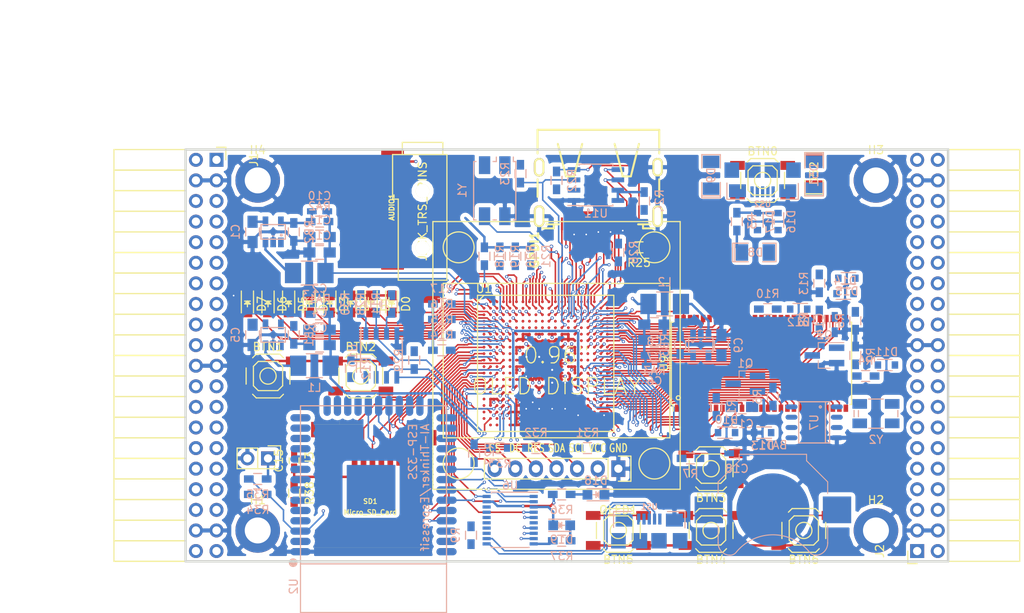
<source format=kicad_pcb>
(kicad_pcb (version 4) (host pcbnew 4.0.5+dfsg1-4)
  (layers (0 F.Cu signal) (1 In1.Cu signal) (2 In2.Cu signal) (31 B.Cu signal) (34 B.Paste user) (35 F.Paste user) (36 B.SilkS user) (37 F.SilkS user) (38 B.Mask user) (39 F.Mask user) (44 Edge.Cuts user))
  (net 0 "")
  (net 1 GND)
  (net 2 +5V)
  (net 3 /gpio/IN5V)
  (net 4 /gpio/OUT5V)
  (net 5 +3V3)
  (net 6 "Net-(L1-Pad1)")
  (net 7 "Net-(L2-Pad1)")
  (net 8 +1V2)
  (net 9 BTN_D)
  (net 10 BTN_F1)
  (net 11 BTN_F2)
  (net 12 BTN_L)
  (net 13 BTN_R)
  (net 14 BTN_U)
  (net 15 /power/FB1)
  (net 16 +2V5)
  (net 17 "Net-(L3-Pad1)")
  (net 18 /power/PWREN)
  (net 19 /power/FB3)
  (net 20 /power/FB2)
  (net 21 "Net-(D9-Pad1)")
  (net 22 /power/VBAT)
  (net 23 JTAG_TDI)
  (net 24 JTAG_TCK)
  (net 25 JTAG_TMS)
  (net 26 JTAG_TDO)
  (net 27 /power/WAKEUPn)
  (net 28 /power/WKUP)
  (net 29 /power/SHUT)
  (net 30 /power/WAKE)
  (net 31 /power/HOLD)
  (net 32 /power/WKn)
  (net 33 /power/OSCI_32k)
  (net 34 /power/OSCO_32k)
  (net 35 "Net-(Q2-Pad3)")
  (net 36 SHUTDOWN)
  (net 37 /analog/AUDIO_L)
  (net 38 /analog/AUDIO_R)
  (net 39 GPDI_5V_SCL)
  (net 40 GPDI_5V_SDA)
  (net 41 GPDI_SDA)
  (net 42 GPDI_SCL)
  (net 43 /gpdi/VREF2)
  (net 44 /blinkey/BTNPU)
  (net 45 SD_CMD)
  (net 46 SD_CLK)
  (net 47 SD_D0)
  (net 48 SD_D1)
  (net 49 USB5V)
  (net 50 "Net-(BTN0-Pad1)")
  (net 51 GPDI_CEC)
  (net 52 nRESET)
  (net 53 FTDI_nDTR)
  (net 54 SDRAM_CKE)
  (net 55 SDRAM_A7)
  (net 56 SDRAM_D15)
  (net 57 SDRAM_BA1)
  (net 58 SDRAM_D7)
  (net 59 SDRAM_A6)
  (net 60 SDRAM_CLK)
  (net 61 SDRAM_D13)
  (net 62 SDRAM_BA0)
  (net 63 SDRAM_D6)
  (net 64 SDRAM_A5)
  (net 65 SDRAM_D14)
  (net 66 SDRAM_A11)
  (net 67 SDRAM_D12)
  (net 68 SDRAM_D5)
  (net 69 SDRAM_A4)
  (net 70 SDRAM_A10)
  (net 71 SDRAM_D11)
  (net 72 SDRAM_A3)
  (net 73 SDRAM_D4)
  (net 74 SDRAM_D10)
  (net 75 SDRAM_D9)
  (net 76 SDRAM_A9)
  (net 77 SDRAM_D3)
  (net 78 SDRAM_D8)
  (net 79 SDRAM_A8)
  (net 80 SDRAM_A2)
  (net 81 SDRAM_A1)
  (net 82 SDRAM_A0)
  (net 83 SDRAM_D2)
  (net 84 SDRAM_D1)
  (net 85 SDRAM_D0)
  (net 86 SDRAM_DQM0)
  (net 87 SDRAM_nCS)
  (net 88 SDRAM_nRAS)
  (net 89 SDRAM_DQM1)
  (net 90 SDRAM_nCAS)
  (net 91 SDRAM_nWE)
  (net 92 /flash/FLASH_nWP)
  (net 93 /flash/FLASH_nHOLD)
  (net 94 /flash/FLASH_MOSI)
  (net 95 /flash/FLASH_MISO)
  (net 96 /flash/FLASH_SCK)
  (net 97 /flash/FLASH_nCS)
  (net 98 /flash/FPGA_PROGRAMN)
  (net 99 /flash/FPGA_DONE)
  (net 100 /flash/FPGA_INITN)
  (net 101 OLED_RES)
  (net 102 OLED_DC)
  (net 103 OLED_CS)
  (net 104 WIFI_EN)
  (net 105 FTDI_nRTS)
  (net 106 WIFI_GPIO2)
  (net 107 FTDI_TXD)
  (net 108 FTDI_RXD)
  (net 109 WIFI_RXD)
  (net 110 WIFI_GPIO0)
  (net 111 WIFI_TXD)
  (net 112 /gpdi/CLK_25MHz)
  (net 113 GPDI_ETH-)
  (net 114 GPDI_ETH+)
  (net 115 GPDI_D2+)
  (net 116 GPDI_D2-)
  (net 117 GPDI_D1+)
  (net 118 GPDI_D1-)
  (net 119 GPDI_D0+)
  (net 120 GPDI_D0-)
  (net 121 GPDI_CLK+)
  (net 122 GPDI_CLK-)
  (net 123 USB_FPGA_D+)
  (net 124 USB_FPGA_D-)
  (net 125 USB_FTDI_D+)
  (net 126 USB_FTDI_D-)
  (net 127 J1_17-)
  (net 128 J1_17+)
  (net 129 J1_23-)
  (net 130 J1_23+)
  (net 131 J1_25-)
  (net 132 J1_25+)
  (net 133 J1_27-)
  (net 134 J1_27+)
  (net 135 J1_29-)
  (net 136 J1_29+)
  (net 137 J1_31-)
  (net 138 J1_31+)
  (net 139 J1_33-)
  (net 140 J1_33+)
  (net 141 J1_35-)
  (net 142 J1_35+)
  (net 143 J2_5-)
  (net 144 J2_5+)
  (net 145 J2_7-)
  (net 146 J2_7+)
  (net 147 J2_9-)
  (net 148 J2_9+)
  (net 149 J2_13-)
  (net 150 J2_13+)
  (net 151 J2_17-)
  (net 152 J2_17+)
  (net 153 J2_11-)
  (net 154 J2_11+)
  (net 155 J2_23-)
  (net 156 J2_23+)
  (net 157 J1_5-)
  (net 158 J1_5+)
  (net 159 J1_7-)
  (net 160 J1_7+)
  (net 161 J1_9-)
  (net 162 J1_9+)
  (net 163 J1_11-)
  (net 164 J1_11+)
  (net 165 J1_13-)
  (net 166 J1_13+)
  (net 167 J1_15-)
  (net 168 J1_15+)
  (net 169 J2_15-)
  (net 170 J2_15+)
  (net 171 J2_25-)
  (net 172 J2_25+)
  (net 173 J2_27-)
  (net 174 J2_27+)
  (net 175 J2_29-)
  (net 176 J2_29+)
  (net 177 J2_31-)
  (net 178 J2_31+)
  (net 179 J2_33-)
  (net 180 J2_33+)
  (net 181 J2_35-)
  (net 182 J2_35+)
  (net 183 SD_D3)
  (net 184 AUDIO_L3)
  (net 185 AUDIO_L2)
  (net 186 AUDIO_L1)
  (net 187 AUDIO_L0)
  (net 188 AUDIO_R3)
  (net 189 AUDIO_R2)
  (net 190 AUDIO_R1)
  (net 191 AUDIO_R0)
  (net 192 OLED_CLK)
  (net 193 OLED_MOSI)
  (net 194 WIFI_GPIO15)
  (net 195 LED0)
  (net 196 LED1)
  (net 197 LED2)
  (net 198 LED3)
  (net 199 LED4)
  (net 200 LED5)
  (net 201 LED6)
  (net 202 LED7)
  (net 203 BTN_PWRn)
  (net 204 "Net-(J3-Pad1)")
  (net 205 FTDI_nTXLED)
  (net 206 FTDI_nSLEEP)
  (net 207 /blinkey/LED_PWREN)
  (net 208 /blinkey/LED_TXLED)
  (net 209 FT3V3)
  (net 210 /sdcard/SD3V3)
  (net 211 SD_D2)
  (module lfe5bg381:BGA-381_pitch0.8mm_dia0.4mm (layer F.Cu) (at 138.48 87.8)
    (fp_text reference U1 (at -7.6 -9.2) (layer F.SilkS))
    (fp_text value LFE5U-25F-6BG381C)
    (pad A2 smd circle (at -6.8 -7.6) (size 0.35 0.35) (layers F.Cu F.Paste F.Mask) (net 134 J1_27+))
    (pad A3 smd circle (at -6 -7.6) (size 0.35 0.35) (layers F.Cu F.Paste F.Mask) (net 188 AUDIO_R3))
    (pad A4 smd circle (at -5.2 -7.6) (size 0.35 0.35) (layers F.Cu F.Paste F.Mask) (net 132 J1_25+))
    (pad A5 smd circle (at -4.4 -7.6) (size 0.35 0.35) (layers F.Cu F.Paste F.Mask) (net 131 J1_25-))
    (pad A6 smd circle (at -3.6 -7.6) (size 0.35 0.35) (layers F.Cu F.Paste F.Mask) (net 130 J1_23+))
    (pad A7 smd circle (at -2.8 -7.6) (size 0.35 0.35) (layers F.Cu F.Paste F.Mask) (net 166 J1_13+))
    (pad A8 smd circle (at -2 -7.6) (size 0.35 0.35) (layers F.Cu F.Paste F.Mask) (net 165 J1_13-))
    (pad A9 smd circle (at -1.2 -7.6) (size 0.35 0.35) (layers F.Cu F.Paste F.Mask) (net 161 J1_9-))
    (pad A10 smd circle (at -0.4 -7.6) (size 0.35 0.35) (layers F.Cu F.Paste F.Mask) (net 160 J1_7+))
    (pad A11 smd circle (at 0.4 -7.6) (size 0.35 0.35) (layers F.Cu F.Paste F.Mask) (net 159 J1_7-))
    (pad A12 smd circle (at 1.2 -7.6) (size 0.35 0.35) (layers F.Cu F.Paste F.Mask) (net 114 GPDI_ETH+))
    (pad A13 smd circle (at 2 -7.6) (size 0.35 0.35) (layers F.Cu F.Paste F.Mask) (net 113 GPDI_ETH-))
    (pad A14 smd circle (at 2.8 -7.6) (size 0.35 0.35) (layers F.Cu F.Paste F.Mask) (net 115 GPDI_D2+))
    (pad A15 smd circle (at 3.6 -7.6) (size 0.35 0.35) (layers F.Cu F.Paste F.Mask))
    (pad A16 smd circle (at 4.4 -7.6) (size 0.35 0.35) (layers F.Cu F.Paste F.Mask) (net 117 GPDI_D1+))
    (pad A17 smd circle (at 5.2 -7.6) (size 0.35 0.35) (layers F.Cu F.Paste F.Mask) (net 119 GPDI_D0+))
    (pad A18 smd circle (at 6 -7.6) (size 0.35 0.35) (layers F.Cu F.Paste F.Mask) (net 121 GPDI_CLK+))
    (pad A19 smd circle (at 6.8 -7.6) (size 0.35 0.35) (layers F.Cu F.Paste F.Mask) (net 51 GPDI_CEC))
    (pad B1 smd circle (at -7.6 -6.8) (size 0.35 0.35) (layers F.Cu F.Paste F.Mask) (net 133 J1_27-))
    (pad B2 smd circle (at -6.8 -6.8) (size 0.35 0.35) (layers F.Cu F.Paste F.Mask) (net 195 LED0))
    (pad B3 smd circle (at -6 -6.8) (size 0.35 0.35) (layers F.Cu F.Paste F.Mask) (net 187 AUDIO_L0))
    (pad B4 smd circle (at -5.2 -6.8) (size 0.35 0.35) (layers F.Cu F.Paste F.Mask) (net 135 J1_29-))
    (pad B5 smd circle (at -4.4 -6.8) (size 0.35 0.35) (layers F.Cu F.Paste F.Mask) (net 189 AUDIO_R2))
    (pad B6 smd circle (at -3.6 -6.8) (size 0.35 0.35) (layers F.Cu F.Paste F.Mask) (net 129 J1_23-))
    (pad B7 smd circle (at -2.8 -6.8) (size 0.35 0.35) (layers F.Cu F.Paste F.Mask) (net 1 GND))
    (pad B8 smd circle (at -2 -6.8) (size 0.35 0.35) (layers F.Cu F.Paste F.Mask) (net 167 J1_15-))
    (pad B9 smd circle (at -1.2 -6.8) (size 0.35 0.35) (layers F.Cu F.Paste F.Mask) (net 164 J1_11+))
    (pad B10 smd circle (at -0.4 -6.8) (size 0.35 0.35) (layers F.Cu F.Paste F.Mask) (net 162 J1_9+))
    (pad B11 smd circle (at 0.4 -6.8) (size 0.35 0.35) (layers F.Cu F.Paste F.Mask) (net 158 J1_5+))
    (pad B12 smd circle (at 1.2 -6.8) (size 0.35 0.35) (layers F.Cu F.Paste F.Mask) (net 112 /gpdi/CLK_25MHz))
    (pad B13 smd circle (at 2 -6.8) (size 0.35 0.35) (layers F.Cu F.Paste F.Mask) (net 180 J2_33+))
    (pad B14 smd circle (at 2.8 -6.8) (size 0.35 0.35) (layers F.Cu F.Paste F.Mask) (net 1 GND))
    (pad B15 smd circle (at 3.6 -6.8) (size 0.35 0.35) (layers F.Cu F.Paste F.Mask) (net 178 J2_31+))
    (pad B16 smd circle (at 4.4 -6.8) (size 0.35 0.35) (layers F.Cu F.Paste F.Mask) (net 118 GPDI_D1-))
    (pad B17 smd circle (at 5.2 -6.8) (size 0.35 0.35) (layers F.Cu F.Paste F.Mask) (net 174 J2_27+))
    (pad B18 smd circle (at 6 -6.8) (size 0.35 0.35) (layers F.Cu F.Paste F.Mask) (net 120 GPDI_D0-))
    (pad B19 smd circle (at 6.8 -6.8) (size 0.35 0.35) (layers F.Cu F.Paste F.Mask) (net 122 GPDI_CLK-))
    (pad B20 smd circle (at 7.6 -6.8) (size 0.35 0.35) (layers F.Cu F.Paste F.Mask) (net 41 GPDI_SDA))
    (pad C1 smd circle (at -7.6 -6) (size 0.35 0.35) (layers F.Cu F.Paste F.Mask) (net 197 LED2))
    (pad C2 smd circle (at -6.8 -6) (size 0.35 0.35) (layers F.Cu F.Paste F.Mask) (net 196 LED1))
    (pad C3 smd circle (at -6 -6) (size 0.35 0.35) (layers F.Cu F.Paste F.Mask) (net 185 AUDIO_L2))
    (pad C4 smd circle (at -5.2 -6) (size 0.35 0.35) (layers F.Cu F.Paste F.Mask) (net 136 J1_29+))
    (pad C5 smd circle (at -4.4 -6) (size 0.35 0.35) (layers F.Cu F.Paste F.Mask) (net 190 AUDIO_R1))
    (pad C6 smd circle (at -3.6 -6) (size 0.35 0.35) (layers F.Cu F.Paste F.Mask) (net 128 J1_17+))
    (pad C7 smd circle (at -2.8 -6) (size 0.35 0.35) (layers F.Cu F.Paste F.Mask) (net 127 J1_17-))
    (pad C8 smd circle (at -2 -6) (size 0.35 0.35) (layers F.Cu F.Paste F.Mask) (net 168 J1_15+))
    (pad C9 smd circle (at -1.2 -6) (size 0.35 0.35) (layers F.Cu F.Paste F.Mask))
    (pad C10 smd circle (at -0.4 -6) (size 0.35 0.35) (layers F.Cu F.Paste F.Mask) (net 163 J1_11-))
    (pad C11 smd circle (at 0.4 -6) (size 0.35 0.35) (layers F.Cu F.Paste F.Mask) (net 157 J1_5-))
    (pad C12 smd circle (at 1.2 -6) (size 0.35 0.35) (layers F.Cu F.Paste F.Mask) (net 42 GPDI_SCL))
    (pad C13 smd circle (at 2 -6) (size 0.35 0.35) (layers F.Cu F.Paste F.Mask) (net 179 J2_33-))
    (pad C14 smd circle (at 2.8 -6) (size 0.35 0.35) (layers F.Cu F.Paste F.Mask) (net 116 GPDI_D2-))
    (pad C15 smd circle (at 3.6 -6) (size 0.35 0.35) (layers F.Cu F.Paste F.Mask) (net 177 J2_31-))
    (pad C16 smd circle (at 4.4 -6) (size 0.35 0.35) (layers F.Cu F.Paste F.Mask) (net 176 J2_29+))
    (pad C17 smd circle (at 5.2 -6) (size 0.35 0.35) (layers F.Cu F.Paste F.Mask) (net 173 J2_27-))
    (pad C18 smd circle (at 6 -6) (size 0.35 0.35) (layers F.Cu F.Paste F.Mask) (net 156 J2_23+))
    (pad C19 smd circle (at 6.8 -6) (size 0.35 0.35) (layers F.Cu F.Paste F.Mask) (net 1 GND))
    (pad C20 smd circle (at 7.6 -6) (size 0.35 0.35) (layers F.Cu F.Paste F.Mask) (net 56 SDRAM_D15))
    (pad D1 smd circle (at -7.6 -5.2) (size 0.35 0.35) (layers F.Cu F.Paste F.Mask) (net 199 LED4))
    (pad D2 smd circle (at -6.8 -5.2) (size 0.35 0.35) (layers F.Cu F.Paste F.Mask) (net 198 LED3))
    (pad D3 smd circle (at -6 -5.2) (size 0.35 0.35) (layers F.Cu F.Paste F.Mask) (net 186 AUDIO_L1))
    (pad D4 smd circle (at -5.2 -5.2) (size 0.35 0.35) (layers F.Cu F.Paste F.Mask) (net 1 GND))
    (pad D5 smd circle (at -4.4 -5.2) (size 0.35 0.35) (layers F.Cu F.Paste F.Mask))
    (pad D6 smd circle (at -3.6 -5.2) (size 0.35 0.35) (layers F.Cu F.Paste F.Mask) (net 203 BTN_PWRn))
    (pad D7 smd circle (at -2.8 -5.2) (size 0.35 0.35) (layers F.Cu F.Paste F.Mask))
    (pad D8 smd circle (at -2 -5.2) (size 0.35 0.35) (layers F.Cu F.Paste F.Mask))
    (pad D9 smd circle (at -1.2 -5.2) (size 0.35 0.35) (layers F.Cu F.Paste F.Mask))
    (pad D10 smd circle (at -0.4 -5.2) (size 0.35 0.35) (layers F.Cu F.Paste F.Mask))
    (pad D11 smd circle (at 0.4 -5.2) (size 0.35 0.35) (layers F.Cu F.Paste F.Mask) (net 14 BTN_U))
    (pad D12 smd circle (at 1.2 -5.2) (size 0.35 0.35) (layers F.Cu F.Paste F.Mask))
    (pad D13 smd circle (at 2 -5.2) (size 0.35 0.35) (layers F.Cu F.Paste F.Mask) (net 182 J2_35+))
    (pad D14 smd circle (at 2.8 -5.2) (size 0.35 0.35) (layers F.Cu F.Paste F.Mask))
    (pad D15 smd circle (at 3.6 -5.2) (size 0.35 0.35) (layers F.Cu F.Paste F.Mask) (net 172 J2_25+))
    (pad D16 smd circle (at 4.4 -5.2) (size 0.35 0.35) (layers F.Cu F.Paste F.Mask) (net 175 J2_29-))
    (pad D17 smd circle (at 5.2 -5.2) (size 0.35 0.35) (layers F.Cu F.Paste F.Mask) (net 155 J2_23-))
    (pad D18 smd circle (at 6 -5.2) (size 0.35 0.35) (layers F.Cu F.Paste F.Mask) (net 152 J2_17+))
    (pad D19 smd circle (at 6.8 -5.2) (size 0.35 0.35) (layers F.Cu F.Paste F.Mask) (net 65 SDRAM_D14))
    (pad D20 smd circle (at 7.6 -5.2) (size 0.35 0.35) (layers F.Cu F.Paste F.Mask) (net 61 SDRAM_D13))
    (pad E1 smd circle (at -7.6 -4.4) (size 0.35 0.35) (layers F.Cu F.Paste F.Mask) (net 201 LED6))
    (pad E2 smd circle (at -6.8 -4.4) (size 0.35 0.35) (layers F.Cu F.Paste F.Mask) (net 200 LED5))
    (pad E3 smd circle (at -6 -4.4) (size 0.35 0.35) (layers F.Cu F.Paste F.Mask) (net 137 J1_31-))
    (pad E4 smd circle (at -5.2 -4.4) (size 0.35 0.35) (layers F.Cu F.Paste F.Mask))
    (pad E5 smd circle (at -4.4 -4.4) (size 0.35 0.35) (layers F.Cu F.Paste F.Mask) (net 184 AUDIO_L3))
    (pad E6 smd circle (at -3.6 -4.4) (size 0.35 0.35) (layers F.Cu F.Paste F.Mask))
    (pad E7 smd circle (at -2.8 -4.4) (size 0.35 0.35) (layers F.Cu F.Paste F.Mask))
    (pad E8 smd circle (at -2 -4.4) (size 0.35 0.35) (layers F.Cu F.Paste F.Mask))
    (pad E9 smd circle (at -1.2 -4.4) (size 0.35 0.35) (layers F.Cu F.Paste F.Mask))
    (pad E10 smd circle (at -0.4 -4.4) (size 0.35 0.35) (layers F.Cu F.Paste F.Mask))
    (pad E11 smd circle (at 0.4 -4.4) (size 0.35 0.35) (layers F.Cu F.Paste F.Mask))
    (pad E12 smd circle (at 1.2 -4.4) (size 0.35 0.35) (layers F.Cu F.Paste F.Mask))
    (pad E13 smd circle (at 2 -4.4) (size 0.35 0.35) (layers F.Cu F.Paste F.Mask) (net 181 J2_35-))
    (pad E14 smd circle (at 2.8 -4.4) (size 0.35 0.35) (layers F.Cu F.Paste F.Mask))
    (pad E15 smd circle (at 3.6 -4.4) (size 0.35 0.35) (layers F.Cu F.Paste F.Mask) (net 171 J2_25-))
    (pad E16 smd circle (at 4.4 -4.4) (size 0.35 0.35) (layers F.Cu F.Paste F.Mask))
    (pad E17 smd circle (at 5.2 -4.4) (size 0.35 0.35) (layers F.Cu F.Paste F.Mask) (net 151 J2_17-))
    (pad E18 smd circle (at 6 -4.4) (size 0.35 0.35) (layers F.Cu F.Paste F.Mask) (net 73 SDRAM_D4))
    (pad E19 smd circle (at 6.8 -4.4) (size 0.35 0.35) (layers F.Cu F.Paste F.Mask) (net 67 SDRAM_D12))
    (pad E20 smd circle (at 7.6 -4.4) (size 0.35 0.35) (layers F.Cu F.Paste F.Mask) (net 71 SDRAM_D11))
    (pad F1 smd circle (at -7.6 -3.6) (size 0.35 0.35) (layers F.Cu F.Paste F.Mask))
    (pad F2 smd circle (at -6.8 -3.6) (size 0.35 0.35) (layers F.Cu F.Paste F.Mask) (net 202 LED7))
    (pad F3 smd circle (at -6 -3.6) (size 0.35 0.35) (layers F.Cu F.Paste F.Mask) (net 139 J1_33-))
    (pad F4 smd circle (at -5.2 -3.6) (size 0.35 0.35) (layers F.Cu F.Paste F.Mask) (net 138 J1_31+))
    (pad F5 smd circle (at -4.4 -3.6) (size 0.35 0.35) (layers F.Cu F.Paste F.Mask) (net 191 AUDIO_R0))
    (pad F6 smd circle (at -3.6 -3.6) (size 0.35 0.35) (layers F.Cu F.Paste F.Mask) (net 16 +2V5))
    (pad F7 smd circle (at -2.8 -3.6) (size 0.35 0.35) (layers F.Cu F.Paste F.Mask) (net 1 GND))
    (pad F8 smd circle (at -2 -3.6) (size 0.35 0.35) (layers F.Cu F.Paste F.Mask) (net 1 GND))
    (pad F9 smd circle (at -1.2 -3.6) (size 0.35 0.35) (layers F.Cu F.Paste F.Mask) (net 5 +3V3))
    (pad F10 smd circle (at -0.4 -3.6) (size 0.35 0.35) (layers F.Cu F.Paste F.Mask) (net 5 +3V3))
    (pad F11 smd circle (at 0.4 -3.6) (size 0.35 0.35) (layers F.Cu F.Paste F.Mask) (net 5 +3V3))
    (pad F12 smd circle (at 1.2 -3.6) (size 0.35 0.35) (layers F.Cu F.Paste F.Mask) (net 5 +3V3))
    (pad F13 smd circle (at 2 -3.6) (size 0.35 0.35) (layers F.Cu F.Paste F.Mask) (net 1 GND))
    (pad F14 smd circle (at 2.8 -3.6) (size 0.35 0.35) (layers F.Cu F.Paste F.Mask) (net 1 GND))
    (pad F15 smd circle (at 3.6 -3.6) (size 0.35 0.35) (layers F.Cu F.Paste F.Mask) (net 16 +2V5))
    (pad F16 smd circle (at 4.4 -3.6) (size 0.35 0.35) (layers F.Cu F.Paste F.Mask))
    (pad F17 smd circle (at 5.2 -3.6) (size 0.35 0.35) (layers F.Cu F.Paste F.Mask) (net 170 J2_15+))
    (pad F18 smd circle (at 6 -3.6) (size 0.35 0.35) (layers F.Cu F.Paste F.Mask) (net 68 SDRAM_D5))
    (pad F19 smd circle (at 6.8 -3.6) (size 0.35 0.35) (layers F.Cu F.Paste F.Mask) (net 74 SDRAM_D10))
    (pad F20 smd circle (at 7.6 -3.6) (size 0.35 0.35) (layers F.Cu F.Paste F.Mask) (net 75 SDRAM_D9))
    (pad G1 smd circle (at -7.6 -2.8) (size 0.35 0.35) (layers F.Cu F.Paste F.Mask))
    (pad G2 smd circle (at -6.8 -2.8) (size 0.35 0.35) (layers F.Cu F.Paste F.Mask) (net 104 WIFI_EN))
    (pad G3 smd circle (at -6 -2.8) (size 0.35 0.35) (layers F.Cu F.Paste F.Mask) (net 140 J1_33+))
    (pad G4 smd circle (at -5.2 -2.8) (size 0.35 0.35) (layers F.Cu F.Paste F.Mask) (net 1 GND))
    (pad G5 smd circle (at -4.4 -2.8) (size 0.35 0.35) (layers F.Cu F.Paste F.Mask) (net 141 J1_35-))
    (pad G6 smd circle (at -3.6 -2.8) (size 0.35 0.35) (layers F.Cu F.Paste F.Mask) (net 1 GND))
    (pad G7 smd circle (at -2.8 -2.8) (size 0.35 0.35) (layers F.Cu F.Paste F.Mask) (net 1 GND))
    (pad G8 smd circle (at -2 -2.8) (size 0.35 0.35) (layers F.Cu F.Paste F.Mask) (net 1 GND))
    (pad G9 smd circle (at -1.2 -2.8) (size 0.35 0.35) (layers F.Cu F.Paste F.Mask) (net 1 GND))
    (pad G10 smd circle (at -0.4 -2.8) (size 0.35 0.35) (layers F.Cu F.Paste F.Mask) (net 1 GND))
    (pad G11 smd circle (at 0.4 -2.8) (size 0.35 0.35) (layers F.Cu F.Paste F.Mask) (net 1 GND))
    (pad G12 smd circle (at 1.2 -2.8) (size 0.35 0.35) (layers F.Cu F.Paste F.Mask) (net 1 GND))
    (pad G13 smd circle (at 2 -2.8) (size 0.35 0.35) (layers F.Cu F.Paste F.Mask) (net 1 GND))
    (pad G14 smd circle (at 2.8 -2.8) (size 0.35 0.35) (layers F.Cu F.Paste F.Mask) (net 1 GND))
    (pad G15 smd circle (at 3.6 -2.8) (size 0.35 0.35) (layers F.Cu F.Paste F.Mask) (net 1 GND))
    (pad G16 smd circle (at 4.4 -2.8) (size 0.35 0.35) (layers F.Cu F.Paste F.Mask))
    (pad G17 smd circle (at 5.2 -2.8) (size 0.35 0.35) (layers F.Cu F.Paste F.Mask) (net 1 GND))
    (pad G18 smd circle (at 6 -2.8) (size 0.35 0.35) (layers F.Cu F.Paste F.Mask) (net 169 J2_15-))
    (pad G19 smd circle (at 6.8 -2.8) (size 0.35 0.35) (layers F.Cu F.Paste F.Mask) (net 78 SDRAM_D8))
    (pad G20 smd circle (at 7.6 -2.8) (size 0.35 0.35) (layers F.Cu F.Paste F.Mask) (net 89 SDRAM_DQM1))
    (pad H1 smd circle (at -7.6 -2) (size 0.35 0.35) (layers F.Cu F.Paste F.Mask) (net 183 SD_D3))
    (pad H2 smd circle (at -6.8 -2) (size 0.35 0.35) (layers F.Cu F.Paste F.Mask) (net 211 SD_D2))
    (pad H3 smd circle (at -6 -2) (size 0.35 0.35) (layers F.Cu F.Paste F.Mask))
    (pad H4 smd circle (at -5.2 -2) (size 0.35 0.35) (layers F.Cu F.Paste F.Mask) (net 142 J1_35+))
    (pad H5 smd circle (at -4.4 -2) (size 0.35 0.35) (layers F.Cu F.Paste F.Mask))
    (pad H6 smd circle (at -3.6 -2) (size 0.35 0.35) (layers F.Cu F.Paste F.Mask) (net 5 +3V3))
    (pad H7 smd circle (at -2.8 -2) (size 0.35 0.35) (layers F.Cu F.Paste F.Mask) (net 5 +3V3))
    (pad H8 smd circle (at -2 -2) (size 0.35 0.35) (layers F.Cu F.Paste F.Mask) (net 8 +1V2))
    (pad H9 smd circle (at -1.2 -2) (size 0.35 0.35) (layers F.Cu F.Paste F.Mask) (net 8 +1V2))
    (pad H10 smd circle (at -0.4 -2) (size 0.35 0.35) (layers F.Cu F.Paste F.Mask) (net 8 +1V2))
    (pad H11 smd circle (at 0.4 -2) (size 0.35 0.35) (layers F.Cu F.Paste F.Mask) (net 8 +1V2))
    (pad H12 smd circle (at 1.2 -2) (size 0.35 0.35) (layers F.Cu F.Paste F.Mask) (net 8 +1V2))
    (pad H13 smd circle (at 2 -2) (size 0.35 0.35) (layers F.Cu F.Paste F.Mask) (net 8 +1V2))
    (pad H14 smd circle (at 2.8 -2) (size 0.35 0.35) (layers F.Cu F.Paste F.Mask) (net 5 +3V3))
    (pad H15 smd circle (at 3.6 -2) (size 0.35 0.35) (layers F.Cu F.Paste F.Mask) (net 5 +3V3))
    (pad H16 smd circle (at 4.4 -2) (size 0.35 0.35) (layers F.Cu F.Paste F.Mask))
    (pad H17 smd circle (at 5.2 -2) (size 0.35 0.35) (layers F.Cu F.Paste F.Mask) (net 149 J2_13-))
    (pad H18 smd circle (at 6 -2) (size 0.35 0.35) (layers F.Cu F.Paste F.Mask) (net 150 J2_13+))
    (pad H19 smd circle (at 6.8 -2) (size 0.35 0.35) (layers F.Cu F.Paste F.Mask) (net 1 GND))
    (pad H20 smd circle (at 7.6 -2) (size 0.35 0.35) (layers F.Cu F.Paste F.Mask) (net 60 SDRAM_CLK))
    (pad J1 smd circle (at -7.6 -1.2) (size 0.35 0.35) (layers F.Cu F.Paste F.Mask) (net 46 SD_CLK))
    (pad J2 smd circle (at -6.8 -1.2) (size 0.35 0.35) (layers F.Cu F.Paste F.Mask) (net 1 GND))
    (pad J3 smd circle (at -6 -1.2) (size 0.35 0.35) (layers F.Cu F.Paste F.Mask) (net 45 SD_CMD))
    (pad J4 smd circle (at -5.2 -1.2) (size 0.35 0.35) (layers F.Cu F.Paste F.Mask) (net 106 WIFI_GPIO2))
    (pad J5 smd circle (at -4.4 -1.2) (size 0.35 0.35) (layers F.Cu F.Paste F.Mask))
    (pad J6 smd circle (at -3.6 -1.2) (size 0.35 0.35) (layers F.Cu F.Paste F.Mask) (net 5 +3V3))
    (pad J7 smd circle (at -2.8 -1.2) (size 0.35 0.35) (layers F.Cu F.Paste F.Mask) (net 1 GND))
    (pad J8 smd circle (at -2 -1.2) (size 0.35 0.35) (layers F.Cu F.Paste F.Mask) (net 8 +1V2))
    (pad J9 smd circle (at -1.2 -1.2) (size 0.35 0.35) (layers F.Cu F.Paste F.Mask) (net 1 GND))
    (pad J10 smd circle (at -0.4 -1.2) (size 0.35 0.35) (layers F.Cu F.Paste F.Mask) (net 1 GND))
    (pad J11 smd circle (at 0.4 -1.2) (size 0.35 0.35) (layers F.Cu F.Paste F.Mask) (net 1 GND))
    (pad J12 smd circle (at 1.2 -1.2) (size 0.35 0.35) (layers F.Cu F.Paste F.Mask) (net 1 GND))
    (pad J13 smd circle (at 2 -1.2) (size 0.35 0.35) (layers F.Cu F.Paste F.Mask) (net 8 +1V2))
    (pad J14 smd circle (at 2.8 -1.2) (size 0.35 0.35) (layers F.Cu F.Paste F.Mask) (net 1 GND))
    (pad J15 smd circle (at 3.6 -1.2) (size 0.35 0.35) (layers F.Cu F.Paste F.Mask) (net 5 +3V3))
    (pad J16 smd circle (at 4.4 -1.2) (size 0.35 0.35) (layers F.Cu F.Paste F.Mask))
    (pad J17 smd circle (at 5.2 -1.2) (size 0.35 0.35) (layers F.Cu F.Paste F.Mask))
    (pad J18 smd circle (at 6 -1.2) (size 0.35 0.35) (layers F.Cu F.Paste F.Mask) (net 77 SDRAM_D3))
    (pad J19 smd circle (at 6.8 -1.2) (size 0.35 0.35) (layers F.Cu F.Paste F.Mask) (net 54 SDRAM_CKE))
    (pad J20 smd circle (at 7.6 -1.2) (size 0.35 0.35) (layers F.Cu F.Paste F.Mask) (net 66 SDRAM_A11))
    (pad K1 smd circle (at -7.6 -0.4) (size 0.35 0.35) (layers F.Cu F.Paste F.Mask) (net 48 SD_D1))
    (pad K2 smd circle (at -6.8 -0.4) (size 0.35 0.35) (layers F.Cu F.Paste F.Mask) (net 47 SD_D0))
    (pad K3 smd circle (at -6 -0.4) (size 0.35 0.35) (layers F.Cu F.Paste F.Mask) (net 109 WIFI_RXD))
    (pad K4 smd circle (at -5.2 -0.4) (size 0.35 0.35) (layers F.Cu F.Paste F.Mask) (net 111 WIFI_TXD))
    (pad K5 smd circle (at -4.4 -0.4) (size 0.35 0.35) (layers F.Cu F.Paste F.Mask) (net 124 USB_FPGA_D-))
    (pad K6 smd circle (at -3.6 -0.4) (size 0.35 0.35) (layers F.Cu F.Paste F.Mask) (net 1 GND))
    (pad K7 smd circle (at -2.8 -0.4) (size 0.35 0.35) (layers F.Cu F.Paste F.Mask) (net 1 GND))
    (pad K8 smd circle (at -2 -0.4) (size 0.35 0.35) (layers F.Cu F.Paste F.Mask) (net 8 +1V2))
    (pad K9 smd circle (at -1.2 -0.4) (size 0.35 0.35) (layers F.Cu F.Paste F.Mask) (net 1 GND))
    (pad K10 smd circle (at -0.4 -0.4) (size 0.35 0.35) (layers F.Cu F.Paste F.Mask) (net 1 GND))
    (pad K11 smd circle (at 0.4 -0.4) (size 0.35 0.35) (layers F.Cu F.Paste F.Mask) (net 1 GND))
    (pad K12 smd circle (at 1.2 -0.4) (size 0.35 0.35) (layers F.Cu F.Paste F.Mask) (net 1 GND))
    (pad K13 smd circle (at 2 -0.4) (size 0.35 0.35) (layers F.Cu F.Paste F.Mask) (net 8 +1V2))
    (pad K14 smd circle (at 2.8 -0.4) (size 0.35 0.35) (layers F.Cu F.Paste F.Mask) (net 1 GND))
    (pad K15 smd circle (at 3.6 -0.4) (size 0.35 0.35) (layers F.Cu F.Paste F.Mask) (net 1 GND))
    (pad K16 smd circle (at 4.4 -0.4) (size 0.35 0.35) (layers F.Cu F.Paste F.Mask))
    (pad K17 smd circle (at 5.2 -0.4) (size 0.35 0.35) (layers F.Cu F.Paste F.Mask))
    (pad K18 smd circle (at 6 -0.4) (size 0.35 0.35) (layers F.Cu F.Paste F.Mask) (net 83 SDRAM_D2))
    (pad K19 smd circle (at 6.8 -0.4) (size 0.35 0.35) (layers F.Cu F.Paste F.Mask) (net 76 SDRAM_A9))
    (pad K20 smd circle (at 7.6 -0.4) (size 0.35 0.35) (layers F.Cu F.Paste F.Mask) (net 79 SDRAM_A8))
    (pad L1 smd circle (at -7.6 0.4) (size 0.35 0.35) (layers F.Cu F.Paste F.Mask))
    (pad L2 smd circle (at -6.8 0.4) (size 0.35 0.35) (layers F.Cu F.Paste F.Mask) (net 110 WIFI_GPIO0))
    (pad L3 smd circle (at -6 0.4) (size 0.35 0.35) (layers F.Cu F.Paste F.Mask))
    (pad L4 smd circle (at -5.2 0.4) (size 0.35 0.35) (layers F.Cu F.Paste F.Mask) (net 108 FTDI_RXD))
    (pad L5 smd circle (at -4.4 0.4) (size 0.35 0.35) (layers F.Cu F.Paste F.Mask) (net 123 USB_FPGA_D+))
    (pad L6 smd circle (at -3.6 0.4) (size 0.35 0.35) (layers F.Cu F.Paste F.Mask) (net 5 +3V3))
    (pad L7 smd circle (at -2.8 0.4) (size 0.35 0.35) (layers F.Cu F.Paste F.Mask) (net 5 +3V3))
    (pad L8 smd circle (at -2 0.4) (size 0.35 0.35) (layers F.Cu F.Paste F.Mask) (net 8 +1V2))
    (pad L9 smd circle (at -1.2 0.4) (size 0.35 0.35) (layers F.Cu F.Paste F.Mask) (net 1 GND))
    (pad L10 smd circle (at -0.4 0.4) (size 0.35 0.35) (layers F.Cu F.Paste F.Mask) (net 1 GND))
    (pad L11 smd circle (at 0.4 0.4) (size 0.35 0.35) (layers F.Cu F.Paste F.Mask) (net 1 GND))
    (pad L12 smd circle (at 1.2 0.4) (size 0.35 0.35) (layers F.Cu F.Paste F.Mask) (net 1 GND))
    (pad L13 smd circle (at 2 0.4) (size 0.35 0.35) (layers F.Cu F.Paste F.Mask) (net 8 +1V2))
    (pad L14 smd circle (at 2.8 0.4) (size 0.35 0.35) (layers F.Cu F.Paste F.Mask) (net 5 +3V3))
    (pad L15 smd circle (at 3.6 0.4) (size 0.35 0.35) (layers F.Cu F.Paste F.Mask) (net 5 +3V3))
    (pad L16 smd circle (at 4.4 0.4) (size 0.35 0.35) (layers F.Cu F.Paste F.Mask) (net 154 J2_11+))
    (pad L17 smd circle (at 5.2 0.4) (size 0.35 0.35) (layers F.Cu F.Paste F.Mask) (net 153 J2_11-))
    (pad L18 smd circle (at 6 0.4) (size 0.35 0.35) (layers F.Cu F.Paste F.Mask) (net 84 SDRAM_D1))
    (pad L19 smd circle (at 6.8 0.4) (size 0.35 0.35) (layers F.Cu F.Paste F.Mask) (net 55 SDRAM_A7))
    (pad L20 smd circle (at 7.6 0.4) (size 0.35 0.35) (layers F.Cu F.Paste F.Mask) (net 59 SDRAM_A6))
    (pad M1 smd circle (at -7.6 1.2) (size 0.35 0.35) (layers F.Cu F.Paste F.Mask) (net 107 FTDI_TXD))
    (pad M2 smd circle (at -6.8 1.2) (size 0.35 0.35) (layers F.Cu F.Paste F.Mask) (net 1 GND))
    (pad M3 smd circle (at -6 1.2) (size 0.35 0.35) (layers F.Cu F.Paste F.Mask) (net 105 FTDI_nRTS))
    (pad M4 smd circle (at -5.2 1.2) (size 0.35 0.35) (layers F.Cu F.Paste F.Mask))
    (pad M5 smd circle (at -4.4 1.2) (size 0.35 0.35) (layers F.Cu F.Paste F.Mask))
    (pad M6 smd circle (at -3.6 1.2) (size 0.35 0.35) (layers F.Cu F.Paste F.Mask) (net 5 +3V3))
    (pad M7 smd circle (at -2.8 1.2) (size 0.35 0.35) (layers F.Cu F.Paste F.Mask) (net 1 GND))
    (pad M8 smd circle (at -2 1.2) (size 0.35 0.35) (layers F.Cu F.Paste F.Mask) (net 8 +1V2))
    (pad M9 smd circle (at -1.2 1.2) (size 0.35 0.35) (layers F.Cu F.Paste F.Mask) (net 1 GND))
    (pad M10 smd circle (at -0.4 1.2) (size 0.35 0.35) (layers F.Cu F.Paste F.Mask) (net 1 GND))
    (pad M11 smd circle (at 0.4 1.2) (size 0.35 0.35) (layers F.Cu F.Paste F.Mask) (net 1 GND))
    (pad M12 smd circle (at 1.2 1.2) (size 0.35 0.35) (layers F.Cu F.Paste F.Mask) (net 1 GND))
    (pad M13 smd circle (at 2 1.2) (size 0.35 0.35) (layers F.Cu F.Paste F.Mask) (net 8 +1V2))
    (pad M14 smd circle (at 2.8 1.2) (size 0.35 0.35) (layers F.Cu F.Paste F.Mask) (net 1 GND))
    (pad M15 smd circle (at 3.6 1.2) (size 0.35 0.35) (layers F.Cu F.Paste F.Mask) (net 5 +3V3))
    (pad M16 smd circle (at 4.4 1.2) (size 0.35 0.35) (layers F.Cu F.Paste F.Mask) (net 1 GND))
    (pad M17 smd circle (at 5.2 1.2) (size 0.35 0.35) (layers F.Cu F.Paste F.Mask) (net 147 J2_9-))
    (pad M18 smd circle (at 6 1.2) (size 0.35 0.35) (layers F.Cu F.Paste F.Mask) (net 85 SDRAM_D0))
    (pad M19 smd circle (at 6.8 1.2) (size 0.35 0.35) (layers F.Cu F.Paste F.Mask) (net 64 SDRAM_A5))
    (pad M20 smd circle (at 7.6 1.2) (size 0.35 0.35) (layers F.Cu F.Paste F.Mask) (net 69 SDRAM_A4))
    (pad N1 smd circle (at -7.6 2) (size 0.35 0.35) (layers F.Cu F.Paste F.Mask) (net 53 FTDI_nDTR))
    (pad N2 smd circle (at -6.8 2) (size 0.35 0.35) (layers F.Cu F.Paste F.Mask) (net 103 OLED_CS))
    (pad N3 smd circle (at -6 2) (size 0.35 0.35) (layers F.Cu F.Paste F.Mask))
    (pad N4 smd circle (at -5.2 2) (size 0.35 0.35) (layers F.Cu F.Paste F.Mask) (net 194 WIFI_GPIO15))
    (pad N5 smd circle (at -4.4 2) (size 0.35 0.35) (layers F.Cu F.Paste F.Mask))
    (pad N6 smd circle (at -3.6 2) (size 0.35 0.35) (layers F.Cu F.Paste F.Mask) (net 1 GND))
    (pad N7 smd circle (at -2.8 2) (size 0.35 0.35) (layers F.Cu F.Paste F.Mask) (net 1 GND))
    (pad N8 smd circle (at -2 2) (size 0.35 0.35) (layers F.Cu F.Paste F.Mask) (net 8 +1V2))
    (pad N9 smd circle (at -1.2 2) (size 0.35 0.35) (layers F.Cu F.Paste F.Mask) (net 8 +1V2))
    (pad N10 smd circle (at -0.4 2) (size 0.35 0.35) (layers F.Cu F.Paste F.Mask) (net 8 +1V2))
    (pad N11 smd circle (at 0.4 2) (size 0.35 0.35) (layers F.Cu F.Paste F.Mask) (net 8 +1V2))
    (pad N12 smd circle (at 1.2 2) (size 0.35 0.35) (layers F.Cu F.Paste F.Mask) (net 8 +1V2))
    (pad N13 smd circle (at 2 2) (size 0.35 0.35) (layers F.Cu F.Paste F.Mask) (net 8 +1V2))
    (pad N14 smd circle (at 2.8 2) (size 0.35 0.35) (layers F.Cu F.Paste F.Mask) (net 1 GND))
    (pad N15 smd circle (at 3.6 2) (size 0.35 0.35) (layers F.Cu F.Paste F.Mask) (net 1 GND))
    (pad N16 smd circle (at 4.4 2) (size 0.35 0.35) (layers F.Cu F.Paste F.Mask) (net 148 J2_9+))
    (pad N17 smd circle (at 5.2 2) (size 0.35 0.35) (layers F.Cu F.Paste F.Mask) (net 146 J2_7+))
    (pad N18 smd circle (at 6 2) (size 0.35 0.35) (layers F.Cu F.Paste F.Mask) (net 63 SDRAM_D6))
    (pad N19 smd circle (at 6.8 2) (size 0.35 0.35) (layers F.Cu F.Paste F.Mask) (net 72 SDRAM_A3))
    (pad N20 smd circle (at 7.6 2) (size 0.35 0.35) (layers F.Cu F.Paste F.Mask) (net 80 SDRAM_A2))
    (pad P1 smd circle (at -7.6 2.8) (size 0.35 0.35) (layers F.Cu F.Paste F.Mask) (net 102 OLED_DC))
    (pad P2 smd circle (at -6.8 2.8) (size 0.35 0.35) (layers F.Cu F.Paste F.Mask) (net 101 OLED_RES))
    (pad P3 smd circle (at -6 2.8) (size 0.35 0.35) (layers F.Cu F.Paste F.Mask) (net 193 OLED_MOSI))
    (pad P4 smd circle (at -5.2 2.8) (size 0.35 0.35) (layers F.Cu F.Paste F.Mask) (net 192 OLED_CLK))
    (pad P5 smd circle (at -4.4 2.8) (size 0.35 0.35) (layers F.Cu F.Paste F.Mask))
    (pad P6 smd circle (at -3.6 2.8) (size 0.35 0.35) (layers F.Cu F.Paste F.Mask) (net 16 +2V5))
    (pad P7 smd circle (at -2.8 2.8) (size 0.35 0.35) (layers F.Cu F.Paste F.Mask) (net 1 GND))
    (pad P8 smd circle (at -2 2.8) (size 0.35 0.35) (layers F.Cu F.Paste F.Mask) (net 1 GND))
    (pad P9 smd circle (at -1.2 2.8) (size 0.35 0.35) (layers F.Cu F.Paste F.Mask) (net 5 +3V3))
    (pad P10 smd circle (at -0.4 2.8) (size 0.35 0.35) (layers F.Cu F.Paste F.Mask) (net 5 +3V3))
    (pad P11 smd circle (at 0.4 2.8) (size 0.35 0.35) (layers F.Cu F.Paste F.Mask) (net 1 GND))
    (pad P12 smd circle (at 1.2 2.8) (size 0.35 0.35) (layers F.Cu F.Paste F.Mask) (net 1 GND))
    (pad P13 smd circle (at 2 2.8) (size 0.35 0.35) (layers F.Cu F.Paste F.Mask) (net 1 GND))
    (pad P14 smd circle (at 2.8 2.8) (size 0.35 0.35) (layers F.Cu F.Paste F.Mask) (net 1 GND))
    (pad P15 smd circle (at 3.6 2.8) (size 0.35 0.35) (layers F.Cu F.Paste F.Mask) (net 16 +2V5))
    (pad P16 smd circle (at 4.4 2.8) (size 0.35 0.35) (layers F.Cu F.Paste F.Mask) (net 145 J2_7-))
    (pad P17 smd circle (at 5.2 2.8) (size 0.35 0.35) (layers F.Cu F.Paste F.Mask))
    (pad P18 smd circle (at 6 2.8) (size 0.35 0.35) (layers F.Cu F.Paste F.Mask) (net 58 SDRAM_D7))
    (pad P19 smd circle (at 6.8 2.8) (size 0.35 0.35) (layers F.Cu F.Paste F.Mask) (net 81 SDRAM_A1))
    (pad P20 smd circle (at 7.6 2.8) (size 0.35 0.35) (layers F.Cu F.Paste F.Mask) (net 82 SDRAM_A0))
    (pad R1 smd circle (at -7.6 3.6) (size 0.35 0.35) (layers F.Cu F.Paste F.Mask) (net 10 BTN_F1))
    (pad R2 smd circle (at -6.8 3.6) (size 0.35 0.35) (layers F.Cu F.Paste F.Mask) (net 97 /flash/FLASH_nCS))
    (pad R3 smd circle (at -6 3.6) (size 0.35 0.35) (layers F.Cu F.Paste F.Mask))
    (pad R4 smd circle (at -5.2 3.6) (size 0.35 0.35) (layers F.Cu F.Paste F.Mask) (net 1 GND))
    (pad R5 smd circle (at -4.4 3.6) (size 0.35 0.35) (layers F.Cu F.Paste F.Mask) (net 23 JTAG_TDI))
    (pad R16 smd circle (at 4.4 3.6) (size 0.35 0.35) (layers F.Cu F.Paste F.Mask))
    (pad R17 smd circle (at 5.2 3.6) (size 0.35 0.35) (layers F.Cu F.Paste F.Mask))
    (pad R18 smd circle (at 6 3.6) (size 0.35 0.35) (layers F.Cu F.Paste F.Mask) (net 86 SDRAM_DQM0))
    (pad R19 smd circle (at 6.8 3.6) (size 0.35 0.35) (layers F.Cu F.Paste F.Mask) (net 1 GND))
    (pad R20 smd circle (at 7.6 3.6) (size 0.35 0.35) (layers F.Cu F.Paste F.Mask) (net 70 SDRAM_A10))
    (pad T1 smd circle (at -7.6 4.4) (size 0.35 0.35) (layers F.Cu F.Paste F.Mask) (net 11 BTN_F2))
    (pad T2 smd circle (at -6.8 4.4) (size 0.35 0.35) (layers F.Cu F.Paste F.Mask) (net 5 +3V3))
    (pad T3 smd circle (at -6 4.4) (size 0.35 0.35) (layers F.Cu F.Paste F.Mask) (net 5 +3V3))
    (pad T4 smd circle (at -5.2 4.4) (size 0.35 0.35) (layers F.Cu F.Paste F.Mask) (net 5 +3V3))
    (pad T5 smd circle (at -4.4 4.4) (size 0.35 0.35) (layers F.Cu F.Paste F.Mask) (net 24 JTAG_TCK))
    (pad T6 smd circle (at -3.6 4.4) (size 0.35 0.35) (layers F.Cu F.Paste F.Mask) (net 1 GND))
    (pad T7 smd circle (at -2.8 4.4) (size 0.35 0.35) (layers F.Cu F.Paste F.Mask) (net 1 GND))
    (pad T8 smd circle (at -2 4.4) (size 0.35 0.35) (layers F.Cu F.Paste F.Mask) (net 1 GND))
    (pad T9 smd circle (at -1.2 4.4) (size 0.35 0.35) (layers F.Cu F.Paste F.Mask) (net 1 GND))
    (pad T10 smd circle (at -0.4 4.4) (size 0.35 0.35) (layers F.Cu F.Paste F.Mask) (net 1 GND))
    (pad T11 smd circle (at 0.4 4.4) (size 0.35 0.35) (layers F.Cu F.Paste F.Mask))
    (pad T12 smd circle (at 1.2 4.4) (size 0.35 0.35) (layers F.Cu F.Paste F.Mask))
    (pad T13 smd circle (at 2 4.4) (size 0.35 0.35) (layers F.Cu F.Paste F.Mask))
    (pad T14 smd circle (at 2.8 4.4) (size 0.35 0.35) (layers F.Cu F.Paste F.Mask))
    (pad T15 smd circle (at 3.6 4.4) (size 0.35 0.35) (layers F.Cu F.Paste F.Mask))
    (pad T16 smd circle (at 4.4 4.4) (size 0.35 0.35) (layers F.Cu F.Paste F.Mask))
    (pad T17 smd circle (at 5.2 4.4) (size 0.35 0.35) (layers F.Cu F.Paste F.Mask) (net 90 SDRAM_nCAS))
    (pad T18 smd circle (at 6 4.4) (size 0.35 0.35) (layers F.Cu F.Paste F.Mask) (net 91 SDRAM_nWE))
    (pad T19 smd circle (at 6.8 4.4) (size 0.35 0.35) (layers F.Cu F.Paste F.Mask) (net 57 SDRAM_BA1))
    (pad T20 smd circle (at 7.6 4.4) (size 0.35 0.35) (layers F.Cu F.Paste F.Mask) (net 62 SDRAM_BA0))
    (pad U1 smd circle (at -7.6 5.2) (size 0.35 0.35) (layers F.Cu F.Paste F.Mask) (net 14 BTN_U))
    (pad U2 smd circle (at -6.8 5.2) (size 0.35 0.35) (layers F.Cu F.Paste F.Mask) (net 5 +3V3))
    (pad U3 smd circle (at -6 5.2) (size 0.35 0.35) (layers F.Cu F.Paste F.Mask) (net 96 /flash/FLASH_SCK))
    (pad U4 smd circle (at -5.2 5.2) (size 0.35 0.35) (layers F.Cu F.Paste F.Mask) (net 1 GND))
    (pad U5 smd circle (at -4.4 5.2) (size 0.35 0.35) (layers F.Cu F.Paste F.Mask) (net 25 JTAG_TMS))
    (pad U6 smd circle (at -3.6 5.2) (size 0.35 0.35) (layers F.Cu F.Paste F.Mask) (net 1 GND))
    (pad U7 smd circle (at -2.8 5.2) (size 0.35 0.35) (layers F.Cu F.Paste F.Mask) (net 1 GND))
    (pad U8 smd circle (at -2 5.2) (size 0.35 0.35) (layers F.Cu F.Paste F.Mask) (net 1 GND))
    (pad U9 smd circle (at -1.2 5.2) (size 0.35 0.35) (layers F.Cu F.Paste F.Mask) (net 1 GND))
    (pad U10 smd circle (at -0.4 5.2) (size 0.35 0.35) (layers F.Cu F.Paste F.Mask) (net 1 GND))
    (pad U11 smd circle (at 0.4 5.2) (size 0.35 0.35) (layers F.Cu F.Paste F.Mask) (net 1 GND))
    (pad U12 smd circle (at 1.2 5.2) (size 0.35 0.35) (layers F.Cu F.Paste F.Mask) (net 1 GND))
    (pad U13 smd circle (at 2 5.2) (size 0.35 0.35) (layers F.Cu F.Paste F.Mask) (net 1 GND))
    (pad U14 smd circle (at 2.8 5.2) (size 0.35 0.35) (layers F.Cu F.Paste F.Mask) (net 1 GND))
    (pad U15 smd circle (at 3.6 5.2) (size 0.35 0.35) (layers F.Cu F.Paste F.Mask))
    (pad U16 smd circle (at 4.4 5.2) (size 0.35 0.35) (layers F.Cu F.Paste F.Mask))
    (pad U17 smd circle (at 5.2 5.2) (size 0.35 0.35) (layers F.Cu F.Paste F.Mask) (net 143 J2_5-))
    (pad U18 smd circle (at 6 5.2) (size 0.35 0.35) (layers F.Cu F.Paste F.Mask) (net 144 J2_5+))
    (pad U19 smd circle (at 6.8 5.2) (size 0.35 0.35) (layers F.Cu F.Paste F.Mask) (net 87 SDRAM_nCS))
    (pad U20 smd circle (at 7.6 5.2) (size 0.35 0.35) (layers F.Cu F.Paste F.Mask) (net 88 SDRAM_nRAS))
    (pad V1 smd circle (at -7.6 6) (size 0.35 0.35) (layers F.Cu F.Paste F.Mask) (net 9 BTN_D))
    (pad V2 smd circle (at -6.8 6) (size 0.35 0.35) (layers F.Cu F.Paste F.Mask) (net 95 /flash/FLASH_MISO))
    (pad V3 smd circle (at -6 6) (size 0.35 0.35) (layers F.Cu F.Paste F.Mask) (net 100 /flash/FPGA_INITN))
    (pad V4 smd circle (at -5.2 6) (size 0.35 0.35) (layers F.Cu F.Paste F.Mask) (net 26 JTAG_TDO))
    (pad V5 smd circle (at -4.4 6) (size 0.35 0.35) (layers F.Cu F.Paste F.Mask) (net 1 GND))
    (pad V6 smd circle (at -3.6 6) (size 0.35 0.35) (layers F.Cu F.Paste F.Mask) (net 1 GND))
    (pad V7 smd circle (at -2.8 6) (size 0.35 0.35) (layers F.Cu F.Paste F.Mask) (net 1 GND))
    (pad V8 smd circle (at -2 6) (size 0.35 0.35) (layers F.Cu F.Paste F.Mask) (net 1 GND))
    (pad V9 smd circle (at -1.2 6) (size 0.35 0.35) (layers F.Cu F.Paste F.Mask) (net 1 GND))
    (pad V10 smd circle (at -0.4 6) (size 0.35 0.35) (layers F.Cu F.Paste F.Mask) (net 1 GND))
    (pad V11 smd circle (at 0.4 6) (size 0.35 0.35) (layers F.Cu F.Paste F.Mask) (net 1 GND))
    (pad V12 smd circle (at 1.2 6) (size 0.35 0.35) (layers F.Cu F.Paste F.Mask) (net 1 GND))
    (pad V13 smd circle (at 2 6) (size 0.35 0.35) (layers F.Cu F.Paste F.Mask) (net 1 GND))
    (pad V14 smd circle (at 2.8 6) (size 0.35 0.35) (layers F.Cu F.Paste F.Mask) (net 1 GND))
    (pad V15 smd circle (at 3.6 6) (size 0.35 0.35) (layers F.Cu F.Paste F.Mask) (net 1 GND))
    (pad V16 smd circle (at 4.4 6) (size 0.35 0.35) (layers F.Cu F.Paste F.Mask) (net 1 GND))
    (pad V17 smd circle (at 5.2 6) (size 0.35 0.35) (layers F.Cu F.Paste F.Mask))
    (pad V18 smd circle (at 6 6) (size 0.35 0.35) (layers F.Cu F.Paste F.Mask))
    (pad V19 smd circle (at 6.8 6) (size 0.35 0.35) (layers F.Cu F.Paste F.Mask) (net 1 GND))
    (pad V20 smd circle (at 7.6 6) (size 0.35 0.35) (layers F.Cu F.Paste F.Mask) (net 1 GND))
    (pad W1 smd circle (at -7.6 6.8) (size 0.35 0.35) (layers F.Cu F.Paste F.Mask) (net 12 BTN_L))
    (pad W2 smd circle (at -6.8 6.8) (size 0.35 0.35) (layers F.Cu F.Paste F.Mask) (net 94 /flash/FLASH_MOSI))
    (pad W3 smd circle (at -6 6.8) (size 0.35 0.35) (layers F.Cu F.Paste F.Mask) (net 98 /flash/FPGA_PROGRAMN))
    (pad W4 smd circle (at -5.2 6.8) (size 0.35 0.35) (layers F.Cu F.Paste F.Mask))
    (pad W5 smd circle (at -4.4 6.8) (size 0.35 0.35) (layers F.Cu F.Paste F.Mask))
    (pad W6 smd circle (at -3.6 6.8) (size 0.35 0.35) (layers F.Cu F.Paste F.Mask) (net 1 GND))
    (pad W7 smd circle (at -2.8 6.8) (size 0.35 0.35) (layers F.Cu F.Paste F.Mask) (net 1 GND))
    (pad W8 smd circle (at -2 6.8) (size 0.35 0.35) (layers F.Cu F.Paste F.Mask))
    (pad W9 smd circle (at -1.2 6.8) (size 0.35 0.35) (layers F.Cu F.Paste F.Mask))
    (pad W10 smd circle (at -0.4 6.8) (size 0.35 0.35) (layers F.Cu F.Paste F.Mask))
    (pad W11 smd circle (at 0.4 6.8) (size 0.35 0.35) (layers F.Cu F.Paste F.Mask))
    (pad W12 smd circle (at 1.2 6.8) (size 0.35 0.35) (layers F.Cu F.Paste F.Mask) (net 1 GND))
    (pad W13 smd circle (at 2 6.8) (size 0.35 0.35) (layers F.Cu F.Paste F.Mask))
    (pad W14 smd circle (at 2.8 6.8) (size 0.35 0.35) (layers F.Cu F.Paste F.Mask))
    (pad W15 smd circle (at 3.6 6.8) (size 0.35 0.35) (layers F.Cu F.Paste F.Mask) (net 1 GND))
    (pad W16 smd circle (at 4.4 6.8) (size 0.35 0.35) (layers F.Cu F.Paste F.Mask) (net 1 GND))
    (pad W17 smd circle (at 5.2 6.8) (size 0.35 0.35) (layers F.Cu F.Paste F.Mask))
    (pad W18 smd circle (at 6 6.8) (size 0.35 0.35) (layers F.Cu F.Paste F.Mask))
    (pad W19 smd circle (at 6.8 6.8) (size 0.35 0.35) (layers F.Cu F.Paste F.Mask) (net 1 GND))
    (pad W20 smd circle (at 7.6 6.8) (size 0.35 0.35) (layers F.Cu F.Paste F.Mask))
    (pad Y2 smd circle (at -6.8 7.6) (size 0.35 0.35) (layers F.Cu F.Paste F.Mask) (net 13 BTN_R))
    (pad Y3 smd circle (at -6 7.6) (size 0.35 0.35) (layers F.Cu F.Paste F.Mask) (net 99 /flash/FPGA_DONE))
    (pad Y5 smd circle (at -4.4 7.6) (size 0.35 0.35) (layers F.Cu F.Paste F.Mask) (net 1 GND))
    (pad Y6 smd circle (at -3.6 7.6) (size 0.35 0.35) (layers F.Cu F.Paste F.Mask) (net 1 GND))
    (pad Y7 smd circle (at -2.8 7.6) (size 0.35 0.35) (layers F.Cu F.Paste F.Mask) (net 1 GND))
    (pad Y8 smd circle (at -2 7.6) (size 0.35 0.35) (layers F.Cu F.Paste F.Mask) (net 1 GND))
    (pad Y11 smd circle (at 0.4 7.6) (size 0.35 0.35) (layers F.Cu F.Paste F.Mask) (net 1 GND))
    (pad Y12 smd circle (at 1.2 7.6) (size 0.35 0.35) (layers F.Cu F.Paste F.Mask) (net 1 GND))
    (pad Y14 smd circle (at 2.8 7.6) (size 0.35 0.35) (layers F.Cu F.Paste F.Mask))
    (pad Y15 smd circle (at 3.6 7.6) (size 0.35 0.35) (layers F.Cu F.Paste F.Mask))
    (pad Y16 smd circle (at 4.4 7.6) (size 0.35 0.35) (layers F.Cu F.Paste F.Mask))
    (pad Y17 smd circle (at 5.2 7.6) (size 0.35 0.35) (layers F.Cu F.Paste F.Mask))
    (pad Y19 smd circle (at 6.8 7.6) (size 0.35 0.35) (layers F.Cu F.Paste F.Mask))
  )
  (module Keystone_3000_1x12mm-CoinCell:Keystone_3000_1x12mm-CoinCell (layer B.Cu) (at 166.49 105.87 180)
    (fp_text reference BAT1 (at 0 8 180) (layer B.SilkS) (effects (justify mirror)))
    (fp_text value CR1225)
    (pad 1 smd rect (at -7.9 0 180) (size 3.5 3.3) (layers B.Cu B.Paste B.Mask) (net 22 /power/VBAT))
    (pad 1 smd rect (at 7.9 0 180) (size 3.5 3.3) (layers B.Cu B.Paste B.Mask) (net 22 /power/VBAT))
    (pad 2 smd circle (at 0 0 180) (size 9 9) (layers B.Cu B.Mask) (net 1 GND))
  )
  (module SMD_Packages:SMD-1206_Pol (layer F.Cu) (at 171.57 64.341 90)
    (fp_text reference D52 (at 0 0 90) (layer F.SilkS))
    (fp_text value 2A)
    (pad 1 smd rect (at -1.651 0 90) (size 1.524 2.032) (layers F.Cu F.Paste F.Mask) (net 4 /gpio/OUT5V))
    (pad 2 smd rect (at 1.651 0 90) (size 1.524 2.032) (layers F.Cu F.Paste F.Mask) (net 2 +5V))
  )
  (module SMD_Packages:SMD-1206_Pol (layer B.Cu) (at 171.57 64.595 270)
    (fp_text reference D51 (at 0 0 270) (layer B.SilkS) (effects (justify mirror)))
    (fp_text value 2A)
    (pad 1 smd rect (at -1.651 0 270) (size 1.524 2.032) (layers B.Cu B.Paste B.Mask) (net 2 +5V))
    (pad 2 smd rect (at 1.651 0 270) (size 1.524 2.032) (layers B.Cu B.Paste B.Mask) (net 3 /gpio/IN5V))
  )
  (module micro-sd:MicroSD_TF02D (layer F.Cu) (at 116.87 110.52 180)
    (fp_text reference SD1 (at 0 5.7 180) (layer F.SilkS) (effects (font (size 0.59944 0.59944) (thickness 0.12446))))
    (fp_text value Micro_SD_Card (at 0 4.35 180) (layer F.SilkS) (effects (font (size 0.59944 0.59944) (thickness 0.12446))))
    (pad 1 smd rect (at 1.94 11 180) (size 0.7 1.8) (layers F.Cu F.Paste F.Mask) (net 211 SD_D2))
    (pad 2 smd rect (at 0.84 11 180) (size 0.7 1.8) (layers F.Cu F.Paste F.Mask) (net 183 SD_D3))
    (pad 3 smd rect (at -0.26 11 180) (size 0.7 1.8) (layers F.Cu F.Paste F.Mask) (net 45 SD_CMD))
    (pad 4 smd rect (at -1.36 11 180) (size 0.7 1.8) (layers F.Cu F.Paste F.Mask) (net 210 /sdcard/SD3V3))
    (pad 5 smd rect (at -2.46 11 180) (size 0.7 1.8) (layers F.Cu F.Paste F.Mask) (net 46 SD_CLK))
    (pad 6 smd rect (at -3.56 11 180) (size 0.7 1.8) (layers F.Cu F.Paste F.Mask) (net 1 GND))
    (pad 7 smd rect (at -4.66 11 180) (size 0.7 1.8) (layers F.Cu F.Paste F.Mask) (net 47 SD_D0))
    (pad 8 smd rect (at -5.76 11 180) (size 0.7 1.8) (layers F.Cu F.Paste F.Mask) (net 48 SD_D1))
    (pad S smd rect (at -5.05 0.4 180) (size 1.6 1.4) (layers F.Cu F.Paste F.Mask))
    (pad S smd rect (at 0.75 0.4 180) (size 1.8 1.4) (layers F.Cu F.Paste F.Mask))
    (pad G smd rect (at -7.45 13.55 180) (size 1.4 1.9) (layers F.Cu F.Paste F.Mask))
    (pad G smd rect (at 6.6 14.55 180) (size 1.4 1.9) (layers F.Cu F.Paste F.Mask))
  )
  (module Resistors_SMD:R_1210_HandSoldering (layer B.Cu) (at 109.975 88.09)
    (fp_text reference L1 (at 0 2.7) (layer B.SilkS) (effects (justify mirror)))
    (fp_text value 2.2uH)
    (pad 1 smd rect (at -2 0) (size 2 2.5) (layers B.Cu B.Paste B.Mask) (net 6 "Net-(L1-Pad1)"))
    (pad 2 smd rect (at 2 0) (size 2 2.5) (layers B.Cu B.Paste B.Mask) (net 8 +1V2))
  )
  (module TSOT-25:TSOT-25 (layer B.Cu) (at 104.895 84.28 180)
    (fp_text reference U3 (at 0 -0.5 180) (layer B.SilkS) (effects (font (size 0.15 0.15) (thickness 0.0375)) (justify mirror)))
    (fp_text value AP3429A)
    (pad 1 smd rect (at -0.95 -1.3 180) (size 0.7 1.2) (layers B.Cu B.Paste B.Mask) (net 18 /power/PWREN))
    (pad 2 smd rect (at 0 -1.3 180) (size 0.7 1.2) (layers B.Cu B.Paste B.Mask) (net 1 GND))
    (pad 3 smd rect (at 0.95 -1.3 180) (size 0.7 1.2) (layers B.Cu B.Paste B.Mask) (net 6 "Net-(L1-Pad1)"))
    (pad 4 smd rect (at 0.95 1.3 180) (size 0.7 1.2) (layers B.Cu B.Paste B.Mask) (net 2 +5V))
    (pad 5 smd rect (at -0.95 1.3 180) (size 0.7 1.2) (layers B.Cu B.Paste B.Mask) (net 15 /power/FB1))
  )
  (module Resistors_SMD:R_1210_HandSoldering (layer B.Cu) (at 153.155 80.47 180)
    (fp_text reference L2 (at 0 2.7 180) (layer B.SilkS) (effects (justify mirror)))
    (fp_text value 2.2uH)
    (pad 1 smd rect (at -2 0 180) (size 2 2.5) (layers B.Cu B.Paste B.Mask) (net 7 "Net-(L2-Pad1)"))
    (pad 2 smd rect (at 2 0 180) (size 2 2.5) (layers B.Cu B.Paste B.Mask) (net 5 +3V3))
  )
  (module TSOT-25:TSOT-25 (layer B.Cu) (at 157.6 85.52)
    (fp_text reference U4 (at 0 -0.5) (layer B.SilkS) (effects (font (size 0.15 0.15) (thickness 0.0375)) (justify mirror)))
    (fp_text value AP3429A)
    (pad 1 smd rect (at -0.95 -1.3) (size 0.7 1.2) (layers B.Cu B.Paste B.Mask) (net 18 /power/PWREN))
    (pad 2 smd rect (at 0 -1.3) (size 0.7 1.2) (layers B.Cu B.Paste B.Mask) (net 1 GND))
    (pad 3 smd rect (at 0.95 -1.3) (size 0.7 1.2) (layers B.Cu B.Paste B.Mask) (net 7 "Net-(L2-Pad1)"))
    (pad 4 smd rect (at 0.95 1.3) (size 0.7 1.2) (layers B.Cu B.Paste B.Mask) (net 2 +5V))
    (pad 5 smd rect (at -0.95 1.3) (size 0.7 1.2) (layers B.Cu B.Paste B.Mask) (net 19 /power/FB3))
  )
  (module Buttons_Switches_SMD:SW_SPST_SKQG (layer F.Cu) (at 104.26 89.36)
    (fp_text reference BTN1 (at 0 -3.6) (layer F.SilkS))
    (fp_text value FIRE1)
    (pad 1 smd rect (at -3.1 -1.85) (size 1.8 1.1) (layers F.Cu F.Paste F.Mask) (net 44 /blinkey/BTNPU))
    (pad 1 smd rect (at 3.1 -1.85) (size 1.8 1.1) (layers F.Cu F.Paste F.Mask) (net 44 /blinkey/BTNPU))
    (pad 2 smd rect (at -3.1 1.85) (size 1.8 1.1) (layers F.Cu F.Paste F.Mask) (net 10 BTN_F1))
    (pad 2 smd rect (at 3.1 1.85) (size 1.8 1.1) (layers F.Cu F.Paste F.Mask) (net 10 BTN_F1))
  )
  (module Buttons_Switches_SMD:SW_SPST_SKQG (layer F.Cu) (at 115.69 89.36)
    (fp_text reference BTN2 (at 0 -3.6) (layer F.SilkS))
    (fp_text value FIRE2)
    (pad 1 smd rect (at -3.1 -1.85) (size 1.8 1.1) (layers F.Cu F.Paste F.Mask) (net 44 /blinkey/BTNPU))
    (pad 1 smd rect (at 3.1 -1.85) (size 1.8 1.1) (layers F.Cu F.Paste F.Mask) (net 44 /blinkey/BTNPU))
    (pad 2 smd rect (at -3.1 1.85) (size 1.8 1.1) (layers F.Cu F.Paste F.Mask) (net 11 BTN_F2))
    (pad 2 smd rect (at 3.1 1.85) (size 1.8 1.1) (layers F.Cu F.Paste F.Mask) (net 11 BTN_F2))
  )
  (module Buttons_Switches_SMD:SW_SPST_SKQG (layer F.Cu) (at 158.87 100.79 180)
    (fp_text reference BTN3 (at 0 -3.6 180) (layer F.SilkS))
    (fp_text value UP)
    (pad 1 smd rect (at -3.1 -1.85 180) (size 1.8 1.1) (layers F.Cu F.Paste F.Mask) (net 44 /blinkey/BTNPU))
    (pad 1 smd rect (at 3.1 -1.85 180) (size 1.8 1.1) (layers F.Cu F.Paste F.Mask) (net 44 /blinkey/BTNPU))
    (pad 2 smd rect (at -3.1 1.85 180) (size 1.8 1.1) (layers F.Cu F.Paste F.Mask) (net 14 BTN_U))
    (pad 2 smd rect (at 3.1 1.85 180) (size 1.8 1.1) (layers F.Cu F.Paste F.Mask) (net 14 BTN_U))
  )
  (module Buttons_Switches_SMD:SW_SPST_SKQG (layer F.Cu) (at 158.87 108.41 180)
    (fp_text reference BTN4 (at 0 -3.6 180) (layer F.SilkS))
    (fp_text value DOWN)
    (pad 1 smd rect (at -3.1 -1.85 180) (size 1.8 1.1) (layers F.Cu F.Paste F.Mask) (net 44 /blinkey/BTNPU))
    (pad 1 smd rect (at 3.1 -1.85 180) (size 1.8 1.1) (layers F.Cu F.Paste F.Mask) (net 44 /blinkey/BTNPU))
    (pad 2 smd rect (at -3.1 1.85 180) (size 1.8 1.1) (layers F.Cu F.Paste F.Mask) (net 9 BTN_D))
    (pad 2 smd rect (at 3.1 1.85 180) (size 1.8 1.1) (layers F.Cu F.Paste F.Mask) (net 9 BTN_D))
  )
  (module Buttons_Switches_SMD:SW_SPST_SKQG (layer F.Cu) (at 147.44 108.41 180)
    (fp_text reference BTN5 (at 0 -3.6 180) (layer F.SilkS))
    (fp_text value LEFT)
    (pad 1 smd rect (at -3.1 -1.85 180) (size 1.8 1.1) (layers F.Cu F.Paste F.Mask) (net 44 /blinkey/BTNPU))
    (pad 1 smd rect (at 3.1 -1.85 180) (size 1.8 1.1) (layers F.Cu F.Paste F.Mask) (net 44 /blinkey/BTNPU))
    (pad 2 smd rect (at -3.1 1.85 180) (size 1.8 1.1) (layers F.Cu F.Paste F.Mask) (net 12 BTN_L))
    (pad 2 smd rect (at 3.1 1.85 180) (size 1.8 1.1) (layers F.Cu F.Paste F.Mask) (net 12 BTN_L))
  )
  (module Buttons_Switches_SMD:SW_SPST_SKQG (layer F.Cu) (at 170.3 108.41 180)
    (fp_text reference BTN6 (at 0 -3.6 180) (layer F.SilkS))
    (fp_text value RIGHT)
    (pad 1 smd rect (at -3.1 -1.85 180) (size 1.8 1.1) (layers F.Cu F.Paste F.Mask) (net 44 /blinkey/BTNPU))
    (pad 1 smd rect (at 3.1 -1.85 180) (size 1.8 1.1) (layers F.Cu F.Paste F.Mask) (net 44 /blinkey/BTNPU))
    (pad 2 smd rect (at -3.1 1.85 180) (size 1.8 1.1) (layers F.Cu F.Paste F.Mask) (net 13 BTN_R))
    (pad 2 smd rect (at 3.1 1.85 180) (size 1.8 1.1) (layers F.Cu F.Paste F.Mask) (net 13 BTN_R))
  )
  (module LEDs:LED_0805 (layer F.Cu) (at 119.5 80.47 270)
    (fp_text reference D0 (at 0 -1.75 270) (layer F.SilkS))
    (fp_text value LED)
    (pad 2 smd rect (at 1.04902 0 90) (size 1.19888 1.19888) (layers F.Cu F.Paste F.Mask) (net 195 LED0))
    (pad 1 smd rect (at -1.04902 0 90) (size 1.19888 1.19888) (layers F.Cu F.Paste F.Mask) (net 1 GND))
  )
  (module LEDs:LED_0805 (layer F.Cu) (at 116.96 80.47 270)
    (fp_text reference D1 (at 0 -1.75 270) (layer F.SilkS))
    (fp_text value LED)
    (pad 2 smd rect (at 1.04902 0 90) (size 1.19888 1.19888) (layers F.Cu F.Paste F.Mask) (net 196 LED1))
    (pad 1 smd rect (at -1.04902 0 90) (size 1.19888 1.19888) (layers F.Cu F.Paste F.Mask) (net 1 GND))
  )
  (module LEDs:LED_0805 (layer F.Cu) (at 114.42 80.47 270)
    (fp_text reference D2 (at 0 -1.75 270) (layer F.SilkS))
    (fp_text value LED)
    (pad 2 smd rect (at 1.04902 0 90) (size 1.19888 1.19888) (layers F.Cu F.Paste F.Mask) (net 197 LED2))
    (pad 1 smd rect (at -1.04902 0 90) (size 1.19888 1.19888) (layers F.Cu F.Paste F.Mask) (net 1 GND))
  )
  (module LEDs:LED_0805 (layer F.Cu) (at 111.88 80.47 270)
    (fp_text reference D3 (at 0 -1.75 270) (layer F.SilkS))
    (fp_text value LED)
    (pad 2 smd rect (at 1.04902 0 90) (size 1.19888 1.19888) (layers F.Cu F.Paste F.Mask) (net 198 LED3))
    (pad 1 smd rect (at -1.04902 0 90) (size 1.19888 1.19888) (layers F.Cu F.Paste F.Mask) (net 1 GND))
  )
  (module LEDs:LED_0805 (layer F.Cu) (at 109.34 80.47 270)
    (fp_text reference D4 (at 0 -1.75 270) (layer F.SilkS))
    (fp_text value LED)
    (pad 2 smd rect (at 1.04902 0 90) (size 1.19888 1.19888) (layers F.Cu F.Paste F.Mask) (net 199 LED4))
    (pad 1 smd rect (at -1.04902 0 90) (size 1.19888 1.19888) (layers F.Cu F.Paste F.Mask) (net 1 GND))
  )
  (module LEDs:LED_0805 (layer F.Cu) (at 106.8 80.47 270)
    (fp_text reference D5 (at 0 -1.75 270) (layer F.SilkS))
    (fp_text value LED)
    (pad 2 smd rect (at 1.04902 0 90) (size 1.19888 1.19888) (layers F.Cu F.Paste F.Mask) (net 200 LED5))
    (pad 1 smd rect (at -1.04902 0 90) (size 1.19888 1.19888) (layers F.Cu F.Paste F.Mask) (net 1 GND))
  )
  (module LEDs:LED_0805 (layer F.Cu) (at 104.26 80.47 270)
    (fp_text reference D6 (at 0 -1.75 270) (layer F.SilkS))
    (fp_text value LED)
    (pad 2 smd rect (at 1.04902 0 90) (size 1.19888 1.19888) (layers F.Cu F.Paste F.Mask) (net 201 LED6))
    (pad 1 smd rect (at -1.04902 0 90) (size 1.19888 1.19888) (layers F.Cu F.Paste F.Mask) (net 1 GND))
  )
  (module LEDs:LED_0805 (layer F.Cu) (at 101.72 80.47 270)
    (fp_text reference D7 (at 0 -1.75 270) (layer F.SilkS))
    (fp_text value LED)
    (pad 2 smd rect (at 1.04902 0 90) (size 1.19888 1.19888) (layers F.Cu F.Paste F.Mask) (net 202 LED7))
    (pad 1 smd rect (at -1.04902 0 90) (size 1.19888 1.19888) (layers F.Cu F.Paste F.Mask) (net 1 GND))
  )
  (module Resistors_SMD:R_1210_HandSoldering (layer B.Cu) (at 109.34 76.66)
    (fp_text reference L3 (at 0 2.7) (layer B.SilkS) (effects (justify mirror)))
    (fp_text value 2.2uH)
    (pad 1 smd rect (at -2 0) (size 2 2.5) (layers B.Cu B.Paste B.Mask) (net 17 "Net-(L3-Pad1)"))
    (pad 2 smd rect (at 2 0) (size 2 2.5) (layers B.Cu B.Paste B.Mask) (net 16 +2V5))
  )
  (module TSOT-25:TSOT-25 (layer B.Cu) (at 104.895 71.58 180)
    (fp_text reference U5 (at 0 -0.5 180) (layer B.SilkS) (effects (font (size 0.15 0.15) (thickness 0.0375)) (justify mirror)))
    (fp_text value AP3429A)
    (pad 1 smd rect (at -0.95 -1.3 180) (size 0.7 1.2) (layers B.Cu B.Paste B.Mask) (net 18 /power/PWREN))
    (pad 2 smd rect (at 0 -1.3 180) (size 0.7 1.2) (layers B.Cu B.Paste B.Mask) (net 1 GND))
    (pad 3 smd rect (at 0.95 -1.3 180) (size 0.7 1.2) (layers B.Cu B.Paste B.Mask) (net 17 "Net-(L3-Pad1)"))
    (pad 4 smd rect (at 0.95 1.3 180) (size 0.7 1.2) (layers B.Cu B.Paste B.Mask) (net 2 +5V))
    (pad 5 smd rect (at -0.95 1.3 180) (size 0.7 1.2) (layers B.Cu B.Paste B.Mask) (net 20 /power/FB2))
  )
  (module Capacitors_SMD:C_0805_HandSoldering (layer B.Cu) (at 102.355 71.58 270)
    (fp_text reference C1 (at 0 2.1 270) (layer B.SilkS) (effects (justify mirror)))
    (fp_text value 22uF)
    (pad 1 smd rect (at -1.25 0 270) (size 1.5 1.25) (layers B.Cu B.Paste B.Mask) (net 2 +5V))
    (pad 2 smd rect (at 1.25 0 270) (size 1.5 1.25) (layers B.Cu B.Paste B.Mask) (net 1 GND))
  )
  (module Capacitors_SMD:C_0805_HandSoldering (layer B.Cu) (at 110.61 85.55 180)
    (fp_text reference C3 (at 0 2.1 180) (layer B.SilkS) (effects (justify mirror)))
    (fp_text value 22uF)
    (pad 1 smd rect (at -1.25 0 180) (size 1.5 1.25) (layers B.Cu B.Paste B.Mask) (net 8 +1V2))
    (pad 2 smd rect (at 1.25 0 180) (size 1.5 1.25) (layers B.Cu B.Paste B.Mask) (net 1 GND))
  )
  (module Capacitors_SMD:C_0805_HandSoldering (layer B.Cu) (at 110.61 83.645 180)
    (fp_text reference C4 (at 0 2.1 180) (layer B.SilkS) (effects (justify mirror)))
    (fp_text value 22uF)
    (pad 1 smd rect (at -1.25 0 180) (size 1.5 1.25) (layers B.Cu B.Paste B.Mask) (net 8 +1V2))
    (pad 2 smd rect (at 1.25 0 180) (size 1.5 1.25) (layers B.Cu B.Paste B.Mask) (net 1 GND))
  )
  (module Capacitors_SMD:C_0805_HandSoldering (layer B.Cu) (at 102.355 84.28 270)
    (fp_text reference C5 (at 0 2.1 270) (layer B.SilkS) (effects (justify mirror)))
    (fp_text value 22uF)
    (pad 1 smd rect (at -1.25 0 270) (size 1.5 1.25) (layers B.Cu B.Paste B.Mask) (net 2 +5V))
    (pad 2 smd rect (at 1.25 0 270) (size 1.5 1.25) (layers B.Cu B.Paste B.Mask) (net 1 GND))
  )
  (module Capacitors_SMD:C_0805_HandSoldering (layer B.Cu) (at 151.885 84.915)
    (fp_text reference C7 (at 0 2.1) (layer B.SilkS) (effects (justify mirror)))
    (fp_text value 22uF)
    (pad 1 smd rect (at -1.25 0) (size 1.5 1.25) (layers B.Cu B.Paste B.Mask) (net 5 +3V3))
    (pad 2 smd rect (at 1.25 0) (size 1.5 1.25) (layers B.Cu B.Paste B.Mask) (net 1 GND))
  )
  (module Capacitors_SMD:C_0805_HandSoldering (layer B.Cu) (at 151.885 83.01)
    (fp_text reference C8 (at 0 2.1) (layer B.SilkS) (effects (justify mirror)))
    (fp_text value 22uF)
    (pad 1 smd rect (at -1.25 0) (size 1.5 1.25) (layers B.Cu B.Paste B.Mask) (net 5 +3V3))
    (pad 2 smd rect (at 1.25 0) (size 1.5 1.25) (layers B.Cu B.Paste B.Mask) (net 1 GND))
  )
  (module Capacitors_SMD:C_0805_HandSoldering (layer B.Cu) (at 160.14 85.55 90)
    (fp_text reference C9 (at 0 2.1 90) (layer B.SilkS) (effects (justify mirror)))
    (fp_text value 22uF)
    (pad 1 smd rect (at -1.25 0 90) (size 1.5 1.25) (layers B.Cu B.Paste B.Mask) (net 2 +5V))
    (pad 2 smd rect (at 1.25 0 90) (size 1.5 1.25) (layers B.Cu B.Paste B.Mask) (net 1 GND))
  )
  (module Capacitors_SMD:C_0805_HandSoldering (layer B.Cu) (at 110.61 72.215 180)
    (fp_text reference C11 (at 0 2.1 180) (layer B.SilkS) (effects (justify mirror)))
    (fp_text value 22uF)
    (pad 1 smd rect (at -1.25 0 180) (size 1.5 1.25) (layers B.Cu B.Paste B.Mask) (net 16 +2V5))
    (pad 2 smd rect (at 1.25 0 180) (size 1.5 1.25) (layers B.Cu B.Paste B.Mask) (net 1 GND))
  )
  (module Capacitors_SMD:C_0805_HandSoldering (layer B.Cu) (at 110.61 74.12 180)
    (fp_text reference C12 (at 0 2.1 180) (layer B.SilkS) (effects (justify mirror)))
    (fp_text value 22uF)
    (pad 1 smd rect (at -1.25 0 180) (size 1.5 1.25) (layers B.Cu B.Paste B.Mask) (net 16 +2V5))
    (pad 2 smd rect (at 1.25 0 180) (size 1.5 1.25) (layers B.Cu B.Paste B.Mask) (net 1 GND))
  )
  (module SMD_Packages:SMD-1206_Pol (layer B.Cu) (at 164.331 74.12)
    (fp_text reference D8 (at 0 0) (layer B.SilkS) (effects (justify mirror)))
    (fp_text value 2A)
    (pad 1 smd rect (at -1.651 0) (size 1.524 2.032) (layers B.Cu B.Paste B.Mask) (net 2 +5V))
    (pad 2 smd rect (at 1.651 0) (size 1.524 2.032) (layers B.Cu B.Paste B.Mask) (net 49 USB5V))
  )
  (module SMD_Packages:SMD-1206_Pol (layer B.Cu) (at 158.87 64.595 90)
    (fp_text reference D9 (at 0 0 90) (layer B.SilkS) (effects (justify mirror)))
    (fp_text value 2A)
    (pad 1 smd rect (at -1.651 0 90) (size 1.524 2.032) (layers B.Cu B.Paste B.Mask) (net 21 "Net-(D9-Pad1)"))
    (pad 2 smd rect (at 1.651 0 90) (size 1.524 2.032) (layers B.Cu B.Paste B.Mask) (net 2 +5V))
  )
  (module Power_Integrations:SO-8 (layer B.Cu) (at 171.57 95.075 270)
    (fp_text reference U7 (at 0 0 270) (layer B.SilkS) (effects (justify mirror)))
    (fp_text value PCF8523)
    (pad 1 smd oval (at -1.905 -2.794 270) (size 0.6096 1.4732) (layers B.Cu B.Paste B.Mask) (net 33 /power/OSCI_32k))
    (pad 2 smd oval (at -0.635 -2.794 270) (size 0.6096 1.4732) (layers B.Cu B.Paste B.Mask) (net 34 /power/OSCO_32k))
    (pad 3 smd oval (at 0.635 -2.794 270) (size 0.6096 1.4732) (layers B.Cu B.Paste B.Mask) (net 22 /power/VBAT))
    (pad 4 smd oval (at 1.905 -2.794 270) (size 0.6096 1.4732) (layers B.Cu B.Paste B.Mask) (net 1 GND))
    (pad 5 smd oval (at 1.905 2.794 270) (size 0.6096 1.4732) (layers B.Cu B.Paste B.Mask))
    (pad 6 smd oval (at 0.635 2.794 270) (size 0.6096 1.4732) (layers B.Cu B.Paste B.Mask))
    (pad 7 smd oval (at -0.635 2.794 270) (size 0.6096 1.4732) (layers B.Cu B.Paste B.Mask) (net 27 /power/WAKEUPn))
    (pad 8 smd oval (at -1.905 2.794 270) (size 0.6096 1.4732) (layers B.Cu B.Paste B.Mask) (net 16 +2V5))
  )
  (module Capacitors_SMD:C_0805_HandSoldering (layer B.Cu) (at 162.68 93.17)
    (fp_text reference C13 (at 0 2.1) (layer B.SilkS) (effects (justify mirror)))
    (fp_text value 2.2uF)
    (pad 1 smd rect (at -1.25 0) (size 1.5 1.25) (layers B.Cu B.Paste B.Mask) (net 2 +5V))
    (pad 2 smd rect (at 1.25 0) (size 1.5 1.25) (layers B.Cu B.Paste B.Mask) (net 28 /power/WKUP))
  )
  (module Diodes_SMD:D_0805 (layer B.Cu) (at 160.775 96.345)
    (fp_text reference D10 (at 0 -1.6) (layer B.SilkS) (effects (justify mirror)))
    (fp_text value 1N4148)
    (pad 1 smd rect (at -1.05 0) (size 0.8 0.9) (layers B.Cu B.Paste B.Mask) (net 30 /power/WAKE))
    (pad 2 smd rect (at 1.05 0) (size 0.8 0.9) (layers B.Cu B.Paste B.Mask) (net 28 /power/WKUP))
  )
  (module Diodes_SMD:D_0805 (layer B.Cu) (at 180.48 88)
    (fp_text reference D11 (at 0 -1.6) (layer B.SilkS) (effects (justify mirror)))
    (fp_text value 1N4148)
    (pad 1 smd rect (at -1.05 0) (size 0.8 0.9) (layers B.Cu B.Paste B.Mask) (net 31 /power/HOLD))
    (pad 2 smd rect (at 1.05 0) (size 0.8 0.9) (layers B.Cu B.Paste B.Mask) (net 5 +3V3))
  )
  (module Diodes_SMD:D_0805 (layer B.Cu) (at 175.6 77.295 180)
    (fp_text reference D15 (at 0 -1.6 180) (layer B.SilkS) (effects (justify mirror)))
    (fp_text value BAT42)
    (pad 1 smd rect (at -1.05 0 180) (size 0.8 0.9) (layers B.Cu B.Paste B.Mask) (net 29 /power/SHUT))
    (pad 2 smd rect (at 1.05 0 180) (size 0.8 0.9) (layers B.Cu B.Paste B.Mask) (net 36 SHUTDOWN))
  )
  (module Diodes_SMD:D_0805 (layer B.Cu) (at 169.665 81.105 180)
    (fp_text reference D12 (at 0 -1.6 180) (layer B.SilkS) (effects (justify mirror)))
    (fp_text value 1N4148)
    (pad 1 smd rect (at -1.05 0 180) (size 0.8 0.9) (layers B.Cu B.Paste B.Mask) (net 18 /power/PWREN))
    (pad 2 smd rect (at 1.05 0 180) (size 0.8 0.9) (layers B.Cu B.Paste B.Mask) (net 206 FTDI_nSLEEP))
  )
  (module usb_otg:USB-MICRO-B-FCI-10118192-0001LF (layer B.Cu) (at 151.25 109.68 180)
    (fp_text reference US1 (at 0 4.2 180) (layer B.SilkS) (effects (font (size 0.7 0.7)) (justify mirror)))
    (fp_text value USB_FTDI hide)
    (pad 6 smd rect (at -3.1 2.55 180) (size 2.1 1.6) (layers B.Cu B.Paste B.Mask) (net 1 GND))
    (pad 6 smd rect (at 3.1 2.55 180) (size 2.1 1.6) (layers B.Cu B.Paste B.Mask) (net 1 GND))
    (pad "" smd rect (at -1.2 0 180) (size 1.9 1.9) (layers B.Cu B.Paste B.Mask))
    (pad "" smd rect (at 1.2 0 180) (size 1.9 1.9) (layers B.Cu B.Paste B.Mask))
    (pad 1 smd rect (at -1.3 2.675 180) (size 0.4 1.35) (layers B.Cu B.Paste B.Mask) (net 49 USB5V))
    (pad 2 smd rect (at -0.65 2.675 180) (size 0.4 1.35) (layers B.Cu B.Paste B.Mask) (net 126 USB_FTDI_D-))
    (pad 3 smd rect (at 0 2.675 180) (size 0.4 1.35) (layers B.Cu B.Paste B.Mask) (net 125 USB_FTDI_D+))
    (pad 4 smd rect (at 0.65 2.675 180) (size 0.4 1.35) (layers B.Cu B.Paste B.Mask))
    (pad 5 smd rect (at 1.3 2.675 180) (size 0.4 1.35) (layers B.Cu B.Paste B.Mask) (net 1 GND))
    (pad "" smd rect (at -3.8 0 180) (size 1.8 1.9) (layers B.Cu B.Paste B.Mask))
    (pad "" smd rect (at 3.8 0 180) (size 1.8 1.9) (layers B.Cu B.Paste B.Mask))
  )
  (module usb_otg:USB-MICRO-B-FCI-10118192-0001LF (layer B.Cu) (at 165.22 63.96)
    (fp_text reference US2 (at 0 4.2) (layer B.SilkS) (effects (font (size 0.7 0.7)) (justify mirror)))
    (fp_text value USB_FPGA hide)
    (pad 6 smd rect (at -3.1 2.55) (size 2.1 1.6) (layers B.Cu B.Paste B.Mask) (net 1 GND))
    (pad 6 smd rect (at 3.1 2.55) (size 2.1 1.6) (layers B.Cu B.Paste B.Mask) (net 1 GND))
    (pad "" smd rect (at -1.2 0) (size 1.9 1.9) (layers B.Cu B.Paste B.Mask))
    (pad "" smd rect (at 1.2 0) (size 1.9 1.9) (layers B.Cu B.Paste B.Mask))
    (pad 1 smd rect (at -1.3 2.675) (size 0.4 1.35) (layers B.Cu B.Paste B.Mask) (net 21 "Net-(D9-Pad1)"))
    (pad 2 smd rect (at -0.65 2.675) (size 0.4 1.35) (layers B.Cu B.Paste B.Mask) (net 124 USB_FPGA_D-))
    (pad 3 smd rect (at 0 2.675) (size 0.4 1.35) (layers B.Cu B.Paste B.Mask) (net 123 USB_FPGA_D+))
    (pad 4 smd rect (at 0.65 2.675) (size 0.4 1.35) (layers B.Cu B.Paste B.Mask))
    (pad 5 smd rect (at 1.3 2.675) (size 0.4 1.35) (layers B.Cu B.Paste B.Mask) (net 1 GND))
    (pad "" smd rect (at -3.8 0) (size 1.8 1.9) (layers B.Cu B.Paste B.Mask))
    (pad "" smd rect (at 3.8 0) (size 1.8 1.9) (layers B.Cu B.Paste B.Mask))
  )
  (module audio-jack:CUI_SJ-43516-SMT (layer F.Cu) (at 123.31 69.04 270)
    (fp_text reference AUDIO1 (at -0.5 3.8 270) (layer F.SilkS) (effects (font (size 0.6096 0.6096) (thickness 0.1524))))
    (fp_text value JACK_TRS_6PINS (at 0 0 270) (layer F.SilkS))
    (pad 1 smd rect (at -6.4 3.7 270) (size 2.2 2.8) (layers F.Cu F.Paste F.Mask) (net 37 /analog/AUDIO_L))
    (pad 4 smd rect (at -3.6 3.7 270) (size 2.2 2.8) (layers F.Cu F.Paste F.Mask))
    (pad 2 smd rect (at 5.8 3.7 270) (size 2.8 2.8) (layers F.Cu F.Paste F.Mask) (net 1 GND))
    (pad 5 smd rect (at 9.9 -0.75 270) (size 2.8 2.8) (layers F.Cu F.Paste F.Mask))
    (pad 3 smd rect (at -1.7 -3.7 270) (size 2 2.8) (layers F.Cu F.Paste F.Mask) (net 38 /analog/AUDIO_R))
    (pad 6 smd rect (at -4.5 -3.7 270) (size 2 2.8) (layers F.Cu F.Paste F.Mask))
    (pad "" np_thru_hole circle (at -2.5 0 270) (size 1.7 1.7) (drill 1.7) (layers *.Cu *.Mask F.SilkS) (clearance 0.4))
    (pad "" np_thru_hole circle (at 4.5 0 270) (size 1.7 1.7) (drill 1.7) (layers *.Cu *.Mask F.SilkS) (clearance 0.4))
  )
  (module TSOP54:TSOP54 (layer F.Cu) (at 165.08 87.8 90)
    (fp_text reference U9 (at 0 -12 90) (layer F.SilkS))
    (fp_text value MT48LC16M16A2TG)
    (pad 28 smd rect (at 5.53 10.4 90) (size 0.9 0.56) (layers F.Cu F.Paste F.Mask) (net 1 GND))
    (pad 1 smd rect (at -5.53 -10.4 90) (size 0.9 0.56) (layers F.Cu F.Paste F.Mask) (net 5 +3V3))
    (pad 2 smd rect (at -5.53 -9.6 90) (size 0.9 0.56) (layers F.Cu F.Paste F.Mask) (net 85 SDRAM_D0))
    (pad 3 smd rect (at -5.53 -8.8 90) (size 0.9 0.56) (layers F.Cu F.Paste F.Mask) (net 5 +3V3))
    (pad 4 smd rect (at -5.53 -8 90) (size 0.9 0.56) (layers F.Cu F.Paste F.Mask) (net 84 SDRAM_D1))
    (pad 5 smd rect (at -5.53 -7.2 90) (size 0.9 0.56) (layers F.Cu F.Paste F.Mask) (net 83 SDRAM_D2))
    (pad 6 smd rect (at -5.53 -6.4 90) (size 0.9 0.56) (layers F.Cu F.Paste F.Mask) (net 1 GND))
    (pad 7 smd rect (at -5.53 -5.6 90) (size 0.9 0.56) (layers F.Cu F.Paste F.Mask) (net 77 SDRAM_D3))
    (pad 8 smd rect (at -5.53 -4.8 90) (size 0.9 0.56) (layers F.Cu F.Paste F.Mask) (net 73 SDRAM_D4))
    (pad 9 smd rect (at -5.53 -4 90) (size 0.9 0.56) (layers F.Cu F.Paste F.Mask) (net 5 +3V3))
    (pad 10 smd rect (at -5.53 -3.2 90) (size 0.9 0.56) (layers F.Cu F.Paste F.Mask) (net 68 SDRAM_D5))
    (pad 11 smd rect (at -5.53 -2.4 90) (size 0.9 0.56) (layers F.Cu F.Paste F.Mask) (net 63 SDRAM_D6))
    (pad 12 smd rect (at -5.53 -1.6 90) (size 0.9 0.56) (layers F.Cu F.Paste F.Mask) (net 1 GND))
    (pad 13 smd rect (at -5.53 -0.8 90) (size 0.9 0.56) (layers F.Cu F.Paste F.Mask) (net 58 SDRAM_D7))
    (pad 14 smd rect (at -5.53 0 90) (size 0.9 0.56) (layers F.Cu F.Paste F.Mask) (net 5 +3V3))
    (pad 15 smd rect (at -5.53 0.8 90) (size 0.9 0.56) (layers F.Cu F.Paste F.Mask) (net 86 SDRAM_DQM0))
    (pad 16 smd rect (at -5.53 1.6 90) (size 0.9 0.56) (layers F.Cu F.Paste F.Mask) (net 91 SDRAM_nWE))
    (pad 17 smd rect (at -5.53 2.4 90) (size 0.9 0.56) (layers F.Cu F.Paste F.Mask) (net 90 SDRAM_nCAS))
    (pad 18 smd rect (at -5.53 3.2 90) (size 0.9 0.56) (layers F.Cu F.Paste F.Mask) (net 88 SDRAM_nRAS))
    (pad 19 smd rect (at -5.53 4 90) (size 0.9 0.56) (layers F.Cu F.Paste F.Mask) (net 87 SDRAM_nCS))
    (pad 20 smd rect (at -5.53 4.8 90) (size 0.9 0.56) (layers F.Cu F.Paste F.Mask) (net 62 SDRAM_BA0))
    (pad 21 smd rect (at -5.53 5.6 90) (size 0.9 0.56) (layers F.Cu F.Paste F.Mask) (net 57 SDRAM_BA1))
    (pad 22 smd rect (at -5.53 6.4 90) (size 0.9 0.56) (layers F.Cu F.Paste F.Mask) (net 70 SDRAM_A10))
    (pad 23 smd rect (at -5.53 7.2 90) (size 0.9 0.56) (layers F.Cu F.Paste F.Mask) (net 82 SDRAM_A0))
    (pad 24 smd rect (at -5.53 8 90) (size 0.9 0.56) (layers F.Cu F.Paste F.Mask) (net 81 SDRAM_A1))
    (pad 25 smd rect (at -5.53 8.8 90) (size 0.9 0.56) (layers F.Cu F.Paste F.Mask) (net 80 SDRAM_A2))
    (pad 26 smd rect (at -5.53 9.6 90) (size 0.9 0.56) (layers F.Cu F.Paste F.Mask) (net 72 SDRAM_A3))
    (pad 27 smd rect (at -5.53 10.4 90) (size 0.9 0.56) (layers F.Cu F.Paste F.Mask) (net 5 +3V3))
    (pad 29 smd rect (at 5.53 9.6 90) (size 0.9 0.56) (layers F.Cu F.Paste F.Mask) (net 69 SDRAM_A4))
    (pad 30 smd rect (at 5.53 8.8 90) (size 0.9 0.56) (layers F.Cu F.Paste F.Mask) (net 64 SDRAM_A5))
    (pad 31 smd rect (at 5.53 8 90) (size 0.9 0.56) (layers F.Cu F.Paste F.Mask) (net 59 SDRAM_A6))
    (pad 32 smd rect (at 5.53 7.2 90) (size 0.9 0.56) (layers F.Cu F.Paste F.Mask) (net 55 SDRAM_A7))
    (pad 33 smd rect (at 5.53 6.4 90) (size 0.9 0.56) (layers F.Cu F.Paste F.Mask) (net 79 SDRAM_A8))
    (pad 34 smd rect (at 5.53 5.6 90) (size 0.9 0.56) (layers F.Cu F.Paste F.Mask) (net 76 SDRAM_A9))
    (pad 35 smd rect (at 5.53 4.8 90) (size 0.9 0.56) (layers F.Cu F.Paste F.Mask) (net 66 SDRAM_A11))
    (pad 36 smd rect (at 5.53 4 90) (size 0.9 0.56) (layers F.Cu F.Paste F.Mask))
    (pad 37 smd rect (at 5.53 3.2 90) (size 0.9 0.56) (layers F.Cu F.Paste F.Mask) (net 54 SDRAM_CKE))
    (pad 38 smd rect (at 5.53 2.4 90) (size 0.9 0.56) (layers F.Cu F.Paste F.Mask) (net 60 SDRAM_CLK))
    (pad 39 smd rect (at 5.53 1.6 90) (size 0.9 0.56) (layers F.Cu F.Paste F.Mask) (net 89 SDRAM_DQM1))
    (pad 40 smd rect (at 5.53 0.8 90) (size 0.9 0.56) (layers F.Cu F.Paste F.Mask))
    (pad 41 smd rect (at 5.53 0 90) (size 0.9 0.56) (layers F.Cu F.Paste F.Mask) (net 1 GND))
    (pad 42 smd rect (at 5.53 -0.8 90) (size 0.9 0.56) (layers F.Cu F.Paste F.Mask) (net 78 SDRAM_D8))
    (pad 43 smd rect (at 5.53 -1.6 90) (size 0.9 0.56) (layers F.Cu F.Paste F.Mask) (net 5 +3V3))
    (pad 44 smd rect (at 5.53 -2.4 90) (size 0.9 0.56) (layers F.Cu F.Paste F.Mask) (net 75 SDRAM_D9))
    (pad 45 smd rect (at 5.53 -3.2 90) (size 0.9 0.56) (layers F.Cu F.Paste F.Mask) (net 74 SDRAM_D10))
    (pad 46 smd rect (at 5.53 -4 90) (size 0.9 0.56) (layers F.Cu F.Paste F.Mask) (net 1 GND))
    (pad 47 smd rect (at 5.53 -4.8 90) (size 0.9 0.56) (layers F.Cu F.Paste F.Mask) (net 71 SDRAM_D11))
    (pad 48 smd rect (at 5.53 -5.6 90) (size 0.9 0.56) (layers F.Cu F.Paste F.Mask) (net 67 SDRAM_D12))
    (pad 49 smd rect (at 5.53 -6.4 90) (size 0.9 0.56) (layers F.Cu F.Paste F.Mask) (net 5 +3V3))
    (pad 50 smd rect (at 5.53 -7.2 90) (size 0.9 0.56) (layers F.Cu F.Paste F.Mask) (net 61 SDRAM_D13))
    (pad 51 smd rect (at 5.53 -8 90) (size 0.9 0.56) (layers F.Cu F.Paste F.Mask) (net 65 SDRAM_D14))
    (pad 52 smd rect (at 5.53 -8.8 90) (size 0.9 0.56) (layers F.Cu F.Paste F.Mask) (net 1 GND))
    (pad 53 smd rect (at 5.53 -9.6 90) (size 0.9 0.56) (layers F.Cu F.Paste F.Mask) (net 56 SDRAM_D15))
    (pad 54 smd rect (at 5.53 -10.4 90) (size 0.9 0.56) (layers F.Cu F.Paste F.Mask) (net 1 GND))
  )
  (module TO_SOT_Packages_SMD:SOT-23_Handsoldering (layer B.Cu) (at 163.085 90.31 180)
    (fp_text reference Q1 (at 0 2.5 180) (layer B.SilkS) (effects (justify mirror)))
    (fp_text value BC857)
    (pad 1 smd rect (at -1.5 0.95 180) (size 1.9 0.8) (layers B.Cu B.Paste B.Mask) (net 32 /power/WKn))
    (pad 2 smd rect (at -1.5 -0.95 180) (size 1.9 0.8) (layers B.Cu B.Paste B.Mask) (net 2 +5V))
    (pad 3 smd rect (at 1.5 0 180) (size 1.9 0.8) (layers B.Cu B.Paste B.Mask) (net 28 /power/WKUP))
  )
  (module TO_SOT_Packages_SMD:SOT-23_Handsoldering (layer B.Cu) (at 172.84 86.82 180)
    (fp_text reference Q2 (at 0 2.5 180) (layer B.SilkS) (effects (justify mirror)))
    (fp_text value 2N7002)
    (pad 1 smd rect (at -1.5 0.95 180) (size 1.9 0.8) (layers B.Cu B.Paste B.Mask) (net 29 /power/SHUT))
    (pad 2 smd rect (at -1.5 -0.95 180) (size 1.9 0.8) (layers B.Cu B.Paste B.Mask) (net 1 GND))
    (pad 3 smd rect (at 1.5 0 180) (size 1.9 0.8) (layers B.Cu B.Paste B.Mask) (net 35 "Net-(Q2-Pad3)"))
  )
  (module Capacitors_SMD:C_0603_HandSoldering (layer B.Cu) (at 110.61 80.47 180)
    (fp_text reference C2 (at 0 1.9 180) (layer B.SilkS) (effects (justify mirror)))
    (fp_text value 470pF)
    (pad 1 smd rect (at -0.95 0 180) (size 1.2 0.75) (layers B.Cu B.Paste B.Mask) (net 8 +1V2))
    (pad 2 smd rect (at 0.95 0 180) (size 1.2 0.75) (layers B.Cu B.Paste B.Mask) (net 15 /power/FB1))
  )
  (module Capacitors_SMD:C_0603_HandSoldering (layer B.Cu) (at 151.885 88.09)
    (fp_text reference C6 (at 0 1.9) (layer B.SilkS) (effects (justify mirror)))
    (fp_text value 470pF)
    (pad 1 smd rect (at -0.95 0) (size 1.2 0.75) (layers B.Cu B.Paste B.Mask) (net 5 +3V3))
    (pad 2 smd rect (at 0.95 0) (size 1.2 0.75) (layers B.Cu B.Paste B.Mask) (net 19 /power/FB3))
  )
  (module Capacitors_SMD:C_0603_HandSoldering (layer B.Cu) (at 110.61 69.04 180)
    (fp_text reference C10 (at 0 1.9 180) (layer B.SilkS) (effects (justify mirror)))
    (fp_text value 470pF)
    (pad 1 smd rect (at -0.95 0 180) (size 1.2 0.75) (layers B.Cu B.Paste B.Mask) (net 16 +2V5))
    (pad 2 smd rect (at 0.95 0 180) (size 1.2 0.75) (layers B.Cu B.Paste B.Mask) (net 20 /power/FB2))
  )
  (module Capacitors_SMD:C_0603_HandSoldering (layer B.Cu) (at 174.11 83.01 270)
    (fp_text reference C14 (at 0 1.9 270) (layer B.SilkS) (effects (justify mirror)))
    (fp_text value 100nF)
    (pad 1 smd rect (at -0.95 0 270) (size 1.2 0.75) (layers B.Cu B.Paste B.Mask) (net 29 /power/SHUT))
    (pad 2 smd rect (at 0.95 0 270) (size 1.2 0.75) (layers B.Cu B.Paste B.Mask) (net 1 GND))
  )
  (module Resistors_SMD:R_0603_HandSoldering (layer B.Cu) (at 159.505 93.17 90)
    (fp_text reference R1 (at 0 1.9 90) (layer B.SilkS) (effects (justify mirror)))
    (fp_text value 15k)
    (pad 1 smd rect (at -1.1 0 90) (size 1.2 0.9) (layers B.Cu B.Paste B.Mask) (net 30 /power/WAKE))
    (pad 2 smd rect (at 1.1 0 90) (size 1.2 0.9) (layers B.Cu B.Paste B.Mask) (net 18 /power/PWREN))
  )
  (module Resistors_SMD:R_0603_HandSoldering (layer B.Cu) (at 176.65 86.82 90)
    (fp_text reference R2 (at 0 1.9 90) (layer B.SilkS) (effects (justify mirror)))
    (fp_text value 47k)
    (pad 1 smd rect (at -1.1 0 90) (size 1.2 0.9) (layers B.Cu B.Paste B.Mask) (net 18 /power/PWREN))
    (pad 2 smd rect (at 1.1 0 90) (size 1.2 0.9) (layers B.Cu B.Paste B.Mask) (net 1 GND))
  )
  (module Resistors_SMD:R_0603_HandSoldering (layer B.Cu) (at 177.92 89.36 180)
    (fp_text reference R4 (at 0 1.9 180) (layer B.SilkS) (effects (justify mirror)))
    (fp_text value 15k)
    (pad 1 smd rect (at -1.1 0 180) (size 1.2 0.9) (layers B.Cu B.Paste B.Mask) (net 31 /power/HOLD))
    (pad 2 smd rect (at 1.1 0 180) (size 1.2 0.9) (layers B.Cu B.Paste B.Mask) (net 18 /power/PWREN))
  )
  (module Resistors_SMD:R_0603_HandSoldering (layer B.Cu) (at 176.65 82.545 270)
    (fp_text reference R5 (at 0 1.9 270) (layer B.SilkS) (effects (justify mirror)))
    (fp_text value 4.7M)
    (pad 1 smd rect (at -1.1 0 270) (size 1.2 0.9) (layers B.Cu B.Paste B.Mask) (net 29 /power/SHUT))
    (pad 2 smd rect (at 1.1 0 270) (size 1.2 0.9) (layers B.Cu B.Paste B.Mask) (net 1 GND))
  )
  (module Resistors_SMD:R_0603_HandSoldering (layer B.Cu) (at 166.49 91.9 270)
    (fp_text reference R6 (at 0 1.9 270) (layer B.SilkS) (effects (justify mirror)))
    (fp_text value 1k)
    (pad 1 smd rect (at -1.1 0 270) (size 1.2 0.9) (layers B.Cu B.Paste B.Mask) (net 32 /power/WKn))
    (pad 2 smd rect (at 1.1 0 270) (size 1.2 0.9) (layers B.Cu B.Paste B.Mask) (net 27 /power/WAKEUPn))
  )
  (module Resistors_SMD:R_0603_HandSoldering (layer B.Cu) (at 156.33 99.52)
    (fp_text reference R7 (at 0 1.9) (layer B.SilkS) (effects (justify mirror)))
    (fp_text value 220)
    (pad 1 smd rect (at -1.1 0) (size 1.2 0.9) (layers B.Cu B.Paste B.Mask) (net 5 +3V3))
    (pad 2 smd rect (at 1.1 0) (size 1.2 0.9) (layers B.Cu B.Paste B.Mask) (net 44 /blinkey/BTNPU))
  )
  (module Resistors_SMD:R_0603_HandSoldering (layer B.Cu) (at 172.205 82.375 270)
    (fp_text reference R8 (at 0 1.9 270) (layer B.SilkS) (effects (justify mirror)))
    (fp_text value 1k)
    (pad 1 smd rect (at -1.1 0 270) (size 1.2 0.9) (layers B.Cu B.Paste B.Mask) (net 18 /power/PWREN))
    (pad 2 smd rect (at 1.1 0 270) (size 1.2 0.9) (layers B.Cu B.Paste B.Mask) (net 35 "Net-(Q2-Pad3)"))
  )
  (module Resistors_SMD:R_0603_HandSoldering (layer B.Cu) (at 129.28 109 270)
    (fp_text reference R9 (at 0 1.9 270) (layer B.SilkS) (effects (justify mirror)))
    (fp_text value 15k)
    (pad 1 smd rect (at -1.1 0 270) (size 1.2 0.9) (layers B.Cu B.Paste B.Mask) (net 52 nRESET))
    (pad 2 smd rect (at 1.1 0 270) (size 1.2 0.9) (layers B.Cu B.Paste B.Mask) (net 209 FT3V3))
  )
  (module Resistors_SMD:R_0603_HandSoldering (layer B.Cu) (at 165.855 81.105 180)
    (fp_text reference R10 (at 0 1.9 180) (layer B.SilkS) (effects (justify mirror)))
    (fp_text value 220)
    (pad 1 smd rect (at -1.1 0 180) (size 1.2 0.9) (layers B.Cu B.Paste B.Mask))
    (pad 2 smd rect (at 1.1 0 180) (size 1.2 0.9) (layers B.Cu B.Paste B.Mask) (net 53 FTDI_nDTR))
  )
  (module Resistors_SMD:R_0603_HandSoldering (layer B.Cu) (at 172.205 77.93 270)
    (fp_text reference R13 (at 0 1.9 270) (layer B.SilkS) (effects (justify mirror)))
    (fp_text value 15k)
    (pad 1 smd rect (at -1.1 0 270) (size 1.2 0.9) (layers B.Cu B.Paste B.Mask) (net 36 SHUTDOWN))
    (pad 2 smd rect (at 1.1 0 270) (size 1.2 0.9) (layers B.Cu B.Paste B.Mask) (net 1 GND))
  )
  (module Resistors_SMD:R_0603_HandSoldering (layer B.Cu) (at 110.61 81.74 180)
    (fp_text reference RA1 (at 0 1.9 180) (layer B.SilkS) (effects (justify mirror)))
    (fp_text value 15k)
    (pad 1 smd rect (at -1.1 0 180) (size 1.2 0.9) (layers B.Cu B.Paste B.Mask) (net 8 +1V2))
    (pad 2 smd rect (at 1.1 0 180) (size 1.2 0.9) (layers B.Cu B.Paste B.Mask) (net 15 /power/FB1))
  )
  (module Resistors_SMD:R_0603_HandSoldering (layer B.Cu) (at 110.61 70.31 180)
    (fp_text reference RA2 (at 0 1.9 180) (layer B.SilkS) (effects (justify mirror)))
    (fp_text value 15k)
    (pad 1 smd rect (at -1.1 0 180) (size 1.2 0.9) (layers B.Cu B.Paste B.Mask) (net 16 +2V5))
    (pad 2 smd rect (at 1.1 0 180) (size 1.2 0.9) (layers B.Cu B.Paste B.Mask) (net 20 /power/FB2))
  )
  (module Resistors_SMD:R_0603_HandSoldering (layer B.Cu) (at 151.885 86.82)
    (fp_text reference RA3 (at 0 1.9) (layer B.SilkS) (effects (justify mirror)))
    (fp_text value 15k)
    (pad 1 smd rect (at -1.1 0) (size 1.2 0.9) (layers B.Cu B.Paste B.Mask) (net 5 +3V3))
    (pad 2 smd rect (at 1.1 0) (size 1.2 0.9) (layers B.Cu B.Paste B.Mask) (net 19 /power/FB3))
  )
  (module Resistors_SMD:R_0603_HandSoldering (layer B.Cu) (at 107.435 84.28 90)
    (fp_text reference RB1 (at 0 1.9 90) (layer B.SilkS) (effects (justify mirror)))
    (fp_text value 15k)
    (pad 1 smd rect (at -1.1 0 90) (size 1.2 0.9) (layers B.Cu B.Paste B.Mask) (net 1 GND))
    (pad 2 smd rect (at 1.1 0 90) (size 1.2 0.9) (layers B.Cu B.Paste B.Mask) (net 15 /power/FB1))
  )
  (module Resistors_SMD:R_0603_HandSoldering (layer B.Cu) (at 107.435 71.58 90)
    (fp_text reference RB2 (at 0 1.9 90) (layer B.SilkS) (effects (justify mirror)))
    (fp_text value 4.7k)
    (pad 1 smd rect (at -1.1 0 90) (size 1.2 0.9) (layers B.Cu B.Paste B.Mask) (net 1 GND))
    (pad 2 smd rect (at 1.1 0 90) (size 1.2 0.9) (layers B.Cu B.Paste B.Mask) (net 20 /power/FB2))
  )
  (module Resistors_SMD:R_0603_HandSoldering (layer B.Cu) (at 155.06 85.55 270)
    (fp_text reference RB3 (at 0 1.9 270) (layer B.SilkS) (effects (justify mirror)))
    (fp_text value 3.3k)
    (pad 1 smd rect (at -1.1 0 270) (size 1.2 0.9) (layers B.Cu B.Paste B.Mask) (net 1 GND))
    (pad 2 smd rect (at 1.1 0 270) (size 1.2 0.9) (layers B.Cu B.Paste B.Mask) (net 19 /power/FB3))
  )
  (module Resistors_SMD:R_0603_HandSoldering (layer B.Cu) (at 125.682 86.185 180)
    (fp_text reference R14 (at 0 1.9 180) (layer B.SilkS) (effects (justify mirror)))
    (fp_text value 800)
    (pad 1 smd rect (at -1.1 0 180) (size 1.2 0.9) (layers B.Cu B.Paste B.Mask) (net 184 AUDIO_L3))
    (pad 2 smd rect (at 1.1 0 180) (size 1.2 0.9) (layers B.Cu B.Paste B.Mask) (net 37 /analog/AUDIO_L))
  )
  (module Resistors_SMD:R_0603_HandSoldering (layer B.Cu) (at 125.682 84.279 180)
    (fp_text reference R15 (at 0 1.9 180) (layer B.SilkS) (effects (justify mirror)))
    (fp_text value 400)
    (pad 1 smd rect (at -1.1 0 180) (size 1.2 0.9) (layers B.Cu B.Paste B.Mask) (net 185 AUDIO_L2))
    (pad 2 smd rect (at 1.1 0 180) (size 1.2 0.9) (layers B.Cu B.Paste B.Mask) (net 37 /analog/AUDIO_L))
  )
  (module Resistors_SMD:R_0603_HandSoldering (layer B.Cu) (at 125.682 82.375 180)
    (fp_text reference R16 (at 0 1.9 180) (layer B.SilkS) (effects (justify mirror)))
    (fp_text value 200)
    (pad 1 smd rect (at -1.1 0 180) (size 1.2 0.9) (layers B.Cu B.Paste B.Mask) (net 186 AUDIO_L1))
    (pad 2 smd rect (at 1.1 0 180) (size 1.2 0.9) (layers B.Cu B.Paste B.Mask) (net 37 /analog/AUDIO_L))
  )
  (module Resistors_SMD:R_0603_HandSoldering (layer B.Cu) (at 125.682 80.47 180)
    (fp_text reference R17 (at 0 1.9 180) (layer B.SilkS) (effects (justify mirror)))
    (fp_text value 100)
    (pad 1 smd rect (at -1.1 0 180) (size 1.2 0.9) (layers B.Cu B.Paste B.Mask) (net 187 AUDIO_L0))
    (pad 2 smd rect (at 1.1 0 180) (size 1.2 0.9) (layers B.Cu B.Paste B.Mask) (net 37 /analog/AUDIO_L))
  )
  (module Resistors_SMD:R_0603_HandSoldering (layer B.Cu) (at 130.93 74.587 90)
    (fp_text reference R18 (at 0 1.9 90) (layer B.SilkS) (effects (justify mirror)))
    (fp_text value 800)
    (pad 1 smd rect (at -1.1 0 90) (size 1.2 0.9) (layers B.Cu B.Paste B.Mask) (net 188 AUDIO_R3))
    (pad 2 smd rect (at 1.1 0 90) (size 1.2 0.9) (layers B.Cu B.Paste B.Mask) (net 38 /analog/AUDIO_R))
  )
  (module Resistors_SMD:R_0603_HandSoldering (layer B.Cu) (at 132.835 74.587 90)
    (fp_text reference R19 (at 0 1.9 90) (layer B.SilkS) (effects (justify mirror)))
    (fp_text value 400)
    (pad 1 smd rect (at -1.1 0 90) (size 1.2 0.9) (layers B.Cu B.Paste B.Mask) (net 189 AUDIO_R2))
    (pad 2 smd rect (at 1.1 0 90) (size 1.2 0.9) (layers B.Cu B.Paste B.Mask) (net 38 /analog/AUDIO_R))
  )
  (module Resistors_SMD:R_0603_HandSoldering (layer B.Cu) (at 134.74 74.587 90)
    (fp_text reference R20 (at 0 1.9 90) (layer B.SilkS) (effects (justify mirror)))
    (fp_text value 200)
    (pad 1 smd rect (at -1.1 0 90) (size 1.2 0.9) (layers B.Cu B.Paste B.Mask) (net 190 AUDIO_R1))
    (pad 2 smd rect (at 1.1 0 90) (size 1.2 0.9) (layers B.Cu B.Paste B.Mask) (net 38 /analog/AUDIO_R))
  )
  (module Resistors_SMD:R_0603_HandSoldering (layer B.Cu) (at 136.645 74.587 90)
    (fp_text reference R21 (at 0 1.9 90) (layer B.SilkS) (effects (justify mirror)))
    (fp_text value 100)
    (pad 1 smd rect (at -1.1 0 90) (size 1.2 0.9) (layers B.Cu B.Paste B.Mask) (net 191 AUDIO_R0))
    (pad 2 smd rect (at 1.1 0 90) (size 1.2 0.9) (layers B.Cu B.Paste B.Mask) (net 38 /analog/AUDIO_R))
  )
  (module hdmi-swm-19:hdmi-swm-19 (layer F.Cu) (at 144.98 65.05)
    (fp_text reference GPDI1 (at -7.874 8.763 90) (layer F.SilkS) (effects (font (size 1.016 1.016) (thickness 0.254))))
    (fp_text value MICRO-GPDI-D)
    (pad 0 thru_hole oval (at 7.3 4.6) (size 1.3 2.7) (drill oval 0.8 2.2) (layers *.Cu *.Mask F.SilkS) (net 1 GND))
    (pad 0 thru_hole oval (at -7.3 4.6) (size 1.3 2.7) (drill oval 0.8 2.2) (layers *.Cu *.Mask F.SilkS) (net 1 GND))
    (pad 0 thru_hole oval (at -7.3 -1.45) (size 1.3 2.3) (drill oval 0.8 1.8) (layers *.Cu *.Mask F.SilkS) (net 1 GND))
    (pad 1 smd rect (at -4.5 5.55 90) (size 1.6 0.25) (layers F.Cu F.Paste F.Mask) (net 113 GPDI_ETH-))
    (pad 2 smd rect (at -4 5.55 90) (size 1.6 0.25) (layers F.Cu F.Paste F.Mask) (net 114 GPDI_ETH+))
    (pad 3 smd rect (at -3.5 5.55 90) (size 1.6 0.25) (layers F.Cu F.Paste F.Mask) (net 115 GPDI_D2+))
    (pad 4 smd rect (at -3 5.55 90) (size 1.6 0.25) (layers F.Cu F.Paste F.Mask) (net 1 GND))
    (pad 5 smd rect (at -2.5 5.55 90) (size 1.6 0.25) (layers F.Cu F.Paste F.Mask) (net 116 GPDI_D2-))
    (pad 6 smd rect (at -2 5.55 90) (size 1.6 0.25) (layers F.Cu F.Paste F.Mask) (net 117 GPDI_D1+))
    (pad 7 smd rect (at -1.5 5.55 90) (size 1.6 0.25) (layers F.Cu F.Paste F.Mask) (net 1 GND))
    (pad 8 smd rect (at -1 5.55 90) (size 1.6 0.25) (layers F.Cu F.Paste F.Mask) (net 118 GPDI_D1-))
    (pad 9 smd rect (at -0.5 5.55 90) (size 1.6 0.25) (layers F.Cu F.Paste F.Mask) (net 119 GPDI_D0+))
    (pad 10 smd rect (at 0 5.55 90) (size 1.6 0.25) (layers F.Cu F.Paste F.Mask) (net 1 GND))
    (pad 11 smd rect (at 0.5 5.55 90) (size 1.6 0.25) (layers F.Cu F.Paste F.Mask) (net 120 GPDI_D0-))
    (pad 12 smd rect (at 1 5.55 90) (size 1.6 0.25) (layers F.Cu F.Paste F.Mask) (net 121 GPDI_CLK+))
    (pad 13 smd rect (at 1.5 5.55 90) (size 1.6 0.25) (layers F.Cu F.Paste F.Mask) (net 1 GND))
    (pad 14 smd rect (at 2 5.55 90) (size 1.6 0.25) (layers F.Cu F.Paste F.Mask) (net 122 GPDI_CLK-))
    (pad 15 smd rect (at 2.5 5.55 90) (size 1.6 0.25) (layers F.Cu F.Paste F.Mask) (net 51 GPDI_CEC))
    (pad 16 smd rect (at 3 5.55 90) (size 1.6 0.25) (layers F.Cu F.Paste F.Mask) (net 1 GND))
    (pad 17 smd rect (at 3.5 5.55 90) (size 1.6 0.25) (layers F.Cu F.Paste F.Mask) (net 39 GPDI_5V_SCL))
    (pad 18 smd rect (at 4 5.55 90) (size 1.6 0.25) (layers F.Cu F.Paste F.Mask) (net 40 GPDI_5V_SDA))
    (pad 19 smd rect (at 4.5 5.55 90) (size 1.6 0.25) (layers F.Cu F.Paste F.Mask) (net 2 +5V))
    (pad 0 thru_hole oval (at 7.3 -1.45) (size 1.3 2.3) (drill oval 0.8 1.8) (layers *.Cu *.Mask F.SilkS) (net 1 GND))
  )
  (module Housings_SOIC:SOIC-8_3.9x4.9mm_Pitch1.27mm (layer B.Cu) (at 118.23 86.82 270)
    (fp_text reference U10 (at 0 3.5 270) (layer B.SilkS) (effects (justify mirror)))
    (fp_text value S25FL164K0XMFI011)
    (pad 1 smd rect (at -2.7 1.905 270) (size 1.55 0.6) (layers B.Cu B.Paste B.Mask) (net 97 /flash/FLASH_nCS))
    (pad 2 smd rect (at -2.7 0.635 270) (size 1.55 0.6) (layers B.Cu B.Paste B.Mask) (net 95 /flash/FLASH_MISO))
    (pad 3 smd rect (at -2.7 -0.635 270) (size 1.55 0.6) (layers B.Cu B.Paste B.Mask) (net 92 /flash/FLASH_nWP))
    (pad 4 smd rect (at -2.7 -1.905 270) (size 1.55 0.6) (layers B.Cu B.Paste B.Mask) (net 1 GND))
    (pad 5 smd rect (at 2.7 -1.905 270) (size 1.55 0.6) (layers B.Cu B.Paste B.Mask) (net 94 /flash/FLASH_MOSI))
    (pad 6 smd rect (at 2.7 -0.635 270) (size 1.55 0.6) (layers B.Cu B.Paste B.Mask) (net 96 /flash/FLASH_SCK))
    (pad 7 smd rect (at 2.7 0.635 270) (size 1.55 0.6) (layers B.Cu B.Paste B.Mask) (net 93 /flash/FLASH_nHOLD))
    (pad 8 smd rect (at 2.7 1.905 270) (size 1.55 0.6) (layers B.Cu B.Paste B.Mask) (net 5 +3V3))
  )
  (module Capacitors_SMD:C_0603_HandSoldering (layer B.Cu) (at 162.045 98.885)
    (fp_text reference C18 (at 0 1.9) (layer B.SilkS) (effects (justify mirror)))
    (fp_text value 100nF)
    (pad 1 smd rect (at -0.95 0) (size 1.2 0.75) (layers B.Cu B.Paste B.Mask) (net 2 +5V))
    (pad 2 smd rect (at 0.95 0) (size 1.2 0.75) (layers B.Cu B.Paste B.Mask) (net 1 GND))
  )
  (module Housings_SOIC:SOIC-8_3.9x4.9mm_Pitch1.27mm (layer B.Cu) (at 144.68 65.8)
    (fp_text reference U11 (at 0 3.5) (layer B.SilkS) (effects (justify mirror)))
    (fp_text value PCA9306DCTR)
    (pad 1 smd rect (at -2.7 1.905) (size 1.55 0.6) (layers B.Cu B.Paste B.Mask) (net 1 GND))
    (pad 2 smd rect (at -2.7 0.635) (size 1.55 0.6) (layers B.Cu B.Paste B.Mask) (net 5 +3V3))
    (pad 3 smd rect (at -2.7 -0.635) (size 1.55 0.6) (layers B.Cu B.Paste B.Mask) (net 42 GPDI_SCL))
    (pad 4 smd rect (at -2.7 -1.905) (size 1.55 0.6) (layers B.Cu B.Paste B.Mask) (net 41 GPDI_SDA))
    (pad 5 smd rect (at 2.7 -1.905) (size 1.55 0.6) (layers B.Cu B.Paste B.Mask) (net 40 GPDI_5V_SDA))
    (pad 6 smd rect (at 2.7 -0.635) (size 1.55 0.6) (layers B.Cu B.Paste B.Mask) (net 39 GPDI_5V_SCL))
    (pad 7 smd rect (at 2.7 0.635) (size 1.55 0.6) (layers B.Cu B.Paste B.Mask) (net 43 /gpdi/VREF2))
    (pad 8 smd rect (at 2.7 1.905) (size 1.55 0.6) (layers B.Cu B.Paste B.Mask) (net 43 /gpdi/VREF2))
  )
  (module Diodes_SMD:D_0805 (layer B.Cu) (at 165.22 96.345 180)
    (fp_text reference D13 (at 0 -1.6 180) (layer B.SilkS) (effects (justify mirror)))
    (fp_text value 1N4148)
    (pad 1 smd rect (at -1.05 0 180) (size 0.8 0.9) (layers B.Cu B.Paste B.Mask) (net 28 /power/WKUP))
    (pad 2 smd rect (at 1.05 0 180) (size 0.8 0.9) (layers B.Cu B.Paste B.Mask) (net 1 GND))
  )
  (module Diodes_SMD:D_0805 (layer B.Cu) (at 175.38 79.2)
    (fp_text reference D14 (at 0 -1.6) (layer B.SilkS) (effects (justify mirror)))
    (fp_text value 1N4148)
    (pad 1 smd rect (at -1.05 0) (size 0.8 0.9) (layers B.Cu B.Paste B.Mask) (net 5 +3V3))
    (pad 2 smd rect (at 1.05 0) (size 0.8 0.9) (layers B.Cu B.Paste B.Mask) (net 29 /power/SHUT))
  )
  (module ESP32-footprints-Lib:ESP-32S (layer B.Cu) (at 117.313 101.513)
    (fp_text reference U2 (at -9.9 13.8 90) (layer B.SilkS) (effects (justify mirror)))
    (fp_text value ESP-32S)
    (fp_text user AI-Thinker/Espressif (at 6.3 1.6 270) (layer B.SilkS) (effects (justify mirror)))
    (fp_text user ESP-32S (at 4.8 -2.8 270) (layer B.SilkS) (effects (justify mirror)))
    (pad 38 smd oval (at 8.947434 9.517338 180) (size 2.5 0.9) (layers B.Cu B.Paste B.Mask))
    (pad 37 smd oval (at 8.947434 8.247338 180) (size 2.5 0.9) (layers B.Cu B.Paste B.Mask))
    (pad 36 smd oval (at 8.947434 6.977338 180) (size 2.5 0.9) (layers B.Cu B.Paste B.Mask))
    (pad 35 smd oval (at 8.947434 5.707338 180) (size 2.5 0.9) (layers B.Cu B.Paste B.Mask) (net 111 WIFI_TXD))
    (pad 34 smd oval (at 8.947434 4.437338 180) (size 2.5 0.9) (layers B.Cu B.Paste B.Mask) (net 109 WIFI_RXD))
    (pad 33 smd oval (at 8.947434 3.167338 180) (size 2.5 0.9) (layers B.Cu B.Paste B.Mask) (net 25 JTAG_TMS))
    (pad 32 smd oval (at 8.947434 1.897338 180) (size 2.5 0.9) (layers B.Cu B.Paste B.Mask) (net 26 JTAG_TDO))
    (pad 31 smd oval (at 8.947434 0.627338 180) (size 2.5 0.9) (layers B.Cu B.Paste B.Mask) (net 23 JTAG_TDI))
    (pad 30 smd oval (at 8.947434 -0.642662 180) (size 2.5 0.9) (layers B.Cu B.Paste B.Mask) (net 24 JTAG_TCK))
    (pad 29 smd oval (at 8.947434 -1.912662 180) (size 2.5 0.9) (layers B.Cu B.Paste B.Mask))
    (pad 28 smd oval (at 8.947434 -3.182662 180) (size 2.5 0.9) (layers B.Cu B.Paste B.Mask))
    (pad 27 smd oval (at 8.947434 -4.452662 180) (size 2.5 0.9) (layers B.Cu B.Paste B.Mask))
    (pad 26 smd oval (at 8.947434 -5.722662 180) (size 2.5 0.9) (layers B.Cu B.Paste B.Mask))
    (pad 25 smd oval (at 8.947434 -6.992662 180) (size 2.5 0.9) (layers B.Cu B.Paste B.Mask) (net 110 WIFI_GPIO0))
    (pad 24 smd oval (at 5.662434 -8.482662 180) (size 0.9 2.5) (layers B.Cu B.Paste B.Mask) (net 106 WIFI_GPIO2))
    (pad 23 smd oval (at 4.392434 -8.482662 180) (size 0.9 2.5) (layers B.Cu B.Paste B.Mask) (net 194 WIFI_GPIO15))
    (pad 22 smd oval (at 3.122434 -8.482662 180) (size 0.9 2.5) (layers B.Cu B.Paste B.Mask) (net 48 SD_D1))
    (pad 21 smd oval (at 1.852434 -8.482662 180) (size 0.9 2.5) (layers B.Cu B.Paste B.Mask) (net 47 SD_D0))
    (pad 20 smd oval (at 0.582434 -8.482662 180) (size 0.9 2.5) (layers B.Cu B.Paste B.Mask) (net 46 SD_CLK))
    (pad 19 smd oval (at -0.687566 -8.482662 180) (size 0.9 2.5) (layers B.Cu B.Paste B.Mask) (net 45 SD_CMD))
    (pad 18 smd oval (at -1.957566 -8.482662 180) (size 0.9 2.5) (layers B.Cu B.Paste B.Mask))
    (pad 17 smd oval (at -3.227566 -8.482662 180) (size 0.9 2.5) (layers B.Cu B.Paste B.Mask))
    (pad 16 smd oval (at -4.497566 -8.482662 180) (size 0.9 2.5) (layers B.Cu B.Paste B.Mask))
    (pad 15 smd oval (at -5.767566 -8.482662 180) (size 0.9 2.5) (layers B.Cu B.Paste B.Mask))
    (pad 14 smd oval (at -9.052566 -6.992662 180) (size 2.5 0.9) (layers B.Cu B.Paste B.Mask))
    (pad 13 smd oval (at -9.052566 -5.722662 180) (size 2.5 0.9) (layers B.Cu B.Paste B.Mask))
    (pad 12 smd oval (at -9.052566 -4.452662 180) (size 2.5 0.9) (layers B.Cu B.Paste B.Mask))
    (pad 11 smd oval (at -9.052566 -3.182662 180) (size 2.5 0.9) (layers B.Cu B.Paste B.Mask))
    (pad 10 smd oval (at -9.052566 -1.912662 180) (size 2.5 0.9) (layers B.Cu B.Paste B.Mask))
    (pad 9 smd oval (at -9.052566 -0.642662 180) (size 2.5 0.9) (layers B.Cu B.Paste B.Mask))
    (pad 8 smd oval (at -9.052566 0.627338 180) (size 2.5 0.9) (layers B.Cu B.Paste B.Mask))
    (pad 7 smd oval (at -9.052566 1.897338 180) (size 2.5 0.9) (layers B.Cu B.Paste B.Mask))
    (pad 6 smd oval (at -9.052566 3.167338 180) (size 2.5 0.9) (layers B.Cu B.Paste B.Mask))
    (pad 5 smd oval (at -9.052566 4.437338 180) (size 2.5 0.9) (layers B.Cu B.Paste B.Mask))
    (pad 4 smd oval (at -9.052566 5.707338 180) (size 2.5 0.9) (layers B.Cu B.Paste B.Mask))
    (pad 3 smd oval (at -9.052566 6.977338 180) (size 2.5 0.9) (layers B.Cu B.Paste B.Mask) (net 104 WIFI_EN))
    (pad 2 smd oval (at -9.052566 8.247338 180) (size 2.5 0.9) (layers B.Cu B.Paste B.Mask) (net 5 +3V3))
    (pad 1 smd oval (at -9.052566 9.517338 180) (size 2.5 0.9) (layers B.Cu B.Paste B.Mask) (net 1 GND))
    (pad 39 smd rect (at -0.352566 1.817338 180) (size 6 6) (layers B.Cu B.Paste B.Mask))
  )
  (module Socket_Strips:Socket_Strip_Angled_2x20 (layer F.Cu) (at 97.91 62.69 270)
    (fp_text reference J1 (at 0 -4.6 270) (layer F.SilkS))
    (fp_text value CONN_02X20)
    (pad 1 thru_hole rect (at 0 0 270) (size 1.7272 1.7272) (drill 1.016) (layers *.Cu *.Mask) (net 5 +3V3))
    (pad 2 thru_hole oval (at 0 2.54 270) (size 1.7272 1.7272) (drill 1.016) (layers *.Cu *.Mask) (net 5 +3V3))
    (pad 3 thru_hole oval (at 2.54 0 270) (size 1.7272 1.7272) (drill 1.016) (layers *.Cu *.Mask) (net 1 GND))
    (pad 4 thru_hole oval (at 2.54 2.54 270) (size 1.7272 1.7272) (drill 1.016) (layers *.Cu *.Mask) (net 1 GND))
    (pad 5 thru_hole oval (at 5.08 0 270) (size 1.7272 1.7272) (drill 1.016) (layers *.Cu *.Mask) (net 157 J1_5-))
    (pad 6 thru_hole oval (at 5.08 2.54 270) (size 1.7272 1.7272) (drill 1.016) (layers *.Cu *.Mask) (net 158 J1_5+))
    (pad 7 thru_hole oval (at 7.62 0 270) (size 1.7272 1.7272) (drill 1.016) (layers *.Cu *.Mask) (net 159 J1_7-))
    (pad 8 thru_hole oval (at 7.62 2.54 270) (size 1.7272 1.7272) (drill 1.016) (layers *.Cu *.Mask) (net 160 J1_7+))
    (pad 9 thru_hole oval (at 10.16 0 270) (size 1.7272 1.7272) (drill 1.016) (layers *.Cu *.Mask) (net 161 J1_9-))
    (pad 10 thru_hole oval (at 10.16 2.54 270) (size 1.7272 1.7272) (drill 1.016) (layers *.Cu *.Mask) (net 162 J1_9+))
    (pad 11 thru_hole oval (at 12.7 0 270) (size 1.7272 1.7272) (drill 1.016) (layers *.Cu *.Mask) (net 163 J1_11-))
    (pad 12 thru_hole oval (at 12.7 2.54 270) (size 1.7272 1.7272) (drill 1.016) (layers *.Cu *.Mask) (net 164 J1_11+))
    (pad 13 thru_hole oval (at 15.24 0 270) (size 1.7272 1.7272) (drill 1.016) (layers *.Cu *.Mask) (net 165 J1_13-))
    (pad 14 thru_hole oval (at 15.24 2.54 270) (size 1.7272 1.7272) (drill 1.016) (layers *.Cu *.Mask) (net 166 J1_13+))
    (pad 15 thru_hole oval (at 17.78 0 270) (size 1.7272 1.7272) (drill 1.016) (layers *.Cu *.Mask) (net 167 J1_15-))
    (pad 16 thru_hole oval (at 17.78 2.54 270) (size 1.7272 1.7272) (drill 1.016) (layers *.Cu *.Mask) (net 168 J1_15+))
    (pad 17 thru_hole oval (at 20.32 0 270) (size 1.7272 1.7272) (drill 1.016) (layers *.Cu *.Mask) (net 127 J1_17-))
    (pad 18 thru_hole oval (at 20.32 2.54 270) (size 1.7272 1.7272) (drill 1.016) (layers *.Cu *.Mask) (net 128 J1_17+))
    (pad 19 thru_hole oval (at 22.86 0 270) (size 1.7272 1.7272) (drill 1.016) (layers *.Cu *.Mask) (net 5 +3V3))
    (pad 20 thru_hole oval (at 22.86 2.54 270) (size 1.7272 1.7272) (drill 1.016) (layers *.Cu *.Mask) (net 5 +3V3))
    (pad 21 thru_hole oval (at 25.4 0 270) (size 1.7272 1.7272) (drill 1.016) (layers *.Cu *.Mask) (net 1 GND))
    (pad 22 thru_hole oval (at 25.4 2.54 270) (size 1.7272 1.7272) (drill 1.016) (layers *.Cu *.Mask) (net 1 GND))
    (pad 23 thru_hole oval (at 27.94 0 270) (size 1.7272 1.7272) (drill 1.016) (layers *.Cu *.Mask) (net 129 J1_23-))
    (pad 24 thru_hole oval (at 27.94 2.54 270) (size 1.7272 1.7272) (drill 1.016) (layers *.Cu *.Mask) (net 130 J1_23+))
    (pad 25 thru_hole oval (at 30.48 0 270) (size 1.7272 1.7272) (drill 1.016) (layers *.Cu *.Mask) (net 131 J1_25-))
    (pad 26 thru_hole oval (at 30.48 2.54 270) (size 1.7272 1.7272) (drill 1.016) (layers *.Cu *.Mask) (net 132 J1_25+))
    (pad 27 thru_hole oval (at 33.02 0 270) (size 1.7272 1.7272) (drill 1.016) (layers *.Cu *.Mask) (net 133 J1_27-))
    (pad 28 thru_hole oval (at 33.02 2.54 270) (size 1.7272 1.7272) (drill 1.016) (layers *.Cu *.Mask) (net 134 J1_27+))
    (pad 29 thru_hole oval (at 35.56 0 270) (size 1.7272 1.7272) (drill 1.016) (layers *.Cu *.Mask) (net 135 J1_29-))
    (pad 30 thru_hole oval (at 35.56 2.54 270) (size 1.7272 1.7272) (drill 1.016) (layers *.Cu *.Mask) (net 136 J1_29+))
    (pad 31 thru_hole oval (at 38.1 0 270) (size 1.7272 1.7272) (drill 1.016) (layers *.Cu *.Mask) (net 137 J1_31-))
    (pad 32 thru_hole oval (at 38.1 2.54 270) (size 1.7272 1.7272) (drill 1.016) (layers *.Cu *.Mask) (net 138 J1_31+))
    (pad 33 thru_hole oval (at 40.64 0 270) (size 1.7272 1.7272) (drill 1.016) (layers *.Cu *.Mask) (net 139 J1_33-))
    (pad 34 thru_hole oval (at 40.64 2.54 270) (size 1.7272 1.7272) (drill 1.016) (layers *.Cu *.Mask) (net 140 J1_33+))
    (pad 35 thru_hole oval (at 43.18 0 270) (size 1.7272 1.7272) (drill 1.016) (layers *.Cu *.Mask) (net 141 J1_35-))
    (pad 36 thru_hole oval (at 43.18 2.54 270) (size 1.7272 1.7272) (drill 1.016) (layers *.Cu *.Mask) (net 142 J1_35+))
    (pad 37 thru_hole oval (at 45.72 0 270) (size 1.7272 1.7272) (drill 1.016) (layers *.Cu *.Mask) (net 1 GND))
    (pad 38 thru_hole oval (at 45.72 2.54 270) (size 1.7272 1.7272) (drill 1.016) (layers *.Cu *.Mask) (net 1 GND))
    (pad 39 thru_hole oval (at 48.26 0 270) (size 1.7272 1.7272) (drill 1.016) (layers *.Cu *.Mask) (net 5 +3V3))
    (pad 40 thru_hole oval (at 48.26 2.54 270) (size 1.7272 1.7272) (drill 1.016) (layers *.Cu *.Mask) (net 5 +3V3))
  )
  (module Socket_Strips:Socket_Strip_Angled_2x20 (layer F.Cu) (at 184.27 110.95 90)
    (fp_text reference J2 (at 0 -4.6 90) (layer F.SilkS))
    (fp_text value CONN_02X20)
    (pad 1 thru_hole rect (at 0 0 90) (size 1.7272 1.7272) (drill 1.016) (layers *.Cu *.Mask) (net 5 +3V3))
    (pad 2 thru_hole oval (at 0 2.54 90) (size 1.7272 1.7272) (drill 1.016) (layers *.Cu *.Mask) (net 5 +3V3))
    (pad 3 thru_hole oval (at 2.54 0 90) (size 1.7272 1.7272) (drill 1.016) (layers *.Cu *.Mask) (net 1 GND))
    (pad 4 thru_hole oval (at 2.54 2.54 90) (size 1.7272 1.7272) (drill 1.016) (layers *.Cu *.Mask) (net 1 GND))
    (pad 5 thru_hole oval (at 5.08 0 90) (size 1.7272 1.7272) (drill 1.016) (layers *.Cu *.Mask) (net 143 J2_5-))
    (pad 6 thru_hole oval (at 5.08 2.54 90) (size 1.7272 1.7272) (drill 1.016) (layers *.Cu *.Mask) (net 144 J2_5+))
    (pad 7 thru_hole oval (at 7.62 0 90) (size 1.7272 1.7272) (drill 1.016) (layers *.Cu *.Mask) (net 145 J2_7-))
    (pad 8 thru_hole oval (at 7.62 2.54 90) (size 1.7272 1.7272) (drill 1.016) (layers *.Cu *.Mask) (net 146 J2_7+))
    (pad 9 thru_hole oval (at 10.16 0 90) (size 1.7272 1.7272) (drill 1.016) (layers *.Cu *.Mask) (net 147 J2_9-))
    (pad 10 thru_hole oval (at 10.16 2.54 90) (size 1.7272 1.7272) (drill 1.016) (layers *.Cu *.Mask) (net 148 J2_9+))
    (pad 11 thru_hole oval (at 12.7 0 90) (size 1.7272 1.7272) (drill 1.016) (layers *.Cu *.Mask) (net 153 J2_11-))
    (pad 12 thru_hole oval (at 12.7 2.54 90) (size 1.7272 1.7272) (drill 1.016) (layers *.Cu *.Mask) (net 154 J2_11+))
    (pad 13 thru_hole oval (at 15.24 0 90) (size 1.7272 1.7272) (drill 1.016) (layers *.Cu *.Mask) (net 149 J2_13-))
    (pad 14 thru_hole oval (at 15.24 2.54 90) (size 1.7272 1.7272) (drill 1.016) (layers *.Cu *.Mask) (net 150 J2_13+))
    (pad 15 thru_hole oval (at 17.78 0 90) (size 1.7272 1.7272) (drill 1.016) (layers *.Cu *.Mask) (net 169 J2_15-))
    (pad 16 thru_hole oval (at 17.78 2.54 90) (size 1.7272 1.7272) (drill 1.016) (layers *.Cu *.Mask) (net 170 J2_15+))
    (pad 17 thru_hole oval (at 20.32 0 90) (size 1.7272 1.7272) (drill 1.016) (layers *.Cu *.Mask) (net 151 J2_17-))
    (pad 18 thru_hole oval (at 20.32 2.54 90) (size 1.7272 1.7272) (drill 1.016) (layers *.Cu *.Mask) (net 152 J2_17+))
    (pad 19 thru_hole oval (at 22.86 0 90) (size 1.7272 1.7272) (drill 1.016) (layers *.Cu *.Mask) (net 5 +3V3))
    (pad 20 thru_hole oval (at 22.86 2.54 90) (size 1.7272 1.7272) (drill 1.016) (layers *.Cu *.Mask) (net 5 +3V3))
    (pad 21 thru_hole oval (at 25.4 0 90) (size 1.7272 1.7272) (drill 1.016) (layers *.Cu *.Mask) (net 1 GND))
    (pad 22 thru_hole oval (at 25.4 2.54 90) (size 1.7272 1.7272) (drill 1.016) (layers *.Cu *.Mask) (net 1 GND))
    (pad 23 thru_hole oval (at 27.94 0 90) (size 1.7272 1.7272) (drill 1.016) (layers *.Cu *.Mask) (net 155 J2_23-))
    (pad 24 thru_hole oval (at 27.94 2.54 90) (size 1.7272 1.7272) (drill 1.016) (layers *.Cu *.Mask) (net 156 J2_23+))
    (pad 25 thru_hole oval (at 30.48 0 90) (size 1.7272 1.7272) (drill 1.016) (layers *.Cu *.Mask) (net 171 J2_25-))
    (pad 26 thru_hole oval (at 30.48 2.54 90) (size 1.7272 1.7272) (drill 1.016) (layers *.Cu *.Mask) (net 172 J2_25+))
    (pad 27 thru_hole oval (at 33.02 0 90) (size 1.7272 1.7272) (drill 1.016) (layers *.Cu *.Mask) (net 173 J2_27-))
    (pad 28 thru_hole oval (at 33.02 2.54 90) (size 1.7272 1.7272) (drill 1.016) (layers *.Cu *.Mask) (net 174 J2_27+))
    (pad 29 thru_hole oval (at 35.56 0 90) (size 1.7272 1.7272) (drill 1.016) (layers *.Cu *.Mask) (net 175 J2_29-))
    (pad 30 thru_hole oval (at 35.56 2.54 90) (size 1.7272 1.7272) (drill 1.016) (layers *.Cu *.Mask) (net 176 J2_29+))
    (pad 31 thru_hole oval (at 38.1 0 90) (size 1.7272 1.7272) (drill 1.016) (layers *.Cu *.Mask) (net 177 J2_31-))
    (pad 32 thru_hole oval (at 38.1 2.54 90) (size 1.7272 1.7272) (drill 1.016) (layers *.Cu *.Mask) (net 178 J2_31+))
    (pad 33 thru_hole oval (at 40.64 0 90) (size 1.7272 1.7272) (drill 1.016) (layers *.Cu *.Mask) (net 179 J2_33-))
    (pad 34 thru_hole oval (at 40.64 2.54 90) (size 1.7272 1.7272) (drill 1.016) (layers *.Cu *.Mask) (net 180 J2_33+))
    (pad 35 thru_hole oval (at 43.18 0 90) (size 1.7272 1.7272) (drill 1.016) (layers *.Cu *.Mask) (net 181 J2_35-))
    (pad 36 thru_hole oval (at 43.18 2.54 90) (size 1.7272 1.7272) (drill 1.016) (layers *.Cu *.Mask) (net 182 J2_35+))
    (pad 37 thru_hole oval (at 45.72 0 90) (size 1.7272 1.7272) (drill 1.016) (layers *.Cu *.Mask) (net 1 GND))
    (pad 38 thru_hole oval (at 45.72 2.54 90) (size 1.7272 1.7272) (drill 1.016) (layers *.Cu *.Mask) (net 1 GND))
    (pad 39 thru_hole oval (at 48.26 0 90) (size 1.7272 1.7272) (drill 1.016) (layers *.Cu *.Mask) (net 3 /gpio/IN5V))
    (pad 40 thru_hole oval (at 48.26 2.54 90) (size 1.7272 1.7272) (drill 1.016) (layers *.Cu *.Mask) (net 4 /gpio/OUT5V))
  )
  (module Mounting_Holes:MountingHole_3.2mm_M3_ISO14580_Pad (layer F.Cu) (at 102.99 108.41)
    (fp_text reference H1 (at 0 -3.75) (layer F.SilkS))
    (fp_text value HOLE)
    (pad 1 thru_hole circle (at 0 0) (size 5.5 5.5) (drill 3.2) (layers *.Cu *.Mask) (net 1 GND))
  )
  (module Mounting_Holes:MountingHole_3.2mm_M3_ISO14580_Pad (layer F.Cu) (at 179.19 108.41)
    (fp_text reference H2 (at 0 -3.75) (layer F.SilkS))
    (fp_text value HOLE)
    (pad 1 thru_hole circle (at 0 0) (size 5.5 5.5) (drill 3.2) (layers *.Cu *.Mask) (net 1 GND))
  )
  (module Mounting_Holes:MountingHole_3.2mm_M3_ISO14580_Pad (layer F.Cu) (at 179.19 65.23)
    (fp_text reference H3 (at 0 -3.75) (layer F.SilkS))
    (fp_text value HOLE)
    (pad 1 thru_hole circle (at 0 0) (size 5.5 5.5) (drill 3.2) (layers *.Cu *.Mask) (net 1 GND))
  )
  (module Mounting_Holes:MountingHole_3.2mm_M3_ISO14580_Pad (layer F.Cu) (at 102.99 65.23)
    (fp_text reference H4 (at 0 -3.75) (layer F.SilkS))
    (fp_text value HOLE)
    (pad 1 thru_hole circle (at 0 0) (size 5.5 5.5) (drill 3.2) (layers *.Cu *.Mask) (net 1 GND))
  )
  (module Buttons_Switches_SMD:SW_SPST_SKQG (layer F.Cu) (at 165.22 65.23)
    (fp_text reference BTN0 (at 0 -3.6) (layer F.SilkS))
    (fp_text value POWER)
    (pad 1 smd rect (at -3.1 -1.85) (size 1.8 1.1) (layers F.Cu F.Paste F.Mask) (net 50 "Net-(BTN0-Pad1)"))
    (pad 1 smd rect (at 3.1 -1.85) (size 1.8 1.1) (layers F.Cu F.Paste F.Mask) (net 50 "Net-(BTN0-Pad1)"))
    (pad 2 smd rect (at -3.1 1.85) (size 1.8 1.1) (layers F.Cu F.Paste F.Mask) (net 1 GND))
    (pad 2 smd rect (at 3.1 1.85) (size 1.8 1.1) (layers F.Cu F.Paste F.Mask) (net 1 GND))
  )
  (module Diodes_SMD:D_0805 (layer B.Cu) (at 167.125 70.31 270)
    (fp_text reference D16 (at 0 -1.6 270) (layer B.SilkS) (effects (justify mirror)))
    (fp_text value 1N4148)
    (pad 1 smd rect (at -1.05 0 270) (size 0.8 0.9) (layers B.Cu B.Paste B.Mask) (net 50 "Net-(BTN0-Pad1)"))
    (pad 2 smd rect (at 1.05 0 270) (size 0.8 0.9) (layers B.Cu B.Paste B.Mask) (net 27 /power/WAKEUPn))
  )
  (module Diodes_SMD:D_0805 (layer B.Cu) (at 164.585 70.31 270)
    (fp_text reference D17 (at 0 -1.6 270) (layer B.SilkS) (effects (justify mirror)))
    (fp_text value 1N4148)
    (pad 1 smd rect (at -1.05 0 270) (size 0.8 0.9) (layers B.Cu B.Paste B.Mask) (net 50 "Net-(BTN0-Pad1)"))
    (pad 2 smd rect (at 1.05 0 270) (size 0.8 0.9) (layers B.Cu B.Paste B.Mask) (net 203 BTN_PWRn))
  )
  (module Resistors_SMD:R_0603_HandSoldering (layer B.Cu) (at 162.045 70.31 90)
    (fp_text reference R3 (at 0 1.9 90) (layer B.SilkS) (effects (justify mirror)))
    (fp_text value 4.7k)
    (pad 1 smd rect (at -1.1 0 90) (size 1.2 0.9) (layers B.Cu B.Paste B.Mask) (net 2 +5V))
    (pad 2 smd rect (at 1.1 0 90) (size 1.2 0.9) (layers B.Cu B.Paste B.Mask) (net 50 "Net-(BTN0-Pad1)"))
  )
  (module Resistors_SMD:R_0603_HandSoldering (layer B.Cu) (at 139.82 65.23 90)
    (fp_text reference R22 (at 0 1.9 90) (layer B.SilkS) (effects (justify mirror)))
    (fp_text value 2.2k)
    (pad 1 smd rect (at -1.1 0 90) (size 1.2 0.9) (layers B.Cu B.Paste B.Mask) (net 5 +3V3))
    (pad 2 smd rect (at 1.1 0 90) (size 1.2 0.9) (layers B.Cu B.Paste B.Mask) (net 41 GPDI_SDA))
  )
  (module Resistors_SMD:R_0603_HandSoldering (layer B.Cu) (at 135.375 64.4 270)
    (fp_text reference R23 (at 0 1.9 270) (layer B.SilkS) (effects (justify mirror)))
    (fp_text value 2.2k)
    (pad 1 smd rect (at -1.1 0 270) (size 1.2 0.9) (layers B.Cu B.Paste B.Mask) (net 5 +3V3))
    (pad 2 smd rect (at 1.1 0 270) (size 1.2 0.9) (layers B.Cu B.Paste B.Mask) (net 42 GPDI_SCL))
  )
  (module Resistors_SMD:R_0603_HandSoldering (layer B.Cu) (at 150.615 67.77 90)
    (fp_text reference R24 (at 0 1.9 90) (layer B.SilkS) (effects (justify mirror)))
    (fp_text value 100k)
    (pad 1 smd rect (at -1.1 0 90) (size 1.2 0.9) (layers B.Cu B.Paste B.Mask) (net 2 +5V))
    (pad 2 smd rect (at 1.1 0 90) (size 1.2 0.9) (layers B.Cu B.Paste B.Mask) (net 43 /gpdi/VREF2))
  )
  (module Resistors_SMD:R_0603_HandSoldering (layer F.Cu) (at 149.98 73.485 180)
    (fp_text reference R25 (at 0 -1.9 180) (layer F.SilkS))
    (fp_text value 470)
    (pad 1 smd rect (at -1.1 0 180) (size 1.2 0.9) (layers F.Cu F.Paste F.Mask) (net 2 +5V))
    (pad 2 smd rect (at 1.1 0 180) (size 1.2 0.9) (layers F.Cu F.Paste F.Mask) (net 39 GPDI_5V_SCL))
  )
  (module Resistors_SMD:R_0603_HandSoldering (layer B.Cu) (at 147.44 74.12 90)
    (fp_text reference R26 (at 0 1.9 90) (layer B.SilkS) (effects (justify mirror)))
    (fp_text value 470)
    (pad 1 smd rect (at -1.1 0 90) (size 1.2 0.9) (layers B.Cu B.Paste B.Mask) (net 2 +5V))
    (pad 2 smd rect (at 1.1 0 90) (size 1.2 0.9) (layers B.Cu B.Paste B.Mask) (net 40 GPDI_5V_SDA))
  )
  (module Housings_SSOP:SSOP-20_4.4x6.5mm_Pitch0.65mm (layer B.Cu) (at 134.105 107.14 180)
    (fp_text reference U6 (at 0 4.3 180) (layer B.SilkS) (effects (justify mirror)))
    (fp_text value FT231XS)
    (pad 1 smd rect (at -2.9 2.925 180) (size 1 0.4) (layers B.Cu B.Paste B.Mask) (net 53 FTDI_nDTR))
    (pad 2 smd rect (at -2.9 2.275 180) (size 1 0.4) (layers B.Cu B.Paste B.Mask) (net 105 FTDI_nRTS))
    (pad 3 smd rect (at -2.9 1.625 180) (size 1 0.4) (layers B.Cu B.Paste B.Mask) (net 209 FT3V3))
    (pad 4 smd rect (at -2.9 0.975 180) (size 1 0.4) (layers B.Cu B.Paste B.Mask) (net 108 FTDI_RXD))
    (pad 5 smd rect (at -2.9 0.325 180) (size 1 0.4) (layers B.Cu B.Paste B.Mask) (net 23 JTAG_TDI))
    (pad 6 smd rect (at -2.9 -0.325 180) (size 1 0.4) (layers B.Cu B.Paste B.Mask) (net 1 GND))
    (pad 7 smd rect (at -2.9 -0.975 180) (size 1 0.4) (layers B.Cu B.Paste B.Mask) (net 24 JTAG_TCK))
    (pad 8 smd rect (at -2.9 -1.625 180) (size 1 0.4) (layers B.Cu B.Paste B.Mask) (net 25 JTAG_TMS))
    (pad 9 smd rect (at -2.9 -2.275 180) (size 1 0.4) (layers B.Cu B.Paste B.Mask) (net 26 JTAG_TDO))
    (pad 10 smd rect (at -2.9 -2.925 180) (size 1 0.4) (layers B.Cu B.Paste B.Mask) (net 205 FTDI_nTXLED))
    (pad 11 smd rect (at 2.9 -2.925 180) (size 1 0.4) (layers B.Cu B.Paste B.Mask) (net 125 USB_FTDI_D+))
    (pad 12 smd rect (at 2.9 -2.275 180) (size 1 0.4) (layers B.Cu B.Paste B.Mask) (net 126 USB_FTDI_D-))
    (pad 13 smd rect (at 2.9 -1.625 180) (size 1 0.4) (layers B.Cu B.Paste B.Mask) (net 209 FT3V3))
    (pad 14 smd rect (at 2.9 -0.975 180) (size 1 0.4) (layers B.Cu B.Paste B.Mask) (net 52 nRESET))
    (pad 15 smd rect (at 2.9 -0.325 180) (size 1 0.4) (layers B.Cu B.Paste B.Mask) (net 2 +5V))
    (pad 16 smd rect (at 2.9 0.325 180) (size 1 0.4) (layers B.Cu B.Paste B.Mask) (net 1 GND))
    (pad 17 smd rect (at 2.9 0.975 180) (size 1 0.4) (layers B.Cu B.Paste B.Mask))
    (pad 18 smd rect (at 2.9 1.625 180) (size 1 0.4) (layers B.Cu B.Paste B.Mask))
    (pad 19 smd rect (at 2.9 2.275 180) (size 1 0.4) (layers B.Cu B.Paste B.Mask) (net 206 FTDI_nSLEEP))
    (pad 20 smd rect (at 2.9 2.925 180) (size 1 0.4) (layers B.Cu B.Paste B.Mask) (net 107 FTDI_TXD))
  )
  (module Resistors_SMD:R_0603_HandSoldering (layer B.Cu) (at 119.5 80.47 270)
    (fp_text reference R11 (at 0 1.9 270) (layer B.SilkS) (effects (justify mirror)))
    (fp_text value 10k)
    (pad 1 smd rect (at -1.1 0 270) (size 1.2 0.9) (layers B.Cu B.Paste B.Mask) (net 5 +3V3))
    (pad 2 smd rect (at 1.1 0 270) (size 1.2 0.9) (layers B.Cu B.Paste B.Mask) (net 92 /flash/FLASH_nWP))
  )
  (module Resistors_SMD:R_0603_HandSoldering (layer B.Cu) (at 114.48 88.4 90)
    (fp_text reference R12 (at 0 1.9 90) (layer B.SilkS) (effects (justify mirror)))
    (fp_text value 10k)
    (pad 1 smd rect (at -1.1 0 90) (size 1.2 0.9) (layers B.Cu B.Paste B.Mask) (net 5 +3V3))
    (pad 2 smd rect (at 1.1 0 90) (size 1.2 0.9) (layers B.Cu B.Paste B.Mask) (net 93 /flash/FLASH_nHOLD))
  )
  (module Resistors_SMD:R_0603_HandSoldering (layer B.Cu) (at 129.66 98.885 90)
    (fp_text reference R27 (at 0 1.9 90) (layer B.SilkS) (effects (justify mirror)))
    (fp_text value 10k)
    (pad 1 smd rect (at -1.1 0 90) (size 1.2 0.9) (layers B.Cu B.Paste B.Mask) (net 5 +3V3))
    (pad 2 smd rect (at 1.1 0 90) (size 1.2 0.9) (layers B.Cu B.Paste B.Mask) (net 94 /flash/FLASH_MOSI))
  )
  (module Resistors_SMD:R_0603_HandSoldering (layer B.Cu) (at 117.595 80.47 270)
    (fp_text reference R28 (at 0 1.9 270) (layer B.SilkS) (effects (justify mirror)))
    (fp_text value 10k)
    (pad 1 smd rect (at -1.1 0 270) (size 1.2 0.9) (layers B.Cu B.Paste B.Mask) (net 5 +3V3))
    (pad 2 smd rect (at 1.1 0 270) (size 1.2 0.9) (layers B.Cu B.Paste B.Mask) (net 95 /flash/FLASH_MISO))
  )
  (module Resistors_SMD:R_0603_HandSoldering (layer B.Cu) (at 122.28 87.4 270)
    (fp_text reference R29 (at 0 1.9 270) (layer B.SilkS) (effects (justify mirror)))
    (fp_text value 1k)
    (pad 1 smd rect (at -1.1 0 270) (size 1.2 0.9) (layers B.Cu B.Paste B.Mask) (net 5 +3V3))
    (pad 2 smd rect (at 1.1 0 270) (size 1.2 0.9) (layers B.Cu B.Paste B.Mask) (net 96 /flash/FLASH_SCK))
  )
  (module Resistors_SMD:R_0603_HandSoldering (layer B.Cu) (at 115.69 80.47 270)
    (fp_text reference R30 (at 0 1.9 270) (layer B.SilkS) (effects (justify mirror)))
    (fp_text value 4.7k)
    (pad 1 smd rect (at -1.1 0 270) (size 1.2 0.9) (layers B.Cu B.Paste B.Mask) (net 5 +3V3))
    (pad 2 smd rect (at 1.1 0 270) (size 1.2 0.9) (layers B.Cu B.Paste B.Mask) (net 97 /flash/FLASH_nCS))
  )
  (module Resistors_SMD:R_0603_HandSoldering (layer B.Cu) (at 143.63 98.25 180)
    (fp_text reference R31 (at 0 1.9 180) (layer B.SilkS) (effects (justify mirror)))
    (fp_text value 10k)
    (pad 1 smd rect (at -1.1 0 180) (size 1.2 0.9) (layers B.Cu B.Paste B.Mask) (net 5 +3V3))
    (pad 2 smd rect (at 1.1 0 180) (size 1.2 0.9) (layers B.Cu B.Paste B.Mask) (net 98 /flash/FPGA_PROGRAMN))
  )
  (module Resistors_SMD:R_0603_HandSoldering (layer B.Cu) (at 137.28 98.25 180)
    (fp_text reference R32 (at 0 1.9 180) (layer B.SilkS) (effects (justify mirror)))
    (fp_text value 10k)
    (pad 1 smd rect (at -1.1 0 180) (size 1.2 0.9) (layers B.Cu B.Paste B.Mask) (net 5 +3V3))
    (pad 2 smd rect (at 1.1 0 180) (size 1.2 0.9) (layers B.Cu B.Paste B.Mask) (net 99 /flash/FPGA_DONE))
  )
  (module Resistors_SMD:R_0603_HandSoldering (layer B.Cu) (at 132.835 98.25)
    (fp_text reference R33 (at 0 1.9) (layer B.SilkS) (effects (justify mirror)))
    (fp_text value 10k)
    (pad 1 smd rect (at -1.1 0) (size 1.2 0.9) (layers B.Cu B.Paste B.Mask) (net 5 +3V3))
    (pad 2 smd rect (at 1.1 0) (size 1.2 0.9) (layers B.Cu B.Paste B.Mask) (net 100 /flash/FPGA_INITN))
  )
  (module Resistors_SMD:R_0603_HandSoldering (layer B.Cu) (at 102.99 103.965)
    (fp_text reference R34 (at 0 1.9) (layer B.SilkS) (effects (justify mirror)))
    (fp_text value 15k)
    (pad 1 smd rect (at -1.1 0) (size 1.2 0.9) (layers B.Cu B.Paste B.Mask) (net 5 +3V3))
    (pad 2 smd rect (at 1.1 0) (size 1.2 0.9) (layers B.Cu B.Paste B.Mask) (net 104 WIFI_EN))
  )
  (module abs25:Crystal_SMD_ABS25 (layer B.Cu) (at 179.19 94)
    (fp_text reference Y2 (at 0 3.2) (layer B.SilkS) (effects (justify mirror)))
    (fp_text value 32768Hz)
    (pad 4 smd rect (at -2 1.2) (size 1.8 1.2) (layers B.Cu B.Paste B.Mask) (net 34 /power/OSCO_32k))
    (pad 3 smd rect (at 2 1.2) (size 1.8 1.2) (layers B.Cu B.Paste B.Mask))
    (pad 2 smd rect (at 2 -1.2) (size 1.8 1.2) (layers B.Cu B.Paste B.Mask))
    (pad 1 smd rect (at -2 -1.2) (size 1.8 1.2) (layers B.Cu B.Paste B.Mask) (net 33 /power/OSCI_32k))
  )
  (module oscxo:Crystal_SMD_7050_4Pads (layer B.Cu) (at 132.2 66.5 270)
    (fp_text reference Y1 (at 0 4 270) (layer B.SilkS) (effects (justify mirror)))
    (fp_text value FNETHE025)
    (pad 1 smd rect (at -3.15 -1.25 270) (size 2.2 1.4) (layers B.Cu B.Paste B.Mask) (net 5 +3V3))
    (pad 2 smd rect (at 3.15 -1.25 270) (size 2.2 1.4) (layers B.Cu B.Paste B.Mask) (net 1 GND))
    (pad 3 smd rect (at 3.15 1.25 270) (size 2.2 1.4) (layers B.Cu B.Paste B.Mask) (net 112 /gpdi/CLK_25MHz))
    (pad 4 smd rect (at -3.15 1.25 270) (size 2.2 1.4) (layers B.Cu B.Paste B.Mask) (net 5 +3V3))
  )
  (module Socket_Strips:Socket_Strip_Straight_2x01 (layer F.Cu) (at 104.26 99.52 270)
    (fp_text reference J3 (at 0 -5.1 270) (layer F.SilkS))
    (fp_text value WIFI_OFF)
    (pad 1 thru_hole rect (at 0 0 270) (size 1.7272 1.7272) (drill 1.016) (layers *.Cu *.Mask) (net 204 "Net-(J3-Pad1)"))
    (pad 2 thru_hole oval (at 0 2.54 270) (size 1.7272 1.7272) (drill 1.016) (layers *.Cu *.Mask) (net 1 GND))
  )
  (module oled:oled_13xx (layer F.Cu) (at 139.82 100.79 180)
    (fp_text reference OLED1 (at -7.62 -5.1 180) (layer F.SilkS))
    (fp_text value SSD_1331)
    (fp_text user CS (at 7.62 2.54 180) (layer F.SilkS) (effects (font (size 1 0.75))))
    (fp_text user DC (at 5.08 2.54 180) (layer F.SilkS) (effects (font (size 1 0.75))))
    (fp_text user RES (at 2.54 2.54 180) (layer F.SilkS) (effects (font (size 1 0.75))))
    (fp_text user SDA (at 0 2.54 180) (layer F.SilkS) (effects (font (size 1 0.75))))
    (fp_text user SCL (at -2.54 2.54 180) (layer F.SilkS) (effects (font (size 1 0.75))))
    (fp_text user VCC (at -5.08 2.54 180) (layer F.SilkS) (effects (font (size 1 0.75))))
    (fp_text user GND (at -7.62 2.54 180) (layer F.SilkS) (effects (font (size 1 0.75))))
    (fp_text user 0.96" (at 0 13.97 180) (layer F.SilkS) (effects (font (size 2 2))))
    (fp_text user "OLED DISPLAY" (at 0 10.16 180) (layer F.SilkS) (effects (font (size 2 2))))
    (pad 1 thru_hole rect (at -7.62 0 180) (size 1.7272 2.032) (drill 1.016) (layers *.Cu *.Mask) (net 1 GND))
    (pad 2 thru_hole oval (at -5.08 0 180) (size 1.7272 2.032) (drill 1.016) (layers *.Cu *.Mask) (net 5 +3V3))
    (pad 3 thru_hole oval (at -2.54 0 180) (size 1.7272 2.032) (drill 1.016) (layers *.Cu *.Mask) (net 192 OLED_CLK))
    (pad 4 thru_hole oval (at 0 0 180) (size 1.7272 2.032) (drill 1.016) (layers *.Cu *.Mask) (net 193 OLED_MOSI))
    (pad 5 thru_hole oval (at 2.54 0 180) (size 1.7272 2.032) (drill 1.016) (layers *.Cu *.Mask) (net 101 OLED_RES))
    (pad 6 thru_hole oval (at 5.08 0 180) (size 1.7272 2.032) (drill 1.016) (layers *.Cu *.Mask) (net 102 OLED_DC))
    (pad 7 thru_hole oval (at 7.62 0 180) (size 1.7272 2.032) (drill 1.016) (layers *.Cu *.Mask) (net 103 OLED_CS))
  )
  (module Resistors_SMD:R_0603_HandSoldering (layer B.Cu) (at 102.99 102.06)
    (fp_text reference R35 (at 0 1.9) (layer B.SilkS) (effects (justify mirror)))
    (fp_text value 470)
    (pad 1 smd rect (at -1.1 0) (size 1.2 0.9) (layers B.Cu B.Paste B.Mask) (net 104 WIFI_EN))
    (pad 2 smd rect (at 1.1 0) (size 1.2 0.9) (layers B.Cu B.Paste B.Mask) (net 204 "Net-(J3-Pad1)"))
  )
  (module LEDs:LED_0805 (layer B.Cu) (at 144.68 104 180)
    (fp_text reference D18 (at 0 1.75 180) (layer B.SilkS) (effects (justify mirror)))
    (fp_text value LED)
    (pad 2 smd rect (at 1.04902 0) (size 1.19888 1.19888) (layers B.Cu B.Paste B.Mask) (net 207 /blinkey/LED_PWREN))
    (pad 1 smd rect (at -1.04902 0) (size 1.19888 1.19888) (layers B.Cu B.Paste B.Mask) (net 1 GND))
  )
  (module LEDs:LED_0805 (layer B.Cu) (at 140.455 107.775)
    (fp_text reference D19 (at 0 1.75) (layer B.SilkS) (effects (justify mirror)))
    (fp_text value LED)
    (pad 2 smd rect (at 1.04902 0 180) (size 1.19888 1.19888) (layers B.Cu B.Paste B.Mask) (net 208 /blinkey/LED_TXLED))
    (pad 1 smd rect (at -1.04902 0 180) (size 1.19888 1.19888) (layers B.Cu B.Paste B.Mask) (net 209 FT3V3))
  )
  (module Resistors_SMD:R_0603_HandSoldering (layer B.Cu) (at 140.455 103.965)
    (fp_text reference R36 (at 0 1.9) (layer B.SilkS) (effects (justify mirror)))
    (fp_text value 330k)
    (pad 1 smd rect (at -1.1 0) (size 1.2 0.9) (layers B.Cu B.Paste B.Mask) (net 206 FTDI_nSLEEP))
    (pad 2 smd rect (at 1.1 0) (size 1.2 0.9) (layers B.Cu B.Paste B.Mask) (net 207 /blinkey/LED_PWREN))
  )
  (module Resistors_SMD:R_0603_HandSoldering (layer B.Cu) (at 140.455 109.68)
    (fp_text reference R37 (at 0 1.9) (layer B.SilkS) (effects (justify mirror)))
    (fp_text value 1k)
    (pad 1 smd rect (at -1.1 0) (size 1.2 0.9) (layers B.Cu B.Paste B.Mask) (net 205 FTDI_nTXLED))
    (pad 2 smd rect (at 1.1 0) (size 1.2 0.9) (layers B.Cu B.Paste B.Mask) (net 208 /blinkey/LED_TXLED))
  )
  (module Capacitors_SMD:C_0603_HandSoldering (layer F.Cu) (at 107.48 99.8 90)
    (fp_text reference C15 (at 0 -1.9 90) (layer F.SilkS))
    (fp_text value 22uF)
    (pad 1 smd rect (at -0.95 0 90) (size 1.2 0.75) (layers F.Cu F.Paste F.Mask) (net 210 /sdcard/SD3V3))
    (pad 2 smd rect (at 0.95 0 90) (size 1.2 0.75) (layers F.Cu F.Paste F.Mask) (net 1 GND))
  )
  (module Resistors_SMD:R_0603_HandSoldering (layer F.Cu) (at 107.48 103.8 270)
    (fp_text reference R38 (at 0 -1.9 270) (layer F.SilkS))
    (fp_text value 1R0)
    (pad 1 smd rect (at -1.1 0 270) (size 1.2 0.9) (layers F.Cu F.Paste F.Mask) (net 210 /sdcard/SD3V3))
    (pad 2 smd rect (at 1.1 0 270) (size 1.2 0.9) (layers F.Cu F.Paste F.Mask) (net 5 +3V3))
  )
  (gr_line (start 94.1 61.42) (end 94.1 112.22) (layer Edge.Cuts) (width 0.3))
  (gr_line (start 188.08 61.42) (end 94.1 61.42) (layer Edge.Cuts) (width 0.3))
  (gr_line (start 188.08 112.22) (end 188.08 61.42) (layer Edge.Cuts) (width 0.3))
  (gr_line (start 94.1 112.22) (end 188.08 112.22) (layer Edge.Cuts) (width 0.3))
  (segment (start 143.68 68.9) (end 143.78 68.8) (width 0.19) (layer B.Cu) (net 0))
  (segment (start 145.28 85.8) (end 145.65799 85.42201) (width 0.3) (layer F.Cu) (net 1))
  (via (at 145.68 85.42201) (size 0.4) (drill 0.2) (layers F.Cu B.Cu) (net 1))
  (segment (start 145.65799 85.42201) (end 145.68 85.42201) (width 0.3) (layer F.Cu) (net 1))
  (segment (start 147.98 70.6) (end 147.98 71.421198) (width 0.3) (layer F.Cu) (net 1))
  (segment (start 146.48 70.6) (end 146.47468 70.60532) (width 0.3) (layer F.Cu) (net 1))
  (via (at 146.47468 71.591464) (size 0.4) (drill 0.2) (layers F.Cu B.Cu) (net 1))
  (via (at 147.98 71.421198) (size 0.4) (drill 0.2) (layers F.Cu B.Cu) (net 1))
  (segment (start 146.47468 70.60532) (end 146.47468 71.308622) (width 0.3) (layer F.Cu) (net 1))
  (segment (start 146.47468 71.308622) (end 146.47468 71.591464) (width 0.3) (layer F.Cu) (net 1))
  (segment (start 144.973174 71.314555) (end 144.973174 71.597397) (width 0.3) (layer F.Cu) (net 1))
  (segment (start 144.98 70.6) (end 144.973174 70.606826) (width 0.3) (layer F.Cu) (net 1))
  (segment (start 144.973174 70.606826) (end 144.973174 71.314555) (width 0.3) (layer F.Cu) (net 1))
  (via (at 144.973174 71.597397) (size 0.4) (drill 0.2) (layers F.Cu B.Cu) (net 1))
  (segment (start 100.036275 79.42098) (end 100.01774 79.439515) (width 0.3) (layer F.Cu) (net 1))
  (segment (start 101.72 79.42098) (end 100.036275 79.42098) (width 0.3) (layer F.Cu) (net 1))
  (via (at 100.01774 79.439515) (size 0.4) (drill 0.2) (layers F.Cu B.Cu) (net 1))
  (segment (start 133.28 85) (end 132.880424 84.600424) (width 0.3) (layer F.Cu) (net 1))
  (segment (start 132.880424 84.600424) (end 132.880424 84.565132) (width 0.3) (layer F.Cu) (net 1))
  (via (at 132.880424 84.565132) (size 0.4) (drill 0.2) (layers F.Cu B.Cu) (net 1))
  (segment (start 141.28 85) (end 141.28 84.8) (width 0.3) (layer F.Cu) (net 1))
  (segment (start 141.28 84.2) (end 141.28 85) (width 0.3) (layer F.Cu) (net 1))
  (segment (start 140.48 84.2) (end 141.28 84.2) (width 0.3) (layer F.Cu) (net 1))
  (segment (start 141.28 84.8) (end 141.28 84.2) (width 0.3) (layer F.Cu) (net 1))
  (segment (start 141.905001 84.825001) (end 141.305001 84.825001) (width 0.3) (layer F.Cu) (net 1))
  (segment (start 141.305001 84.825001) (end 141.28 84.8) (width 0.3) (layer F.Cu) (net 1))
  (segment (start 140.48 85) (end 140.48 84.2) (width 0.3) (layer F.Cu) (net 1))
  (segment (start 139.68 85) (end 139.68 84.898347) (width 0.3) (layer F.Cu) (net 1))
  (segment (start 139.68 84.898347) (end 139.753346 84.825001) (width 0.3) (layer F.Cu) (net 1))
  (segment (start 138.28 85.088351) (end 138.68 85.088351) (width 0.3) (layer F.Cu) (net 1))
  (segment (start 137.463975 85.088351) (end 138.28 85.088351) (width 0.3) (layer F.Cu) (net 1))
  (segment (start 138.28 85.088351) (end 139.489996 85.088351) (width 0.3) (layer F.Cu) (net 1))
  (segment (start 138.08 85) (end 138.191649 85) (width 0.3) (layer F.Cu) (net 1))
  (segment (start 138.191649 85) (end 138.28 85.088351) (width 0.3) (layer F.Cu) (net 1))
  (segment (start 138.88 85) (end 138.768351 85) (width 0.3) (layer F.Cu) (net 1))
  (segment (start 138.768351 85) (end 138.68 85.088351) (width 0.3) (layer F.Cu) (net 1))
  (segment (start 135.68 84.2) (end 135.68 84.8) (width 0.3) (layer F.Cu) (net 1))
  (segment (start 135.68 84.8) (end 135.68 85) (width 0.3) (layer F.Cu) (net 1))
  (segment (start 135.054999 84.825001) (end 135.654999 84.825001) (width 0.3) (layer F.Cu) (net 1))
  (segment (start 135.654999 84.825001) (end 135.68 84.8) (width 0.3) (layer F.Cu) (net 1))
  (segment (start 136.48 85) (end 136.48 84.2) (width 0.3) (layer F.Cu) (net 1))
  (segment (start 134.88 85) (end 135.054999 84.825001) (width 0.3) (layer F.Cu) (net 1))
  (segment (start 138.88 87.4) (end 139.68 87.4) (width 0.3) (layer F.Cu) (net 1))
  (segment (start 138.88 88.2) (end 138.88 89) (width 0.3) (layer F.Cu) (net 1))
  (segment (start 138.88 88.2) (end 139.68 88.2) (width 0.3) (layer F.Cu) (net 1))
  (segment (start 137.28 88.2) (end 138.08 88.2) (width 0.3) (layer F.Cu) (net 1))
  (segment (start 141.454999 89.174999) (end 141.28 89) (width 0.3) (layer F.Cu) (net 1))
  (segment (start 141.454999 90.425001) (end 141.454999 89.174999) (width 0.3) (layer F.Cu) (net 1))
  (segment (start 141.28 90.6) (end 141.454999 90.425001) (width 0.3) (layer F.Cu) (net 1))
  (via (at 133.710711 94.200625) (size 0.4) (drill 0.2) (layers F.Cu B.Cu) (net 1))
  (segment (start 134.08 93.8) (end 133.710711 94.169289) (width 0.3) (layer F.Cu) (net 1))
  (segment (start 133.710711 94.169289) (end 133.710711 94.200625) (width 0.3) (layer F.Cu) (net 1))
  (segment (start 142.28 69.2) (end 143.48 69.2) (width 0.3) (layer F.Cu) (net 1))
  (segment (start 143.48 69.2) (end 144.98 69.2) (width 0.3) (layer F.Cu) (net 1))
  (segment (start 143.48 70.6) (end 143.48 69.2) (width 0.3) (layer F.Cu) (net 1))
  (segment (start 144.98 69.2) (end 146.48 69.2) (width 0.3) (layer F.Cu) (net 1))
  (segment (start 144.98 70.6) (end 144.98 69.2) (width 0.3) (layer F.Cu) (net 1))
  (segment (start 146.48 69.2) (end 147.78 69.2) (width 0.3) (layer F.Cu) (net 1))
  (segment (start 146.48 70.6) (end 146.48 69.2) (width 0.3) (layer F.Cu) (net 1))
  (segment (start 147.98 69.4) (end 147.98 70.6) (width 0.3) (layer F.Cu) (net 1))
  (segment (start 147.78 69.2) (end 147.98 69.4) (width 0.3) (layer F.Cu) (net 1))
  (segment (start 141.98 70.6) (end 141.98 69.5) (width 0.3) (layer F.Cu) (net 1))
  (segment (start 141.98 69.5) (end 142.28 69.2) (width 0.3) (layer F.Cu) (net 1))
  (via (at 143.48 71.9) (size 0.4) (drill 0.2) (layers F.Cu B.Cu) (net 1))
  (segment (start 143.48 70.6) (end 143.48 71.9) (width 0.3) (layer F.Cu) (net 1))
  (segment (start 116.96 79.42098) (end 119.5 79.42098) (width 0.3) (layer F.Cu) (net 1))
  (segment (start 114.42 79.42098) (end 116.96 79.42098) (width 0.3) (layer F.Cu) (net 1))
  (segment (start 111.88 79.42098) (end 114.42 79.42098) (width 0.3) (layer F.Cu) (net 1))
  (segment (start 109.34 79.42098) (end 111.88 79.42098) (width 0.3) (layer F.Cu) (net 1))
  (segment (start 106.8 79.42098) (end 109.34 79.42098) (width 0.3) (layer F.Cu) (net 1))
  (segment (start 104.26 79.42098) (end 106.8 79.42098) (width 0.3) (layer F.Cu) (net 1))
  (segment (start 101.72 79.42098) (end 104.26 79.42098) (width 0.3) (layer F.Cu) (net 1))
  (segment (start 141.98 71.893714) (end 141.98614 71.899854) (width 0.3) (layer F.Cu) (net 1))
  (segment (start 141.98 70.6) (end 141.98 71.893714) (width 0.3) (layer F.Cu) (net 1))
  (via (at 141.98614 71.899854) (size 0.4) (drill 0.2) (layers F.Cu B.Cu) (net 1))
  (via (at 144.08 84.6) (size 0.4) (drill 0.2) (layers F.Cu B.Cu) (net 1))
  (segment (start 143.68 85) (end 144.08 84.6) (width 0.3) (layer F.Cu) (net 1))
  (segment (start 142.08 89.8) (end 142.88 89) (width 0.3) (layer F.Cu) (net 1))
  (via (at 145.68 94.2) (size 0.4) (drill 0.2) (layers F.Cu B.Cu) (net 1))
  (segment (start 145.68 93.8) (end 145.28 93.8) (width 0.3) (layer F.Cu) (net 1))
  (segment (start 146.08 93.8) (end 145.68 93.8) (width 0.3) (layer F.Cu) (net 1))
  (segment (start 145.68 93.8) (end 145.68 94.2) (width 0.3) (layer F.Cu) (net 1))
  (via (at 136.08 89.4) (size 0.4) (drill 0.2) (layers F.Cu B.Cu) (net 1))
  (segment (start 135.68 89.4) (end 135.68 89.8) (width 0.3) (layer F.Cu) (net 1))
  (segment (start 135.68 89) (end 135.68 89.4) (width 0.3) (layer F.Cu) (net 1))
  (segment (start 135.68 89.4) (end 136.08 89.4) (width 0.3) (layer F.Cu) (net 1))
  (via (at 140.88 90.2) (size 0.4) (drill 0.2) (layers F.Cu B.Cu) (net 1))
  (segment (start 140.88 90.6) (end 141.28 90.6) (width 0.3) (layer F.Cu) (net 1))
  (segment (start 139.28 90.6) (end 140.88 90.6) (width 0.3) (layer F.Cu) (net 1))
  (segment (start 140.88 90.6) (end 140.88 90.2) (width 0.3) (layer F.Cu) (net 1))
  (via (at 135.28 95) (size 0.4) (drill 0.2) (layers F.Cu B.Cu) (net 1))
  (segment (start 135.28 95.4) (end 135.68 95.4) (width 0.3) (layer F.Cu) (net 1))
  (segment (start 134.88 95.4) (end 135.28 95.4) (width 0.3) (layer F.Cu) (net 1))
  (segment (start 135.28 95.4) (end 135.28 95) (width 0.3) (layer F.Cu) (net 1))
  (via (at 135.28 94.2) (size 0.4) (drill 0.2) (layers F.Cu B.Cu) (net 1))
  (segment (start 135.28 93.8) (end 135.68 93.8) (width 0.3) (layer F.Cu) (net 1))
  (segment (start 134.88 93.8) (end 135.28 93.8) (width 0.3) (layer F.Cu) (net 1))
  (segment (start 135.28 93.8) (end 135.28 94.2) (width 0.3) (layer F.Cu) (net 1))
  (via (at 142.48 94.2) (size 0.4) (drill 0.2) (layers F.Cu B.Cu) (net 1))
  (segment (start 142.48 93.8) (end 142.08 93.8) (width 0.3) (layer F.Cu) (net 1))
  (segment (start 142.88 93.8) (end 142.48 93.8) (width 0.3) (layer F.Cu) (net 1))
  (segment (start 142.48 93.8) (end 142.48 94.2) (width 0.3) (layer F.Cu) (net 1))
  (via (at 140.88 93.4) (size 0.4) (drill 0.2) (layers F.Cu B.Cu) (net 1))
  (segment (start 140.88 93) (end 141.28 93) (width 0.3) (layer F.Cu) (net 1))
  (segment (start 140.48 93) (end 140.88 93) (width 0.3) (layer F.Cu) (net 1))
  (segment (start 140.88 93) (end 140.88 93.4) (width 0.3) (layer F.Cu) (net 1))
  (via (at 139.28 93.4) (size 0.4) (drill 0.2) (layers F.Cu B.Cu) (net 1))
  (segment (start 139.28 93) (end 138.88 93) (width 0.3) (layer F.Cu) (net 1))
  (segment (start 139.68 93) (end 139.28 93) (width 0.3) (layer F.Cu) (net 1))
  (segment (start 139.28 93) (end 139.28 93.4) (width 0.3) (layer F.Cu) (net 1))
  (via (at 137.68 93.4) (size 0.4) (drill 0.2) (layers F.Cu B.Cu) (net 1))
  (segment (start 137.68 93) (end 137.28 93) (width 0.3) (layer F.Cu) (net 1))
  (segment (start 137.68 93) (end 137.68 93.4) (width 0.3) (layer F.Cu) (net 1))
  (segment (start 138.08 93) (end 137.68 93) (width 0.3) (layer F.Cu) (net 1))
  (via (at 136.08 93.4) (size 0.4) (drill 0.2) (layers F.Cu B.Cu) (net 1))
  (segment (start 136.08 93) (end 135.68 93) (width 0.3) (layer F.Cu) (net 1))
  (segment (start 136.48 93) (end 136.08 93) (width 0.3) (layer F.Cu) (net 1))
  (segment (start 136.08 93) (end 136.08 93.4) (width 0.3) (layer F.Cu) (net 1))
  (via (at 136.88 92.6) (size 0.4) (drill 0.2) (layers F.Cu B.Cu) (net 1))
  (segment (start 136.88 93) (end 136.48 93) (width 0.3) (layer F.Cu) (net 1))
  (segment (start 137.28 93) (end 136.88 93) (width 0.3) (layer F.Cu) (net 1))
  (segment (start 136.88 93) (end 136.88 92.6) (width 0.3) (layer F.Cu) (net 1))
  (via (at 135.28 92.6) (size 0.4) (drill 0.2) (layers F.Cu B.Cu) (net 1))
  (segment (start 135.28 93) (end 135.68 93) (width 0.3) (layer F.Cu) (net 1))
  (segment (start 134.88 93) (end 135.28 93) (width 0.3) (layer F.Cu) (net 1))
  (segment (start 135.28 93) (end 135.28 92.6) (width 0.3) (layer F.Cu) (net 1))
  (segment (start 133.28 91.4) (end 132.88 91.8) (width 0.3) (layer F.Cu) (net 1))
  (via (at 132.88 91.8) (size 0.4) (drill 0.2) (layers F.Cu B.Cu) (net 1))
  (via (at 132.88 93.4) (size 0.4) (drill 0.2) (layers F.Cu B.Cu) (net 1))
  (segment (start 133.28 93) (end 132.88 93.4) (width 0.3) (layer F.Cu) (net 1))
  (via (at 132.88 82.2) (size 0.4) (drill 0.2) (layers F.Cu B.Cu) (net 1))
  (segment (start 133.28 82.6) (end 132.88 82.2) (width 0.3) (layer F.Cu) (net 1))
  (segment (start 139.753346 84.825001) (end 141.905001 84.825001) (width 0.3) (layer F.Cu) (net 1))
  (segment (start 135.054999 84.825001) (end 137.200625 84.825001) (width 0.3) (layer F.Cu) (net 1))
  (segment (start 137.200625 84.825001) (end 137.463975 85.088351) (width 0.3) (layer F.Cu) (net 1))
  (segment (start 139.489996 85.088351) (end 139.753346 84.825001) (width 0.3) (layer F.Cu) (net 1))
  (segment (start 141.905001 84.825001) (end 142.08 85) (width 0.3) (layer F.Cu) (net 1))
  (segment (start 137.68 86.2) (end 137.68 86.6) (width 0.3) (layer B.Cu) (net 1))
  (segment (start 136.08 84.6) (end 137.68 86.2) (width 0.3) (layer B.Cu) (net 1))
  (segment (start 139.28 90.182578) (end 139.282888 90.185466) (width 0.3) (layer B.Cu) (net 1))
  (segment (start 139.282888 90.506492) (end 139.282888 90.185466) (width 0.3) (layer F.Cu) (net 1))
  (segment (start 139.28 90.6) (end 139.282888 90.597112) (width 0.3) (layer F.Cu) (net 1))
  (segment (start 139.28 88.6) (end 139.28 90.182578) (width 0.3) (layer B.Cu) (net 1))
  (segment (start 139.282888 90.597112) (end 139.282888 90.506492) (width 0.3) (layer F.Cu) (net 1))
  (via (at 139.282888 90.185466) (size 0.454) (drill 0.254) (layers F.Cu B.Cu) (net 1))
  (segment (start 159.215 85.35) (end 157.6 85.35) (width 0.3) (layer B.Cu) (net 1))
  (segment (start 157.6 85.35) (end 155.81 85.35) (width 0.3) (layer B.Cu) (net 1))
  (segment (start 157.6 84.22) (end 157.6 85.35) (width 0.3) (layer B.Cu) (net 1))
  (segment (start 160.14 84.3) (end 160.14 84.425) (width 0.3) (layer B.Cu) (net 1))
  (segment (start 160.14 84.425) (end 159.215 85.35) (width 0.3) (layer B.Cu) (net 1))
  (segment (start 155.81 85.35) (end 155.06 84.6) (width 0.3) (layer B.Cu) (net 1))
  (segment (start 155.06 84.6) (end 155.06 84.45) (width 0.3) (layer B.Cu) (net 1))
  (segment (start 109.36 85.55) (end 109.36 83.645) (width 0.3) (layer B.Cu) (net 1))
  (segment (start 107.435 85.38) (end 109.19 85.38) (width 0.3) (layer B.Cu) (net 1))
  (segment (start 109.19 85.38) (end 109.36 85.55) (width 0.3) (layer B.Cu) (net 1))
  (segment (start 102.355 85.53) (end 102.355 85.345398) (width 0.3) (layer B.Cu) (net 1))
  (segment (start 102.355 85.345398) (end 103.420398 84.28) (width 0.3) (layer B.Cu) (net 1))
  (segment (start 103.420398 84.28) (end 104.895 84.28) (width 0.3) (layer B.Cu) (net 1))
  (segment (start 102.355 72.83) (end 102.355 72.594893) (width 0.3) (layer B.Cu) (net 1))
  (segment (start 102.355 72.594893) (end 103.369893 71.58) (width 0.3) (layer B.Cu) (net 1))
  (segment (start 103.369893 71.58) (end 104.895 71.58) (width 0.3) (layer B.Cu) (net 1))
  (segment (start 104.895 71.58) (end 106.405626 71.58) (width 0.3) (layer B.Cu) (net 1))
  (segment (start 106.405626 71.58) (end 107.435 72.609374) (width 0.3) (layer B.Cu) (net 1))
  (segment (start 107.435 72.609374) (end 107.435 72.68) (width 0.3) (layer B.Cu) (net 1))
  (segment (start 106.485 84.28) (end 104.895 84.28) (width 0.3) (layer B.Cu) (net 1))
  (segment (start 104.895 85.58) (end 104.895 84.28) (width 0.3) (layer B.Cu) (net 1))
  (segment (start 107.435 85.38) (end 107.435 85.23) (width 0.3) (layer B.Cu) (net 1))
  (segment (start 107.435 85.23) (end 106.485 84.28) (width 0.3) (layer B.Cu) (net 1))
  (segment (start 104.895 71.58) (end 104.895 72.88) (width 0.3) (layer B.Cu) (net 1))
  (segment (start 109.36 72.215) (end 109.36 74.12) (width 0.3) (layer B.Cu) (net 1))
  (segment (start 107.435 72.68) (end 108.895 72.68) (width 0.3) (layer B.Cu) (net 1))
  (segment (start 108.895 72.68) (end 109.36 72.215) (width 0.3) (layer B.Cu) (net 1))
  (segment (start 109.34 72.195) (end 109.36 72.215) (width 0.3) (layer B.Cu) (net 1))
  (segment (start 141.037856 87) (end 141.042859 86.994997) (width 0.3) (layer B.Cu) (net 1))
  (segment (start 139.28 87) (end 141.037856 87) (width 0.3) (layer B.Cu) (net 1))
  (segment (start 141.042859 86.837141) (end 141.042859 86.994997) (width 0.3) (layer F.Cu) (net 1))
  (segment (start 141.28 86.6) (end 141.042859 86.837141) (width 0.3) (layer F.Cu) (net 1))
  (via (at 141.042859 86.994997) (size 0.454) (drill 0.254) (layers F.Cu B.Cu) (net 1))
  (segment (start 139.68 87) (end 139.68 89) (width 0.3) (layer F.Cu) (net 1))
  (segment (start 139.68 86.6) (end 139.68 87) (width 0.3) (layer F.Cu) (net 1))
  (segment (start 139.68 87) (end 139.28 87) (width 0.3) (layer F.Cu) (net 1))
  (via (at 139.28 87) (size 0.454) (drill 0.254) (layers F.Cu B.Cu) (net 1))
  (segment (start 135.684597 86.995403) (end 135.789964 86.995403) (width 0.3) (layer F.Cu) (net 1))
  (segment (start 135.68 87) (end 135.684597 86.995403) (width 0.3) (layer F.Cu) (net 1))
  (segment (start 136.432016 86.995403) (end 136.11099 86.995403) (width 0.3) (layer B.Cu) (net 1))
  (segment (start 137.284597 86.995403) (end 136.432016 86.995403) (width 0.3) (layer B.Cu) (net 1))
  (segment (start 137.68 86.6) (end 137.284597 86.995403) (width 0.3) (layer B.Cu) (net 1))
  (via (at 136.11099 86.995403) (size 0.454) (drill 0.254) (layers F.Cu B.Cu) (net 1))
  (segment (start 135.789964 86.995403) (end 136.11099 86.995403) (width 0.3) (layer F.Cu) (net 1))
  (segment (start 137.68 86.6) (end 137.68 87) (width 0.3) (layer B.Cu) (net 1))
  (segment (start 135.68 87) (end 135.68 86.6) (width 0.3) (layer F.Cu) (net 1))
  (segment (start 135.68 87.4) (end 135.68 87) (width 0.3) (layer F.Cu) (net 1))
  (segment (start 138.88 90.6) (end 138.88 91.09188) (width 0.3) (layer F.Cu) (net 1))
  (segment (start 138.88 91.09188) (end 138.08 91.89188) (width 0.3) (layer F.Cu) (net 1))
  (segment (start 138.08 91.89188) (end 138.08 92.2) (width 0.3) (layer F.Cu) (net 1))
  (segment (start 136.48 90.6) (end 136.48 92.2) (width 0.3) (layer F.Cu) (net 1))
  (segment (start 138.88 90.6) (end 139.28 90.6) (width 0.3) (layer F.Cu) (net 1))
  (segment (start 139.68 89) (end 139.28 88.6) (width 0.3) (layer F.Cu) (net 1))
  (via (at 139.28 88.6) (size 0.454) (drill 0.254) (layers F.Cu B.Cu) (net 1))
  (via (at 137.68 87) (size 0.454) (drill 0.254) (layers F.Cu B.Cu) (net 1))
  (segment (start 137.28 86.6) (end 137.68 87) (width 0.3) (layer F.Cu) (net 1))
  (segment (start 136.48 84.2) (end 136.08 84.6) (width 0.3) (layer F.Cu) (net 1))
  (via (at 136.08 84.6) (size 0.454) (drill 0.254) (layers F.Cu B.Cu) (net 1))
  (segment (start 141.28 86.6) (end 141.28 87.4) (width 0.3) (layer F.Cu) (net 1))
  (segment (start 142.08 87.4) (end 141.28 87.4) (width 0.3) (layer F.Cu) (net 1))
  (segment (start 141.28 89.8) (end 142.08 89.8) (width 0.3) (layer F.Cu) (net 1))
  (segment (start 135.68 84.2) (end 136.48 84.2) (width 0.3) (layer F.Cu) (net 1))
  (segment (start 134.88 87.4) (end 135.68 87.4) (width 0.3) (layer F.Cu) (net 1))
  (segment (start 138.88 86.6) (end 138.88 89) (width 0.3) (layer F.Cu) (net 1))
  (segment (start 138.08 86.6) (end 138.08 89) (width 0.3) (layer F.Cu) (net 1))
  (segment (start 139.68 87.4) (end 137.28 87.4) (width 0.3) (layer F.Cu) (net 1))
  (segment (start 137.28 88.2) (end 139.68 88.2) (width 0.3) (layer F.Cu) (net 1))
  (segment (start 137.28 86.6) (end 137.28 89) (width 0.3) (layer F.Cu) (net 1))
  (segment (start 138.88 86.6) (end 139.68 86.6) (width 0.3) (layer F.Cu) (net 1))
  (segment (start 138.08 86.6) (end 138.88 86.6) (width 0.3) (layer F.Cu) (net 1))
  (segment (start 137.28 86.6) (end 138.08 86.6) (width 0.3) (layer F.Cu) (net 1))
  (segment (start 138.88 89) (end 139.68 89) (width 0.3) (layer F.Cu) (net 1))
  (segment (start 138.08 89) (end 138.88 89) (width 0.3) (layer F.Cu) (net 1))
  (segment (start 137.28 89) (end 138.08 89) (width 0.3) (layer F.Cu) (net 1))
  (segment (start 135.68 89.8) (end 134.88 89.8) (width 0.3) (layer F.Cu) (net 1))
  (segment (start 135.68 90.6) (end 135.68 89.8) (width 0.3) (layer F.Cu) (net 1))
  (segment (start 135.68 90.6) (end 136.48 90.6) (width 0.3) (layer F.Cu) (net 1))
  (segment (start 140.48 93) (end 139.68 93) (width 0.3) (layer F.Cu) (net 1))
  (segment (start 139.68 93.8) (end 140.48 93.8) (width 0.3) (layer F.Cu) (net 1))
  (segment (start 139.68 93.8) (end 139.68 94.6) (width 0.3) (layer F.Cu) (net 1))
  (segment (start 139.68 95.4) (end 139.68 94.6) (width 0.3) (layer F.Cu) (net 1))
  (segment (start 138.88 95.4) (end 139.68 95.4) (width 0.3) (layer F.Cu) (net 1))
  (segment (start 135.68 95.4) (end 136.48 95.4) (width 0.3) (layer F.Cu) (net 1))
  (segment (start 135.68 95.4) (end 135.68 94.6) (width 0.3) (layer F.Cu) (net 1))
  (segment (start 134.88 95.4) (end 134.08 95.4) (width 0.3) (layer F.Cu) (net 1))
  (segment (start 134.88 94.6) (end 134.88 95.4) (width 0.3) (layer F.Cu) (net 1))
  (segment (start 134.08 93.8) (end 134.88 93.8) (width 0.3) (layer F.Cu) (net 1))
  (segment (start 134.88 94.6) (end 134.88 93.8) (width 0.3) (layer F.Cu) (net 1))
  (segment (start 135.68 94.6) (end 134.88 94.6) (width 0.3) (layer F.Cu) (net 1))
  (segment (start 135.68 93.8) (end 135.68 94.6) (width 0.3) (layer F.Cu) (net 1))
  (segment (start 134.88 93) (end 134.88 93.8) (width 0.3) (layer F.Cu) (net 1))
  (segment (start 134.88 92.2) (end 134.88 93) (width 0.3) (layer F.Cu) (net 1))
  (segment (start 135.68 92.2) (end 134.88 92.2) (width 0.3) (layer F.Cu) (net 1))
  (segment (start 135.68 93.8) (end 136.48 93.8) (width 0.3) (layer F.Cu) (net 1))
  (segment (start 135.68 93) (end 135.68 93.8) (width 0.3) (layer F.Cu) (net 1))
  (segment (start 135.68 92.2) (end 135.68 93) (width 0.3) (layer F.Cu) (net 1))
  (segment (start 135.68 92.2) (end 136.48 92.2) (width 0.3) (layer F.Cu) (net 1))
  (segment (start 136.48 92.2) (end 137.28 92.2) (width 0.3) (layer F.Cu) (net 1))
  (segment (start 137.28 93.8) (end 137.28 93) (width 0.3) (layer F.Cu) (net 1))
  (segment (start 136.48 93.8) (end 137.28 93.8) (width 0.3) (layer F.Cu) (net 1))
  (segment (start 136.48 93) (end 136.48 93.8) (width 0.3) (layer F.Cu) (net 1))
  (segment (start 136.48 92.2) (end 136.48 93) (width 0.3) (layer F.Cu) (net 1))
  (segment (start 137.28 92.2) (end 138.08 92.2) (width 0.3) (layer F.Cu) (net 1))
  (segment (start 137.28 93.8) (end 138.08 93.8) (width 0.3) (layer F.Cu) (net 1))
  (segment (start 137.28 92.2) (end 137.28 93) (width 0.3) (layer F.Cu) (net 1))
  (segment (start 138.08 92.2) (end 138.08 93) (width 0.3) (layer F.Cu) (net 1))
  (segment (start 138.08 93) (end 138.88 93) (width 0.3) (layer F.Cu) (net 1))
  (segment (start 138.08 93.8) (end 138.08 93) (width 0.3) (layer F.Cu) (net 1))
  (segment (start 138.88 93.8) (end 138.08 93.8) (width 0.3) (layer F.Cu) (net 1))
  (segment (start 138.88 93) (end 138.88 93.8) (width 0.3) (layer F.Cu) (net 1))
  (segment (start 139.68 93.8) (end 139.68 93) (width 0.3) (layer F.Cu) (net 1))
  (segment (start 138.88 93.8) (end 139.68 93.8) (width 0.3) (layer F.Cu) (net 1))
  (segment (start 140.48 93) (end 140.48 93.8) (width 0.3) (layer F.Cu) (net 1))
  (segment (start 141.28 93) (end 141.28 93.8) (width 0.3) (layer F.Cu) (net 1))
  (segment (start 141.28 93.8) (end 142.08 93.8) (width 0.3) (layer F.Cu) (net 1))
  (segment (start 140.48 93.8) (end 141.28 93.8) (width 0.3) (layer F.Cu) (net 1))
  (segment (start 142.08 94.6) (end 142.88 94.6) (width 0.3) (layer F.Cu) (net 1))
  (segment (start 142.08 93.8) (end 142.08 94.6) (width 0.3) (layer F.Cu) (net 1))
  (segment (start 142.88 94.6) (end 142.88 93.8) (width 0.3) (layer F.Cu) (net 1))
  (segment (start 145.28 93.8) (end 145.28 94.6) (width 0.3) (layer F.Cu) (net 1))
  (segment (start 162.045 71.41) (end 162.045 73.485) (width 0.3) (layer B.Cu) (net 2))
  (segment (start 162.045 73.485) (end 162.68 74.12) (width 0.3) (layer B.Cu) (net 2))
  (segment (start 149.48 71.885) (end 151.08 73.485) (width 0.3) (layer F.Cu) (net 2))
  (segment (start 149.48 70.6) (end 149.48 71.885) (width 0.3) (layer F.Cu) (net 2))
  (segment (start 102.355 70.33) (end 103.895 70.33) (width 0.3) (layer B.Cu) (net 2))
  (segment (start 103.895 70.33) (end 103.945 70.28) (width 0.3) (layer B.Cu) (net 2))
  (via (at 149.185 79.8) (size 0.4) (drill 0.2) (layers F.Cu B.Cu) (net 5))
  (segment (start 151.155 80.47) (end 149.855 80.47) (width 0.3) (layer B.Cu) (net 5))
  (segment (start 149.855 80.47) (end 149.185 79.8) (width 0.3) (layer B.Cu) (net 5))
  (segment (start 137.665894 91.119604) (end 137.665894 91.402446) (width 0.3) (layer F.Cu) (net 5))
  (segment (start 137.665894 90.814106) (end 137.665894 91.119604) (width 0.3) (layer F.Cu) (net 5))
  (segment (start 137.68 90.8) (end 137.665894 90.814106) (width 0.3) (layer F.Cu) (net 5))
  (via (at 137.665894 91.402446) (size 0.4) (drill 0.2) (layers F.Cu B.Cu) (net 5))
  (segment (start 137.68 90.8) (end 137.88 90.8) (width 0.3) (layer F.Cu) (net 5))
  (segment (start 137.48 90.8) (end 137.68 90.8) (width 0.3) (layer F.Cu) (net 5))
  (segment (start 137.88 90.8) (end 138.08 90.6) (width 0.3) (layer F.Cu) (net 5))
  (segment (start 137.28 90.6) (end 137.48 90.8) (width 0.3) (layer F.Cu) (net 5))
  (segment (start 132.88 92.6) (end 133.28 92.2) (width 0.3) (layer F.Cu) (net 5))
  (segment (start 132.48 92.2) (end 132.88 92.6) (width 0.3) (layer F.Cu) (net 5))
  (segment (start 134.990464 88.618602) (end 135.273306 88.618602) (width 0.3) (layer F.Cu) (net 5))
  (segment (start 134.898602 88.618602) (end 134.990464 88.618602) (width 0.3) (layer F.Cu) (net 5))
  (segment (start 134.88 88.6) (end 134.898602 88.618602) (width 0.3) (layer F.Cu) (net 5))
  (via (at 135.273306 88.618602) (size 0.4) (drill 0.2) (layers F.Cu B.Cu) (net 5))
  (segment (start 139.272517 84.328507) (end 139.272517 84.611349) (width 0.3) (layer F.Cu) (net 5))
  (segment (start 139.272517 84.207483) (end 139.272517 84.328507) (width 0.3) (layer F.Cu) (net 5))
  (via (at 139.272517 84.611349) (size 0.4) (drill 0.2) (layers F.Cu B.Cu) (net 5))
  (segment (start 139.28 84.2) (end 139.272517 84.207483) (width 0.3) (layer F.Cu) (net 5))
  (segment (start 137.680556 84.200556) (end 137.680556 84.251243) (width 0.3) (layer F.Cu) (net 5))
  (segment (start 137.68 84.2) (end 137.680556 84.200556) (width 0.3) (layer F.Cu) (net 5))
  (via (at 137.680556 84.534085) (size 0.4) (drill 0.2) (layers F.Cu B.Cu) (net 5))
  (segment (start 137.680556 84.251243) (end 137.680556 84.534085) (width 0.3) (layer F.Cu) (net 5))
  (segment (start 142.08 88.6) (end 142.08 89) (width 0.3) (layer F.Cu) (net 5))
  (segment (start 142.08 88.2) (end 142.08 88.6) (width 0.3) (layer F.Cu) (net 5))
  (via (at 141.68 86.2) (size 0.4) (drill 0.2) (layers F.Cu B.Cu) (net 5))
  (segment (start 141.68 85.8) (end 141.68 86.2) (width 0.3) (layer F.Cu) (net 5))
  (via (at 135.28 86.2) (size 0.4) (drill 0.2) (layers F.Cu B.Cu) (net 5))
  (segment (start 135.28 85.8) (end 135.68 85.8) (width 0.3) (layer F.Cu) (net 5))
  (segment (start 134.88 85.8) (end 135.28 85.8) (width 0.3) (layer F.Cu) (net 5))
  (segment (start 135.28 85.8) (end 135.28 86.2) (width 0.3) (layer F.Cu) (net 5))
  (via (at 132.88 92.6) (size 0.4) (drill 0.2) (layers F.Cu B.Cu) (net 5))
  (via (at 132.08 92.6) (size 0.4) (drill 0.2) (layers F.Cu B.Cu) (net 5))
  (segment (start 132.08 92.2) (end 132.48 92.2) (width 0.3) (layer F.Cu) (net 5))
  (segment (start 131.68 92.2) (end 132.08 92.2) (width 0.3) (layer F.Cu) (net 5))
  (segment (start 132.08 92.2) (end 132.08 92.6) (width 0.3) (layer F.Cu) (net 5))
  (segment (start 131.68 93) (end 131.68 92.2) (width 0.3) (layer F.Cu) (net 5))
  (segment (start 134.88 88.6) (end 134.88 89) (width 0.3) (layer F.Cu) (net 5))
  (segment (start 134.88 88.2) (end 134.88 88.6) (width 0.3) (layer F.Cu) (net 5))
  (segment (start 134.88 86.2) (end 134.88 86.6) (width 0.3) (layer F.Cu) (net 5))
  (segment (start 134.88 85.8) (end 134.88 86.2) (width 0.3) (layer F.Cu) (net 5))
  (via (at 141.68 88.6) (size 0.4) (drill 0.2) (layers F.Cu B.Cu) (net 5))
  (segment (start 141.68 88.2) (end 142.08 88.2) (width 0.3) (layer F.Cu) (net 5))
  (segment (start 141.28 88.2) (end 141.68 88.2) (width 0.3) (layer F.Cu) (net 5))
  (segment (start 141.68 88.2) (end 141.68 88.6) (width 0.3) (layer F.Cu) (net 5))
  (via (at 141.68 85.4) (size 0.4) (drill 0.2) (layers F.Cu B.Cu) (net 5))
  (segment (start 141.68 85.8) (end 142.08 85.8) (width 0.3) (layer F.Cu) (net 5))
  (segment (start 141.28 85.8) (end 141.68 85.8) (width 0.3) (layer F.Cu) (net 5))
  (segment (start 141.68 85.8) (end 141.68 85.4) (width 0.3) (layer F.Cu) (net 5))
  (segment (start 139.28 84.2) (end 139.68 84.2) (width 0.3) (layer F.Cu) (net 5))
  (segment (start 138.88 84.2) (end 139.28 84.2) (width 0.3) (layer F.Cu) (net 5))
  (segment (start 137.68 84.2) (end 138.08 84.2) (width 0.3) (layer F.Cu) (net 5))
  (segment (start 137.28 84.2) (end 137.68 84.2) (width 0.3) (layer F.Cu) (net 5))
  (segment (start 150.785 86.82) (end 150.785 87.94) (width 0.3) (layer B.Cu) (net 5))
  (segment (start 150.785 87.94) (end 150.935 88.09) (width 0.3) (layer B.Cu) (net 5))
  (segment (start 150.635 84.915) (end 150.635 86.67) (width 0.3) (layer B.Cu) (net 5))
  (segment (start 150.635 86.67) (end 150.785 86.82) (width 0.3) (layer B.Cu) (net 5))
  (segment (start 150.635 83.01) (end 150.635 84.915) (width 0.3) (layer B.Cu) (net 5))
  (segment (start 151.155 80.47) (end 151.155 82.49) (width 0.3) (layer B.Cu) (net 5))
  (segment (start 151.155 82.49) (end 150.635 83.01) (width 0.3) (layer B.Cu) (net 5))
  (segment (start 142.08 85.8) (end 142.08 86.6) (width 0.3) (layer F.Cu) (net 5))
  (segment (start 134.88 88.2) (end 135.68 88.2) (width 0.3) (layer F.Cu) (net 5))
  (segment (start 103.945 85.58) (end 103.945 86.48) (width 0.3) (layer B.Cu) (net 6))
  (segment (start 103.945 86.48) (end 105.555 88.09) (width 0.3) (layer B.Cu) (net 6))
  (segment (start 105.555 88.09) (end 106.675 88.09) (width 0.3) (layer B.Cu) (net 6))
  (segment (start 106.675 88.09) (end 107.975 88.09) (width 0.3) (layer B.Cu) (net 6))
  (segment (start 155.155 80.47) (end 156.455 80.47) (width 0.3) (layer B.Cu) (net 7))
  (segment (start 156.455 80.47) (end 158.55 82.565) (width 0.3) (layer B.Cu) (net 7))
  (segment (start 158.55 82.565) (end 158.55 83.32) (width 0.3) (layer B.Cu) (net 7))
  (segment (start 158.55 83.32) (end 158.55 84.22) (width 0.3) (layer B.Cu) (net 7))
  (segment (start 130.107012 96.227633) (end 130.307011 96.427632) (width 0.3) (layer B.Cu) (net 8))
  (segment (start 125.382707 91.503328) (end 130.107012 96.227633) (width 0.3) (layer B.Cu) (net 8))
  (segment (start 113.838328 91.503328) (end 125.382707 91.503328) (width 0.3) (layer B.Cu) (net 8))
  (segment (start 111.975 89.64) (end 113.838328 91.503328) (width 0.3) (layer B.Cu) (net 8))
  (segment (start 111.975 88.09) (end 111.975 89.64) (width 0.3) (layer B.Cu) (net 8))
  (via (at 130.307011 96.427632) (size 0.4) (drill 0.2) (layers F.Cu B.Cu) (net 8))
  (segment (start 137.68 89.625001) (end 139.68 89.625001) (width 0.3) (layer F.Cu) (net 8))
  (segment (start 139.68 89.8) (end 139.68 89.625001) (width 0.3) (layer F.Cu) (net 8))
  (segment (start 139.68 89.625001) (end 140.305001 89.625001) (width 0.3) (layer F.Cu) (net 8))
  (segment (start 140.305001 89.4) (end 140.305001 89) (width 0.3) (layer F.Cu) (net 8))
  (segment (start 140.305001 89) (end 140.305001 88.2) (width 0.3) (layer F.Cu) (net 8))
  (segment (start 140.48 89) (end 140.305001 89) (width 0.3) (layer F.Cu) (net 8))
  (segment (start 140.305001 88.2) (end 140.305001 87.8) (width 0.3) (layer F.Cu) (net 8))
  (segment (start 140.48 88.2) (end 140.305001 88.2) (width 0.3) (layer F.Cu) (net 8))
  (segment (start 140.305001 87.8) (end 140.305001 87.4) (width 0.3) (layer F.Cu) (net 8))
  (segment (start 140.305001 87.4) (end 140.305001 86.6) (width 0.3) (layer F.Cu) (net 8))
  (segment (start 140.48 87.4) (end 140.305001 87.4) (width 0.3) (layer F.Cu) (net 8))
  (segment (start 140.305001 86.6) (end 140.305001 85.974999) (width 0.3) (layer F.Cu) (net 8))
  (segment (start 140.48 86.6) (end 140.305001 86.6) (width 0.3) (layer F.Cu) (net 8))
  (segment (start 140.48 85.8) (end 139.48 85.8) (width 0.3) (layer F.Cu) (net 8))
  (segment (start 139.48 85.8) (end 138.68 85.8) (width 0.3) (layer F.Cu) (net 8))
  (segment (start 139.68 85.8) (end 139.48 85.8) (width 0.3) (layer F.Cu) (net 8))
  (segment (start 138.68 85.8) (end 137.88 85.8) (width 0.3) (layer F.Cu) (net 8))
  (segment (start 138.88 85.8) (end 138.68 85.8) (width 0.3) (layer F.Cu) (net 8))
  (segment (start 137.88 85.8) (end 137.08 85.8) (width 0.3) (layer F.Cu) (net 8))
  (segment (start 138.08 85.8) (end 137.88 85.8) (width 0.3) (layer F.Cu) (net 8))
  (segment (start 137.08 85.8) (end 136.48 85.8) (width 0.3) (layer F.Cu) (net 8))
  (segment (start 137.28 85.8) (end 137.08 85.8) (width 0.3) (layer F.Cu) (net 8))
  (segment (start 136.654999 85.974999) (end 136.654999 86.6) (width 0.3) (layer F.Cu) (net 8))
  (segment (start 136.654999 86.6) (end 136.654999 89) (width 0.3) (layer F.Cu) (net 8))
  (segment (start 136.48 86.6) (end 136.654999 86.6) (width 0.3) (layer F.Cu) (net 8))
  (segment (start 136.654999 89) (end 136.654999 89.625001) (width 0.3) (layer F.Cu) (net 8))
  (segment (start 136.48 89) (end 136.654999 89) (width 0.3) (layer F.Cu) (net 8))
  (via (at 140.88 89.4) (size 0.4) (drill 0.2) (layers F.Cu B.Cu) (net 8))
  (segment (start 140.305001 89.4) (end 140.88 89.4) (width 0.3) (layer F.Cu) (net 8))
  (via (at 137.68 90.17299) (size 0.4) (drill 0.2) (layers F.Cu B.Cu) (net 8))
  (segment (start 137.054999 89.625001) (end 137.68 89.625001) (width 0.3) (layer F.Cu) (net 8))
  (segment (start 137.68 89.625001) (end 137.68 90.17299) (width 0.3) (layer F.Cu) (net 8))
  (segment (start 136.88 89.8) (end 137.054999 89.625001) (width 0.3) (layer F.Cu) (net 8))
  (segment (start 140.305001 89.625001) (end 140.48 89.8) (width 0.3) (layer F.Cu) (net 8))
  (segment (start 140.305001 87.8) (end 140.88 87.8) (width 0.3) (layer F.Cu) (net 8))
  (via (at 140.88 87.8) (size 0.4) (drill 0.2) (layers F.Cu B.Cu) (net 8))
  (segment (start 140.305001 89.625001) (end 140.305001 89.4) (width 0.3) (layer F.Cu) (net 8))
  (segment (start 140.48 85.8) (end 140.88 85.4) (width 0.3) (layer F.Cu) (net 8))
  (via (at 140.88 85.4) (size 0.4) (drill 0.2) (layers F.Cu B.Cu) (net 8))
  (via (at 136.88 90.2) (size 0.4) (drill 0.2) (layers F.Cu B.Cu) (net 8))
  (segment (start 136.48 89.8) (end 136.88 89.8) (width 0.3) (layer F.Cu) (net 8))
  (segment (start 136.88 89.8) (end 136.88 90.2) (width 0.3) (layer F.Cu) (net 8))
  (via (at 136.08 85.4) (size 0.454) (drill 0.254) (layers F.Cu B.Cu) (net 8))
  (segment (start 136.48 85.8) (end 136.08 85.4) (width 0.3) (layer F.Cu) (net 8))
  (segment (start 111.71 81.74) (end 111.71 80.62) (width 0.3) (layer B.Cu) (net 8))
  (segment (start 111.71 80.62) (end 111.56 80.47) (width 0.3) (layer B.Cu) (net 8))
  (segment (start 111.86 83.645) (end 111.86 81.89) (width 0.3) (layer B.Cu) (net 8))
  (segment (start 111.86 81.89) (end 111.71 81.74) (width 0.3) (layer B.Cu) (net 8))
  (segment (start 111.86 83.645) (end 111.86 85.55) (width 0.3) (layer B.Cu) (net 8))
  (segment (start 111.975 88.09) (end 111.975 85.665) (width 0.3) (layer B.Cu) (net 8))
  (segment (start 111.975 85.665) (end 111.86 85.55) (width 0.3) (layer B.Cu) (net 8))
  (segment (start 140.305001 85.974999) (end 140.48 85.8) (width 0.3) (layer F.Cu) (net 8))
  (segment (start 136.48 85.8) (end 136.654999 85.974999) (width 0.3) (layer F.Cu) (net 8))
  (segment (start 136.654999 89.625001) (end 136.48 89.8) (width 0.3) (layer F.Cu) (net 8))
  (segment (start 155.77 106.56) (end 161.97 106.56) (width 0.19) (layer F.Cu) (net 9))
  (segment (start 101.16 91.21) (end 107.36 91.21) (width 0.19) (layer F.Cu) (net 10))
  (segment (start 112.59 91.21) (end 118.79 91.21) (width 0.19) (layer F.Cu) (net 11))
  (segment (start 144.34 106.56) (end 150.54 106.56) (width 0.19) (layer F.Cu) (net 12))
  (segment (start 167.2 106.56) (end 173.4 106.56) (width 0.19) (layer F.Cu) (net 13))
  (segment (start 155.77 98.94) (end 161.97 98.94) (width 0.19) (layer F.Cu) (net 14))
  (via (at 139.28 82.2) (size 0.4) (drill 0.2) (layers F.Cu B.Cu) (net 14))
  (segment (start 138.88 82.6) (end 139.28 82.2) (width 0.19) (layer F.Cu) (net 14))
  (segment (start 112.53 76.66) (end 111.34 76.66) (width 0.19) (layer B.Cu) (net 16))
  (segment (start 134.08 83.4) (end 133.28 83.4) (width 0.19) (layer B.Cu) (net 16))
  (segment (start 128.48 78.6) (end 126.54 76.66) (width 0.19) (layer B.Cu) (net 16))
  (segment (start 129.59491 82.6) (end 128.48 81.48509) (width 0.19) (layer B.Cu) (net 16))
  (segment (start 132.48 82.6) (end 129.59491 82.6) (width 0.19) (layer B.Cu) (net 16))
  (segment (start 133.28 83.4) (end 132.48 82.6) (width 0.19) (layer B.Cu) (net 16))
  (segment (start 128.48 81.48509) (end 128.48 78.6) (width 0.19) (layer B.Cu) (net 16))
  (segment (start 126.54 76.66) (end 112.53 76.66) (width 0.19) (layer B.Cu) (net 16))
  (segment (start 134.48 83.8) (end 134.08 83.4) (width 0.19) (layer B.Cu) (net 16))
  (segment (start 142.48 83.8) (end 142.48 91) (width 0.3) (layer B.Cu) (net 16))
  (segment (start 134.48 83.8) (end 142.48 83.8) (width 0.3) (layer B.Cu) (net 16))
  (segment (start 134.48 91) (end 134.48 83.8) (width 0.3) (layer B.Cu) (net 16))
  (via (at 142.48 91) (size 0.4) (drill 0.2) (layers F.Cu B.Cu) (net 16))
  (segment (start 142.08 90.6) (end 142.48 91) (width 0.3) (layer F.Cu) (net 16))
  (segment (start 142.254999 84.025001) (end 142.48 83.8) (width 0.3) (layer F.Cu) (net 16))
  (via (at 142.48 83.8) (size 0.4) (drill 0.2) (layers F.Cu B.Cu) (net 16))
  (segment (start 142.08 84.2) (end 142.254999 84.025001) (width 0.3) (layer F.Cu) (net 16))
  (via (at 134.48 83.8) (size 0.4) (drill 0.2) (layers F.Cu B.Cu) (net 16))
  (segment (start 134.88 84.2) (end 134.48 83.8) (width 0.3) (layer F.Cu) (net 16))
  (via (at 134.48 91) (size 0.4) (drill 0.2) (layers F.Cu B.Cu) (net 16))
  (segment (start 134.88 90.6) (end 134.48 91) (width 0.3) (layer F.Cu) (net 16))
  (segment (start 111.71 70.31) (end 111.71 69.19) (width 0.3) (layer B.Cu) (net 16))
  (segment (start 111.71 69.19) (end 111.56 69.04) (width 0.3) (layer B.Cu) (net 16))
  (segment (start 111.86 72.215) (end 111.86 70.46) (width 0.3) (layer B.Cu) (net 16))
  (segment (start 111.86 70.46) (end 111.71 70.31) (width 0.3) (layer B.Cu) (net 16))
  (segment (start 111.86 74.12) (end 111.86 72.215) (width 0.3) (layer B.Cu) (net 16))
  (segment (start 111.34 76.66) (end 111.34 74.64) (width 0.3) (layer B.Cu) (net 16))
  (segment (start 111.34 74.64) (end 111.86 74.12) (width 0.3) (layer B.Cu) (net 16))
  (segment (start 103.945 72.88) (end 103.945 73.78) (width 0.3) (layer B.Cu) (net 17))
  (segment (start 106.825 76.66) (end 107.34 76.66) (width 0.3) (layer B.Cu) (net 17))
  (segment (start 103.945 73.78) (end 106.825 76.66) (width 0.3) (layer B.Cu) (net 17))
  (segment (start 152.985 86.82) (end 152.985 87.94) (width 0.3) (layer B.Cu) (net 19))
  (segment (start 152.985 87.94) (end 152.835 88.09) (width 0.3) (layer B.Cu) (net 19))
  (segment (start 155.06 86.65) (end 156.48 86.65) (width 0.3) (layer B.Cu) (net 19))
  (segment (start 156.48 86.65) (end 156.65 86.82) (width 0.3) (layer B.Cu) (net 19))
  (segment (start 152.985 86.82) (end 154.89 86.82) (width 0.3) (layer B.Cu) (net 19))
  (segment (start 154.89 86.82) (end 155.06 86.65) (width 0.3) (layer B.Cu) (net 19))
  (segment (start 107.435 70.48) (end 106.045 70.48) (width 0.3) (layer B.Cu) (net 20))
  (segment (start 106.045 70.48) (end 105.845 70.28) (width 0.3) (layer B.Cu) (net 20))
  (segment (start 107.435 70.48) (end 109.34 70.48) (width 0.3) (layer B.Cu) (net 20))
  (segment (start 109.34 70.48) (end 109.51 70.31) (width 0.3) (layer B.Cu) (net 20))
  (segment (start 109.66 69.04) (end 109.66 70.16) (width 0.3) (layer B.Cu) (net 20))
  (segment (start 109.66 70.16) (end 109.51 70.31) (width 0.3) (layer B.Cu) (net 20))
  (segment (start 137.005 106.815) (end 135.89875 106.815) (width 0.19) (layer B.Cu) (net 23))
  (segment (start 135.89875 106.815) (end 135.884156 106.800406) (width 0.19) (layer B.Cu) (net 23))
  (via (at 135.884156 106.800406) (size 0.4) (drill 0.2) (layers F.Cu B.Cu) (net 23))
  (segment (start 134.789953 97.039159) (end 134.989952 97.239158) (width 0.19) (layer B.Cu) (net 23))
  (segment (start 134.68 96.929206) (end 134.789953 97.039159) (width 0.19) (layer B.Cu) (net 23))
  (via (at 134.989952 97.239158) (size 0.4) (drill 0.2) (layers F.Cu B.Cu) (net 23))
  (segment (start 133.68 91.8) (end 134.68 92.8) (width 0.19) (layer B.Cu) (net 23))
  (segment (start 134.68 92.8) (end 134.68 96.929206) (width 0.19) (layer B.Cu) (net 23))
  (via (at 133.68 91.8) (size 0.4) (drill 0.2) (layers F.Cu B.Cu) (net 23))
  (segment (start 134.08 91.4) (end 133.68 91.8) (width 0.19) (layer F.Cu) (net 23))
  (segment (start 130.623484 102.140338) (end 130.727439 102.036383) (width 0.19) (layer B.Cu) (net 23))
  (segment (start 126.260434 102.140338) (end 130.623484 102.140338) (width 0.19) (layer B.Cu) (net 23))
  (segment (start 130.727439 102.036383) (end 131.310378 102.036383) (width 0.19) (layer B.Cu) (net 23))
  (segment (start 133.936813 102.889826) (end 134.074414 102.752225) (width 0.19) (layer B.Cu) (net 23))
  (segment (start 132.163821 102.889826) (end 133.936813 102.889826) (width 0.19) (layer B.Cu) (net 23))
  (segment (start 131.310378 102.036383) (end 132.163821 102.889826) (width 0.19) (layer B.Cu) (net 23))
  (via (at 134.074414 102.752225) (size 0.454) (drill 0.254) (layers F.Cu B.Cu) (net 23))
  (segment (start 137.005 108.115) (end 135.947547 108.115) (width 0.19) (layer B.Cu) (net 24))
  (segment (start 135.947547 108.115) (end 135.855186 108.022639) (width 0.19) (layer B.Cu) (net 24))
  (via (at 135.855186 108.022639) (size 0.4) (drill 0.2) (layers F.Cu B.Cu) (net 24))
  (segment (start 134.198152 93.118152) (end 134.198152 96.987142) (width 0.19) (layer B.Cu) (net 24))
  (segment (start 133.68 92.6) (end 134.198152 93.118152) (width 0.19) (layer B.Cu) (net 24))
  (segment (start 134.198152 96.987142) (end 134.198152 97.269984) (width 0.19) (layer B.Cu) (net 24))
  (via (at 134.198152 97.269984) (size 0.4) (drill 0.2) (layers F.Cu B.Cu) (net 24))
  (segment (start 133.128263 102.232615) (end 133.449289 102.232615) (width 0.19) (layer B.Cu) (net 24))
  (segment (start 131.954931 102.232615) (end 133.128263 102.232615) (width 0.19) (layer B.Cu) (net 24))
  (segment (start 126.260434 100.870338) (end 130.592654 100.870338) (width 0.19) (layer B.Cu) (net 24))
  (segment (start 130.592654 100.870338) (end 131.954931 102.232615) (width 0.19) (layer B.Cu) (net 24))
  (via (at 133.449289 102.232615) (size 0.454) (drill 0.254) (layers F.Cu B.Cu) (net 24))
  (via (at 133.68 92.6) (size 0.4) (drill 0.2) (layers F.Cu B.Cu) (net 24))
  (segment (start 134.08 92.2) (end 133.68 92.6) (width 0.19) (layer F.Cu) (net 24))
  (segment (start 132.918584 104.8) (end 129.68339 104.8) (width 0.19) (layer F.Cu) (net 25))
  (segment (start 126.260434 104.680338) (end 129.563728 104.680338) (width 0.19) (layer B.Cu) (net 25))
  (via (at 129.563728 104.680338) (size 0.4) (drill 0.2) (layers F.Cu B.Cu) (net 25))
  (segment (start 129.68339 104.8) (end 129.563728 104.680338) (width 0.19) (layer F.Cu) (net 25))
  (via (at 132.918584 104.8) (size 0.4) (drill 0.2) (layers F.Cu B.Cu) (net 25))
  (segment (start 137.005 108.765) (end 135.88064 108.765) (width 0.19) (layer B.Cu) (net 25))
  (segment (start 135.88064 108.765) (end 135.853254 108.792386) (width 0.19) (layer B.Cu) (net 25))
  (via (at 135.853254 108.792386) (size 0.4) (drill 0.2) (layers F.Cu B.Cu) (net 25))
  (segment (start 133.049982 96.961004) (end 132.849983 97.161003) (width 0.19) (layer B.Cu) (net 25))
  (segment (start 133.280576 96.73041) (end 133.049982 96.961004) (width 0.19) (layer B.Cu) (net 25))
  (segment (start 133.280576 93.807574) (end 133.280576 96.73041) (width 0.19) (layer B.Cu) (net 25))
  (segment (start 133.685668 93.402482) (end 133.280576 93.807574) (width 0.19) (layer B.Cu) (net 25))
  (via (at 132.849983 97.161003) (size 0.4) (drill 0.2) (layers F.Cu B.Cu) (net 25))
  (segment (start 133.685668 93.394332) (end 133.685668 93.402482) (width 0.19) (layer F.Cu) (net 25))
  (segment (start 134.08 93) (end 133.685668 93.394332) (width 0.19) (layer F.Cu) (net 25))
  (via (at 133.685668 93.402482) (size 0.4) (drill 0.2) (layers F.Cu B.Cu) (net 25))
  (segment (start 132.522255 96.830174) (end 132.322256 97.030173) (width 0.19) (layer B.Cu) (net 26))
  (segment (start 132.858 96.494429) (end 132.522255 96.830174) (width 0.19) (layer B.Cu) (net 26))
  (segment (start 132.858 94.197073) (end 132.858 96.494429) (width 0.19) (layer B.Cu) (net 26))
  (via (at 132.322256 97.030173) (size 0.4) (drill 0.2) (layers F.Cu B.Cu) (net 26))
  (segment (start 137.005 109.415) (end 135.477357 109.415) (width 0.19) (layer B.Cu) (net 26))
  (segment (start 135.477357 109.415) (end 135.471949 109.409592) (width 0.19) (layer B.Cu) (net 26))
  (via (at 135.471949 109.409592) (size 0.4) (drill 0.2) (layers F.Cu B.Cu) (net 26))
  (segment (start 126.260434 103.410338) (end 129.88 103.410338) (width 0.19) (layer B.Cu) (net 26))
  (segment (start 130.730001 102.658383) (end 130.631955 102.658383) (width 0.19) (layer B.Cu) (net 26))
  (segment (start 130.631955 102.658383) (end 129.88 103.410338) (width 0.19) (layer B.Cu) (net 26))
  (segment (start 130.93 102.458384) (end 130.730001 102.658383) (width 0.19) (layer B.Cu) (net 26))
  (segment (start 133.28 93.8) (end 132.882927 94.197073) (width 0.19) (layer F.Cu) (net 26))
  (via (at 132.858 94.197073) (size 0.4) (drill 0.2) (layers F.Cu B.Cu) (net 26))
  (segment (start 132.882927 94.197073) (end 132.858 94.197073) (width 0.19) (layer F.Cu) (net 26))
  (via (at 130.93 102.458384) (size 0.4) (drill 0.2) (layers F.Cu B.Cu) (net 26))
  (segment (start 122.48 62.9) (end 119.87 62.9) (width 0.3) (layer F.Cu) (net 37))
  (segment (start 119.87 62.9) (end 119.61 62.64) (width 0.3) (layer F.Cu) (net 37))
  (via (at 122.48 62.9) (size 0.4) (drill 0.2) (layers F.Cu B.Cu) (net 37))
  (segment (start 124.582 84.279) (end 124.582 86.185) (width 0.3) (layer B.Cu) (net 37))
  (segment (start 124.582 82.375) (end 124.582 84.279) (width 0.3) (layer B.Cu) (net 37))
  (segment (start 124.582 80.47) (end 124.582 82.375) (width 0.3) (layer B.Cu) (net 37))
  (segment (start 128.779999 70.060978) (end 128.58 69.860979) (width 0.3) (layer B.Cu) (net 38))
  (segment (start 130.93 72.210979) (end 128.779999 70.060978) (width 0.3) (layer B.Cu) (net 38))
  (segment (start 130.93 73.487) (end 130.93 72.210979) (width 0.3) (layer B.Cu) (net 38))
  (segment (start 134.74 73.487) (end 136.645 73.487) (width 0.3) (layer B.Cu) (net 38))
  (segment (start 132.835 73.487) (end 134.74 73.487) (width 0.3) (layer B.Cu) (net 38))
  (segment (start 130.93 73.487) (end 132.835 73.487) (width 0.3) (layer B.Cu) (net 38))
  (segment (start 145.876086 65.165) (end 145.851858 65.189228) (width 0.19) (layer B.Cu) (net 39))
  (segment (start 147.38 65.165) (end 145.876086 65.165) (width 0.19) (layer B.Cu) (net 39))
  (segment (start 146.078857 65.416227) (end 145.851858 65.189228) (width 0.19) (layer F.Cu) (net 39))
  (segment (start 148.48 67.81737) (end 146.078857 65.416227) (width 0.19) (layer F.Cu) (net 39))
  (segment (start 148.48 70.6) (end 148.48 67.81737) (width 0.19) (layer F.Cu) (net 39))
  (via (at 145.851858 65.189228) (size 0.454) (drill 0.254) (layers F.Cu B.Cu) (net 39))
  (segment (start 148.48 70.6) (end 148.48 73.085) (width 0.19) (layer F.Cu) (net 39))
  (segment (start 148.48 73.085) (end 148.88 73.485) (width 0.19) (layer F.Cu) (net 39))
  (segment (start 145.899578 63.895) (end 145.873729 63.920849) (width 0.19) (layer B.Cu) (net 40))
  (segment (start 147.38 63.895) (end 145.899578 63.895) (width 0.19) (layer B.Cu) (net 40))
  (segment (start 146.100728 64.147848) (end 145.873729 63.920849) (width 0.19) (layer F.Cu) (net 40))
  (segment (start 148.98 67.02712) (end 146.100728 64.147848) (width 0.19) (layer F.Cu) (net 40))
  (segment (start 148.98 70.6) (end 148.98 67.02712) (width 0.19) (layer F.Cu) (net 40))
  (via (at 145.873729 63.920849) (size 0.454) (drill 0.254) (layers F.Cu B.Cu) (net 40))
  (segment (start 143.68 63.9) (end 141.985 63.9) (width 0.19) (layer B.Cu) (net 41))
  (segment (start 141.985 63.9) (end 141.98 63.895) (width 0.19) (layer B.Cu) (net 41))
  (segment (start 144.18 63.4) (end 143.68 63.9) (width 0.19) (layer F.Cu) (net 41))
  (via (at 143.68 63.9) (size 0.4) (drill 0.2) (layers F.Cu B.Cu) (net 41))
  (segment (start 148.88 63.4) (end 144.18 63.4) (width 0.19) (layer F.Cu) (net 41))
  (segment (start 149.98 64.5) (end 148.88 63.4) (width 0.19) (layer F.Cu) (net 41))
  (segment (start 149.98 70.935398) (end 149.98 64.5) (width 0.19) (layer F.Cu) (net 41))
  (segment (start 152.28 73.235398) (end 149.98 70.935398) (width 0.19) (layer F.Cu) (net 41))
  (segment (start 152.28 74.4) (end 152.28 73.235398) (width 0.19) (layer F.Cu) (net 41))
  (segment (start 149.28 74.4) (end 152.28 74.4) (width 0.19) (layer F.Cu) (net 41))
  (segment (start 148.28 75.4) (end 149.28 74.4) (width 0.19) (layer F.Cu) (net 41))
  (segment (start 148.28 80.2) (end 148.28 75.4) (width 0.19) (layer F.Cu) (net 41))
  (segment (start 147.78 80.7) (end 148.28 80.2) (width 0.19) (layer F.Cu) (net 41))
  (segment (start 147.48 81) (end 147.78 80.7) (width 0.19) (layer F.Cu) (net 41))
  (segment (start 146.08 81) (end 147.48 81) (width 0.19) (layer F.Cu) (net 41))
  (segment (start 141.98 63.895) (end 140.055 63.895) (width 0.19) (layer B.Cu) (net 41))
  (segment (start 140.055 63.895) (end 139.82 64.13) (width 0.19) (layer B.Cu) (net 41))
  (segment (start 138.115 67.635) (end 138.115 65.5) (width 0.19) (layer B.Cu) (net 42))
  (segment (start 140.08 69.6) (end 138.115 67.635) (width 0.19) (layer B.Cu) (net 42))
  (segment (start 140.513618 73.234098) (end 140.08 72.80048) (width 0.19) (layer B.Cu) (net 42))
  (segment (start 140.08 74.95168) (end 140.513618 74.518062) (width 0.19) (layer B.Cu) (net 42))
  (segment (start 140.08 72.80048) (end 140.08 69.6) (width 0.19) (layer B.Cu) (net 42))
  (segment (start 140.513618 74.518062) (end 140.513618 73.234098) (width 0.19) (layer B.Cu) (net 42))
  (segment (start 140.08 81.4) (end 140.08 74.95168) (width 0.19) (layer B.Cu) (net 42))
  (via (at 140.08 81.4) (size 0.4) (drill 0.2) (layers F.Cu B.Cu) (net 42))
  (segment (start 139.68 81.8) (end 140.08 81.4) (width 0.19) (layer F.Cu) (net 42))
  (segment (start 135.375 65.5) (end 138.115 65.5) (width 0.19) (layer B.Cu) (net 42))
  (segment (start 138.115 65.5) (end 138.45 65.165) (width 0.19) (layer B.Cu) (net 42))
  (segment (start 138.45 65.165) (end 141.98 65.165) (width 0.19) (layer B.Cu) (net 42))
  (segment (start 147.38 67.705) (end 147.38 66.435) (width 0.3) (layer B.Cu) (net 43))
  (segment (start 150.615 66.67) (end 147.615 66.67) (width 0.3) (layer B.Cu) (net 43))
  (segment (start 147.615 66.67) (end 147.38 66.435) (width 0.3) (layer B.Cu) (net 43))
  (segment (start 155.77 102.64) (end 161.97 102.64) (width 0.3) (layer F.Cu) (net 44))
  (segment (start 167.2 110.26) (end 173.4 110.26) (width 0.3) (layer F.Cu) (net 44))
  (segment (start 161.97 110.26) (end 167.2 110.26) (width 0.3) (layer F.Cu) (net 44))
  (segment (start 155.77 110.26) (end 161.97 110.26) (width 0.3) (layer F.Cu) (net 44))
  (segment (start 150.54 110.26) (end 155.77 110.26) (width 0.3) (layer F.Cu) (net 44))
  (segment (start 144.34 110.26) (end 150.54 110.26) (width 0.3) (layer F.Cu) (net 44))
  (segment (start 112.59 87.51) (end 118.79 87.51) (width 0.3) (layer F.Cu) (net 44))
  (segment (start 107.36 87.51) (end 112.59 87.51) (width 0.3) (layer F.Cu) (net 44))
  (segment (start 101.16 87.51) (end 107.36 87.51) (width 0.3) (layer F.Cu) (net 44))
  (segment (start 129.018053 86.421505) (end 129.300895 86.421505) (width 0.19) (layer F.Cu) (net 45))
  (segment (start 117.28 96.778472) (end 127.636966 86.421505) (width 0.19) (layer F.Cu) (net 45))
  (segment (start 117.28 97.6) (end 117.28 96.778472) (width 0.19) (layer F.Cu) (net 45))
  (segment (start 127.636966 86.421505) (end 129.018053 86.421505) (width 0.19) (layer F.Cu) (net 45))
  (segment (start 132.08 86.2) (end 129.5224 86.2) (width 0.19) (layer B.Cu) (net 45))
  (segment (start 129.500894 86.221506) (end 129.300895 86.421505) (width 0.19) (layer B.Cu) (net 45))
  (segment (start 129.5224 86.2) (end 129.500894 86.221506) (width 0.19) (layer B.Cu) (net 45))
  (via (at 129.300895 86.421505) (size 0.4) (drill 0.2) (layers F.Cu B.Cu) (net 45))
  (via (at 132.08 86.2) (size 0.4) (drill 0.2) (layers F.Cu B.Cu) (net 45))
  (segment (start 132.48 86.6) (end 132.08 86.2) (width 0.19) (layer F.Cu) (net 45))
  (segment (start 117.13 99.52) (end 117.13 97.75) (width 0.19) (layer F.Cu) (net 45))
  (segment (start 117.13 97.75) (end 117.28 97.6) (width 0.19) (layer F.Cu) (net 45))
  (segment (start 117.28 97.6) (end 116.625434 96.945434) (width 0.19) (layer B.Cu) (net 45))
  (segment (start 116.625434 96.945434) (end 116.625434 93.536964) (width 0.19) (layer B.Cu) (net 45))
  (segment (start 116.625434 93.536964) (end 116.625434 93.030338) (width 0.19) (layer B.Cu) (net 45))
  (via (at 117.28 97.6) (size 0.4) (drill 0.2) (layers F.Cu B.Cu) (net 45))
  (segment (start 130.632513 86.6) (end 130.88 86.6) (width 0.19) (layer F.Cu) (net 46))
  (segment (start 127.668283 86.843506) (end 129.503456 86.843506) (width 0.19) (layer F.Cu) (net 46))
  (segment (start 119.260183 95.251606) (end 127.668283 86.843506) (width 0.19) (layer F.Cu) (net 46))
  (segment (start 119.260183 96.350895) (end 119.260183 95.251606) (width 0.19) (layer F.Cu) (net 46))
  (segment (start 129.503456 86.843506) (end 129.746962 86.6) (width 0.19) (layer F.Cu) (net 46))
  (segment (start 129.746962 86.6) (end 130.632513 86.6) (width 0.19) (layer F.Cu) (net 46))
  (segment (start 119.060184 96.150896) (end 119.260183 96.350895) (width 0.19) (layer B.Cu) (net 46))
  (segment (start 119.33 96.420712) (end 119.260183 96.350895) (width 0.19) (layer F.Cu) (net 46))
  (segment (start 119.33 99.52) (end 119.33 96.420712) (width 0.19) (layer F.Cu) (net 46))
  (segment (start 117.895434 94.986146) (end 119.060184 96.150896) (width 0.19) (layer B.Cu) (net 46))
  (segment (start 117.895434 93.030338) (end 117.895434 94.986146) (width 0.19) (layer B.Cu) (net 46))
  (via (at 119.260183 96.350895) (size 0.4) (drill 0.2) (layers F.Cu B.Cu) (net 46))
  (segment (start 117.895434 93.030338) (end 117.895434 93.830338) (width 0.19) (layer B.Cu) (net 46))
  (segment (start 119.936192 95.323884) (end 119.709193 95.550883) (width 0.19) (layer F.Cu) (net 47))
  (segment (start 131.68 87.4) (end 131.28 87) (width 0.19) (layer F.Cu) (net 47))
  (segment (start 131.28 87) (end 129.795283 87) (width 0.19) (layer F.Cu) (net 47))
  (segment (start 129.795283 87) (end 129.632848 87.162435) (width 0.19) (layer F.Cu) (net 47))
  (segment (start 129.632848 87.162435) (end 127.797674 87.162435) (width 0.19) (layer F.Cu) (net 47))
  (segment (start 127.797674 87.162435) (end 119.936192 95.023918) (width 0.19) (layer F.Cu) (net 47))
  (segment (start 119.936192 95.023918) (end 119.936192 95.323884) (width 0.19) (layer F.Cu) (net 47))
  (segment (start 119.482194 95.323884) (end 119.709193 95.550883) (width 0.19) (layer B.Cu) (net 47))
  (segment (start 119.165434 95.007124) (end 119.482194 95.323884) (width 0.19) (layer B.Cu) (net 47))
  (segment (start 119.165434 93.030338) (end 119.165434 95.007124) (width 0.19) (layer B.Cu) (net 47))
  (segment (start 121.53 99.52) (end 121.53 97.050664) (width 0.19) (layer F.Cu) (net 47))
  (segment (start 120.030219 95.550883) (end 119.709193 95.550883) (width 0.19) (layer F.Cu) (net 47))
  (via (at 119.709193 95.550883) (size 0.454) (drill 0.254) (layers F.Cu B.Cu) (net 47))
  (segment (start 121.53 97.050664) (end 120.030219 95.550883) (width 0.19) (layer F.Cu) (net 47))
  (segment (start 130.553067 87.479446) (end 127.928984 87.479446) (width 0.19) (layer F.Cu) (net 48))
  (segment (start 127.928984 87.479446) (end 120.861034 94.547396) (width 0.19) (layer F.Cu) (net 48))
  (segment (start 120.861034 94.750605) (end 120.634035 94.977604) (width 0.19) (layer F.Cu) (net 48))
  (segment (start 130.632513 87.4) (end 130.553067 87.479446) (width 0.19) (layer F.Cu) (net 48))
  (segment (start 130.88 87.4) (end 130.632513 87.4) (width 0.19) (layer F.Cu) (net 48))
  (segment (start 120.861034 94.547396) (end 120.861034 94.750605) (width 0.19) (layer F.Cu) (net 48))
  (via (at 120.634035 94.977604) (size 0.454) (drill 0.254) (layers F.Cu B.Cu) (net 48))
  (segment (start 122.63 99.52) (end 122.63 96.973569) (width 0.19) (layer F.Cu) (net 48))
  (segment (start 120.435434 93.030338) (end 120.435434 94.779003) (width 0.19) (layer B.Cu) (net 48))
  (segment (start 122.63 96.973569) (end 120.861034 95.204603) (width 0.19) (layer F.Cu) (net 48))
  (segment (start 120.861034 95.204603) (end 120.634035 94.977604) (width 0.19) (layer F.Cu) (net 48))
  (segment (start 120.435434 94.779003) (end 120.634035 94.977604) (width 0.19) (layer B.Cu) (net 48))
  (segment (start 164.585 69.26) (end 167.125 69.26) (width 0.3) (layer B.Cu) (net 50))
  (segment (start 162.045 69.21) (end 164.535 69.21) (width 0.3) (layer B.Cu) (net 50))
  (segment (start 164.535 69.21) (end 164.585 69.26) (width 0.3) (layer B.Cu) (net 50))
  (segment (start 147.679999 77.622011) (end 147.48 77.82201) (width 0.19) (layer F.Cu) (net 51))
  (segment (start 147.719011 77.582999) (end 147.679999 77.622011) (width 0.19) (layer F.Cu) (net 51))
  (segment (start 147.719011 75.057137) (end 147.719011 77.582999) (width 0.19) (layer F.Cu) (net 51))
  (segment (start 147.48 74.818127) (end 147.719011 75.057137) (width 0.19) (layer F.Cu) (net 51))
  (segment (start 147.48 70.6) (end 147.48 74.818127) (width 0.19) (layer F.Cu) (net 51))
  (via (at 147.48 77.82201) (size 0.4) (drill 0.2) (layers F.Cu B.Cu) (net 51))
  (segment (start 146.387166 78.201833) (end 146.387166 77.918991) (width 0.19) (layer F.Cu) (net 51))
  (segment (start 145.28 80.2) (end 146.387166 79.092834) (width 0.19) (layer F.Cu) (net 51))
  (segment (start 146.387166 79.092834) (end 146.387166 78.201833) (width 0.19) (layer F.Cu) (net 51))
  (via (at 146.387166 77.918991) (size 0.4) (drill 0.2) (layers F.Cu B.Cu) (net 51))
  (segment (start 129.649844 89.8) (end 129.500486 89.949358) (width 0.19) (layer F.Cu) (net 53))
  (via (at 129.500486 89.949358) (size 0.4) (drill 0.2) (layers F.Cu B.Cu) (net 53))
  (segment (start 130.88 89.8) (end 129.649844 89.8) (width 0.19) (layer F.Cu) (net 53))
  (segment (start 131.736695 103.296209) (end 131.453853 103.296209) (width 0.19) (layer B.Cu) (net 53))
  (segment (start 132.487676 103.296209) (end 131.736695 103.296209) (width 0.19) (layer B.Cu) (net 53))
  (segment (start 133.406467 104.215) (end 132.487676 103.296209) (width 0.19) (layer B.Cu) (net 53))
  (segment (start 137.005 104.215) (end 133.406467 104.215) (width 0.19) (layer B.Cu) (net 53))
  (via (at 131.453853 103.296209) (size 0.4) (drill 0.2) (layers F.Cu B.Cu) (net 53))
  (segment (start 137.005 104.215) (end 136.705 104.215) (width 0.19) (layer B.Cu) (net 53))
  (segment (start 145.28 86.6) (end 145.682999 86.197001) (width 0.19) (layer F.Cu) (net 54))
  (segment (start 149.417266 86.000768) (end 166.279232 86.000768) (width 0.19) (layer F.Cu) (net 54))
  (segment (start 146.245505 86.197001) (end 146.588583 85.853923) (width 0.19) (layer F.Cu) (net 54))
  (segment (start 146.588583 85.853923) (end 149.270421 85.853923) (width 0.19) (layer F.Cu) (net 54))
  (segment (start 145.682999 86.197001) (end 146.245505 86.197001) (width 0.19) (layer F.Cu) (net 54))
  (segment (start 168.28 84) (end 168.28 82.91) (width 0.19) (layer F.Cu) (net 54))
  (segment (start 149.270421 85.853923) (end 149.417266 86.000768) (width 0.19) (layer F.Cu) (net 54))
  (segment (start 166.279232 86.000768) (end 168.28 84) (width 0.19) (layer F.Cu) (net 54))
  (segment (start 168.28 82.91) (end 168.28 82.27) (width 0.19) (layer F.Cu) (net 54))
  (segment (start 146.225446 87.8) (end 146.264886 87.76056) (width 0.19) (layer F.Cu) (net 55))
  (segment (start 146.500286 87.76056) (end 147.138879 87.121967) (width 0.19) (layer F.Cu) (net 55))
  (segment (start 168.811188 87.268812) (end 172.28 83.8) (width 0.19) (layer F.Cu) (net 55))
  (segment (start 148.745181 87.121967) (end 148.892026 87.268812) (width 0.19) (layer F.Cu) (net 55))
  (segment (start 146.264886 87.76056) (end 146.500286 87.76056) (width 0.19) (layer F.Cu) (net 55))
  (segment (start 145.68 87.8) (end 146.225446 87.8) (width 0.19) (layer F.Cu) (net 55))
  (segment (start 148.892026 87.268812) (end 168.811188 87.268812) (width 0.19) (layer F.Cu) (net 55))
  (segment (start 145.28 88.2) (end 145.68 87.8) (width 0.19) (layer F.Cu) (net 55))
  (segment (start 172.28 83.8) (end 172.28 82.91) (width 0.19) (layer F.Cu) (net 55))
  (segment (start 147.138879 87.121967) (end 148.745181 87.121967) (width 0.19) (layer F.Cu) (net 55))
  (segment (start 172.28 82.91) (end 172.28 82.27) (width 0.19) (layer F.Cu) (net 55))
  (segment (start 155.25 81.4) (end 149.71177 81.4) (width 0.19) (layer F.Cu) (net 56))
  (segment (start 146.497674 81.629813) (end 146.327487 81.8) (width 0.19) (layer F.Cu) (net 56))
  (segment (start 149.054325 81.629813) (end 146.497674 81.629813) (width 0.19) (layer F.Cu) (net 56))
  (segment (start 149.71177 81.4) (end 149.44415 81.66762) (width 0.19) (layer F.Cu) (net 56))
  (segment (start 155.48 81.63) (end 155.25 81.4) (width 0.19) (layer F.Cu) (net 56))
  (segment (start 149.44415 81.66762) (end 149.092132 81.66762) (width 0.19) (layer F.Cu) (net 56))
  (segment (start 155.48 82.27) (end 155.48 81.63) (width 0.19) (layer F.Cu) (net 56))
  (segment (start 149.092132 81.66762) (end 149.054325 81.629813) (width 0.19) (layer F.Cu) (net 56))
  (segment (start 146.327487 81.8) (end 146.08 81.8) (width 0.19) (layer F.Cu) (net 56))
  (segment (start 147.011719 91.8) (end 147.273217 91.538501) (width 0.19) (layer F.Cu) (net 57))
  (segment (start 145.68 91.8) (end 147.011719 91.8) (width 0.19) (layer F.Cu) (net 57))
  (segment (start 147.273217 91.538501) (end 151.755329 91.538501) (width 0.19) (layer F.Cu) (net 57))
  (segment (start 151.755329 91.538501) (end 153.171919 90.121911) (width 0.19) (layer F.Cu) (net 57))
  (segment (start 170.68 92.69) (end 170.68 93.33) (width 0.19) (layer F.Cu) (net 57))
  (segment (start 168.111911 90.121911) (end 170.68 92.69) (width 0.19) (layer F.Cu) (net 57))
  (segment (start 153.171919 90.121911) (end 168.111911 90.121911) (width 0.19) (layer F.Cu) (net 57))
  (segment (start 145.28 92.2) (end 145.68 91.8) (width 0.19) (layer F.Cu) (net 57))
  (segment (start 144.48 90.6) (end 144.885216 91.005216) (width 0.19) (layer F.Cu) (net 58))
  (segment (start 145.168058 91.021238) (end 144.885216 91.021238) (width 0.19) (layer B.Cu) (net 58))
  (segment (start 147.949559 91.021238) (end 145.168058 91.021238) (width 0.19) (layer B.Cu) (net 58))
  (segment (start 149.307067 92.378746) (end 147.949559 91.021238) (width 0.19) (layer B.Cu) (net 58))
  (segment (start 149.307067 94.704677) (end 149.307067 92.378746) (width 0.19) (layer B.Cu) (net 58))
  (segment (start 149.288902 94.722842) (end 149.307067 94.704677) (width 0.19) (layer B.Cu) (net 58))
  (segment (start 149.288902 95.043868) (end 149.288902 94.722842) (width 0.19) (layer B.Cu) (net 58))
  (via (at 144.885216 91.021238) (size 0.4) (drill 0.2) (layers F.Cu B.Cu) (net 58))
  (segment (start 144.885216 91.005216) (end 144.885216 91.021238) (width 0.19) (layer F.Cu) (net 58))
  (via (at 149.288902 95.043868) (size 0.454) (drill 0.254) (layers F.Cu B.Cu) (net 58))
  (segment (start 149.288902 94.722842) (end 149.288902 95.043868) (width 0.19) (layer F.Cu) (net 58))
  (segment (start 164.28 93.33) (end 164.28 92.69) (width 0.19) (layer F.Cu) (net 58))
  (segment (start 164.28 92.69) (end 163.930988 92.340988) (width 0.19) (layer F.Cu) (net 58))
  (segment (start 163.930988 92.340988) (end 154.091089 92.340988) (width 0.19) (layer F.Cu) (net 58))
  (segment (start 154.091089 92.340988) (end 152.637963 93.794114) (width 0.19) (layer F.Cu) (net 58))
  (segment (start 152.637963 93.794114) (end 149.958951 93.794114) (width 0.19) (layer F.Cu) (net 58))
  (segment (start 149.958951 93.794114) (end 149.288902 94.464163) (width 0.19) (layer F.Cu) (net 58))
  (segment (start 149.288902 94.464163) (end 149.288902 94.722842) (width 0.19) (layer F.Cu) (net 58))
  (segment (start 146.631596 88.077571) (end 147.270189 87.438978) (width 0.19) (layer F.Cu) (net 59))
  (segment (start 148.760716 87.585823) (end 169.094177 87.585823) (width 0.19) (layer F.Cu) (net 59))
  (segment (start 173.08 82.91) (end 173.08 82.27) (width 0.19) (layer F.Cu) (net 59))
  (segment (start 147.270189 87.438978) (end 148.613871 87.438978) (width 0.19) (layer F.Cu) (net 59))
  (segment (start 146.396196 88.077571) (end 146.631596 88.077571) (width 0.19) (layer F.Cu) (net 59))
  (segment (start 173.08 83.6) (end 173.08 82.91) (width 0.19) (layer F.Cu) (net 59))
  (segment (start 146.273767 88.2) (end 146.396196 88.077571) (width 0.19) (layer F.Cu) (net 59))
  (segment (start 146.08 88.2) (end 146.273767 88.2) (width 0.19) (layer F.Cu) (net 59))
  (segment (start 148.613871 87.438978) (end 148.760716 87.585823) (width 0.19) (layer F.Cu) (net 59))
  (segment (start 169.094177 87.585823) (end 173.08 83.6) (width 0.19) (layer F.Cu) (net 59))
  (segment (start 146.08 85.8) (end 146.343088 85.536912) (width 0.19) (layer F.Cu) (net 60))
  (segment (start 146.343088 85.536912) (end 165.943088 85.536912) (width 0.19) (layer F.Cu) (net 60))
  (segment (start 165.943088 85.536912) (end 167.48 84) (width 0.19) (layer F.Cu) (net 60))
  (segment (start 167.48 84) (end 167.48 82.91) (width 0.19) (layer F.Cu) (net 60))
  (segment (start 167.48 82.91) (end 167.48 82.27) (width 0.19) (layer F.Cu) (net 60))
  (segment (start 157.88 82.91) (end 157.88 82.27) (width 0.19) (layer F.Cu) (net 61))
  (segment (start 157.776132 83.013868) (end 157.88 82.91) (width 0.19) (layer F.Cu) (net 61))
  (segment (start 157.114055 83.013868) (end 157.776132 83.013868) (width 0.19) (layer F.Cu) (net 61))
  (segment (start 149.757513 82.301642) (end 150.714883 83.259012) (width 0.19) (layer F.Cu) (net 61))
  (segment (start 148.829512 82.301642) (end 149.757513 82.301642) (width 0.19) (layer F.Cu) (net 61))
  (segment (start 148.791705 82.263835) (end 148.829512 82.301642) (width 0.19) (layer F.Cu) (net 61))
  (segment (start 147.414819 82.263835) (end 148.791705 82.263835) (width 0.19) (layer F.Cu) (net 61))
  (segment (start 146.08 82.6) (end 147.078655 82.6) (width 0.19) (layer F.Cu) (net 61))
  (segment (start 147.078655 82.6) (end 147.414819 82.263835) (width 0.19) (layer F.Cu) (net 61))
  (segment (start 156.868911 83.259012) (end 157.114055 83.013868) (width 0.19) (layer F.Cu) (net 61))
  (segment (start 150.714883 83.259012) (end 156.868911 83.259012) (width 0.19) (layer F.Cu) (net 61))
  (segment (start 147.404527 91.855512) (end 151.886639 91.855512) (width 0.19) (layer F.Cu) (net 62))
  (segment (start 169.88 92.69) (end 169.88 93.33) (width 0.19) (layer F.Cu) (net 62))
  (segment (start 146.08 92.2) (end 147.06004 92.2) (width 0.19) (layer F.Cu) (net 62))
  (segment (start 167.628922 90.438922) (end 169.88 92.69) (width 0.19) (layer F.Cu) (net 62))
  (segment (start 153.303229 90.438922) (end 167.628922 90.438922) (width 0.19) (layer F.Cu) (net 62))
  (segment (start 151.886639 91.855512) (end 153.303229 90.438922) (width 0.19) (layer F.Cu) (net 62))
  (segment (start 147.06004 92.2) (end 147.404527 91.855512) (width 0.19) (layer F.Cu) (net 62))
  (segment (start 144.812858 90.132858) (end 144.885689 90.132858) (width 0.19) (layer F.Cu) (net 63))
  (segment (start 145.168531 90.132858) (end 144.885689 90.132858) (width 0.19) (layer B.Cu) (net 63))
  (segment (start 150.129901 92.304938) (end 148.014587 90.189624) (width 0.19) (layer B.Cu) (net 63))
  (segment (start 150.129901 94.414903) (end 150.129901 92.304938) (width 0.19) (layer B.Cu) (net 63))
  (segment (start 148.014587 90.189624) (end 145.225297 90.189624) (width 0.19) (layer B.Cu) (net 63))
  (via (at 144.885689 90.132858) (size 0.4) (drill 0.2) (layers F.Cu B.Cu) (net 63))
  (segment (start 144.48 89.8) (end 144.812858 90.132858) (width 0.19) (layer F.Cu) (net 63))
  (segment (start 145.225297 90.189624) (end 145.168531 90.132858) (width 0.19) (layer B.Cu) (net 63))
  (segment (start 162.647999 92.657999) (end 154.222399 92.657999) (width 0.19) (layer F.Cu) (net 63))
  (segment (start 162.68 93.33) (end 162.68 92.69) (width 0.19) (layer F.Cu) (net 63))
  (via (at 150.129901 94.414903) (size 0.454) (drill 0.254) (layers F.Cu B.Cu) (net 63))
  (segment (start 150.433679 94.111125) (end 150.3569 94.187904) (width 0.19) (layer F.Cu) (net 63))
  (segment (start 154.222399 92.657999) (end 152.769273 94.111125) (width 0.19) (layer F.Cu) (net 63))
  (segment (start 152.769273 94.111125) (end 150.433679 94.111125) (width 0.19) (layer F.Cu) (net 63))
  (segment (start 162.68 92.69) (end 162.647999 92.657999) (width 0.19) (layer F.Cu) (net 63))
  (segment (start 150.3569 94.187904) (end 150.129901 94.414903) (width 0.19) (layer F.Cu) (net 63))
  (segment (start 146.322088 88.6) (end 146.527506 88.394582) (width 0.19) (layer F.Cu) (net 64))
  (segment (start 146.762906 88.394582) (end 147.401499 87.755989) (width 0.19) (layer F.Cu) (net 64))
  (segment (start 173.88 82.91) (end 173.88 82.27) (width 0.19) (layer F.Cu) (net 64))
  (segment (start 145.28 89) (end 145.68 88.6) (width 0.19) (layer F.Cu) (net 64))
  (segment (start 145.68 88.6) (end 146.322088 88.6) (width 0.19) (layer F.Cu) (net 64))
  (segment (start 173.88 84) (end 173.88 82.91) (width 0.19) (layer F.Cu) (net 64))
  (segment (start 146.527506 88.394582) (end 146.762906 88.394582) (width 0.19) (layer F.Cu) (net 64))
  (segment (start 148.482561 87.755989) (end 148.629406 87.902834) (width 0.19) (layer F.Cu) (net 64))
  (segment (start 169.977166 87.902834) (end 173.88 84) (width 0.19) (layer F.Cu) (net 64))
  (segment (start 148.629406 87.902834) (end 169.977166 87.902834) (width 0.19) (layer F.Cu) (net 64))
  (segment (start 147.401499 87.755989) (end 148.482561 87.755989) (width 0.19) (layer F.Cu) (net 64))
  (segment (start 148.960822 81.984631) (end 148.923015 81.946824) (width 0.19) (layer F.Cu) (net 65))
  (segment (start 147.027335 82.202999) (end 145.677001 82.202999) (width 0.19) (layer F.Cu) (net 65))
  (segment (start 150.896246 82.942001) (end 149.938876 81.984631) (width 0.19) (layer F.Cu) (net 65))
  (segment (start 147.283509 81.946824) (end 147.027335 82.202999) (width 0.19) (layer F.Cu) (net 65))
  (segment (start 149.938876 81.984631) (end 148.960822 81.984631) (width 0.19) (layer F.Cu) (net 65))
  (segment (start 157.08 82.27) (end 157.08 82.599602) (width 0.19) (layer F.Cu) (net 65))
  (segment (start 148.923015 81.946824) (end 147.283509 81.946824) (width 0.19) (layer F.Cu) (net 65))
  (segment (start 145.677001 82.202999) (end 145.454999 82.425001) (width 0.19) (layer F.Cu) (net 65))
  (segment (start 157.08 82.599602) (end 156.737601 82.942001) (width 0.19) (layer F.Cu) (net 65))
  (segment (start 145.454999 82.425001) (end 145.28 82.6) (width 0.19) (layer F.Cu) (net 65))
  (segment (start 156.737601 82.942001) (end 150.896246 82.942001) (width 0.19) (layer F.Cu) (net 65))
  (segment (start 146.08 86.6) (end 146.315883 86.6) (width 0.19) (layer F.Cu) (net 66))
  (segment (start 146.315883 86.6) (end 146.744949 86.170934) (width 0.19) (layer F.Cu) (net 66))
  (segment (start 146.744949 86.170934) (end 149.139111 86.170934) (width 0.19) (layer F.Cu) (net 66))
  (segment (start 149.139111 86.170934) (end 149.285956 86.317779) (width 0.19) (layer F.Cu) (net 66))
  (segment (start 149.285956 86.317779) (end 167.325277 86.317779) (width 0.19) (layer F.Cu) (net 66))
  (segment (start 167.325277 86.317779) (end 169.88 83.763056) (width 0.19) (layer F.Cu) (net 66))
  (segment (start 169.88 83.763056) (end 169.88 82.27) (width 0.19) (layer F.Cu) (net 66))
  (segment (start 149.655571 83.576023) (end 157.000221 83.576023) (width 0.19) (layer F.Cu) (net 67))
  (segment (start 145.28 83.4) (end 145.682999 82.997001) (width 0.19) (layer F.Cu) (net 67))
  (segment (start 147.546129 82.580846) (end 148.660395 82.580846) (width 0.19) (layer F.Cu) (net 67))
  (segment (start 147.129974 82.997001) (end 147.546129 82.580846) (width 0.19) (layer F.Cu) (net 67))
  (segment (start 145.682999 82.997001) (end 147.129974 82.997001) (width 0.19) (layer F.Cu) (net 67))
  (segment (start 148.660395 82.580846) (end 149.655571 83.576023) (width 0.19) (layer F.Cu) (net 67))
  (segment (start 157.000221 83.576023) (end 157.245365 83.330879) (width 0.19) (layer F.Cu) (net 67))
  (segment (start 157.245365 83.330879) (end 159.059121 83.330879) (width 0.19) (layer F.Cu) (net 67))
  (segment (start 159.059121 83.330879) (end 159.48 82.91) (width 0.19) (layer F.Cu) (net 67))
  (segment (start 159.48 82.91) (end 159.48 82.27) (width 0.19) (layer F.Cu) (net 67))
  (segment (start 148.279859 83.866022) (end 145.173223 83.866022) (width 0.19) (layer B.Cu) (net 68))
  (segment (start 149.336023 84.922186) (end 148.279859 83.866022) (width 0.19) (layer B.Cu) (net 68))
  (segment (start 149.336023 88.747175) (end 149.336023 84.922186) (width 0.19) (layer B.Cu) (net 68))
  (segment (start 152.68 92.091152) (end 149.336023 88.747175) (width 0.19) (layer B.Cu) (net 68))
  (segment (start 145.173223 83.866022) (end 144.890381 83.866022) (width 0.19) (layer B.Cu) (net 68))
  (segment (start 144.48 84.2) (end 144.813978 83.866022) (width 0.2) (layer F.Cu) (net 68))
  (via (at 144.890381 83.866022) (size 0.4) (drill 0.2) (layers F.Cu B.Cu) (net 68))
  (segment (start 144.813978 83.866022) (end 144.890381 83.866022) (width 0.2) (layer F.Cu) (net 68))
  (segment (start 152.68 96.55099) (end 152.68 92.091152) (width 0.2) (layer B.Cu) (net 68))
  (segment (start 152.906999 96.777989) (end 152.68 96.55099) (width 0.2) (layer F.Cu) (net 68))
  (segment (start 159.082011 96.777989) (end 152.906999 96.777989) (width 0.2) (layer F.Cu) (net 68))
  (segment (start 161.88 93.33) (end 161.88 93.98) (width 0.2) (layer F.Cu) (net 68))
  (via (at 152.68 96.55099) (size 0.454) (drill 0.254) (layers F.Cu B.Cu) (net 68))
  (segment (start 161.88 93.98) (end 159.082011 96.777989) (width 0.2) (layer F.Cu) (net 68))
  (segment (start 174.68 82.91) (end 174.68 82.27) (width 0.19) (layer F.Cu) (net 69))
  (segment (start 146.658825 88.711585) (end 151.892319 88.711585) (width 0.19) (layer F.Cu) (net 69))
  (segment (start 174.68 83.8) (end 174.68 82.91) (width 0.19) (layer F.Cu) (net 69))
  (segment (start 170.260155 88.219845) (end 174.68 83.8) (width 0.19) (layer F.Cu) (net 69))
  (segment (start 152.384059 88.219845) (end 170.260155 88.219845) (width 0.19) (layer F.Cu) (net 69))
  (segment (start 151.892319 88.711585) (end 152.384059 88.219845) (width 0.19) (layer F.Cu) (net 69))
  (segment (start 146.37041 89) (end 146.658825 88.711585) (width 0.19) (layer F.Cu) (net 69))
  (segment (start 146.08 89) (end 146.37041 89) (width 0.19) (layer F.Cu) (net 69))
  (segment (start 146.08 91.4) (end 146.25851 91.22149) (width 0.19) (layer F.Cu) (net 70))
  (segment (start 171.48 92.69) (end 171.48 93.33) (width 0.19) (layer F.Cu) (net 70))
  (segment (start 146.25851 91.22149) (end 151.624019 91.22149) (width 0.19) (layer F.Cu) (net 70))
  (segment (start 151.624019 91.22149) (end 153.040609 89.8049) (width 0.19) (layer F.Cu) (net 70))
  (segment (start 153.040609 89.8049) (end 168.5949 89.8049) (width 0.19) (layer F.Cu) (net 70))
  (segment (start 168.5949 89.8049) (end 171.48 92.69) (width 0.19) (layer F.Cu) (net 70))
  (segment (start 146.08 83.4) (end 147.175296 83.4) (width 0.19) (layer F.Cu) (net 71))
  (segment (start 160.28 82.91) (end 160.28 82.27) (width 0.19) (layer F.Cu) (net 71))
  (segment (start 147.175296 83.4) (end 147.677439 82.897857) (width 0.19) (layer F.Cu) (net 71))
  (segment (start 159.54211 83.64789) (end 160.28 82.91) (width 0.19) (layer F.Cu) (net 71))
  (segment (start 147.677439 82.897857) (end 148.529084 82.897857) (width 0.19) (layer F.Cu) (net 71))
  (segment (start 148.529084 82.897857) (end 149.524261 83.893034) (width 0.19) (layer F.Cu) (net 71))
  (segment (start 149.524261 83.893034) (end 157.131531 83.893034) (width 0.19) (layer F.Cu) (net 71))
  (segment (start 157.131531 83.893034) (end 157.376675 83.64789) (width 0.19) (layer F.Cu) (net 71))
  (segment (start 157.376675 83.64789) (end 159.54211 83.64789) (width 0.19) (layer F.Cu) (net 71))
  (segment (start 174.68 92.69) (end 174.68 93.33) (width 0.19) (layer F.Cu) (net 72))
  (segment (start 170.526856 88.536856) (end 174.68 92.69) (width 0.19) (layer F.Cu) (net 72))
  (segment (start 152.515369 88.536856) (end 170.526856 88.536856) (width 0.19) (layer F.Cu) (net 72))
  (segment (start 145.28 89.8) (end 145.68 89.4) (width 0.19) (layer F.Cu) (net 72))
  (segment (start 145.68 89.4) (end 146.41873 89.4) (width 0.19) (layer F.Cu) (net 72))
  (segment (start 146.41873 89.4) (end 146.790134 89.028596) (width 0.19) (layer F.Cu) (net 72))
  (segment (start 152.023629 89.028596) (end 152.515369 88.536856) (width 0.19) (layer F.Cu) (net 72))
  (segment (start 146.790134 89.028596) (end 152.023629 89.028596) (width 0.19) (layer F.Cu) (net 72))
  (segment (start 149.653034 84.46833) (end 148.082561 82.897857) (width 0.19) (layer B.Cu) (net 73))
  (segment (start 149.653034 88.601724) (end 149.653034 84.46833) (width 0.19) (layer B.Cu) (net 73))
  (segment (start 145.279087 82.919866) (end 145.176943 83.02201) (width 0.19) (layer B.Cu) (net 73))
  (segment (start 147.677439 82.897857) (end 147.65543 82.919866) (width 0.19) (layer B.Cu) (net 73))
  (segment (start 154.275598 93.224288) (end 149.653034 88.601724) (width 0.19) (layer B.Cu) (net 73))
  (segment (start 147.65543 82.919866) (end 145.279087 82.919866) (width 0.19) (layer B.Cu) (net 73))
  (segment (start 148.082561 82.897857) (end 147.677439 82.897857) (width 0.19) (layer B.Cu) (net 73))
  (segment (start 145.176943 83.02201) (end 144.894101 83.02201) (width 0.19) (layer B.Cu) (net 73))
  (segment (start 144.48 83.4) (end 144.85799 83.02201) (width 0.2) (layer F.Cu) (net 73))
  (segment (start 144.85799 83.02201) (end 144.894101 83.02201) (width 0.2) (layer F.Cu) (net 73))
  (via (at 144.894101 83.02201) (size 0.4) (drill 0.2) (layers F.Cu B.Cu) (net 73))
  (segment (start 154.275598 95.924907) (end 154.275598 93.224288) (width 0.2) (layer B.Cu) (net 73))
  (segment (start 160.28 93.33) (end 160.28 93.97) (width 0.19) (layer F.Cu) (net 73))
  (segment (start 160.28 93.97) (end 158.317822 95.932178) (width 0.19) (layer F.Cu) (net 73))
  (segment (start 158.317822 95.932178) (end 154.282869 95.932178) (width 0.19) (layer F.Cu) (net 73))
  (segment (start 154.282869 95.932178) (end 154.275598 95.924907) (width 0.19) (layer F.Cu) (net 73))
  (via (at 154.275598 95.924907) (size 0.454) (drill 0.254) (layers F.Cu B.Cu) (net 73))
  (segment (start 145.28 84.2) (end 145.677439 83.802561) (width 0.19) (layer F.Cu) (net 74))
  (segment (start 145.677439 83.802561) (end 147.406799 83.802561) (width 0.19) (layer F.Cu) (net 74))
  (segment (start 147.406799 83.802561) (end 147.467492 83.741868) (width 0.19) (layer F.Cu) (net 74))
  (segment (start 147.467492 83.741868) (end 148.660474 83.741868) (width 0.19) (layer F.Cu) (net 74))
  (segment (start 148.660474 83.741868) (end 149.128651 84.210045) (width 0.19) (layer F.Cu) (net 74))
  (segment (start 149.128651 84.210045) (end 157.262841 84.210045) (width 0.19) (layer F.Cu) (net 74))
  (segment (start 157.262841 84.210045) (end 157.484637 83.988249) (width 0.19) (layer F.Cu) (net 74))
  (segment (start 157.484637 83.988249) (end 160.801751 83.988249) (width 0.19) (layer F.Cu) (net 74))
  (segment (start 161.88 82.91) (end 161.88 82.27) (width 0.19) (layer F.Cu) (net 74))
  (segment (start 160.801751 83.988249) (end 161.88 82.91) (width 0.19) (layer F.Cu) (net 74))
  (segment (start 146.08 84.2) (end 147.457681 84.2) (width 0.19) (layer F.Cu) (net 75))
  (segment (start 162.68 82.91) (end 162.68 82.27) (width 0.19) (layer F.Cu) (net 75))
  (segment (start 147.457681 84.2) (end 147.598802 84.058879) (width 0.19) (layer F.Cu) (net 75))
  (segment (start 147.598802 84.058879) (end 148.529164 84.058879) (width 0.19) (layer F.Cu) (net 75))
  (segment (start 148.529164 84.058879) (end 148.997341 84.527056) (width 0.19) (layer F.Cu) (net 75))
  (segment (start 148.997341 84.527056) (end 161.062944 84.527056) (width 0.19) (layer F.Cu) (net 75))
  (segment (start 161.062944 84.527056) (end 162.68 82.91) (width 0.19) (layer F.Cu) (net 75))
  (segment (start 167.84521 86.63479) (end 170.68 83.8) (width 0.19) (layer F.Cu) (net 76))
  (segment (start 149.007801 86.487945) (end 149.154646 86.63479) (width 0.19) (layer F.Cu) (net 76))
  (segment (start 170.68 82.91) (end 170.68 82.27) (width 0.19) (layer F.Cu) (net 76))
  (segment (start 170.68 83.8) (end 170.68 82.91) (width 0.19) (layer F.Cu) (net 76))
  (segment (start 149.154646 86.63479) (end 167.84521 86.63479) (width 0.19) (layer F.Cu) (net 76))
  (segment (start 146.876259 86.487945) (end 149.007801 86.487945) (width 0.19) (layer F.Cu) (net 76))
  (segment (start 145.28 87.4) (end 145.68 87) (width 0.19) (layer F.Cu) (net 76))
  (segment (start 145.68 87) (end 146.364204 87) (width 0.19) (layer F.Cu) (net 76))
  (segment (start 146.364204 87) (end 146.876259 86.487945) (width 0.19) (layer F.Cu) (net 76))
  (segment (start 145.184127 86.268736) (end 144.901285 86.268736) (width 0.19) (layer B.Cu) (net 77))
  (segment (start 147.421619 86.268736) (end 145.184127 86.268736) (width 0.19) (layer B.Cu) (net 77))
  (segment (start 149.019012 87.866129) (end 147.421619 86.268736) (width 0.19) (layer B.Cu) (net 77))
  (segment (start 149.019012 88.942371) (end 149.019012 87.866129) (width 0.19) (layer B.Cu) (net 77))
  (segment (start 152.118693 92.042052) (end 149.019012 88.942371) (width 0.19) (layer B.Cu) (net 77))
  (segment (start 152.118693 95.894785) (end 152.118693 92.042052) (width 0.19) (layer B.Cu) (net 77))
  (via (at 144.901285 86.268736) (size 0.4) (drill 0.2) (layers F.Cu B.Cu) (net 77))
  (segment (start 144.811264 86.268736) (end 144.901285 86.268736) (width 0.19) (layer F.Cu) (net 77))
  (segment (start 144.48 86.6) (end 144.811264 86.268736) (width 0.19) (layer F.Cu) (net 77))
  (via (at 152.118693 95.894785) (size 0.454) (drill 0.254) (layers F.Cu B.Cu) (net 77))
  (segment (start 152.631889 95.381589) (end 152.345692 95.667786) (width 0.19) (layer F.Cu) (net 77))
  (segment (start 158.068411 95.381589) (end 152.631889 95.381589) (width 0.19) (layer F.Cu) (net 77))
  (segment (start 159.48 93.33) (end 159.48 93.97) (width 0.19) (layer F.Cu) (net 77))
  (segment (start 159.48 93.97) (end 158.068411 95.381589) (width 0.19) (layer F.Cu) (net 77))
  (segment (start 152.345692 95.667786) (end 152.118693 95.894785) (width 0.19) (layer F.Cu) (net 77))
  (segment (start 145.28 85) (end 145.682999 84.597001) (width 0.19) (layer F.Cu) (net 78))
  (segment (start 145.682999 84.597001) (end 147.509001 84.597001) (width 0.19) (layer F.Cu) (net 78))
  (segment (start 147.509001 84.597001) (end 147.730112 84.37589) (width 0.19) (layer F.Cu) (net 78))
  (segment (start 147.730112 84.37589) (end 148.397854 84.37589) (width 0.19) (layer F.Cu) (net 78))
  (segment (start 148.397854 84.37589) (end 148.866031 84.844067) (width 0.19) (layer F.Cu) (net 78))
  (segment (start 148.866031 84.844067) (end 162.345933 84.844067) (width 0.19) (layer F.Cu) (net 78))
  (segment (start 162.345933 84.844067) (end 164.28 82.91) (width 0.19) (layer F.Cu) (net 78))
  (segment (start 164.28 82.91) (end 164.28 82.27) (width 0.19) (layer F.Cu) (net 78))
  (segment (start 146.08 87.4) (end 146.412525 87.4) (width 0.19) (layer F.Cu) (net 79))
  (segment (start 168.420465 86.951801) (end 171.48 83.892266) (width 0.19) (layer F.Cu) (net 79))
  (segment (start 149.023336 86.951801) (end 168.420465 86.951801) (width 0.19) (layer F.Cu) (net 79))
  (segment (start 171.48 82.91) (end 171.48 82.27) (width 0.19) (layer F.Cu) (net 79))
  (segment (start 148.876491 86.804956) (end 149.023336 86.951801) (width 0.19) (layer F.Cu) (net 79))
  (segment (start 171.48 83.892266) (end 171.48 82.91) (width 0.19) (layer F.Cu) (net 79))
  (segment (start 147.007569 86.804956) (end 148.876491 86.804956) (width 0.19) (layer F.Cu) (net 79))
  (segment (start 146.412525 87.4) (end 147.007569 86.804956) (width 0.19) (layer F.Cu) (net 79))
  (segment (start 146.08 89.8) (end 146.467051 89.8) (width 0.19) (layer F.Cu) (net 80))
  (segment (start 146.467051 89.8) (end 146.921444 89.345607) (width 0.19) (layer F.Cu) (net 80))
  (segment (start 170.043867 88.853867) (end 173.88 92.69) (width 0.19) (layer F.Cu) (net 80))
  (segment (start 152.646679 88.853867) (end 170.043867 88.853867) (width 0.19) (layer F.Cu) (net 80))
  (segment (start 152.154939 89.345607) (end 152.646679 88.853867) (width 0.19) (layer F.Cu) (net 80))
  (segment (start 146.921444 89.345607) (end 152.154939 89.345607) (width 0.19) (layer F.Cu) (net 80))
  (segment (start 173.88 92.69) (end 173.88 93.33) (width 0.19) (layer F.Cu) (net 80))
  (segment (start 145.28 90.6) (end 145.682999 90.197001) (width 0.19) (layer F.Cu) (net 81))
  (segment (start 145.682999 90.197001) (end 147.584467 90.197001) (width 0.19) (layer F.Cu) (net 81))
  (segment (start 147.584467 90.197001) (end 147.830316 89.951152) (width 0.19) (layer F.Cu) (net 81))
  (segment (start 147.830316 89.951152) (end 151.997715 89.951152) (width 0.19) (layer F.Cu) (net 81))
  (segment (start 151.997715 89.951152) (end 152.777989 89.170878) (width 0.19) (layer F.Cu) (net 81))
  (segment (start 152.777989 89.170878) (end 169.899199 89.170878) (width 0.19) (layer F.Cu) (net 81))
  (segment (start 169.899199 89.170878) (end 173.08 92.35168) (width 0.19) (layer F.Cu) (net 81))
  (segment (start 173.08 92.35168) (end 173.08 92.69) (width 0.19) (layer F.Cu) (net 81))
  (segment (start 173.08 92.69) (end 173.08 93.33) (width 0.19) (layer F.Cu) (net 81))
  (segment (start 146.08 90.6) (end 147.648812 90.6) (width 0.19) (layer F.Cu) (net 82))
  (segment (start 147.648812 90.6) (end 147.980649 90.268163) (width 0.19) (layer F.Cu) (net 82))
  (segment (start 147.980649 90.268163) (end 152.129025 90.268163) (width 0.19) (layer F.Cu) (net 82))
  (segment (start 152.909299 89.487889) (end 169.767889 89.487889) (width 0.19) (layer F.Cu) (net 82))
  (segment (start 152.129025 90.268163) (end 152.909299 89.487889) (width 0.19) (layer F.Cu) (net 82))
  (segment (start 169.767889 89.487889) (end 172.28 92) (width 0.19) (layer F.Cu) (net 82))
  (segment (start 172.28 92) (end 172.28 92.69) (width 0.19) (layer F.Cu) (net 82))
  (segment (start 172.28 92.69) (end 172.28 93.33) (width 0.19) (layer F.Cu) (net 82))
  (segment (start 148.702001 89.073681) (end 151.668601 92.040281) (width 0.19) (layer B.Cu) (net 83))
  (segment (start 151.668601 92.040281) (end 151.668601 95.858173) (width 0.19) (layer B.Cu) (net 83))
  (segment (start 151.668601 95.858173) (end 151.619585 95.907189) (width 0.19) (layer B.Cu) (net 83))
  (segment (start 151.619585 95.907189) (end 151.619585 96.228215) (width 0.19) (layer B.Cu) (net 83))
  (segment (start 144.888562 86.993817) (end 147.698379 86.993817) (width 0.19) (layer B.Cu) (net 83))
  (segment (start 147.698379 86.993817) (end 148.702001 87.997439) (width 0.19) (layer B.Cu) (net 83))
  (segment (start 148.702001 87.997439) (end 148.702001 89.073681) (width 0.19) (layer B.Cu) (net 83))
  (via (at 151.619585 96.228215) (size 0.454) (drill 0.254) (layers F.Cu B.Cu) (net 83))
  (segment (start 157.88 93.97) (end 156.801087 95.048913) (width 0.19) (layer F.Cu) (net 83))
  (segment (start 157.88 93.33) (end 157.88 93.97) (width 0.19) (layer F.Cu) (net 83))
  (segment (start 151.943147 95.062158) (end 151.392586 95.612719) (width 0.19) (layer F.Cu) (net 83))
  (segment (start 156.801087 95.048913) (end 153.176448 95.048913) (width 0.19) (layer F.Cu) (net 83))
  (segment (start 153.176448 95.048913) (end 153.163203 95.062158) (width 0.19) (layer F.Cu) (net 83))
  (segment (start 151.392586 95.612719) (end 151.392586 96.001216) (width 0.19) (layer F.Cu) (net 83))
  (segment (start 153.163203 95.062158) (end 151.943147 95.062158) (width 0.19) (layer F.Cu) (net 83))
  (segment (start 151.392586 96.001216) (end 151.619585 96.228215) (width 0.19) (layer F.Cu) (net 83))
  (segment (start 144.886183 86.993817) (end 144.888562 86.993817) (width 0.19) (layer F.Cu) (net 83))
  (segment (start 144.48 87.4) (end 144.886183 86.993817) (width 0.19) (layer F.Cu) (net 83))
  (via (at 144.888562 86.993817) (size 0.4) (drill 0.2) (layers F.Cu B.Cu) (net 83))
  (via (at 150.902589 95.397137) (size 0.454) (drill 0.254) (layers F.Cu B.Cu) (net 84))
  (segment (start 147.546972 88.822009) (end 150.945554 92.220591) (width 0.19) (layer B.Cu) (net 84))
  (segment (start 145.077647 88.822009) (end 147.546972 88.822009) (width 0.19) (layer B.Cu) (net 84))
  (segment (start 151.129588 95.170138) (end 150.902589 95.397137) (width 0.19) (layer F.Cu) (net 84))
  (segment (start 153.045138 94.731902) (end 153.031893 94.745147) (width 0.19) (layer F.Cu) (net 84))
  (segment (start 156.318098 94.731902) (end 153.045138 94.731902) (width 0.19) (layer F.Cu) (net 84))
  (segment (start 157.08 93.33) (end 157.08 93.97) (width 0.19) (layer F.Cu) (net 84))
  (segment (start 153.031893 94.745147) (end 151.554579 94.745147) (width 0.19) (layer F.Cu) (net 84))
  (segment (start 151.554579 94.745147) (end 151.129588 95.170138) (width 0.19) (layer F.Cu) (net 84))
  (segment (start 157.08 93.97) (end 156.318098 94.731902) (width 0.19) (layer F.Cu) (net 84))
  (segment (start 150.945554 95.354172) (end 150.902589 95.397137) (width 0.19) (layer B.Cu) (net 84))
  (segment (start 150.945554 92.220591) (end 150.945554 95.354172) (width 0.19) (layer B.Cu) (net 84))
  (segment (start 144.877648 88.62201) (end 145.077647 88.822009) (width 0.19) (layer B.Cu) (net 84))
  (segment (start 144.877648 88.597648) (end 144.877648 88.62201) (width 0.19) (layer F.Cu) (net 84))
  (segment (start 144.48 88.2) (end 144.877648 88.597648) (width 0.19) (layer F.Cu) (net 84))
  (via (at 144.877648 88.62201) (size 0.4) (drill 0.2) (layers F.Cu B.Cu) (net 84))
  (segment (start 144.768847 89.288847) (end 144.869421 89.288847) (width 0.19) (layer F.Cu) (net 85))
  (segment (start 150.578903 92.302261) (end 147.565489 89.288847) (width 0.19) (layer B.Cu) (net 85))
  (segment (start 150.578903 94.899204) (end 150.578903 92.302261) (width 0.19) (layer B.Cu) (net 85))
  (segment (start 144.48 89) (end 144.768847 89.288847) (width 0.19) (layer F.Cu) (net 85))
  (segment (start 145.152263 89.288847) (end 144.869421 89.288847) (width 0.19) (layer B.Cu) (net 85))
  (via (at 144.869421 89.288847) (size 0.4) (drill 0.2) (layers F.Cu B.Cu) (net 85))
  (segment (start 147.565489 89.288847) (end 145.152263 89.288847) (width 0.19) (layer B.Cu) (net 85))
  (segment (start 150.496552 94.981555) (end 150.578903 94.899204) (width 0.19) (layer B.Cu) (net 85))
  (segment (start 155.48 93.97) (end 155.038334 94.411666) (width 0.19) (layer F.Cu) (net 85))
  (segment (start 155.48 93.33) (end 155.48 93.97) (width 0.19) (layer F.Cu) (net 85))
  (segment (start 155.038334 94.411666) (end 152.917053 94.411666) (width 0.19) (layer F.Cu) (net 85))
  (segment (start 152.917053 94.411666) (end 152.900583 94.428136) (width 0.19) (layer F.Cu) (net 85))
  (segment (start 152.900583 94.428136) (end 151.049971 94.428136) (width 0.19) (layer F.Cu) (net 85))
  (segment (start 150.723551 94.754556) (end 150.496552 94.981555) (width 0.19) (layer F.Cu) (net 85))
  (segment (start 151.049971 94.428136) (end 150.723551 94.754556) (width 0.19) (layer F.Cu) (net 85))
  (via (at 150.496552 94.981555) (size 0.454) (drill 0.254) (layers F.Cu B.Cu) (net 85))
  (segment (start 148.569287 93.612223) (end 148.342288 93.839222) (width 0.19) (layer F.Cu) (net 86))
  (segment (start 152.506653 93.477103) (end 148.704407 93.477103) (width 0.19) (layer F.Cu) (net 86))
  (segment (start 153.959779 92.023977) (end 152.506653 93.477103) (width 0.19) (layer F.Cu) (net 86))
  (segment (start 165.88 92.69) (end 165.213977 92.023977) (width 0.19) (layer F.Cu) (net 86))
  (segment (start 165.88 93.33) (end 165.88 92.69) (width 0.19) (layer F.Cu) (net 86))
  (segment (start 148.704407 93.477103) (end 148.569287 93.612223) (width 0.19) (layer F.Cu) (net 86))
  (segment (start 148.673045 93.054848) (end 148.673045 93.48589) (width 0.19) (layer B.Cu) (net 86))
  (segment (start 165.213977 92.023977) (end 153.959779 92.023977) (width 0.19) (layer F.Cu) (net 86))
  (segment (start 148.569287 93.612223) (end 148.342288 93.839222) (width 0.19) (layer B.Cu) (net 86))
  (segment (start 148.673045 93.48589) (end 148.569287 93.589648) (width 0.19) (layer B.Cu) (net 86))
  (segment (start 147.495843 91.877646) (end 148.673045 93.054848) (width 0.19) (layer B.Cu) (net 86))
  (via (at 148.342288 93.839222) (size 0.454) (drill 0.254) (layers F.Cu B.Cu) (net 86))
  (segment (start 148.569287 93.589648) (end 148.569287 93.612223) (width 0.19) (layer B.Cu) (net 86))
  (segment (start 144.882782 91.877646) (end 147.495843 91.877646) (width 0.19) (layer B.Cu) (net 86))
  (segment (start 144.882782 91.802782) (end 144.882782 91.877646) (width 0.19) (layer F.Cu) (net 86))
  (via (at 144.882782 91.877646) (size 0.4) (drill 0.2) (layers F.Cu B.Cu) (net 86))
  (segment (start 144.48 91.4) (end 144.882782 91.802782) (width 0.19) (layer F.Cu) (net 86))
  (segment (start 153.434539 90.755933) (end 167.145933 90.755933) (width 0.19) (layer F.Cu) (net 87))
  (segment (start 167.145933 90.755933) (end 169.08 92.69) (width 0.19) (layer F.Cu) (net 87))
  (segment (start 152.017949 92.172523) (end 153.434539 90.755933) (width 0.19) (layer F.Cu) (net 87))
  (segment (start 169.08 92.69) (end 169.08 93.33) (width 0.19) (layer F.Cu) (net 87))
  (segment (start 147.10836 92.6) (end 147.535837 92.172523) (width 0.19) (layer F.Cu) (net 87))
  (segment (start 145.68 92.6) (end 147.10836 92.6) (width 0.19) (layer F.Cu) (net 87))
  (segment (start 147.535837 92.172523) (end 152.017949 92.172523) (width 0.19) (layer F.Cu) (net 87))
  (segment (start 145.28 93) (end 145.68 92.6) (width 0.19) (layer F.Cu) (net 87))
  (segment (start 147.667147 92.489534) (end 152.149259 92.489534) (width 0.19) (layer F.Cu) (net 88))
  (segment (start 152.149259 92.489534) (end 153.565849 91.072944) (width 0.19) (layer F.Cu) (net 88))
  (segment (start 166.662944 91.072944) (end 168.28 92.69) (width 0.19) (layer F.Cu) (net 88))
  (segment (start 147.156681 93) (end 147.667147 92.489534) (width 0.19) (layer F.Cu) (net 88))
  (segment (start 146.08 93) (end 147.156681 93) (width 0.19) (layer F.Cu) (net 88))
  (segment (start 153.565849 91.072944) (end 166.662944 91.072944) (width 0.19) (layer F.Cu) (net 88))
  (segment (start 168.28 92.69) (end 168.28 93.33) (width 0.19) (layer F.Cu) (net 88))
  (segment (start 146.08 85) (end 147.554323 85) (width 0.19) (layer F.Cu) (net 89))
  (segment (start 147.554323 85) (end 147.861422 84.692901) (width 0.19) (layer F.Cu) (net 89))
  (segment (start 147.861422 84.692901) (end 148.266544 84.692901) (width 0.19) (layer F.Cu) (net 89))
  (segment (start 148.266544 84.692901) (end 148.734721 85.161078) (width 0.19) (layer F.Cu) (net 89))
  (segment (start 166.68 82.91) (end 166.68 82.27) (width 0.19) (layer F.Cu) (net 89))
  (segment (start 148.734721 85.161078) (end 164.428922 85.161078) (width 0.19) (layer F.Cu) (net 89))
  (segment (start 164.428922 85.161078) (end 166.68 82.91) (width 0.19) (layer F.Cu) (net 89))
  (segment (start 147.323447 93.229475) (end 147.644473 93.229475) (width 0.19) (layer B.Cu) (net 90))
  (segment (start 147.798457 92.806545) (end 147.644473 92.960529) (width 0.19) (layer F.Cu) (net 90))
  (segment (start 167.48 92.69) (end 166.179955 91.389955) (width 0.19) (layer F.Cu) (net 90))
  (segment (start 152.280569 92.806545) (end 147.798457 92.806545) (width 0.19) (layer F.Cu) (net 90))
  (segment (start 147.644473 92.960529) (end 147.644473 93.229475) (width 0.19) (layer F.Cu) (net 90))
  (segment (start 153.697159 91.389955) (end 152.280569 92.806545) (width 0.19) (layer F.Cu) (net 90))
  (segment (start 166.179955 91.389955) (end 153.697159 91.389955) (width 0.19) (layer F.Cu) (net 90))
  (segment (start 144.08 92.6) (end 144.709475 93.229475) (width 0.19) (layer B.Cu) (net 90))
  (via (at 147.644473 93.229475) (size 0.454) (drill 0.254) (layers F.Cu B.Cu) (net 90))
  (segment (start 167.48 93.33) (end 167.48 92.69) (width 0.19) (layer F.Cu) (net 90))
  (segment (start 144.709475 93.229475) (end 147.323447 93.229475) (width 0.19) (layer B.Cu) (net 90))
  (via (at 144.08 92.6) (size 0.4) (drill 0.2) (layers F.Cu B.Cu) (net 90))
  (segment (start 143.68 92.2) (end 144.08 92.6) (width 0.19) (layer F.Cu) (net 90))
  (segment (start 165.696966 91.706966) (end 153.828469 91.706966) (width 0.19) (layer F.Cu) (net 91))
  (via (at 148.224044 93.270369) (size 0.454) (drill 0.254) (layers F.Cu B.Cu) (net 91))
  (segment (start 152.375343 93.160092) (end 148.334321 93.160092) (width 0.19) (layer F.Cu) (net 91))
  (segment (start 147.65751 92.57799) (end 148.224044 93.144524) (width 0.19) (layer B.Cu) (net 91))
  (segment (start 144.882352 92.57799) (end 147.65751 92.57799) (width 0.19) (layer B.Cu) (net 91))
  (segment (start 148.224044 93.144524) (end 148.224044 93.270369) (width 0.19) (layer B.Cu) (net 91))
  (segment (start 148.334321 93.160092) (end 148.224044 93.270369) (width 0.19) (layer F.Cu) (net 91))
  (segment (start 166.68 93.33) (end 166.68 92.69) (width 0.19) (layer F.Cu) (net 91))
  (segment (start 153.828469 91.706966) (end 152.375343 93.160092) (width 0.19) (layer F.Cu) (net 91))
  (segment (start 166.68 92.69) (end 165.696966 91.706966) (width 0.19) (layer F.Cu) (net 91))
  (segment (start 144.85799 92.57799) (end 144.882352 92.57799) (width 0.19) (layer F.Cu) (net 91))
  (segment (start 144.48 92.2) (end 144.85799 92.57799) (width 0.19) (layer F.Cu) (net 91))
  (via (at 144.882352 92.57799) (size 0.4) (drill 0.2) (layers F.Cu B.Cu) (net 91))
  (segment (start 118.865 84.12) (end 118.865 82.205) (width 0.19) (layer B.Cu) (net 92))
  (segment (start 118.865 82.205) (end 119.5 81.57) (width 0.19) (layer B.Cu) (net 92))
  (segment (start 116.78 87.3) (end 117.595 88.115) (width 0.19) (layer B.Cu) (net 93))
  (segment (start 117.595 88.115) (end 117.595 89.52) (width 0.19) (layer B.Cu) (net 93))
  (segment (start 114.48 87.3) (end 116.78 87.3) (width 0.19) (layer B.Cu) (net 93))
  (segment (start 120.135 89.52) (end 123.996192 89.52) (width 0.19) (layer B.Cu) (net 94))
  (segment (start 123.996192 89.52) (end 130.917547 96.441355) (width 0.19) (layer B.Cu) (net 94))
  (segment (start 130.917547 96.441355) (end 130.952023 96.441355) (width 0.19) (layer B.Cu) (net 94))
  (segment (start 130.725024 96.668354) (end 130.952023 96.441355) (width 0.19) (layer B.Cu) (net 94))
  (segment (start 130.952023 95.327977) (end 130.952023 96.120329) (width 0.19) (layer F.Cu) (net 94))
  (segment (start 130.3 96.995) (end 130.398378 96.995) (width 0.19) (layer B.Cu) (net 94))
  (segment (start 130.398378 96.995) (end 130.725024 96.668354) (width 0.19) (layer B.Cu) (net 94))
  (segment (start 131.68 94.6) (end 130.952023 95.327977) (width 0.19) (layer F.Cu) (net 94))
  (segment (start 130.952023 96.120329) (end 130.952023 96.441355) (width 0.19) (layer F.Cu) (net 94))
  (via (at 130.952023 96.441355) (size 0.454) (drill 0.254) (layers F.Cu B.Cu) (net 94))
  (segment (start 129.66 97.635) (end 130.3 96.995) (width 0.19) (layer B.Cu) (net 94))
  (segment (start 129.66 97.785) (end 129.66 97.635) (width 0.19) (layer B.Cu) (net 94))
  (segment (start 129.365096 92.99869) (end 129.165097 92.798691) (width 0.19) (layer F.Cu) (net 95))
  (segment (start 128.965098 92.598692) (end 129.165097 92.798691) (width 0.19) (layer B.Cu) (net 95))
  (segment (start 123.771615 87.405209) (end 128.965098 92.598692) (width 0.19) (layer B.Cu) (net 95))
  (segment (start 117.595 84.595) (end 120.405209 87.405209) (width 0.19) (layer B.Cu) (net 95))
  (segment (start 117.595 84.12) (end 117.595 84.595) (width 0.19) (layer B.Cu) (net 95))
  (segment (start 129.766406 93.4) (end 129.365096 92.99869) (width 0.19) (layer F.Cu) (net 95))
  (segment (start 131.28 93.4) (end 129.766406 93.4) (width 0.19) (layer F.Cu) (net 95))
  (segment (start 131.68 93.8) (end 131.28 93.4) (width 0.19) (layer F.Cu) (net 95))
  (segment (start 120.405209 87.405209) (end 123.771615 87.405209) (width 0.19) (layer B.Cu) (net 95))
  (via (at 129.165097 92.798691) (size 0.4) (drill 0.2) (layers F.Cu B.Cu) (net 95))
  (segment (start 117.595 84.12) (end 117.595 81.57) (width 0.19) (layer B.Cu) (net 95))
  (segment (start 118.865 89.52) (end 118.865 89.045) (width 0.19) (layer B.Cu) (net 96))
  (segment (start 118.865 89.045) (end 119.387001 88.522999) (width 0.19) (layer B.Cu) (net 96))
  (segment (start 119.387001 88.522999) (end 124.051238 88.522999) (width 0.19) (layer B.Cu) (net 96))
  (segment (start 132.079742 93.399742) (end 132.08 93.4) (width 0.19) (layer B.Cu) (net 96))
  (segment (start 124.051238 88.522999) (end 128.927981 93.399742) (width 0.19) (layer B.Cu) (net 96))
  (segment (start 128.927981 93.399742) (end 132.079742 93.399742) (width 0.19) (layer B.Cu) (net 96))
  (segment (start 132.08 93.4) (end 132.48 93) (width 0.19) (layer F.Cu) (net 96))
  (via (at 132.08 93.4) (size 0.4) (drill 0.2) (layers F.Cu B.Cu) (net 96))
  (segment (start 116.325 84.12) (end 116.325 82.205) (width 0.19) (layer B.Cu) (net 97))
  (segment (start 116.325 82.205) (end 115.69 81.57) (width 0.19) (layer B.Cu) (net 97))
  (via (at 132.08 94.2) (size 0.4) (drill 0.2) (layers F.Cu B.Cu) (net 100))
  (segment (start 132.48 93.8) (end 132.08 94.2) (width 0.19) (layer F.Cu) (net 100))
  (segment (start 135.054253 98.411853) (end 129.833538 98.411853) (width 0.19) (layer F.Cu) (net 101))
  (segment (start 129.965667 91.005381) (end 129.973961 90.997087) (width 0.19) (layer F.Cu) (net 101))
  (segment (start 129.973961 90.997087) (end 131.282913 90.997087) (width 0.19) (layer F.Cu) (net 101))
  (segment (start 128.109066 92.581604) (end 127.909066 92.381605) (width 0.19) (layer F.Cu) (net 101))
  (segment (start 128.140528 96.718843) (end 128.140528 95.251) (width 0.19) (layer F.Cu) (net 101))
  (segment (start 128.563795 90.533871) (end 129.035305 91.005381) (width 0.19) (layer F.Cu) (net 101))
  (segment (start 127.909066 92.381605) (end 127.909066 91.085923) (width 0.19) (layer F.Cu) (net 101))
  (segment (start 137.28 100.79) (end 137.28 100.6376) (width 0.19) (layer F.Cu) (net 101))
  (segment (start 127.909066 91.085923) (end 128.461118 90.533871) (width 0.19) (layer F.Cu) (net 101))
  (segment (start 129.833538 98.411853) (end 128.140528 96.718843) (width 0.19) (layer F.Cu) (net 101))
  (segment (start 129.035305 91.005381) (end 129.965667 91.005381) (width 0.19) (layer F.Cu) (net 101))
  (segment (start 128.109067 95.219539) (end 128.109066 92.581604) (width 0.19) (layer F.Cu) (net 101))
  (segment (start 137.28 100.6376) (end 135.054253 98.411853) (width 0.19) (layer F.Cu) (net 101))
  (segment (start 128.140528 95.251) (end 128.109067 95.219539) (width 0.19) (layer F.Cu) (net 101))
  (segment (start 128.461118 90.533871) (end 128.563795 90.533871) (width 0.19) (layer F.Cu) (net 101))
  (segment (start 131.282913 90.997087) (end 131.505001 90.774999) (width 0.19) (layer F.Cu) (net 101))
  (segment (start 131.505001 90.774999) (end 131.68 90.6) (width 0.19) (layer F.Cu) (net 101))
  (segment (start 129.834357 90.68837) (end 129.922727 90.6) (width 0.19) (layer F.Cu) (net 102))
  (segment (start 128.695105 90.21686) (end 129.166615 90.68837) (width 0.19) (layer F.Cu) (net 102))
  (segment (start 127.823517 96.850153) (end 127.823517 95.38231) (width 0.19) (layer F.Cu) (net 102))
  (segment (start 129.702228 98.728864) (end 127.823517 96.850153) (width 0.19) (layer F.Cu) (net 102))
  (segment (start 132.831264 98.728864) (end 129.702228 98.728864) (width 0.19) (layer F.Cu) (net 102))
  (segment (start 134.74 100.6376) (end 132.831264 98.728864) (width 0.19) (layer F.Cu) (net 102))
  (segment (start 127.592055 90.954614) (end 128.329809 90.21686) (width 0.19) (layer F.Cu) (net 102))
  (segment (start 127.823517 95.38231) (end 127.792056 95.350849) (width 0.19) (layer F.Cu) (net 102))
  (segment (start 134.74 100.79) (end 134.74 100.6376) (width 0.19) (layer F.Cu) (net 102))
  (segment (start 127.792056 95.350849) (end 127.792056 92.712916) (width 0.19) (layer F.Cu) (net 102))
  (segment (start 129.922727 90.6) (end 130.632513 90.6) (width 0.19) (layer F.Cu) (net 102))
  (segment (start 129.166615 90.68837) (end 129.834357 90.68837) (width 0.19) (layer F.Cu) (net 102))
  (segment (start 127.792056 92.712916) (end 127.592055 92.512916) (width 0.19) (layer F.Cu) (net 102))
  (segment (start 130.632513 90.6) (end 130.88 90.6) (width 0.19) (layer F.Cu) (net 102))
  (segment (start 128.329809 90.21686) (end 128.695105 90.21686) (width 0.19) (layer F.Cu) (net 102))
  (segment (start 127.592055 92.512916) (end 127.592055 90.954614) (width 0.19) (layer F.Cu) (net 102))
  (segment (start 127.506506 95.51362) (end 127.506506 96.981463) (width 0.19) (layer F.Cu) (net 103))
  (segment (start 128.766082 89.839516) (end 128.258833 89.839516) (width 0.19) (layer F.Cu) (net 103))
  (segment (start 127.275044 90.823305) (end 127.275044 92.644225) (width 0.19) (layer F.Cu) (net 103))
  (segment (start 127.506506 96.981463) (end 130.109043 99.584) (width 0.19) (layer F.Cu) (net 103))
  (segment (start 129.703047 90.371359) (end 129.297925 90.371359) (width 0.19) (layer F.Cu) (net 103))
  (segment (start 130.109043 99.584) (end 131.1464 99.584) (width 0.19) (layer F.Cu) (net 103))
  (segment (start 127.475045 92.844226) (end 127.475045 95.482159) (width 0.19) (layer F.Cu) (net 103))
  (segment (start 127.275044 92.644225) (end 127.475045 92.844226) (width 0.19) (layer F.Cu) (net 103))
  (segment (start 129.297925 90.371359) (end 128.766082 89.839516) (width 0.19) (layer F.Cu) (net 103))
  (segment (start 129.871407 90.202999) (end 129.703047 90.371359) (width 0.19) (layer F.Cu) (net 103))
  (segment (start 131.68 89.8) (end 131.277001 90.202999) (width 0.19) (layer F.Cu) (net 103))
  (segment (start 131.277001 90.202999) (end 129.871407 90.202999) (width 0.19) (layer F.Cu) (net 103))
  (segment (start 128.258833 89.839516) (end 127.275044 90.823305) (width 0.19) (layer F.Cu) (net 103))
  (segment (start 131.1464 99.584) (end 132.2 100.6376) (width 0.19) (layer F.Cu) (net 103))
  (segment (start 132.2 100.6376) (end 132.2 100.79) (width 0.19) (layer F.Cu) (net 103))
  (segment (start 127.475045 95.482159) (end 127.506506 95.51362) (width 0.19) (layer F.Cu) (net 103))
  (segment (start 128.849839 84.887829) (end 128.64984 85.087828) (width 0.19) (layer F.Cu) (net 104))
  (segment (start 129.137668 84.6) (end 128.849839 84.887829) (width 0.19) (layer F.Cu) (net 104))
  (segment (start 131.68 85) (end 131.28 84.6) (width 0.19) (layer F.Cu) (net 104))
  (segment (start 131.28 84.6) (end 129.137668 84.6) (width 0.19) (layer F.Cu) (net 104))
  (via (at 128.64984 85.087828) (size 0.4) (drill 0.2) (layers F.Cu B.Cu) (net 104))
  (segment (start 111.08 106) (end 111.08 106.470772) (width 0.19) (layer B.Cu) (net 104))
  (segment (start 111.08 106.470772) (end 109.060434 108.490338) (width 0.19) (layer B.Cu) (net 104))
  (segment (start 109.060434 108.490338) (end 108.260434 108.490338) (width 0.19) (layer B.Cu) (net 104))
  (via (at 111.08 106) (size 0.4) (drill 0.2) (layers F.Cu B.Cu) (net 104))
  (segment (start 106.165 105.89) (end 106.165 107.194904) (width 0.19) (layer B.Cu) (net 104))
  (segment (start 106.165 107.194904) (end 107.460434 108.490338) (width 0.19) (layer B.Cu) (net 104))
  (segment (start 107.460434 108.490338) (end 108.260434 108.490338) (width 0.19) (layer B.Cu) (net 104))
  (segment (start 104.09 103.965) (end 104.24 103.965) (width 0.19) (layer B.Cu) (net 104))
  (segment (start 104.24 103.965) (end 106.165 105.89) (width 0.19) (layer B.Cu) (net 104))
  (segment (start 101.89 102.06) (end 102.04 102.06) (width 0.19) (layer B.Cu) (net 104))
  (segment (start 102.04 102.06) (end 103.945 103.965) (width 0.19) (layer B.Cu) (net 104))
  (segment (start 103.945 103.965) (end 104.09 103.965) (width 0.19) (layer B.Cu) (net 104))
  (segment (start 129.301636 89.44402) (end 129.300093 89.445563) (width 0.19) (layer B.Cu) (net 105))
  (segment (start 132.08 89.44402) (end 129.301636 89.44402) (width 0.19) (layer B.Cu) (net 105))
  (via (at 129.300093 89.445563) (size 0.4) (drill 0.2) (layers F.Cu B.Cu) (net 105))
  (segment (start 132.08 89.4) (end 132.08 89.44402) (width 0.19) (layer F.Cu) (net 105))
  (segment (start 132.48 89) (end 132.08 89.4) (width 0.19) (layer F.Cu) (net 105))
  (via (at 132.08 89.44402) (size 0.4) (drill 0.2) (layers F.Cu B.Cu) (net 105))
  (segment (start 133.608146 104.865) (end 132.461356 103.71821) (width 0.19) (layer B.Cu) (net 105))
  (segment (start 132.461356 103.71821) (end 131.202714 103.71821) (width 0.19) (layer B.Cu) (net 105))
  (segment (start 131.039485 103.554981) (end 130.839486 103.354982) (width 0.19) (layer B.Cu) (net 105))
  (segment (start 131.202714 103.71821) (end 131.039485 103.554981) (width 0.19) (layer B.Cu) (net 105))
  (segment (start 137.005 104.865) (end 133.608146 104.865) (width 0.19) (layer B.Cu) (net 105))
  (via (at 130.839486 103.354982) (size 0.4) (drill 0.2) (layers F.Cu B.Cu) (net 105))
  (segment (start 137.005 104.865) (end 136.315 104.865) (width 0.19) (layer B.Cu) (net 105))
  (via (at 132.88 86.2) (size 0.4) (drill 0.2) (layers F.Cu B.Cu) (net 106))
  (segment (start 133.28 86.6) (end 132.88 86.2) (width 0.19) (layer F.Cu) (net 106))
  (segment (start 128.902869 89.163218) (end 129.066087 89) (width 0.19) (layer F.Cu) (net 107))
  (segment (start 130.632513 89) (end 130.88 89) (width 0.19) (layer F.Cu) (net 107))
  (segment (start 128.683429 89.522505) (end 128.902869 89.303065) (width 0.19) (layer F.Cu) (net 107))
  (segment (start 128.127524 89.522505) (end 128.683429 89.522505) (width 0.19) (layer F.Cu) (net 107))
  (segment (start 127.189495 95.64493) (end 127.158034 95.613469) (width 0.19) (layer F.Cu) (net 107))
  (segment (start 129.88 104.2) (end 127.189495 101.509495) (width 0.19) (layer F.Cu) (net 107))
  (segment (start 128.902869 89.303065) (end 128.902869 89.163218) (width 0.19) (layer F.Cu) (net 107))
  (segment (start 126.958033 92.775536) (end 126.958033 90.691996) (width 0.19) (layer F.Cu) (net 107))
  (segment (start 127.158034 92.975536) (end 126.958033 92.775536) (width 0.19) (layer F.Cu) (net 107))
  (segment (start 127.189495 101.509495) (end 127.189495 95.64493) (width 0.19) (layer F.Cu) (net 107))
  (segment (start 129.066087 89) (end 130.632513 89) (width 0.19) (layer F.Cu) (net 107))
  (segment (start 127.158034 95.613469) (end 127.158034 92.975536) (width 0.19) (layer F.Cu) (net 107))
  (segment (start 126.958033 90.691996) (end 128.127524 89.522505) (width 0.19) (layer F.Cu) (net 107))
  (segment (start 130.5 104.2) (end 129.88 104.2) (width 0.19) (layer B.Cu) (net 107))
  (via (at 129.88 104.2) (size 0.4) (drill 0.2) (layers F.Cu B.Cu) (net 107))
  (segment (start 131.205 104.215) (end 130.515 104.215) (width 0.19) (layer B.Cu) (net 107))
  (segment (start 130.515 104.215) (end 130.5 104.2) (width 0.19) (layer B.Cu) (net 107))
  (segment (start 126.641022 90.560687) (end 128.101205 89.100504) (width 0.19) (layer F.Cu) (net 108))
  (segment (start 126.841023 93.106846) (end 126.641022 92.906845) (width 0.19) (layer F.Cu) (net 108))
  (segment (start 126.872484 102.803513) (end 126.872484 95.77624) (width 0.19) (layer F.Cu) (net 108))
  (segment (start 135.778649 106.163691) (end 130.232662 106.163691) (width 0.19) (layer F.Cu) (net 108))
  (segment (start 130.232662 106.163691) (end 126.872484 102.803513) (width 0.19) (layer F.Cu) (net 108))
  (segment (start 128.198026 89.100504) (end 128.480868 89.100504) (width 0.19) (layer F.Cu) (net 108))
  (segment (start 126.641022 92.906845) (end 126.641022 90.560687) (width 0.19) (layer F.Cu) (net 108))
  (segment (start 126.872484 95.77624) (end 126.841023 95.744779) (width 0.19) (layer F.Cu) (net 108))
  (segment (start 126.841023 95.744779) (end 126.841023 93.106846) (width 0.19) (layer F.Cu) (net 108))
  (segment (start 128.101205 89.100504) (end 128.198026 89.100504) (width 0.19) (layer F.Cu) (net 108))
  (segment (start 128.680867 88.900505) (end 128.480868 89.100504) (width 0.19) (layer B.Cu) (net 108))
  (segment (start 128.981372 88.6) (end 128.680867 88.900505) (width 0.19) (layer B.Cu) (net 108))
  (segment (start 132.88 88.6) (end 128.981372 88.6) (width 0.19) (layer B.Cu) (net 108))
  (via (at 128.480868 89.100504) (size 0.4) (drill 0.2) (layers F.Cu B.Cu) (net 108))
  (via (at 132.88 88.6) (size 0.4) (drill 0.2) (layers F.Cu B.Cu) (net 108))
  (segment (start 133.28 88.2) (end 132.88 88.6) (width 0.19) (layer F.Cu) (net 108))
  (segment (start 137.005 106.165) (end 135.779958 106.165) (width 0.19) (layer B.Cu) (net 108))
  (segment (start 135.779958 106.165) (end 135.778649 106.163691) (width 0.19) (layer B.Cu) (net 108))
  (via (at 135.778649 106.163691) (size 0.4) (drill 0.2) (layers F.Cu B.Cu) (net 108))
  (segment (start 136.94 106.1) (end 137.005 106.165) (width 0.19) (layer B.Cu) (net 108))
  (segment (start 128.480531 87.939482) (end 127.917267 87.939482) (width 0.19) (layer F.Cu) (net 109))
  (segment (start 127.917267 87.939482) (end 125.68 90.176749) (width 0.19) (layer F.Cu) (net 109))
  (segment (start 124.45398 105.782536) (end 124.253981 105.982535) (width 0.19) (layer F.Cu) (net 109))
  (segment (start 126.238462 96.03886) (end 126.238462 103.998054) (width 0.19) (layer F.Cu) (net 109))
  (segment (start 125.68 95.480398) (end 126.238462 96.03886) (width 0.19) (layer F.Cu) (net 109))
  (segment (start 125.68 90.176749) (end 125.68 95.480398) (width 0.19) (layer F.Cu) (net 109))
  (segment (start 126.238462 103.998054) (end 124.45398 105.782536) (width 0.19) (layer F.Cu) (net 109))
  (segment (start 126.260434 105.950338) (end 124.286178 105.950338) (width 0.19) (layer B.Cu) (net 109))
  (segment (start 124.286178 105.950338) (end 124.253981 105.982535) (width 0.19) (layer B.Cu) (net 109))
  (via (at 124.253981 105.982535) (size 0.4) (drill 0.2) (layers F.Cu B.Cu) (net 109))
  (segment (start 132.08 87) (end 129.420013 87) (width 0.19) (layer B.Cu) (net 109))
  (segment (start 129.420013 87) (end 128.68053 87.739483) (width 0.19) (layer B.Cu) (net 109))
  (via (at 128.480531 87.939482) (size 0.4) (drill 0.2) (layers F.Cu B.Cu) (net 109))
  (segment (start 128.68053 87.739483) (end 128.480531 87.939482) (width 0.19) (layer B.Cu) (net 109))
  (via (at 132.08 87) (size 0.4) (drill 0.2) (layers F.Cu B.Cu) (net 109))
  (segment (start 132.48 87.4) (end 132.08 87) (width 0.19) (layer F.Cu) (net 109))
  (via (at 126.419021 93.309408) (size 0.4) (drill 0.2) (layers F.Cu B.Cu) (net 110))
  (segment (start 126.260434 94.520338) (end 126.260434 93.467995) (width 0.19) (layer B.Cu) (net 110))
  (segment (start 126.260434 93.467995) (end 126.419021 93.309408) (width 0.19) (layer B.Cu) (net 110))
  (segment (start 131.28 88.6) (end 128.892896 88.6) (width 0.19) (layer F.Cu) (net 110))
  (segment (start 126.314022 93.204409) (end 126.419021 93.309408) (width 0.19) (layer F.Cu) (net 110))
  (segment (start 126.314022 90.439367) (end 126.314022 93.204409) (width 0.19) (layer F.Cu) (net 110))
  (segment (start 128.814402 88.678494) (end 128.074895 88.678494) (width 0.19) (layer F.Cu) (net 110))
  (segment (start 131.68 88.2) (end 131.28 88.6) (width 0.19) (layer F.Cu) (net 110))
  (segment (start 128.074895 88.678494) (end 126.314022 90.439367) (width 0.19) (layer F.Cu) (net 110))
  (segment (start 128.892896 88.6) (end 128.814402 88.678494) (width 0.19) (layer F.Cu) (net 110))
  (segment (start 133.28 87.4) (end 132.88 87.8) (width 0.19) (layer F.Cu) (net 111))
  (segment (start 132.88 87.8) (end 129.223449 87.8) (width 0.19) (layer F.Cu) (net 111))
  (segment (start 129.223449 87.8) (end 128.661966 88.361483) (width 0.19) (layer F.Cu) (net 111))
  (segment (start 128.661966 88.361483) (end 127.943586 88.361483) (width 0.19) (layer F.Cu) (net 111))
  (segment (start 127.943586 88.361483) (end 125.997011 90.308058) (width 0.19) (layer F.Cu) (net 111))
  (segment (start 125.997011 90.308058) (end 125.997011 95.349088) (width 0.19) (layer F.Cu) (net 111))
  (segment (start 125.997011 95.349088) (end 126.555473 95.90755) (width 0.19) (layer F.Cu) (net 111))
  (segment (start 126.555473 95.90755) (end 126.555473 105.203042) (width 0.19) (layer F.Cu) (net 111))
  (segment (start 126.555473 105.203042) (end 124.550876 107.207639) (width 0.19) (layer F.Cu) (net 111))
  (segment (start 124.550876 107.207639) (end 124.48526 107.207639) (width 0.19) (layer F.Cu) (net 111))
  (segment (start 124.48526 107.207639) (end 124.202418 107.207639) (width 0.19) (layer F.Cu) (net 111))
  (segment (start 126.260434 107.220338) (end 124.215117 107.220338) (width 0.19) (layer B.Cu) (net 111))
  (segment (start 124.215117 107.220338) (end 124.202418 107.207639) (width 0.19) (layer B.Cu) (net 111))
  (via (at 124.202418 107.207639) (size 0.4) (drill 0.2) (layers F.Cu B.Cu) (net 111))
  (segment (start 140.078435 74.369393) (end 139.982499 74.273457) (width 0.19) (layer F.Cu) (net 112))
  (segment (start 140.078435 80.601565) (end 140.078435 74.369393) (width 0.19) (layer F.Cu) (net 112))
  (via (at 139.7825 74.073458) (size 0.4) (drill 0.2) (layers F.Cu B.Cu) (net 112))
  (segment (start 139.68 81) (end 140.078435 80.601565) (width 0.19) (layer F.Cu) (net 112))
  (segment (start 139.982499 74.273457) (end 139.7825 74.073458) (width 0.19) (layer F.Cu) (net 112))
  (segment (start 139.007987 74.073458) (end 139.499658 74.073458) (width 0.19) (layer B.Cu) (net 112))
  (segment (start 130.95 69.65) (end 130.95 70.05) (width 0.19) (layer B.Cu) (net 112))
  (segment (start 132.5 71.6) (end 136.534529 71.6) (width 0.19) (layer B.Cu) (net 112))
  (segment (start 136.534529 71.6) (end 139.007987 74.073458) (width 0.19) (layer B.Cu) (net 112))
  (segment (start 130.95 70.05) (end 132.5 71.6) (width 0.19) (layer B.Cu) (net 112))
  (segment (start 139.499658 74.073458) (end 139.7825 74.073458) (width 0.19) (layer B.Cu) (net 112))
  (segment (start 140.48 73.200478) (end 140.48 71.59) (width 0.19) (layer F.Cu) (net 113))
  (segment (start 140.513619 73.234097) (end 140.48 73.200478) (width 0.19) (layer F.Cu) (net 113))
  (segment (start 140.513619 75.190945) (end 140.513619 73.234097) (width 0.19) (layer F.Cu) (net 113))
  (segment (start 140.457998 77.402562) (end 140.457998 75.246566) (width 0.19) (layer F.Cu) (net 113))
  (segment (start 140.48 80.2) (end 140.48 77.424564) (width 0.19) (layer F.Cu) (net 113))
  (segment (start 140.48 77.424564) (end 140.457998 77.402562) (width 0.19) (layer F.Cu) (net 113))
  (segment (start 140.457998 75.246566) (end 140.513619 75.190945) (width 0.19) (layer F.Cu) (net 113))
  (segment (start 140.48 71.59) (end 140.48 70.6) (width 0.19) (layer F.Cu) (net 113))
  (segment (start 139.185419 74.829983) (end 139.185419 73.699071) (width 0.19) (layer F.Cu) (net 114))
  (segment (start 139.68 75.324564) (end 139.185419 74.829983) (width 0.19) (layer F.Cu) (net 114))
  (segment (start 139.68 80.2) (end 139.68 75.324564) (width 0.19) (layer F.Cu) (net 114))
  (segment (start 139.185419 73.699071) (end 139.185419 73.378045) (width 0.19) (layer F.Cu) (net 114))
  (via (at 139.185419 73.378045) (size 0.454) (drill 0.254) (layers F.Cu B.Cu) (net 114))
  (segment (start 140.98 73.341867) (end 141.029139 73.391006) (width 0.19) (layer F.Cu) (net 114))
  (segment (start 140.98 70.6) (end 140.98 73.341867) (width 0.19) (layer F.Cu) (net 114))
  (via (at 141.029139 73.391006) (size 0.454) (drill 0.254) (layers F.Cu B.Cu) (net 114))
  (segment (start 141.28 79.952513) (end 141.28 80.2) (width 0.19) (layer F.Cu) (net 115))
  (segment (start 141.48 74.879631) (end 141.768023 75.167654) (width 0.19) (layer F.Cu) (net 115))
  (segment (start 141.28 79.691524) (end 141.28 79.952513) (width 0.19) (layer F.Cu) (net 115))
  (segment (start 141.768023 75.167654) (end 141.768023 77.372851) (width 0.19) (layer F.Cu) (net 115))
  (segment (start 141.48 70.6) (end 141.48 74.879631) (width 0.19) (layer F.Cu) (net 115))
  (segment (start 141.114022 79.525545) (end 141.28 79.691524) (width 0.19) (layer F.Cu) (net 115))
  (segment (start 141.114022 78.026852) (end 141.114022 79.525545) (width 0.19) (layer F.Cu) (net 115))
  (segment (start 141.768023 77.372851) (end 141.114022 78.026852) (width 0.19) (layer F.Cu) (net 115))
  (segment (start 141.431033 79.392929) (end 141.678144 79.64004) (width 0.19) (layer F.Cu) (net 116))
  (segment (start 142.236998 75.241358) (end 142.236998 77.352197) (width 0.19) (layer F.Cu) (net 116))
  (segment (start 141.431033 78.158162) (end 141.431033 79.392929) (width 0.19) (layer F.Cu) (net 116))
  (segment (start 141.454999 81.625001) (end 141.28 81.8) (width 0.19) (layer F.Cu) (net 116))
  (segment (start 141.678144 79.64004) (end 141.678144 81.401856) (width 0.19) (layer F.Cu) (net 116))
  (segment (start 141.678144 81.401856) (end 141.454999 81.625001) (width 0.19) (layer F.Cu) (net 116))
  (segment (start 142.236998 77.352197) (end 141.431033 78.158162) (width 0.19) (layer F.Cu) (net 116))
  (segment (start 142.48 74.998356) (end 142.236998 75.241358) (width 0.19) (layer F.Cu) (net 116))
  (segment (start 142.48 70.6) (end 142.48 74.998356) (width 0.19) (layer F.Cu) (net 116))
  (segment (start 142.98 71.59) (end 142.98 70.6) (width 0.19) (layer F.Cu) (net 117))
  (segment (start 143.224854 77.260983) (end 143.224854 75.723624) (width 0.19) (layer F.Cu) (net 117))
  (segment (start 142.98 75.47877) (end 142.98 71.59) (width 0.19) (layer F.Cu) (net 117))
  (segment (start 142.592055 77.893782) (end 143.224854 77.260983) (width 0.19) (layer F.Cu) (net 117))
  (segment (start 142.88 79.384234) (end 142.592055 79.096287) (width 0.19) (layer F.Cu) (net 117))
  (segment (start 142.88 80.2) (end 142.88 79.384234) (width 0.19) (layer F.Cu) (net 117))
  (segment (start 143.224854 75.723624) (end 142.98 75.47877) (width 0.19) (layer F.Cu) (net 117))
  (segment (start 142.592055 79.096287) (end 142.592055 77.893782) (width 0.19) (layer F.Cu) (net 117))
  (segment (start 142.775852 76.260172) (end 142.775852 75.939146) (width 0.19) (layer F.Cu) (net 118))
  (segment (start 142.775852 77.261664) (end 142.775852 76.260172) (width 0.19) (layer F.Cu) (net 118))
  (segment (start 142.275044 77.762472) (end 142.775852 77.261664) (width 0.19) (layer F.Cu) (net 118))
  (segment (start 142.275044 79.227598) (end 142.275044 77.762472) (width 0.19) (layer F.Cu) (net 118))
  (segment (start 142.481747 79.434301) (end 142.275044 79.227598) (width 0.19) (layer F.Cu) (net 118))
  (segment (start 142.481747 80.601747) (end 142.481747 79.434301) (width 0.19) (layer F.Cu) (net 118))
  (segment (start 142.88 81) (end 142.481747 80.601747) (width 0.19) (layer F.Cu) (net 118))
  (segment (start 143.852669 75.294247) (end 143.62567 75.521246) (width 0.19) (layer F.Cu) (net 118))
  (segment (start 143.98 70.6) (end 143.98 75.166916) (width 0.19) (layer F.Cu) (net 118))
  (segment (start 143.98 75.166916) (end 143.852669 75.294247) (width 0.19) (layer F.Cu) (net 118))
  (via (at 143.62567 75.521246) (size 0.454) (drill 0.254) (layers F.Cu B.Cu) (net 118))
  (via (at 142.775852 75.939146) (size 0.454) (drill 0.254) (layers F.Cu B.Cu) (net 118))
  (segment (start 143.759349 78.867315) (end 143.759349 79.873164) (width 0.19) (layer F.Cu) (net 119))
  (segment (start 143.759349 79.873164) (end 143.68 79.952513) (width 0.19) (layer F.Cu) (net 119))
  (segment (start 144.48 72.345795) (end 144.749556 72.615351) (width 0.19) (layer F.Cu) (net 119))
  (segment (start 144.749556 72.615351) (end 144.749556 77.877108) (width 0.19) (layer F.Cu) (net 119))
  (segment (start 144.749556 77.877108) (end 143.759349 78.867315) (width 0.19) (layer F.Cu) (net 119))
  (segment (start 143.68 79.952513) (end 143.68 80.2) (width 0.19) (layer F.Cu) (net 119))
  (segment (start 144.48 70.6) (end 144.48 72.345795) (width 0.19) (layer F.Cu) (net 119))
  (segment (start 145.066567 76.106248) (end 145.066567 78.115651) (width 0.19) (layer F.Cu) (net 120))
  (segment (start 145.640988 75.531827) (end 145.066567 76.106248) (width 0.19) (layer F.Cu) (net 120))
  (segment (start 145.48 70.6) (end 145.48 71.59) (width 0.19) (layer F.Cu) (net 120))
  (segment (start 145.066567 78.115651) (end 144.076359 79.105859) (width 0.19) (layer F.Cu) (net 120))
  (segment (start 145.48 71.59) (end 145.457999 71.612001) (width 0.19) (layer F.Cu) (net 120))
  (segment (start 145.457999 71.612001) (end 145.457999 73.10506) (width 0.19) (layer F.Cu) (net 120))
  (segment (start 145.457999 73.10506) (end 145.640988 73.288049) (width 0.19) (layer F.Cu) (net 120))
  (segment (start 145.640988 73.288049) (end 145.640988 75.531827) (width 0.19) (layer F.Cu) (net 120))
  (segment (start 144.08 80.449943) (end 144.48 80.849943) (width 0.19) (layer F.Cu) (net 120))
  (segment (start 144.48 80.849943) (end 144.48 81) (width 0.19) (layer F.Cu) (net 120))
  (segment (start 144.08 79.1095) (end 144.08 80.449943) (width 0.19) (layer F.Cu) (net 120))
  (segment (start 144.076359 79.105859) (end 144.08 79.1095) (width 0.19) (layer F.Cu) (net 120))
  (segment (start 144.076359 79.105859) (end 144.077001 79.106501) (width 0.19) (layer F.Cu) (net 120))
  (segment (start 145.98 71.59) (end 145.98 70.6) (width 0.19) (layer F.Cu) (net 121))
  (segment (start 144.48 79.22746) (end 147.084989 76.622471) (width 0.19) (layer F.Cu) (net 121))
  (segment (start 144.48 80.2) (end 144.48 79.22746) (width 0.19) (layer F.Cu) (net 121))
  (segment (start 147.084989 75.319757) (end 146.68 74.914768) (width 0.19) (layer F.Cu) (net 121))
  (segment (start 146.68 72.914351) (end 145.98 72.214351) (width 0.19) (layer F.Cu) (net 121))
  (segment (start 147.084989 76.622471) (end 147.084989 75.319757) (width 0.19) (layer F.Cu) (net 121))
  (segment (start 146.68 74.914768) (end 146.68 72.914351) (width 0.19) (layer F.Cu) (net 121))
  (segment (start 145.98 72.214351) (end 145.98 71.59) (width 0.19) (layer F.Cu) (net 121))
  (segment (start 145.98 70.6) (end 145.970211 70.6) (width 0.19) (layer F.Cu) (net 121))
  (segment (start 146.98 71.59) (end 146.98 70.6) (width 0.19) (layer F.Cu) (net 122))
  (segment (start 147.402 75.188447) (end 146.997011 74.783458) (width 0.19) (layer F.Cu) (net 122))
  (segment (start 146.99701 71.60701) (end 146.98 71.59) (width 0.19) (layer F.Cu) (net 122))
  (segment (start 146.997011 74.783458) (end 146.99701 71.60701) (width 0.19) (layer F.Cu) (net 122))
  (segment (start 146.99701 79.28299) (end 146.99701 77.206234) (width 0.19) (layer F.Cu) (net 122))
  (segment (start 147.402 76.801245) (end 147.402 75.188447) (width 0.19) (layer F.Cu) (net 122))
  (segment (start 145.28 81) (end 146.99701 79.28299) (width 0.19) (layer F.Cu) (net 122))
  (segment (start 146.99701 77.206234) (end 147.402 76.801245) (width 0.19) (layer F.Cu) (net 122))
  (segment (start 146.936142 105.298181) (end 150.408181 105.298181) (width 0.19) (layer B.Cu) (net 125))
  (segment (start 146.033671 110.644713) (end 146.033671 106.200652) (width 0.19) (layer B.Cu) (net 125))
  (segment (start 150.408181 105.298181) (end 151.25 106.14) (width 0.19) (layer B.Cu) (net 125))
  (segment (start 151.25 106.14) (end 151.25 107.005) (width 0.19) (layer B.Cu) (net 125))
  (segment (start 132.74 111.3) (end 145.378384 111.3) (width 0.19) (layer B.Cu) (net 125))
  (segment (start 145.378384 111.3) (end 146.033671 110.644713) (width 0.19) (layer B.Cu) (net 125))
  (segment (start 146.033671 106.200652) (end 146.936142 105.298181) (width 0.19) (layer B.Cu) (net 125))
  (segment (start 131.505 110.065) (end 132.74 111.3) (width 0.19) (layer B.Cu) (net 125))
  (segment (start 131.205 110.065) (end 131.505 110.065) (width 0.19) (layer B.Cu) (net 125))
  (segment (start 145.315793 110.91427) (end 145.71666 110.513403) (width 0.19) (layer B.Cu) (net 126))
  (segment (start 131.205 109.415) (end 131.895 109.415) (width 0.19) (layer B.Cu) (net 126))
  (segment (start 146.728058 104.98117) (end 150.74117 104.98117) (width 0.19) (layer B.Cu) (net 126))
  (segment (start 131.895 109.415) (end 133.39427 110.91427) (width 0.19) (layer B.Cu) (net 126))
  (segment (start 133.39427 110.91427) (end 145.315793 110.91427) (width 0.19) (layer B.Cu) (net 126))
  (segment (start 145.71666 110.513403) (end 145.71666 105.992568) (width 0.19) (layer B.Cu) (net 126))
  (segment (start 145.71666 105.992568) (end 146.728058 104.98117) (width 0.19) (layer B.Cu) (net 126))
  (segment (start 150.74117 104.98117) (end 151.9 106.14) (width 0.19) (layer B.Cu) (net 126))
  (segment (start 151.9 106.14) (end 151.9 107.005) (width 0.19) (layer B.Cu) (net 126))
  (segment (start 135.68 81.8) (end 135.274882 81.394882) (width 0.19) (layer F.Cu) (net 127))
  (segment (start 135.274882 81.394882) (end 135.274882 81.390604) (width 0.19) (layer F.Cu) (net 127))
  (via (at 135.274882 81.390604) (size 0.4) (drill 0.2) (layers F.Cu B.Cu) (net 127))
  (segment (start 134.480367 81.400367) (end 134.480367 81.390604) (width 0.19) (layer F.Cu) (net 128))
  (segment (start 134.88 81.8) (end 134.480367 81.400367) (width 0.19) (layer F.Cu) (net 128))
  (via (at 134.480367 81.390604) (size 0.4) (drill 0.2) (layers F.Cu B.Cu) (net 128))
  (via (at 134.058357 77.465303) (size 0.4) (drill 0.2) (layers F.Cu B.Cu) (net 129))
  (segment (start 134.480099 80.600099) (end 134.480099 77.887045) (width 0.19) (layer F.Cu) (net 129))
  (segment (start 134.88 81) (end 134.480099 80.600099) (width 0.19) (layer F.Cu) (net 129))
  (segment (start 134.480099 77.887045) (end 134.258356 77.665302) (width 0.19) (layer F.Cu) (net 129))
  (segment (start 134.258356 77.665302) (end 134.058357 77.465303) (width 0.19) (layer F.Cu) (net 129))
  (via (at 133.668154 77.111081) (size 0.4) (drill 0.2) (layers F.Cu B.Cu) (net 130))
  (segment (start 134.88 80.2) (end 134.88 77.20497) (width 0.19) (layer F.Cu) (net 130))
  (segment (start 134.586112 76.911082) (end 133.868153 76.911082) (width 0.19) (layer F.Cu) (net 130))
  (segment (start 134.88 77.20497) (end 134.586112 76.911082) (width 0.19) (layer F.Cu) (net 130))
  (segment (start 133.868153 76.911082) (end 133.668154 77.111081) (width 0.19) (layer F.Cu) (net 130))
  (segment (start 132.698723 76.760987) (end 128.03868 76.760987) (width 0.19) (layer F.Cu) (net 131))
  (segment (start 126.773709 78.025958) (end 126.773709 78.3088) (width 0.19) (layer F.Cu) (net 131))
  (segment (start 134.08 78.142264) (end 132.698723 76.760987) (width 0.19) (layer F.Cu) (net 131))
  (segment (start 134.08 80.2) (end 134.08 78.142264) (width 0.19) (layer F.Cu) (net 131))
  (segment (start 128.03868 76.760987) (end 126.773709 78.025958) (width 0.19) (layer F.Cu) (net 131))
  (via (at 126.773709 78.3088) (size 0.4) (drill 0.2) (layers F.Cu B.Cu) (net 131))
  (segment (start 126.763379 78.926444) (end 126.604386 78.926444) (width 0.19) (layer F.Cu) (net 132))
  (segment (start 128.447949 77.077998) (end 127.195711 78.330236) (width 0.19) (layer F.Cu) (net 132))
  (segment (start 133.28 80.2) (end 133.28 78.350876) (width 0.19) (layer F.Cu) (net 132))
  (segment (start 127.195711 78.330236) (end 127.195711 78.494112) (width 0.19) (layer F.Cu) (net 132))
  (segment (start 132.007122 77.077998) (end 128.447949 77.077998) (width 0.19) (layer F.Cu) (net 132))
  (via (at 126.604386 78.926444) (size 0.4) (drill 0.2) (layers F.Cu B.Cu) (net 132))
  (segment (start 127.195711 78.494112) (end 126.763379 78.926444) (width 0.19) (layer F.Cu) (net 132))
  (segment (start 133.28 78.350876) (end 132.007122 77.077998) (width 0.19) (layer F.Cu) (net 132))
  (segment (start 127.728664 79.226361) (end 127.445822 79.226361) (width 0.19) (layer F.Cu) (net 133))
  (segment (start 129.106361 79.226361) (end 127.728664 79.226361) (width 0.19) (layer F.Cu) (net 133))
  (segment (start 130.88 81) (end 129.106361 79.226361) (width 0.19) (layer F.Cu) (net 133))
  (via (at 127.445822 79.226361) (size 0.4) (drill 0.2) (layers F.Cu B.Cu) (net 133))
  (segment (start 130.193298 78.713298) (end 127.849113 78.713298) (width 0.19) (layer F.Cu) (net 134))
  (segment (start 127.849113 78.713298) (end 127.566271 78.713298) (width 0.19) (layer F.Cu) (net 134))
  (segment (start 131.68 80.2) (end 130.193298 78.713298) (width 0.19) (layer F.Cu) (net 134))
  (via (at 127.566271 78.713298) (size 0.4) (drill 0.2) (layers F.Cu B.Cu) (net 134))
  (segment (start 132.92701 78.999384) (end 132.92701 78.594262) (width 0.19) (layer F.Cu) (net 135))
  (segment (start 132.877001 80.597001) (end 132.877001 79.049393) (width 0.19) (layer F.Cu) (net 135))
  (segment (start 132.732747 78.399999) (end 132.704561 78.399999) (width 0.19) (layer F.Cu) (net 135))
  (segment (start 133.28 81) (end 132.877001 80.597001) (width 0.19) (layer F.Cu) (net 135))
  (segment (start 132.704561 78.399999) (end 132.504562 78.2) (width 0.19) (layer F.Cu) (net 135))
  (segment (start 132.92701 78.594262) (end 132.732747 78.399999) (width 0.19) (layer F.Cu) (net 135))
  (segment (start 132.877001 79.049393) (end 132.92701 78.999384) (width 0.19) (layer F.Cu) (net 135))
  (via (at 132.504562 78.2) (size 0.4) (drill 0.2) (layers F.Cu B.Cu) (net 135))
  (segment (start 132.504562 78.2) (end 132.474002 78.2) (width 0.19) (layer F.Cu) (net 135))
  (segment (start 132.705008 78.996822) (end 132.505009 78.796823) (width 0.19) (layer B.Cu) (net 136))
  (segment (start 132.884441 81.391117) (end 132.884441 79.176255) (width 0.19) (layer B.Cu) (net 136))
  (segment (start 132.884441 79.176255) (end 132.705008 78.996822) (width 0.19) (layer B.Cu) (net 136))
  (via (at 132.505009 78.796823) (size 0.4) (drill 0.2) (layers F.Cu B.Cu) (net 136))
  (segment (start 132.884441 81.404441) (end 132.884441 81.391117) (width 0.2) (layer F.Cu) (net 136))
  (segment (start 133.28 81.8) (end 132.884441 81.404441) (width 0.2) (layer F.Cu) (net 136))
  (via (at 132.884441 81.391117) (size 0.4) (drill 0.2) (layers F.Cu B.Cu) (net 136))
  (segment (start 129.16203 82.61544) (end 128.215078 82.61544) (width 0.19) (layer B.Cu) (net 137))
  (segment (start 128.215078 82.61544) (end 128.015079 82.815439) (width 0.19) (layer B.Cu) (net 137))
  (segment (start 132.084319 83.02201) (end 129.5686 83.02201) (width 0.19) (layer B.Cu) (net 137))
  (segment (start 129.5686 83.02201) (end 129.16203 82.61544) (width 0.19) (layer B.Cu) (net 137))
  (via (at 128.015079 82.815439) (size 0.4) (drill 0.2) (layers F.Cu B.Cu) (net 137))
  (segment (start 132.48 83.4) (end 132.10201 83.02201) (width 0.19) (layer F.Cu) (net 137))
  (segment (start 132.10201 83.02201) (end 132.084319 83.02201) (width 0.19) (layer F.Cu) (net 137))
  (via (at 132.084319 83.02201) (size 0.4) (drill 0.2) (layers F.Cu B.Cu) (net 137))
  (segment (start 128.594913 82.980772) (end 128.394914 83.180771) (width 0.19) (layer B.Cu) (net 138))
  (segment (start 129.54228 83.444011) (end 129.075659 82.97739) (width 0.19) (layer B.Cu) (net 138))
  (segment (start 128.598295 82.97739) (end 128.594913 82.980772) (width 0.19) (layer B.Cu) (net 138))
  (segment (start 129.075659 82.97739) (end 128.598295 82.97739) (width 0.19) (layer B.Cu) (net 138))
  (segment (start 132.552525 83.444011) (end 129.54228 83.444011) (width 0.19) (layer B.Cu) (net 138))
  (via (at 128.394914 83.180771) (size 0.4) (drill 0.2) (layers F.Cu B.Cu) (net 138))
  (segment (start 132.886504 83.77799) (end 132.552525 83.444011) (width 0.19) (layer B.Cu) (net 138))
  (segment (start 133.28 84.2) (end 132.886504 83.806504) (width 0.19) (layer F.Cu) (net 138))
  (segment (start 132.886504 83.806504) (end 132.886504 83.77799) (width 0.19) (layer F.Cu) (net 138))
  (via (at 132.886504 83.77799) (size 0.4) (drill 0.2) (layers F.Cu B.Cu) (net 138))
  (segment (start 128.932099 83.399899) (end 128.87421 83.399899) (width 0.19) (layer B.Cu) (net 139))
  (segment (start 129.398221 83.866021) (end 128.932099 83.399899) (width 0.19) (layer B.Cu) (net 139))
  (segment (start 132.117443 83.866021) (end 129.398221 83.866021) (width 0.19) (layer B.Cu) (net 139))
  (via (at 128.87421 83.399899) (size 0.4) (drill 0.2) (layers F.Cu B.Cu) (net 139))
  (segment (start 132.146021 83.866021) (end 132.117443 83.866021) (width 0.2) (layer F.Cu) (net 139))
  (segment (start 132.48 84.2) (end 132.146021 83.866021) (width 0.2) (layer F.Cu) (net 139))
  (via (at 132.117443 83.866021) (size 0.4) (drill 0.2) (layers F.Cu B.Cu) (net 139))
  (segment (start 128.45252 83.602773) (end 128.316301 83.602773) (width 0.19) (layer B.Cu) (net 140))
  (segment (start 132.032194 84.565132) (end 129.642019 84.565132) (width 0.19) (layer B.Cu) (net 140))
  (segment (start 128.671648 83.821901) (end 128.45252 83.602773) (width 0.19) (layer B.Cu) (net 140))
  (segment (start 128.316301 83.602773) (end 128.177048 83.742026) (width 0.19) (layer B.Cu) (net 140))
  (segment (start 129.642019 84.565132) (end 128.898788 83.821901) (width 0.19) (layer B.Cu) (net 140))
  (segment (start 128.177048 83.742026) (end 128.177048 84.024868) (width 0.19) (layer B.Cu) (net 140))
  (segment (start 128.898788 83.821901) (end 128.671648 83.821901) (width 0.19) (layer B.Cu) (net 140))
  (via (at 128.177048 84.024868) (size 0.4) (drill 0.2) (layers F.Cu B.Cu) (net 140))
  (segment (start 132.48 85) (end 132.045132 84.565132) (width 0.2) (layer F.Cu) (net 140))
  (segment (start 132.045132 84.565132) (end 132.032194 84.565132) (width 0.2) (layer F.Cu) (net 140))
  (via (at 132.032194 84.565132) (size 0.4) (drill 0.2) (layers F.Cu B.Cu) (net 140))
  (segment (start 133.27731 84.989832) (end 129.611403 84.989832) (width 0.19) (layer B.Cu) (net 141))
  (segment (start 128.865387 84.243816) (end 128.656426 84.243816) (width 0.19) (layer B.Cu) (net 141))
  (segment (start 129.611403 84.989832) (end 128.865387 84.243816) (width 0.19) (layer B.Cu) (net 141))
  (segment (start 133.671942 84.5952) (end 133.27731 84.989832) (width 0.19) (layer B.Cu) (net 141))
  (via (at 128.656426 84.243816) (size 0.4) (drill 0.2) (layers F.Cu B.Cu) (net 141))
  (segment (start 133.6752 84.5952) (end 133.671942 84.5952) (width 0.2) (layer F.Cu) (net 141))
  (segment (start 134.08 85) (end 133.6752 84.5952) (width 0.2) (layer F.Cu) (net 141))
  (via (at 133.671942 84.5952) (size 0.4) (drill 0.2) (layers F.Cu B.Cu) (net 141))
  (segment (start 129.588247 85.42199) (end 128.832075 84.665818) (width 0.19) (layer B.Cu) (net 142))
  (segment (start 132.875802 85.42199) (end 129.588247 85.42199) (width 0.19) (layer B.Cu) (net 142))
  (segment (start 128.373729 84.665818) (end 128.349676 84.689871) (width 0.19) (layer B.Cu) (net 142))
  (segment (start 128.832075 84.665818) (end 128.373729 84.665818) (width 0.19) (layer B.Cu) (net 142))
  (segment (start 128.349676 84.689871) (end 128.149677 84.88987) (width 0.19) (layer B.Cu) (net 142))
  (via (at 128.149677 84.88987) (size 0.4) (drill 0.2) (layers F.Cu B.Cu) (net 142))
  (segment (start 132.90199 85.42199) (end 132.875802 85.42199) (width 0.2) (layer F.Cu) (net 142))
  (segment (start 133.28 85.8) (end 132.90199 85.42199) (width 0.2) (layer F.Cu) (net 142))
  (via (at 132.875802 85.42199) (size 0.4) (drill 0.2) (layers F.Cu B.Cu) (net 142))
  (segment (start 146.88 96.6) (end 146.88 96.278974) (width 0.19) (layer F.Cu) (net 143))
  (segment (start 146.88 96.278974) (end 145.604025 95.002999) (width 0.19) (layer F.Cu) (net 143))
  (segment (start 145.604025 95.002999) (end 144.295437 95.002999) (width 0.19) (layer F.Cu) (net 143))
  (segment (start 144.295437 95.002999) (end 144.082999 94.790561) (width 0.19) (layer F.Cu) (net 143))
  (segment (start 144.082999 94.790561) (end 144.082999 93.402999) (width 0.19) (layer F.Cu) (net 143))
  (segment (start 144.082999 93.402999) (end 143.68 93) (width 0.19) (layer F.Cu) (net 143))
  (via (at 146.88 96.6) (size 0.454) (drill 0.254) (layers F.Cu B.Cu) (net 143))
  (segment (start 144.88 93.4) (end 146.28 93.4) (width 0.19) (layer F.Cu) (net 144))
  (segment (start 146.590846 93.689154) (end 146.569154 93.689154) (width 0.19) (layer F.Cu) (net 144))
  (segment (start 146.569154 93.689154) (end 146.28 93.4) (width 0.19) (layer F.Cu) (net 144))
  (segment (start 144.48 93) (end 144.88 93.4) (width 0.19) (layer F.Cu) (net 144))
  (segment (start 146.590846 93.689154) (end 146.590846 94.844202) (width 0.19) (layer F.Cu) (net 144))
  (segment (start 146.590846 94.844202) (end 147.440156 95.693512) (width 0.19) (layer F.Cu) (net 144))
  (segment (start 147.440156 95.693512) (end 147.440156 96.014538) (width 0.19) (layer F.Cu) (net 144))
  (via (at 147.440156 96.014538) (size 0.454) (drill 0.254) (layers F.Cu B.Cu) (net 144))
  (segment (start 143.28 91) (end 143.735636 91.455636) (width 0.19) (layer B.Cu) (net 145))
  (segment (start 148.990056 93.6172) (end 148.88 93.727256) (width 0.19) (layer B.Cu) (net 145))
  (segment (start 148.88 94.788251) (end 148.680001 94.98825) (width 0.19) (layer B.Cu) (net 145))
  (segment (start 148.88 93.727256) (end 148.88 94.788251) (width 0.19) (layer B.Cu) (net 145))
  (segment (start 148.990056 92.610053) (end 148.990056 93.6172) (width 0.19) (layer B.Cu) (net 145))
  (segment (start 147.835639 91.455636) (end 148.990056 92.610053) (width 0.19) (layer B.Cu) (net 145))
  (segment (start 143.735636 91.455636) (end 147.835639 91.455636) (width 0.19) (layer B.Cu) (net 145))
  (segment (start 148.680001 95.900001) (end 148.88 96.1) (width 0.19) (layer B.Cu) (net 145))
  (segment (start 148.680001 94.98825) (end 148.680001 95.900001) (width 0.19) (layer B.Cu) (net 145))
  (via (at 148.88 96.1) (size 0.4) (drill 0.2) (layers F.Cu B.Cu) (net 145))
  (segment (start 143.28 91) (end 142.88 90.6) (width 0.19) (layer F.Cu) (net 145))
  (via (at 143.28 91) (size 0.4) (drill 0.2) (layers F.Cu B.Cu) (net 145))
  (segment (start 144.012858 90.132858) (end 144.082424 90.132858) (width 0.19) (layer F.Cu) (net 146))
  (segment (start 143.68 89.8) (end 144.012858 90.132858) (width 0.19) (layer F.Cu) (net 146))
  (segment (start 149.700826 95.41764) (end 149.900825 95.217641) (width 0.19) (layer B.Cu) (net 146))
  (segment (start 149.900825 95.016486) (end 149.624078 94.739739) (width 0.19) (layer B.Cu) (net 146))
  (segment (start 149.900825 95.217641) (end 149.900825 95.016486) (width 0.19) (layer B.Cu) (net 146))
  (segment (start 149.624078 92.247436) (end 147.932631 90.555989) (width 0.19) (layer B.Cu) (net 146))
  (segment (start 149.624078 94.739739) (end 149.624078 92.247436) (width 0.19) (layer B.Cu) (net 146))
  (segment (start 144.505555 90.555989) (end 144.282423 90.332857) (width 0.19) (layer B.Cu) (net 146))
  (segment (start 147.932631 90.555989) (end 144.505555 90.555989) (width 0.19) (layer B.Cu) (net 146))
  (segment (start 144.282423 90.332857) (end 144.082424 90.132858) (width 0.19) (layer B.Cu) (net 146))
  (via (at 144.082424 90.132858) (size 0.4) (drill 0.2) (layers F.Cu B.Cu) (net 146))
  (via (at 149.700826 95.41764) (size 0.4) (drill 0.2) (layers F.Cu B.Cu) (net 146))
  (segment (start 146.784367 89.710857) (end 146.841126 89.767616) (width 0.19) (layer B.Cu) (net 147))
  (segment (start 146.841126 89.767616) (end 147.123968 89.767616) (width 0.19) (layer B.Cu) (net 147))
  (segment (start 144.035793 89.397606) (end 144.349044 89.710857) (width 0.19) (layer B.Cu) (net 147))
  (segment (start 144.349044 89.710857) (end 146.784367 89.710857) (width 0.19) (layer B.Cu) (net 147))
  (via (at 147.123968 89.767616) (size 0.4) (drill 0.2) (layers F.Cu B.Cu) (net 147))
  (segment (start 143.68 89) (end 144.035793 89.355793) (width 0.19) (layer F.Cu) (net 147))
  (via (at 144.035793 89.397606) (size 0.4) (drill 0.2) (layers F.Cu B.Cu) (net 147))
  (segment (start 144.035793 89.355793) (end 144.035793 89.397606) (width 0.19) (layer F.Cu) (net 147))
  (segment (start 143.281824 90.201824) (end 143.281824 90.201951) (width 0.19) (layer F.Cu) (net 148))
  (segment (start 142.88 89.8) (end 143.281824 90.201824) (width 0.19) (layer F.Cu) (net 148))
  (via (at 143.281824 90.201951) (size 0.4) (drill 0.2) (layers F.Cu B.Cu) (net 148))
  (segment (start 143.68 85.8) (end 144.080517 85.399483) (width 0.19) (layer F.Cu) (net 149))
  (segment (start 144.080517 85.399483) (end 144.080517 85.397219) (width 0.19) (layer F.Cu) (net 149))
  (via (at 144.080517 85.397219) (size 0.4) (drill 0.2) (layers F.Cu B.Cu) (net 149))
  (via (at 144.886544 85.385186) (size 0.4) (drill 0.2) (layers F.Cu B.Cu) (net 150))
  (segment (start 144.48 85.8) (end 144.886544 85.393456) (width 0.19) (layer F.Cu) (net 150))
  (segment (start 144.886544 85.393456) (end 144.886544 85.385186) (width 0.19) (layer F.Cu) (net 150))
  (segment (start 144.48 82.6) (end 147.526975 82.6) (width 0.19) (layer B.Cu) (net 151))
  (segment (start 149.200007 82.523644) (end 149.400006 82.723643) (width 0.19) (layer B.Cu) (net 151))
  (via (at 149.400006 82.723643) (size 0.4) (drill 0.2) (layers F.Cu B.Cu) (net 151))
  (segment (start 147.603331 82.523644) (end 149.200007 82.523644) (width 0.19) (layer B.Cu) (net 151))
  (segment (start 147.526975 82.6) (end 147.603331 82.523644) (width 0.19) (layer B.Cu) (net 151))
  (segment (start 144.08 83) (end 144.48 82.6) (width 0.19) (layer B.Cu) (net 151))
  (via (at 144.08 83) (size 0.4) (drill 0.2) (layers F.Cu B.Cu) (net 151))
  (segment (start 143.68 83.4) (end 144.08 83) (width 0.19) (layer F.Cu) (net 151))
  (segment (start 144.48 82.6) (end 144.885092 82.194908) (width 0.19) (layer F.Cu) (net 152))
  (segment (start 144.885092 82.194908) (end 144.885092 82.17799) (width 0.19) (layer F.Cu) (net 152))
  (via (at 144.885092 82.17799) (size 0.4) (drill 0.2) (layers F.Cu B.Cu) (net 152))
  (segment (start 144.082832 88.58451) (end 144.550331 88.117011) (width 0.19) (layer B.Cu) (net 153))
  (segment (start 144.550331 88.117011) (end 147.140574 88.117011) (width 0.19) (layer B.Cu) (net 153))
  (segment (start 147.140574 88.117011) (end 147.313144 88.289581) (width 0.19) (layer B.Cu) (net 153))
  (segment (start 147.313144 88.289581) (end 147.595986 88.289581) (width 0.19) (layer B.Cu) (net 153))
  (via (at 147.595986 88.289581) (size 0.4) (drill 0.2) (layers F.Cu B.Cu) (net 153))
  (segment (start 144.06451 88.58451) (end 144.082832 88.58451) (width 0.19) (layer F.Cu) (net 153))
  (segment (start 143.68 88.2) (end 144.06451 88.58451) (width 0.19) (layer F.Cu) (net 153))
  (via (at 144.082832 88.58451) (size 0.4) (drill 0.2) (layers F.Cu B.Cu) (net 153))
  (segment (start 147.90201 87.8) (end 148.080001 87.977991) (width 0.19) (layer B.Cu) (net 154))
  (segment (start 144.073056 87.8) (end 147.90201 87.8) (width 0.19) (layer B.Cu) (net 154))
  (segment (start 148.080001 87.977991) (end 148.28 88.17799) (width 0.19) (layer B.Cu) (net 154))
  (segment (start 143.278026 88.59503) (end 144.073056 87.8) (width 0.19) (layer B.Cu) (net 154))
  (via (at 148.28 88.17799) (size 0.4) (drill 0.2) (layers F.Cu B.Cu) (net 154))
  (segment (start 143.27503 88.59503) (end 143.278026 88.59503) (width 0.19) (layer F.Cu) (net 154))
  (segment (start 142.88 88.2) (end 143.27503 88.59503) (width 0.19) (layer F.Cu) (net 154))
  (via (at 143.278026 88.59503) (size 0.4) (drill 0.2) (layers F.Cu B.Cu) (net 154))
  (segment (start 148.929067 81.414473) (end 149.129066 81.214474) (width 0.19) (layer B.Cu) (net 155))
  (segment (start 144.076901 82.186448) (end 144.50736 81.755989) (width 0.19) (layer B.Cu) (net 155))
  (segment (start 148.587551 81.755989) (end 148.929067 81.414473) (width 0.19) (layer B.Cu) (net 155))
  (via (at 149.129066 81.214474) (size 0.4) (drill 0.2) (layers F.Cu B.Cu) (net 155))
  (segment (start 144.50736 81.755989) (end 148.587551 81.755989) (width 0.19) (layer B.Cu) (net 155))
  (segment (start 143.68 82.6) (end 143.68 82.583349) (width 0.19) (layer F.Cu) (net 155))
  (segment (start 143.68 82.583349) (end 144.076901 82.186448) (width 0.19) (layer F.Cu) (net 155))
  (via (at 144.076901 82.186448) (size 0.4) (drill 0.2) (layers F.Cu B.Cu) (net 155))
  (segment (start 148.137769 81.175784) (end 148.337768 80.975785) (width 0.19) (layer B.Cu) (net 156))
  (segment (start 144.866392 81.333979) (end 147.979574 81.333979) (width 0.19) (layer B.Cu) (net 156))
  (via (at 148.337768 80.975785) (size 0.4) (drill 0.2) (layers F.Cu B.Cu) (net 156))
  (segment (start 147.979574 81.333979) (end 148.137769 81.175784) (width 0.19) (layer B.Cu) (net 156))
  (segment (start 144.866392 81.413608) (end 144.866392 81.333979) (width 0.19) (layer F.Cu) (net 156))
  (segment (start 144.48 81.8) (end 144.866392 81.413608) (width 0.19) (layer F.Cu) (net 156))
  (via (at 144.866392 81.333979) (size 0.4) (drill 0.2) (layers F.Cu B.Cu) (net 156))
  (segment (start 139.28 81.4) (end 138.88 81.8) (width 0.19) (layer F.Cu) (net 157))
  (via (at 139.28 81.4) (size 0.4) (drill 0.2) (layers F.Cu B.Cu) (net 157))
  (via (at 139.03099 78.600803) (size 0.4) (drill 0.2) (layers F.Cu B.Cu) (net 158))
  (segment (start 139.28 78.849813) (end 139.257989 78.827802) (width 0.19) (layer F.Cu) (net 158))
  (segment (start 139.28 80.6) (end 139.28 78.849813) (width 0.19) (layer F.Cu) (net 158))
  (segment (start 139.257989 78.827802) (end 139.03099 78.600803) (width 0.19) (layer F.Cu) (net 158))
  (segment (start 138.88 81) (end 139.28 80.6) (width 0.19) (layer F.Cu) (net 158))
  (segment (start 138.474753 79.794753) (end 138.474753 78.400604) (width 0.19) (layer F.Cu) (net 159))
  (segment (start 138.88 80.2) (end 138.474753 79.794753) (width 0.19) (layer F.Cu) (net 159))
  (via (at 138.474753 78.117762) (size 0.4) (drill 0.2) (layers F.Cu B.Cu) (net 159))
  (segment (start 138.474753 78.400604) (end 138.474753 78.117762) (width 0.19) (layer F.Cu) (net 159))
  (segment (start 138.291969 77.447024) (end 138.291969 77.164182) (width 0.19) (layer F.Cu) (net 160))
  (segment (start 138.08 80.2) (end 138.08 79.952513) (width 0.19) (layer F.Cu) (net 160))
  (via (at 138.291969 77.164182) (size 0.4) (drill 0.2) (layers F.Cu B.Cu) (net 160))
  (segment (start 138.08 79.952513) (end 138.052751 79.925264) (width 0.19) (layer F.Cu) (net 160))
  (segment (start 138.052751 77.732978) (end 138.291969 77.49376) (width 0.19) (layer F.Cu) (net 160))
  (segment (start 138.291969 77.49376) (end 138.291969 77.447024) (width 0.19) (layer F.Cu) (net 160))
  (segment (start 138.052751 79.925264) (end 138.052751 77.732978) (width 0.19) (layer F.Cu) (net 160))
  (segment (start 137.390198 77.277808) (end 137.390198 76.338544) (width 0.19) (layer F.Cu) (net 161))
  (segment (start 137.28 77.388006) (end 137.390198 77.277808) (width 0.19) (layer F.Cu) (net 161))
  (segment (start 137.28 80.2) (end 137.28 77.388006) (width 0.19) (layer F.Cu) (net 161))
  (segment (start 137.390198 76.338544) (end 137.554557 76.174185) (width 0.19) (layer F.Cu) (net 161))
  (segment (start 137.554557 76.174185) (end 137.754556 75.974186) (width 0.19) (layer F.Cu) (net 161))
  (via (at 137.754556 75.974186) (size 0.4) (drill 0.2) (layers F.Cu B.Cu) (net 161))
  (segment (start 137.774959 77.341368) (end 137.774959 76.777235) (width 0.19) (layer F.Cu) (net 162))
  (segment (start 137.68263 77.433697) (end 137.774959 77.341368) (width 0.19) (layer F.Cu) (net 162))
  (segment (start 137.68263 80.60263) (end 137.68263 77.433697) (width 0.19) (layer F.Cu) (net 162))
  (segment (start 138.08 81) (end 137.68263 80.60263) (width 0.19) (layer F.Cu) (net 162))
  (via (at 137.974958 76.577236) (size 0.4) (drill 0.2) (layers F.Cu B.Cu) (net 162))
  (segment (start 137.774959 76.777235) (end 137.974958 76.577236) (width 0.19) (layer F.Cu) (net 162))
  (segment (start 137.68 81.4) (end 138.08 81.8) (width 0.19) (layer F.Cu) (net 163))
  (via (at 137.68 81.4) (size 0.4) (drill 0.2) (layers F.Cu B.Cu) (net 163))
  (segment (start 137.28 81) (end 136.88 80.6) (width 0.19) (layer F.Cu) (net 164))
  (segment (start 136.967862 77.080692) (end 136.967862 76.79785) (width 0.19) (layer F.Cu) (net 164))
  (segment (start 136.967862 77.317619) (end 136.967862 77.080692) (width 0.19) (layer F.Cu) (net 164))
  (via (at 136.967862 76.79785) (size 0.4) (drill 0.2) (layers F.Cu B.Cu) (net 164))
  (segment (start 136.88 80.6) (end 136.88 77.405481) (width 0.19) (layer F.Cu) (net 164))
  (segment (start 136.88 77.405481) (end 136.967862 77.317619) (width 0.19) (layer F.Cu) (net 164))
  (segment (start 136.48 80.2) (end 136.48 79.952513) (width 0.19) (layer F.Cu) (net 165))
  (via (at 136.540508 77.107981) (size 0.4) (drill 0.2) (layers F.Cu B.Cu) (net 165))
  (segment (start 136.562981 79.869532) (end 136.562981 77.413296) (width 0.19) (layer F.Cu) (net 165))
  (segment (start 136.48 79.952513) (end 136.562981 79.869532) (width 0.19) (layer F.Cu) (net 165))
  (segment (start 136.562981 77.413296) (end 136.540508 77.390823) (width 0.19) (layer F.Cu) (net 165))
  (segment (start 136.540508 77.390823) (end 136.540508 77.107981) (width 0.19) (layer F.Cu) (net 165))
  (segment (start 135.923322 77.673679) (end 136.123321 77.47368) (width 0.19) (layer F.Cu) (net 166))
  (segment (start 135.68 77.917001) (end 135.923322 77.673679) (width 0.19) (layer F.Cu) (net 166))
  (segment (start 135.68 80.2) (end 135.68 77.917001) (width 0.19) (layer F.Cu) (net 166))
  (via (at 136.123321 77.47368) (size 0.4) (drill 0.2) (layers F.Cu B.Cu) (net 166))
  (via (at 136.10201 78.268593) (size 0.4) (drill 0.2) (layers F.Cu B.Cu) (net 167))
  (segment (start 136.082655 78.57079) (end 136.10201 78.551435) (width 0.19) (layer F.Cu) (net 167))
  (segment (start 136.082655 80.602655) (end 136.082655 78.57079) (width 0.19) (layer F.Cu) (net 167))
  (segment (start 136.10201 78.551435) (end 136.10201 78.268593) (width 0.19) (layer F.Cu) (net 167))
  (segment (start 136.48 81) (end 136.082655 80.602655) (width 0.19) (layer F.Cu) (net 167))
  (via (at 136.08 81.4) (size 0.4) (drill 0.2) (layers F.Cu B.Cu) (net 168))
  (segment (start 136.48 81.8) (end 136.08 81.4) (width 0.19) (layer F.Cu) (net 168))
  (segment (start 144.877691 84.532933) (end 147.482014 84.532933) (width 0.19) (layer B.Cu) (net 169))
  (via (at 148.063983 85.114902) (size 0.4) (drill 0.2) (layers F.Cu B.Cu) (net 169))
  (segment (start 147.863984 84.914903) (end 148.063983 85.114902) (width 0.19) (layer B.Cu) (net 169))
  (segment (start 147.482014 84.532933) (end 147.863984 84.914903) (width 0.19) (layer B.Cu) (net 169))
  (segment (start 144.48 85) (end 144.877691 84.602309) (width 0.19) (layer F.Cu) (net 169))
  (via (at 144.877691 84.532933) (size 0.4) (drill 0.2) (layers F.Cu B.Cu) (net 169))
  (segment (start 144.877691 84.602309) (end 144.877691 84.532933) (width 0.19) (layer F.Cu) (net 169))
  (segment (start 144.435988 83.444012) (end 147.473004 83.444012) (width 0.19) (layer B.Cu) (net 170))
  (via (at 147.88 83.319858) (size 0.4) (drill 0.2) (layers F.Cu B.Cu) (net 170))
  (segment (start 147.597158 83.319858) (end 147.88 83.319858) (width 0.19) (layer B.Cu) (net 170))
  (segment (start 144.08 83.8) (end 144.435988 83.444012) (width 0.19) (layer B.Cu) (net 170))
  (segment (start 147.473004 83.444012) (end 147.597158 83.319858) (width 0.19) (layer B.Cu) (net 170))
  (via (at 144.08 83.8) (size 0.4) (drill 0.2) (layers F.Cu B.Cu) (net 170))
  (segment (start 143.68 84.2) (end 144.08 83.8) (width 0.19) (layer F.Cu) (net 170))
  (segment (start 143.019945 79.18588) (end 143.019945 78.903038) (width 0.19) (layer B.Cu) (net 171))
  (segment (start 142.879991 82.592471) (end 142.879991 79.325834) (width 0.19) (layer B.Cu) (net 171))
  (segment (start 142.473549 82.998913) (end 142.879991 82.592471) (width 0.19) (layer B.Cu) (net 171))
  (via (at 143.019945 78.903038) (size 0.4) (drill 0.2) (layers F.Cu B.Cu) (net 171))
  (segment (start 142.879991 79.325834) (end 143.019945 79.18588) (width 0.19) (layer B.Cu) (net 171))
  (segment (start 142.473549 83.006451) (end 142.473549 82.998913) (width 0.19) (layer F.Cu) (net 171))
  (segment (start 142.08 83.4) (end 142.473549 83.006451) (width 0.19) (layer F.Cu) (net 171))
  (via (at 142.473549 82.998913) (size 0.4) (drill 0.2) (layers F.Cu B.Cu) (net 171))
  (segment (start 141.980034 81.713438) (end 141.980034 79.466215) (width 0.19) (layer B.Cu) (net 172))
  (via (at 143.086704 78.380271) (size 0.4) (drill 0.2) (layers F.Cu B.Cu) (net 172))
  (segment (start 142.275045 78.909088) (end 142.803862 78.380271) (width 0.19) (layer B.Cu) (net 172))
  (segment (start 142.275045 79.171204) (end 142.275045 78.909088) (width 0.19) (layer B.Cu) (net 172))
  (segment (start 141.980034 79.466215) (end 142.275045 79.171204) (width 0.19) (layer B.Cu) (net 172))
  (segment (start 142.45799 82.191394) (end 141.980034 81.713438) (width 0.19) (layer B.Cu) (net 172))
  (segment (start 142.803862 78.380271) (end 143.086704 78.380271) (width 0.19) (layer B.Cu) (net 172))
  (segment (start 142.08 82.6) (end 142.45799 82.22201) (width 0.19) (layer F.Cu) (net 172))
  (segment (start 142.45799 82.22201) (end 142.45799 82.191394) (width 0.19) (layer F.Cu) (net 172))
  (via (at 142.45799 82.191394) (size 0.4) (drill 0.2) (layers F.Cu B.Cu) (net 172))
  (segment (start 145.520358 76.553496) (end 145.520358 76.270654) (width 0.19) (layer B.Cu) (net 173))
  (segment (start 145.520358 80.000447) (end 145.520358 76.553496) (width 0.19) (layer B.Cu) (net 173))
  (via (at 145.520358 76.270654) (size 0.4) (drill 0.2) (layers F.Cu B.Cu) (net 173))
  (segment (start 144.146021 81.374784) (end 145.520358 80.000447) (width 0.19) (layer B.Cu) (net 173))
  (segment (start 144.105216 81.374784) (end 144.146021 81.374784) (width 0.19) (layer F.Cu) (net 173))
  (via (at 144.146021 81.374784) (size 0.4) (drill 0.2) (layers F.Cu B.Cu) (net 173))
  (segment (start 143.68 81.8) (end 144.105216 81.374784) (width 0.19) (layer F.Cu) (net 173))
  (segment (start 143.282999 80.570443) (end 143.282999 79.321563) (width 0.19) (layer F.Cu) (net 174))
  (segment (start 143.442338 78.614558) (end 143.523209 78.533687) (width 0.19) (layer F.Cu) (net 174))
  (segment (start 143.523209 78.533687) (end 143.523209 78.037479) (width 0.19) (layer F.Cu) (net 174))
  (via (at 143.32321 77.83748) (size 0.4) (drill 0.2) (layers F.Cu B.Cu) (net 174))
  (segment (start 143.282999 79.321563) (end 143.442338 79.162224) (width 0.19) (layer F.Cu) (net 174))
  (segment (start 143.271122 80.58232) (end 143.282999 80.570443) (width 0.19) (layer F.Cu) (net 174))
  (segment (start 143.442338 79.162224) (end 143.442338 78.614558) (width 0.19) (layer F.Cu) (net 174))
  (segment (start 143.523209 78.037479) (end 143.32321 77.83748) (width 0.19) (layer F.Cu) (net 174))
  (segment (start 143.271122 80.58232) (end 143.271122 80.591122) (width 0.19) (layer F.Cu) (net 174))
  (segment (start 143.271122 80.591122) (end 143.68 81) (width 0.19) (layer F.Cu) (net 174))
  (segment (start 143.285964 80.597162) (end 143.271122 80.58232) (width 0.19) (layer F.Cu) (net 174))
  (via (at 146.289107 75.636632) (size 0.4) (drill 0.2) (layers F.Cu B.Cu) (net 175))
  (segment (start 145.098356 76.093554) (end 145.555278 75.636632) (width 0.19) (layer B.Cu) (net 175))
  (segment (start 146.006265 75.636632) (end 146.289107 75.636632) (width 0.19) (layer B.Cu) (net 175))
  (segment (start 145.555278 75.636632) (end 146.006265 75.636632) (width 0.19) (layer B.Cu) (net 175))
  (segment (start 145.098356 76.62746) (end 145.098356 76.093554) (width 0.19) (layer B.Cu) (net 175))
  (segment (start 143.724011 81.772991) (end 143.724011 78.001805) (width 0.19) (layer B.Cu) (net 175))
  (segment (start 143.724011 78.001805) (end 145.098356 76.62746) (width 0.19) (layer B.Cu) (net 175))
  (segment (start 143.30201 82.194992) (end 143.724011 81.772991) (width 0.19) (layer B.Cu) (net 175))
  (segment (start 143.285008 82.194992) (end 143.30201 82.194992) (width 0.19) (layer F.Cu) (net 175))
  (segment (start 142.88 82.6) (end 143.285008 82.194992) (width 0.19) (layer F.Cu) (net 175))
  (via (at 143.30201 82.194992) (size 0.4) (drill 0.2) (layers F.Cu B.Cu) (net 175))
  (via (at 143.30201 81.381735) (size 0.4) (drill 0.2) (layers F.Cu B.Cu) (net 176))
  (segment (start 143.298265 81.381735) (end 143.30201 81.381735) (width 0.19) (layer F.Cu) (net 176))
  (segment (start 142.88 81.8) (end 143.298265 81.381735) (width 0.19) (layer F.Cu) (net 176))
  (segment (start 144.972871 74.992619) (end 145.17287 74.79262) (width 0.19) (layer B.Cu) (net 177))
  (segment (start 141.853043 78.112447) (end 144.972871 74.992619) (width 0.19) (layer B.Cu) (net 177))
  (segment (start 141.853043 78.968642) (end 141.853043 78.112447) (width 0.19) (layer B.Cu) (net 177))
  (via (at 145.17287 74.79262) (size 0.4) (drill 0.2) (layers F.Cu B.Cu) (net 177))
  (segment (start 141.65799 82.130345) (end 141.65799 81.847503) (width 0.19) (layer B.Cu) (net 177))
  (segment (start 141.65799 81.847503) (end 141.663023 81.84247) (width 0.19) (layer B.Cu) (net 177))
  (segment (start 141.663023 79.158662) (end 141.853043 78.968642) (width 0.19) (layer B.Cu) (net 177))
  (segment (start 141.663023 81.84247) (end 141.663023 79.158662) (width 0.19) (layer B.Cu) (net 177))
  (via (at 141.853043 78.968642) (size 0.4) (drill 0.2) (layers F.Cu B.Cu) (net 177))
  (segment (start 142.08 81.8) (end 141.749655 82.130345) (width 0.19) (layer F.Cu) (net 177))
  (via (at 141.65799 82.130345) (size 0.4) (drill 0.2) (layers F.Cu B.Cu) (net 177))
  (segment (start 141.749655 82.130345) (end 141.65799 82.130345) (width 0.19) (layer F.Cu) (net 177))
  (segment (start 142.45799 81.37799) (end 142.45799 81.382236) (width 0.19) (layer F.Cu) (net 178))
  (segment (start 142.08 81) (end 142.45799 81.37799) (width 0.19) (layer F.Cu) (net 178))
  (via (at 142.45799 81.382236) (size 0.4) (drill 0.2) (layers F.Cu B.Cu) (net 178))
  (segment (start 140.904406 81.375594) (end 140.924011 81.375594) (width 0.19) (layer F.Cu) (net 179))
  (via (at 140.924011 81.375594) (size 0.4) (drill 0.2) (layers F.Cu B.Cu) (net 179))
  (segment (start 140.48 81.8) (end 140.904406 81.375594) (width 0.19) (layer F.Cu) (net 179))
  (segment (start 140.48 81) (end 140.878407 80.601593) (width 0.19) (layer F.Cu) (net 180))
  (segment (start 140.797011 79.656855) (end 140.797011 77.719299) (width 0.19) (layer F.Cu) (net 180))
  (via (at 141.346021 77.170289) (size 0.4) (drill 0.2) (layers F.Cu B.Cu) (net 180))
  (segment (start 141.146022 77.370288) (end 141.346021 77.170289) (width 0.19) (layer F.Cu) (net 180))
  (segment (start 140.797011 77.719299) (end 141.146022 77.370288) (width 0.19) (layer F.Cu) (net 180))
  (segment (start 140.878407 79.738251) (end 140.797011 79.656855) (width 0.19) (layer F.Cu) (net 180))
  (segment (start 140.878407 80.601593) (end 140.878407 79.738251) (width 0.19) (layer F.Cu) (net 180))
  (segment (start 140.48 82.657374) (end 140.48 81.624562) (width 0.19) (layer B.Cu) (net 181))
  (segment (start 140.457999 75.462448) (end 140.846644 75.073803) (width 0.19) (layer B.Cu) (net 181))
  (segment (start 140.846644 75.073803) (end 141.046643 74.873804) (width 0.19) (layer B.Cu) (net 181))
  (segment (start 140.502001 77.446563) (end 140.457999 77.402561) (width 0.19) (layer B.Cu) (net 181))
  (segment (start 140.457999 77.402561) (end 140.457999 75.462448) (width 0.19) (layer B.Cu) (net 181))
  (segment (start 140.864029 83.041403) (end 140.48 82.657374) (width 0.19) (layer B.Cu) (net 181))
  (segment (start 140.48 81.624562) (end 140.502001 81.602561) (width 0.19) (layer B.Cu) (net 181))
  (segment (start 140.502001 81.602561) (end 140.502001 77.446563) (width 0.19) (layer B.Cu) (net 181))
  (via (at 141.046643 74.873804) (size 0.4) (drill 0.2) (layers F.Cu B.Cu) (net 181))
  (via (at 140.864029 83.041403) (size 0.4) (drill 0.2) (layers F.Cu B.Cu) (net 181))
  (segment (start 140.838597 83.041403) (end 140.864029 83.041403) (width 0.19) (layer F.Cu) (net 181))
  (segment (start 140.48 83.4) (end 140.838597 83.041403) (width 0.19) (layer F.Cu) (net 181))
  (segment (start 141.346021 77.794851) (end 141.768022 77.37285) (width 0.19) (layer B.Cu) (net 182))
  (segment (start 141.346021 81.735272) (end 141.346021 77.794851) (width 0.19) (layer B.Cu) (net 182))
  (segment (start 141.768022 75.853787) (end 141.529876 75.615641) (width 0.19) (layer B.Cu) (net 182))
  (segment (start 140.90201 82.179283) (end 141.346021 81.735272) (width 0.19) (layer B.Cu) (net 182))
  (segment (start 141.529876 75.615641) (end 141.329877 75.415642) (width 0.19) (layer B.Cu) (net 182))
  (segment (start 141.768022 77.37285) (end 141.768022 75.853787) (width 0.19) (layer B.Cu) (net 182))
  (via (at 141.329877 75.415642) (size 0.4) (drill 0.2) (layers F.Cu B.Cu) (net 182))
  (segment (start 140.48 82.6) (end 140.900717 82.179283) (width 0.19) (layer F.Cu) (net 182))
  (segment (start 140.900717 82.179283) (end 140.90201 82.179283) (width 0.19) (layer F.Cu) (net 182))
  (via (at 140.90201 82.179283) (size 0.4) (drill 0.2) (layers F.Cu B.Cu) (net 182))
  (segment (start 130.853814 85.826186) (end 128.984365 85.826186) (width 0.19) (layer F.Cu) (net 183))
  (segment (start 127.783965 85.826186) (end 121.311139 92.299012) (width 0.19) (layer F.Cu) (net 183))
  (segment (start 128.315969 85.82684) (end 128.315315 85.826186) (width 0.19) (layer F.Cu) (net 183))
  (segment (start 116.03 95.819602) (end 116.03 98.43) (width 0.19) (layer F.Cu) (net 183))
  (segment (start 128.983711 85.82684) (end 128.315969 85.82684) (width 0.19) (layer F.Cu) (net 183))
  (segment (start 128.315315 85.826186) (end 127.783965 85.826186) (width 0.19) (layer F.Cu) (net 183))
  (segment (start 130.88 85.8) (end 130.853814 85.826186) (width 0.19) (layer F.Cu) (net 183))
  (segment (start 128.984365 85.826186) (end 128.983711 85.82684) (width 0.19) (layer F.Cu) (net 183))
  (segment (start 121.311139 92.299012) (end 119.55059 92.299012) (width 0.19) (layer F.Cu) (net 183))
  (segment (start 119.55059 92.299012) (end 116.03 95.819602) (width 0.19) (layer F.Cu) (net 183))
  (segment (start 116.03 98.43) (end 116.03 99.52) (width 0.19) (layer F.Cu) (net 183))
  (segment (start 134.08 83.4) (end 133.68 83) (width 0.19) (layer F.Cu) (net 184))
  (via (at 133.68 82.97799) (size 0.4) (drill 0.2) (layers F.Cu B.Cu) (net 184))
  (segment (start 133.68 83) (end 133.68 82.97799) (width 0.19) (layer F.Cu) (net 184))
  (via (at 132.08 81.4) (size 0.4) (drill 0.2) (layers F.Cu B.Cu) (net 185))
  (segment (start 132.48 81.8) (end 132.08 81.4) (width 0.19) (layer F.Cu) (net 185))
  (segment (start 132.08 82.2) (end 132.08 82.17799) (width 0.19) (layer F.Cu) (net 186))
  (segment (start 132.48 82.6) (end 132.08 82.2) (width 0.19) (layer F.Cu) (net 186))
  (via (at 132.08 82.17799) (size 0.4) (drill 0.2) (layers F.Cu B.Cu) (net 186))
  (segment (start 132.48 81) (end 132.082999 80.602999) (width 0.19) (layer F.Cu) (net 187))
  (via (at 130.976883 77.755103) (size 0.4) (drill 0.2) (layers F.Cu B.Cu) (net 188))
  (segment (start 130.93 75.687) (end 130.93 77.70822) (width 0.19) (layer B.Cu) (net 188))
  (segment (start 130.976883 78.037945) (end 130.976883 77.755103) (width 0.19) (layer F.Cu) (net 188))
  (segment (start 132.48 80.2) (end 130.976883 78.696883) (width 0.19) (layer F.Cu) (net 188))
  (segment (start 130.93 77.70822) (end 130.976883 77.755103) (width 0.19) (layer B.Cu) (net 188))
  (segment (start 130.976883 78.696883) (end 130.976883 78.037945) (width 0.19) (layer F.Cu) (net 188))
  (segment (start 134.08 81) (end 133.68 80.6) (width 0.19) (layer F.Cu) (net 189))
  (segment (start 133.68 80.6) (end 133.68 78.251952) (width 0.19) (layer F.Cu) (net 189))
  (via (at 133.68 81.4) (size 0.4) (drill 0.2) (layers F.Cu B.Cu) (net 190))
  (segment (start 134.08 81.8) (end 133.68 81.4) (width 0.19) (layer F.Cu) (net 190))
  (segment (start 133.70201 83.82201) (end 133.68 83.82201) (width 0.19) (layer F.Cu) (net 191))
  (segment (start 134.08 84.2) (end 133.70201 83.82201) (width 0.19) (layer F.Cu) (net 191))
  (via (at 133.68 83.82201) (size 0.4) (drill 0.2) (layers F.Cu B.Cu) (net 191))
  (segment (start 128.77455 94.98838) (end 128.743087 94.956917) (width 0.19) (layer F.Cu) (net 192))
  (segment (start 139.500231 97.777831) (end 130.096158 97.777831) (width 0.19) (layer F.Cu) (net 192))
  (segment (start 128.77455 96.456223) (end 128.77455 94.98838) (width 0.19) (layer F.Cu) (net 192))
  (segment (start 128.743086 91.840316) (end 128.751569 91.831833) (width 0.19) (layer F.Cu) (net 192))
  (segment (start 130.096158 97.777831) (end 128.77455 96.456223) (width 0.19) (layer F.Cu) (net 192))
  (segment (start 142.36 100.79) (end 142.36 100.6376) (width 0.19) (layer F.Cu) (net 192))
  (segment (start 128.743087 94.956917) (end 128.743086 91.840316) (width 0.19) (layer F.Cu) (net 192))
  (segment (start 128.751569 91.831833) (end 128.751569 91.548991) (width 0.19) (layer F.Cu) (net 192))
  (segment (start 142.36 100.6376) (end 139.500231 97.777831) (width 0.19) (layer F.Cu) (net 192))
  (segment (start 132.331009 91.548991) (end 129.034411 91.548991) (width 0.19) (layer B.Cu) (net 192))
  (segment (start 129.034411 91.548991) (end 128.751569 91.548991) (width 0.19) (layer B.Cu) (net 192))
  (via (at 128.751569 91.548991) (size 0.4) (drill 0.2) (layers F.Cu B.Cu) (net 192))
  (segment (start 132.88 91) (end 132.331009 91.548991) (width 0.19) (layer B.Cu) (net 192))
  (segment (start 133.28 90.6) (end 132.88 91) (width 0.19) (layer F.Cu) (net 192))
  (via (at 132.88 91) (size 0.4) (drill 0.2) (layers F.Cu B.Cu) (net 192))
  (segment (start 128.426076 92.450292) (end 128.226077 92.250294) (width 0.19) (layer F.Cu) (net 193))
  (segment (start 128.457539 95.11969) (end 128.426076 95.088227) (width 0.19) (layer F.Cu) (net 193))
  (segment (start 139.82 100.79) (end 139.82 100.6376) (width 0.19) (layer F.Cu) (net 193))
  (segment (start 128.457539 96.587533) (end 128.457539 95.11969) (width 0.19) (layer F.Cu) (net 193))
  (segment (start 129.964848 98.094842) (end 128.457539 96.587533) (width 0.19) (layer F.Cu) (net 193))
  (segment (start 139.82 100.6376) (end 137.277242 98.094842) (width 0.19) (layer F.Cu) (net 193))
  (segment (start 128.312457 91.279345) (end 128.512456 91.079346) (width 0.19) (layer F.Cu) (net 193))
  (segment (start 128.426076 95.088227) (end 128.426076 92.450292) (width 0.19) (layer F.Cu) (net 193))
  (segment (start 128.226077 91.365725) (end 128.312457 91.279345) (width 0.19) (layer F.Cu) (net 193))
  (segment (start 137.277242 98.094842) (end 129.964848 98.094842) (width 0.19) (layer F.Cu) (net 193))
  (segment (start 128.226077 92.250294) (end 128.226077 91.365725) (width 0.19) (layer F.Cu) (net 193))
  (segment (start 132.077648 90.97799) (end 128.613812 90.97799) (width 0.19) (layer B.Cu) (net 193))
  (segment (start 128.613812 90.97799) (end 128.512456 91.079346) (width 0.19) (layer B.Cu) (net 193))
  (via (at 128.512456 91.079346) (size 0.4) (drill 0.2) (layers F.Cu B.Cu) (net 193))
  (segment (start 132.10201 90.97799) (end 132.077648 90.97799) (width 0.19) (layer F.Cu) (net 193))
  (segment (start 132.48 90.6) (end 132.10201 90.97799) (width 0.19) (layer F.Cu) (net 193))
  (via (at 132.077648 90.97799) (size 0.4) (drill 0.2) (layers F.Cu B.Cu) (net 193))
  (segment (start 139.82 100.79) (end 139.82 100.9424) (width 0.19) (layer F.Cu) (net 193))
  (segment (start 120.28944 81.51902) (end 119.5 81.51902) (width 0.19) (layer F.Cu) (net 195))
  (segment (start 124.976061 81.51902) (end 120.28944 81.51902) (width 0.19) (layer F.Cu) (net 195))
  (segment (start 129.354352 80.174352) (end 126.320729 80.174352) (width 0.19) (layer F.Cu) (net 195))
  (segment (start 129.68 80.5) (end 129.354352 80.174352) (width 0.19) (layer F.Cu) (net 195))
  (segment (start 126.320729 80.174352) (end 124.976061 81.51902) (width 0.19) (layer F.Cu) (net 195))
  (via (at 129.68 80.5) (size 0.4) (drill 0.2) (layers F.Cu B.Cu) (net 195))
  (segment (start 131.18 80.5) (end 129.68 80.5) (width 0.19) (layer B.Cu) (net 195))
  (via (at 131.18 80.5) (size 0.4) (drill 0.2) (layers F.Cu B.Cu) (net 195))
  (segment (start 131.68 81) (end 131.18 80.5) (width 0.19) (layer F.Cu) (net 195))
  (segment (start 124.143401 82.8) (end 119.03042 82.8) (width 0.19) (layer F.Cu) (net 196))
  (segment (start 131.68 81.8) (end 131.28 81.4) (width 0.19) (layer F.Cu) (net 196))
  (segment (start 119.03042 82.8) (end 117.74944 81.51902) (width 0.19) (layer F.Cu) (net 196))
  (segment (start 129.863519 81.075324) (end 129.638343 81.075324) (width 0.19) (layer F.Cu) (net 196))
  (segment (start 126.452038 80.491363) (end 124.143401 82.8) (width 0.19) (layer F.Cu) (net 196))
  (segment (start 129.054382 80.491363) (end 126.452038 80.491363) (width 0.19) (layer F.Cu) (net 196))
  (segment (start 130.188193 81.4) (end 129.863519 81.075324) (width 0.19) (layer F.Cu) (net 196))
  (segment (start 131.28 81.4) (end 130.188193 81.4) (width 0.19) (layer F.Cu) (net 196))
  (segment (start 129.638343 81.075324) (end 129.054382 80.491363) (width 0.19) (layer F.Cu) (net 196))
  (segment (start 117.74944 81.51902) (end 116.96 81.51902) (width 0.19) (layer F.Cu) (net 196))
  (segment (start 129.732209 81.392335) (end 129.507031 81.392335) (width 0.19) (layer F.Cu) (net 197))
  (segment (start 116.807431 83.117011) (end 115.20944 81.51902) (width 0.19) (layer F.Cu) (net 197))
  (segment (start 124.274711 83.117011) (end 116.807431 83.117011) (width 0.19) (layer F.Cu) (net 197))
  (segment (start 126.583348 80.808374) (end 124.274711 83.117011) (width 0.19) (layer F.Cu) (net 197))
  (segment (start 129.507031 81.392335) (end 128.923072 80.808374) (width 0.19) (layer F.Cu) (net 197))
  (segment (start 130.139872 81.8) (end 129.732209 81.392335) (width 0.19) (layer F.Cu) (net 197))
  (segment (start 130.88 81.8) (end 130.139872 81.8) (width 0.19) (layer F.Cu) (net 197))
  (segment (start 128.923072 80.808374) (end 126.583348 80.808374) (width 0.19) (layer F.Cu) (net 197))
  (segment (start 115.20944 81.51902) (end 114.42 81.51902) (width 0.19) (layer F.Cu) (net 197))
  (segment (start 129.600899 81.709346) (end 129.375721 81.709346) (width 0.19) (layer F.Cu) (net 198))
  (segment (start 129.375721 81.709346) (end 128.791762 81.125385) (width 0.19) (layer F.Cu) (net 198))
  (segment (start 124.406021 83.434022) (end 114.584442 83.434022) (width 0.19) (layer F.Cu) (net 198))
  (segment (start 114.584442 83.434022) (end 112.66944 81.51902) (width 0.19) (layer F.Cu) (net 198))
  (segment (start 126.714658 81.125385) (end 124.406021 83.434022) (width 0.19) (layer F.Cu) (net 198))
  (segment (start 112.66944 81.51902) (end 111.88 81.51902) (width 0.19) (layer F.Cu) (net 198))
  (segment (start 128.791762 81.125385) (end 126.714658 81.125385) (width 0.19) (layer F.Cu) (net 198))
  (segment (start 131.68 82.6) (end 131.282047 82.202047) (width 0.19) (layer F.Cu) (net 198))
  (segment (start 130.093598 82.202047) (end 129.600899 81.709346) (width 0.19) (layer F.Cu) (net 198))
  (segment (start 131.282047 82.202047) (end 130.093598 82.202047) (width 0.19) (layer F.Cu) (net 198))
  (segment (start 130.043232 82.6) (end 129.469589 82.026357) (width 0.19) (layer F.Cu) (net 199))
  (segment (start 129.244412 82.026357) (end 128.660452 81.442396) (width 0.19) (layer F.Cu) (net 199))
  (segment (start 112.427431 83.817011) (end 110.12944 81.51902) (width 0.19) (layer F.Cu) (net 199))
  (segment (start 124.471353 83.817011) (end 112.427431 83.817011) (width 0.19) (layer F.Cu) (net 199))
  (segment (start 128.660452 81.442396) (end 126.845968 81.442396) (width 0.19) (layer F.Cu) (net 199))
  (segment (start 129.469589 82.026357) (end 129.244412 82.026357) (width 0.19) (layer F.Cu) (net 199))
  (segment (start 130.88 82.6) (end 130.043232 82.6) (width 0.19) (layer F.Cu) (net 199))
  (segment (start 110.12944 81.51902) (end 109.34 81.51902) (width 0.19) (layer F.Cu) (net 199))
  (segment (start 126.845968 81.442396) (end 124.471353 83.817011) (width 0.19) (layer F.Cu) (net 199))
  (segment (start 110.204442 84.134022) (end 107.58944 81.51902) (width 0.19) (layer F.Cu) (net 200))
  (segment (start 129.991912 82.997001) (end 129.338279 82.343368) (width 0.19) (layer F.Cu) (net 200))
  (segment (start 124.602663 84.134022) (end 110.204442 84.134022) (width 0.19) (layer F.Cu) (net 200))
  (segment (start 128.529142 81.759407) (end 126.977278 81.759407) (width 0.19) (layer F.Cu) (net 200))
  (segment (start 129.113103 82.343368) (end 128.529142 81.759407) (width 0.19) (layer F.Cu) (net 200))
  (segment (start 129.338279 82.343368) (end 129.113103 82.343368) (width 0.19) (layer F.Cu) (net 200))
  (segment (start 131.68 83.4) (end 131.277001 82.997001) (width 0.19) (layer F.Cu) (net 200))
  (segment (start 126.977278 81.759407) (end 124.602663 84.134022) (width 0.19) (layer F.Cu) (net 200))
  (segment (start 107.58944 81.51902) (end 106.8 81.51902) (width 0.19) (layer F.Cu) (net 200))
  (segment (start 131.277001 82.997001) (end 129.991912 82.997001) (width 0.19) (layer F.Cu) (net 200))
  (segment (start 128.945331 82.660379) (end 128.36137 82.076418) (width 0.19) (layer F.Cu) (net 201))
  (segment (start 129.206969 82.660379) (end 128.945331 82.660379) (width 0.19) (layer F.Cu) (net 201))
  (segment (start 107.981453 84.451033) (end 105.04944 81.51902) (width 0.19) (layer F.Cu) (net 201))
  (segment (start 130.88 83.4) (end 129.94659 83.4) (width 0.19) (layer F.Cu) (net 201))
  (segment (start 129.94659 83.4) (end 129.206969 82.660379) (width 0.19) (layer F.Cu) (net 201))
  (segment (start 124.733973 84.451033) (end 107.981453 84.451033) (width 0.19) (layer F.Cu) (net 201))
  (segment (start 127.108588 82.076418) (end 124.733973 84.451033) (width 0.19) (layer F.Cu) (net 201))
  (segment (start 105.04944 81.51902) (end 104.26 81.51902) (width 0.19) (layer F.Cu) (net 201))
  (segment (start 128.36137 82.076418) (end 127.108588 82.076418) (width 0.19) (layer F.Cu) (net 201))
  (segment (start 131.68 84.2) (end 131.277001 83.797001) (width 0.19) (layer F.Cu) (net 202))
  (segment (start 102.50944 81.51902) (end 101.72 81.51902) (width 0.19) (layer F.Cu) (net 202))
  (segment (start 131.277001 83.797001) (end 129.872975 83.797001) (width 0.19) (layer F.Cu) (net 202))
  (segment (start 105.758464 84.768044) (end 102.50944 81.51902) (width 0.19) (layer F.Cu) (net 202))
  (segment (start 127.239898 82.393429) (end 124.865283 84.768044) (width 0.19) (layer F.Cu) (net 202))
  (segment (start 129.872975 83.797001) (end 129.053364 82.97739) (width 0.19) (layer F.Cu) (net 202))
  (segment (start 128.23006 82.393429) (end 127.239898 82.393429) (width 0.19) (layer F.Cu) (net 202))
  (segment (start 128.814021 82.97739) (end 128.23006 82.393429) (width 0.19) (layer F.Cu) (net 202))
  (segment (start 129.053364 82.97739) (end 128.814021 82.97739) (width 0.19) (layer F.Cu) (net 202))
  (segment (start 124.865283 84.768044) (end 105.758464 84.768044) (width 0.19) (layer F.Cu) (net 202))
  (via (at 134.48 82.2) (size 0.4) (drill 0.2) (layers F.Cu B.Cu) (net 203))
  (segment (start 134.88 82.6) (end 134.48 82.2) (width 0.19) (layer F.Cu) (net 203))
  (segment (start 104.26 99.52) (end 104.26 101.89) (width 0.3) (layer B.Cu) (net 204))
  (segment (start 104.26 101.89) (end 104.09 102.06) (width 0.3) (layer B.Cu) (net 204))
  (segment (start 137.005 110.065) (end 138.97 110.065) (width 0.3) (layer B.Cu) (net 205))
  (segment (start 138.97 110.065) (end 139.355 109.68) (width 0.3) (layer B.Cu) (net 205))
  (segment (start 139.48 105) (end 139.48 104.09) (width 0.3) (layer B.Cu) (net 206))
  (segment (start 139.48 104.09) (end 139.355 103.965) (width 0.3) (layer B.Cu) (net 206))
  (segment (start 139.08 105.4) (end 139.48 105) (width 0.3) (layer F.Cu) (net 206))
  (via (at 139.48 105) (size 0.4) (drill 0.2) (layers F.Cu B.Cu) (net 206))
  (segment (start 135.68 105.4) (end 139.08 105.4) (width 0.3) (layer F.Cu) (net 206))
  (via (at 135.68 105.4) (size 0.4) (drill 0.2) (layers F.Cu B.Cu) (net 206))
  (segment (start 132.54 105.4) (end 135.68 105.4) (width 0.3) (layer B.Cu) (net 206))
  (segment (start 131.205 104.865) (end 132.005 104.865) (width 0.3) (layer B.Cu) (net 206))
  (segment (start 132.005 104.865) (end 132.54 105.4) (width 0.3) (layer B.Cu) (net 206))
  (segment (start 141.555 103.965) (end 143.59598 103.965) (width 0.3) (layer B.Cu) (net 207))
  (segment (start 143.59598 103.965) (end 143.63098 104) (width 0.3) (layer B.Cu) (net 207))
  (segment (start 141.50402 107.775) (end 141.50402 109.62902) (width 0.3) (layer B.Cu) (net 208))
  (segment (start 141.50402 109.62902) (end 141.555 109.68) (width 0.3) (layer B.Cu) (net 208))
  (segment (start 139.40598 107.775) (end 139.40598 106.12598) (width 0.3) (layer B.Cu) (net 209))
  (segment (start 139.40598 106.12598) (end 138.795 105.515) (width 0.3) (layer B.Cu) (net 209))
  (segment (start 138.795 105.515) (end 137.005 105.515) (width 0.3) (layer B.Cu) (net 209))
  (segment (start 107.48 101.8) (end 117.48 101.8) (width 0.3) (layer F.Cu) (net 210))
  (segment (start 117.48 101.8) (end 118.23 101.05) (width 0.3) (layer F.Cu) (net 210))
  (segment (start 118.23 101.05) (end 118.23 99.52) (width 0.3) (layer F.Cu) (net 210))
  (segment (start 107.48 101.8) (end 107.48 102.7) (width 0.3) (layer F.Cu) (net 210))
  (segment (start 107.48 100.75) (end 107.48 101.8) (width 0.3) (layer F.Cu) (net 210))
  (segment (start 131.505001 85.625001) (end 131.68 85.8) (width 0.19) (layer F.Cu) (net 211))
  (segment (start 131.28 85.4) (end 131.505001 85.625001) (width 0.19) (layer F.Cu) (net 211))
  (segment (start 128.96223 85.4) (end 131.28 85.4) (width 0.19) (layer F.Cu) (net 211))
  (segment (start 128.852401 85.509829) (end 128.96223 85.4) (width 0.19) (layer F.Cu) (net 211))
  (segment (start 127.636977 85.509175) (end 128.446625 85.509175) (width 0.19) (layer F.Cu) (net 211))
  (segment (start 118.297999 91.982001) (end 121.164151 91.982001) (width 0.19) (layer F.Cu) (net 211))
  (segment (start 114.93 95.35) (end 118.297999 91.982001) (width 0.19) (layer F.Cu) (net 211))
  (segment (start 114.93 99.52) (end 114.93 95.35) (width 0.19) (layer F.Cu) (net 211))
  (segment (start 128.446625 85.509175) (end 128.447279 85.509829) (width 0.19) (layer F.Cu) (net 211))
  (segment (start 121.164151 91.982001) (end 127.636977 85.509175) (width 0.19) (layer F.Cu) (net 211))
  (segment (start 128.447279 85.509829) (end 128.852401 85.509829) (width 0.19) (layer F.Cu) (net 211))
  (zone (net 1) (net_name GND) (layer B.Cu) (connect_pads (clearance 0.508)) (min_thickness 0.254) (fill yes (arc_segments 16) (thermal_gap 0.508) (thermal_bridge_width 0.508))
    (polygon (pts (xy 94.1 61.42) (xy 188.08 61.42) (xy 188.08 112.22) (xy 94.1 112.22)))
  )
)
</source>
